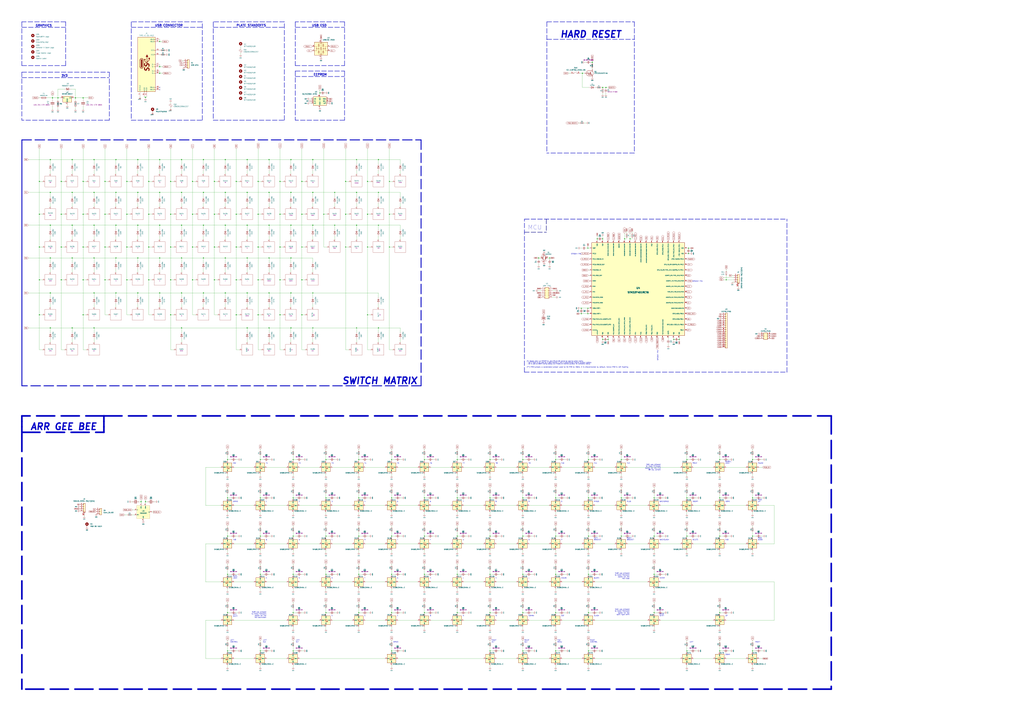
<source format=kicad_sch>
(kicad_sch (version 20230121) (generator eeschema)
  (paper "A0")
  (title_block (title "Apollo87H PCB schematic") (date "2022-04-12") (rev "v4.1.9") (company "Designed by Gondolindrim") (comment 1 "For the AcheronProject"))
  (junction (at 287.02 223.52) (diameter 1.016))
  (junction (at 682.625 364.49) (diameter 0.9144))
  (junction (at 299.72 365.76) (diameter 1.016))
  (junction (at 210.82 299.72) (diameter 1.016))
  (junction (at 287.02 185.42) (diameter 1.016))
  (junction (at 160.02 299.72) (diameter 1.016))
  (junction (at 261.62 299.72) (diameter 1.016))
  (junction (at 340.36 534.035))
  (junction (at 274.32 287.02) (diameter 1.016))
  (junction (at 683.26 578.485))
  (junction (at 58.42 185.42) (diameter 1.016))
  (junction (at 788.67 394.335))
  (junction (at 337.82 381) (diameter 1.016))
  (junction (at 198.12 210.82) (diameter 1.016))
  (junction (at 264.16 622.935))
  (junction (at 302.26 534.035))
  (junction (at 378.46 534.035))
  (junction (at 687.705 72.39) (diameter 1.016))
  (junction (at 350.52 287.02) (diameter 0.9144))
  (junction (at 530.86 711.835))
  (junction (at 426.72 365.76))
  (junction (at 248.92 287.02) (diameter 1.016))
  (junction (at 168.91 113.03) (diameter 1.016))
  (junction (at 401.32 248.92) (diameter 1.016))
  (junction (at 147.32 325.12) (diameter 1.016))
  (junction (at 287.02 381) (diameter 1.016))
  (junction (at 236.22 299.72) (diameter 1.016))
  (junction (at 302.26 578.485))
  (junction (at 287.02 299.72) (diameter 1.016))
  (junction (at 302.26 622.935))
  (junction (at 312.42 223.52) (diameter 1.016))
  (junction (at 261.62 185.42) (diameter 1.016))
  (junction (at 87.63 113.665) (diameter 1.016))
  (junction (at 799.465 294.64))
  (junction (at 388.62 261.62))
  (junction (at 299.72 210.82) (diameter 1.016))
  (junction (at 835.66 711.835))
  (junction (at 873.76 622.935))
  (junction (at 248.92 248.92) (diameter 1.016))
  (junction (at 350.52 365.76) (diameter 1.016))
  (junction (at 312.42 381) (diameter 1.016))
  (junction (at 452.12 210.82))
  (junction (at 683.26 667.385))
  (junction (at 248.92 210.82) (diameter 1.016))
  (junction (at 645.16 711.835))
  (junction (at 134.62 299.72) (diameter 1.016))
  (junction (at 45.72 287.02) (diameter 1.016))
  (junction (at 83.82 185.42) (diameter 1.016))
  (junction (at 721.36 622.935))
  (junction (at 568.96 711.835))
  (junction (at 45.72 325.12) (diameter 1.016))
  (junction (at 312.42 299.72) (diameter 1.016))
  (junction (at 401.32 287.02))
  (junction (at 274.32 325.12) (diameter 1.016))
  (junction (at 264.16 534.035))
  (junction (at 759.46 622.935))
  (junction (at 873.76 534.035))
  (junction (at 185.42 85.09) (diameter 1.016))
  (junction (at 96.52 365.76) (diameter 1.016))
  (junction (at 568.96 578.485))
  (junction (at 568.96 622.935))
  (junction (at 147.32 287.02) (diameter 1.016))
  (junction (at 363.22 185.42) (diameter 1.016))
  (junction (at 147.32 210.82) (diameter 1.016))
  (junction (at 58.42 223.52) (diameter 1.016))
  (junction (at 58.42 381) (diameter 1.016))
  (junction (at 185.42 223.52) (diameter 1.016))
  (junction (at 699.77 101.6) (diameter 1.016))
  (junction (at 45.72 365.76) (diameter 1.016))
  (junction (at 264.16 578.485))
  (junction (at 337.82 340.36) (diameter 1.016))
  (junction (at 607.06 534.035))
  (junction (at 414.02 223.52) (diameter 1.016))
  (junction (at 83.82 381) (diameter 1.016))
  (junction (at 172.72 325.12) (diameter 1.016))
  (junction (at 416.56 622.935))
  (junction (at 160.02 261.62) (diameter 1.016))
  (junction (at 109.22 299.72) (diameter 1.016))
  (junction (at 236.22 340.36) (diameter 1.016))
  (junction (at 248.92 325.12) (diameter 1.016))
  (junction (at 60.96 113.665) (diameter 1.016))
  (junction (at 274.32 365.76) (diameter 1.016))
  (junction (at 121.92 287.02) (diameter 1.016))
  (junction (at 676.275 85.09) (diameter 1.016))
  (junction (at 83.82 299.72) (diameter 1.016))
  (junction (at 454.66 711.835))
  (junction (at 264.16 667.385))
  (junction (at 426.72 210.82) (diameter 1.016))
  (junction (at 759.46 578.485))
  (junction (at 337.82 261.62) (diameter 1.016))
  (junction (at 378.46 711.835))
  (junction (at 378.46 622.935))
  (junction (at 185.42 185.42) (diameter 1.016))
  (junction (at 287.02 340.36) (diameter 1.016))
  (junction (at 299.72 287.02) (diameter 1.016))
  (junction (at 371.475 107.95) (diameter 0.9144))
  (junction (at 426.72 248.92) (diameter 1.016))
  (junction (at 134.62 340.36) (diameter 1.016))
  (junction (at 71.12 248.92) (diameter 1.016))
  (junction (at 725.17 277.495) (diameter 0.9144))
  (junction (at 682.625 288.29) (diameter 0.9144))
  (junction (at 797.56 534.035))
  (junction (at 96.52 287.02) (diameter 1.016))
  (junction (at 96.52 210.82) (diameter 1.016))
  (junction (at 873.76 756.285))
  (junction (at 160.02 185.42) (diameter 1.016))
  (junction (at 416.56 578.485))
  (junction (at 683.26 756.285))
  (junction (at 426.72 287.02))
  (junction (at 261.62 261.62) (diameter 1.016))
  (junction (at 337.82 223.52) (diameter 1.016))
  (junction (at 683.26 534.035))
  (junction (at 325.12 287.02) (diameter 1.016))
  (junction (at 388.62 223.52))
  (junction (at 264.16 711.835))
  (junction (at 71.12 210.82) (diameter 1.016))
  (junction (at 607.06 578.485))
  (junction (at 645.16 756.285))
  (junction (at 210.82 381) (diameter 1.016))
  (junction (at 185.42 340.36) (diameter 1.016))
  (junction (at 340.36 622.935))
  (junction (at 83.82 223.52) (diameter 1.016))
  (junction (at 45.72 210.82) (diameter 1.016))
  (junction (at 452.12 248.92))
  (junction (at 363.22 340.36))
  (junction (at 530.86 667.385))
  (junction (at 530.86 622.935))
  (junction (at 835.66 534.035))
  (junction (at 401.32 210.82) (diameter 1.016))
  (junction (at 645.16 578.485))
  (junction (at 530.86 578.485))
  (junction (at 121.92 210.82) (diameter 1.016))
  (junction (at 607.06 622.935))
  (junction (at 109.22 340.36) (diameter 1.016))
  (junction (at 492.76 534.035))
  (junction (at 782.32 394.335))
  (junction (at 607.06 667.385))
  (junction (at 198.12 365.76) (diameter 1.016))
  (junction (at 607.06 711.835))
  (junction (at 185.42 261.62) (diameter 1.016))
  (junction (at 731.52 277.495) (diameter 0.9144))
  (junction (at 264.16 756.285))
  (junction (at 236.22 223.52) (diameter 1.016))
  (junction (at 350.52 210.82) (diameter 1.016))
  (junction (at 109.22 185.42) (diameter 1.016))
  (junction (at 121.92 248.92) (diameter 1.016))
  (junction (at 287.02 261.62) (diameter 1.016))
  (junction (at 416.56 534.035))
  (junction (at 340.36 667.385))
  (junction (at 325.12 248.92) (diameter 1.016))
  (junction (at 172.72 287.02) (diameter 1.016))
  (junction (at 58.42 340.36) (diameter 1.016))
  (junction (at 340.36 711.835))
  (junction (at 439.42 185.42) (diameter 1.016))
  (junction (at 363.22 381))
  (junction (at 185.42 77.47) (diameter 1.016))
  (junction (at 337.82 299.72) (diameter 1.016))
  (junction (at 198.12 248.92) (diameter 1.016))
  (junction (at 134.62 185.42) (diameter 1.016))
  (junction (at 274.32 210.82) (diameter 1.016))
  (junction (at 109.22 261.62) (diameter 1.016))
  (junction (at 71.12 287.02) (diameter 1.016))
  (junction (at 645.16 622.935))
  (junction (at 530.86 534.035))
  (junction (at 568.96 667.385))
  (junction (at 454.66 534.035))
  (junction (at 682.625 358.14) (diameter 0.9144))
  (junction (at 492.76 667.385))
  (junction (at 96.52 325.12) (diameter 1.016))
  (junction (at 378.46 667.385))
  (junction (at 223.52 210.82) (diameter 1.016))
  (junction (at 797.56 622.935))
  (junction (at 452.12 287.02))
  (junction (at 699.77 394.335))
  (junction (at 121.92 325.12) (diameter 1.016))
  (junction (at 261.62 340.36) (diameter 1.016))
  (junction (at 96.52 113.665) (diameter 1.016))
  (junction (at 799.465 288.29))
  (junction (at 96.52 248.92) (diameter 1.016))
  (junction (at 71.12 325.12) (diameter 1.016))
  (junction (at 675.005 358.14) (diameter 0.9144))
  (junction (at 160.02 340.36) (diameter 1.016))
  (junction (at 416.56 667.385))
  (junction (at 454.66 756.285))
  (junction (at 58.42 299.72) (diameter 1.016))
  (junction (at 185.42 299.72) (diameter 1.016))
  (junction (at 378.46 578.485))
  (junction (at 721.36 578.485))
  (junction (at 134.62 223.52) (diameter 1.016))
  (junction (at 83.82 261.62) (diameter 1.016))
  (junction (at 675.005 364.49) (diameter 0.9144))
  (junction (at 416.56 711.835))
  (junction (at 607.06 756.285))
  (junction (at 759.46 667.385))
  (junction (at 454.66 667.385))
  (junction (at 261.62 223.52) (diameter 1.016))
  (junction (at 703.58 101.6) (diameter 1.016))
  (junction (at 835.66 756.285))
  (junction (at 350.52 325.12) (diameter 1.016))
  (junction (at 172.72 248.92) (diameter 1.016))
  (junction (at 198.12 287.02) (diameter 1.016))
  (junction (at 302.26 756.285))
  (junction (at 492.76 578.485))
  (junction (at 340.36 578.485))
  (junction (at 210.82 223.52) (diameter 1.016))
  (junction (at 210.82 185.42) (diameter 1.016))
  (junction (at 325.12 365.76) (diameter 1.016))
  (junction (at 693.42 277.495) (diameter 0.9144))
  (junction (at 109.22 381) (diameter 1.016))
  (junction (at 185.42 48.26) (diameter 1.016))
  (junction (at 134.62 261.62) (diameter 1.016))
  (junction (at 759.46 711.835))
  (junction (at 312.42 340.36) (diameter 1.016))
  (junction (at 492.76 622.935))
  (junction (at 312.42 185.42) (diameter 1.016))
  (junction (at 325.12 210.82) (diameter 1.016))
  (junction (at 312.42 261.62) (diameter 1.016))
  (junction (at 223.52 287.02) (diameter 1.016))
  (junction (at 223.52 325.12) (diameter 1.016))
  (junction (at 163.83 582.93) (diameter 1.016))
  (junction (at 58.42 261.62) (diameter 1.016))
  (junction (at 492.76 711.835))
  (junction (at 363.22 223.52) (diameter 1.016))
  (junction (at 223.52 248.92) (diameter 1.016))
  (junction (at 645.16 534.035))
  (junction (at 414.02 381))
  (junction (at 454.66 578.485))
  (junction (at 568.96 534.035))
  (junction (at 645.16 667.385))
  (junction (at 721.36 534.035))
  (junction (at 109.22 223.52) (diameter 1.016))
  (junction (at 797.56 756.285))
  (junction (at 568.96 756.285))
  (junction (at 706.12 394.335))
  (junction (at 236.22 185.42) (diameter 1.016))
  (junction (at 454.66 622.935))
  (junction (at 350.52 248.92) (diameter 1.016))
  (junction (at 439.42 223.52))
  (junction (at 210.82 340.36) (diameter 1.016))
  (junction (at 835.66 578.485))
  (junction (at 683.26 622.935))
  (junction (at 168.91 582.93) (diameter 1.016))
  (junction (at 439.42 381) (diameter 1.016))
  (junction (at 236.22 261.62) (diameter 1.016))
  (junction (at 198.12 325.12) (diameter 1.016))
  (junction (at 67.31 113.665) (diameter 1.016))
  (junction (at 835.66 622.935))
  (junction (at 699.77 277.495) (diameter 0.9144))
  (junction (at 274.32 248.92) (diameter 1.016))
  (junction (at 340.36 756.285))
  (junction (at 299.72 248.92) (diameter 1.016))
  (junction (at 414.02 261.62) (diameter 1.016))
  (junction (at 147.32 248.92) (diameter 1.016))
  (junction (at 160.02 223.52) (diameter 1.016))
  (junction (at 414.02 185.42))
  (junction (at 638.175 299.72) (diameter 0.9144))
  (junction (at 337.82 185.42) (diameter 1.016))
  (junction (at 210.82 261.62) (diameter 1.016))
  (junction (at 797.56 578.485))
  (junction (at 363.22 261.62) (diameter 1.016))
  (junction (at 299.72 325.12) (diameter 1.016))
  (junction (at 302.26 667.385))
  (junction (at 683.26 711.835))
  (junction (at 375.92 248.92))
  (junction (at 45.72 248.92) (diameter 1.016))
  (junction (at 843.28 325.12) (diameter 0.9144))
  (junction (at 625.475 299.72) (diameter 0.9144))
  (junction (at 172.72 210.82) (diameter 1.016))
  (junction (at 325.12 325.12) (diameter 1.016))
  (junction (at 439.42 261.62))
  (junction (at 873.76 578.485))
  (no_connect (at 185.42 101.6))
  (no_connect (at 185.42 104.14))
  (wire (pts (xy 312.42 353.06) (xy 312.42 356.87)))
  (wire (pts (xy 185.42 261.62) (xy 185.42 266.7)))
  (wire (pts (xy 264.16 622.935) (xy 264.16 624.205)))
  (wire (pts (xy 287.02 312.42) (xy 287.02 316.23)))
  (wire (pts (xy 530.86 728.345) (xy 530.86 730.885)))
  (wire (pts (xy 492.76 528.955) (xy 492.76 534.035)))
  (wire (pts (xy 530.86 622.935) (xy 535.305 622.935)))
  (wire (pts (xy 210.82 299.72) (xy 210.82 304.8)))
  (wire (pts (xy 67.31 113.665) (xy 60.96 113.665)))
  (wire (pts (xy 439.42 261.62) (xy 414.02 261.62)))
  (wire (pts (xy 185.42 274.32) (xy 185.42 278.13)))
  (wire (pts (xy 83.82 381) (xy 83.82 386.08)))
  (wire (pts (xy 302.26 667.385) (xy 302.26 668.655)))
  (wire (pts (xy 883.285 756.285) (xy 885.825 756.285)))
  (wire (pts (xy 578.485 667.385) (xy 581.025 667.385)))
  (wire (pts (xy 683.26 528.955) (xy 683.26 534.035)))
  (wire (pts (xy 807.085 578.485) (xy 809.625 578.485)))
  (wire (pts (xy 614.68 720.725) (xy 637.54 720.725)))
  (wire (pts (xy 759.46 578.485) (xy 763.905 578.485)))
  (wire (pts (xy 645.16 662.305) (xy 645.16 667.385)))
  (wire (pts (xy 248.92 325.12) (xy 252.73 325.12)))
  (wire (pts (xy 96.52 406.4) (xy 100.33 406.4)))
  (wire (pts (xy 439.42 274.32) (xy 439.42 278.13)))
  (polyline (pts (xy 127 139.7) (xy 25.4 139.7)) (stroke (width 0.508) (type dash)))
  (wire (pts (xy 699.77 101.6) (xy 703.58 101.6)))
  (wire (pts (xy 109.22 381) (xy 109.22 386.08)))
  (wire (pts (xy 312.42 340.36) (xy 312.42 345.44)))
  (polyline (pts (xy 400.05 25.4) (xy 342.9 25.4)) (stroke (width 0.508) (type dash)))
  (wire (pts (xy 683.26 622.935) (xy 687.705 622.935)))
  (wire (pts (xy 271.78 676.275) (xy 294.64 676.275)))
  (wire (pts (xy 264.16 683.895) (xy 264.16 686.435)))
  (polyline (pts (xy 330.2 139.7) (xy 330.2 25.4)) (stroke (width 0.508) (type dash)))
  (wire (pts (xy 134.62 274.32) (xy 134.62 278.13)))
  (wire (pts (xy 607.06 706.755) (xy 607.06 711.835)))
  (wire (pts (xy 683.26 667.385) (xy 683.26 668.655)))
  (wire (pts (xy 359.41 120.015) (xy 361.315 120.015)))
  (polyline (pts (xy 965.2 483.235) (xy 965.2 800.735)) (stroke (width 1.905) (type dash)))
  (wire (pts (xy 378.46 667.385) (xy 378.46 668.655)))
  (wire (pts (xy 607.06 550.545) (xy 607.06 553.085)))
  (wire (pts (xy 109.22 223.52) (xy 109.22 228.6)))
  (polyline (pts (xy 342.9 31.75) (xy 400.05 31.75)) (stroke (width 0.508) (type dash)))
  (wire (pts (xy 378.46 662.305) (xy 378.46 667.385)))
  (wire (pts (xy 568.96 528.955) (xy 568.96 534.035)))
  (wire (pts (xy 185.42 198.12) (xy 185.42 201.93)))
  (wire (pts (xy 683.26 534.035) (xy 687.705 534.035)))
  (wire (pts (xy 799.465 288.29) (xy 797.56 288.29)))
  (wire (pts (xy 71.12 325.12) (xy 71.12 406.4)))
  (wire (pts (xy 797.56 523.875) (xy 797.56 521.97)))
  (wire (pts (xy 675.005 358.14) (xy 673.1 358.14)))
  (wire (pts (xy 299.72 248.92) (xy 299.72 210.82)))
  (wire (pts (xy 540.385 667.385) (xy 542.925 667.385)))
  (wire (pts (xy 287.02 185.42) (xy 287.02 190.5)))
  (wire (pts (xy 337.82 261.62) (xy 337.82 266.7)))
  (wire (pts (xy 311.785 756.285) (xy 314.325 756.285)))
  (wire (pts (xy 378.46 534.035) (xy 378.46 535.305)))
  (wire (pts (xy 302.26 573.405) (xy 302.26 578.485)))
  (wire (pts (xy 454.66 756.285) (xy 454.66 757.555)))
  (wire (pts (xy 109.22 312.42) (xy 109.22 316.23)))
  (wire (pts (xy 378.46 728.345) (xy 378.46 730.885)))
  (wire (pts (xy 299.72 287.02) (xy 299.72 248.92)))
  (wire (pts (xy 274.32 287.02) (xy 274.32 248.92)))
  (wire (pts (xy 492.76 534.035) (xy 497.205 534.035)))
  (wire (pts (xy 607.06 573.405) (xy 607.06 578.485)))
  (wire (pts (xy 416.56 657.225) (xy 416.56 655.32)))
  (wire (pts (xy 210.82 312.42) (xy 210.82 316.23)))
  (wire (pts (xy 568.96 622.935) (xy 573.405 622.935)))
  (wire (pts (xy 274.32 210.82) (xy 278.13 210.82)))
  (wire (pts (xy 388.62 261.62) (xy 414.02 261.62)))
  (wire (pts (xy 363.22 261.62) (xy 388.62 261.62)))
  (wire (pts (xy 492.76 667.385) (xy 497.205 667.385)))
  (wire (pts (xy 530.86 573.405) (xy 530.86 578.485)))
  (wire (pts (xy 302.26 568.325) (xy 302.26 566.42)))
  (wire (pts (xy 683.895 101.6) (xy 676.275 101.6)))
  (wire (pts (xy 835.66 728.345) (xy 835.66 730.885)))
  (wire (pts (xy 530.86 701.675) (xy 530.86 699.77)))
  (wire (pts (xy 775.97 399.415) (xy 775.97 401.32)))
  (polyline (pts (xy 400.05 82.55) (xy 400.05 139.7)) (stroke (width 0.508) (type dash)))
  (wire (pts (xy 210.82 185.42) (xy 185.42 185.42)))
  (wire (pts (xy 607.06 683.895) (xy 607.06 686.435)))
  (wire (pts (xy 835.66 711.835) (xy 840.105 711.835)))
  (wire (pts (xy 835.66 756.285) (xy 835.66 757.555)))
  (wire (pts (xy 492.76 657.225) (xy 492.76 655.32)))
  (wire (pts (xy 302.26 622.935) (xy 306.705 622.935)))
  (wire (pts (xy 302.26 657.225) (xy 302.26 655.32)))
  (wire (pts (xy 67.31 116.84) (xy 67.31 113.665)))
  (wire (pts (xy 873.76 622.935) (xy 873.76 624.205)))
  (wire (pts (xy 311.785 667.385) (xy 314.325 667.385)))
  (wire (pts (xy 530.86 711.835) (xy 535.305 711.835)))
  (wire (pts (xy 843.28 542.925) (xy 866.14 542.925)))
  (wire (pts (xy 416.56 728.345) (xy 416.56 730.885)))
  (wire (pts (xy 287.02 185.42) (xy 261.62 185.42)))
  (wire (pts (xy 464.185 711.835) (xy 466.725 711.835)))
  (wire (pts (xy 185.42 223.52) (xy 160.02 223.52)))
  (wire (pts (xy 492.76 622.935) (xy 497.205 622.935)))
  (wire (pts (xy 426.72 172.72) (xy 426.72 210.82)))
  (wire (pts (xy 378.46 573.405) (xy 378.46 578.485)))
  (wire (pts (xy 416.56 667.385) (xy 421.005 667.385)))
  (polyline (pts (xy 635 25.4) (xy 736.6 25.4)) (stroke (width 0.508) (type dash)))
  (wire (pts (xy 873.76 578.485) (xy 878.205 578.485)))
  (wire (pts (xy 759.46 711.835) (xy 763.905 711.835)))
  (wire (pts (xy 350.52 325.12) (xy 354.33 325.12)))
  (wire (pts (xy 54.61 113.665) (xy 60.96 113.665)))
  (wire (pts (xy 340.36 528.955) (xy 340.36 534.035)))
  (wire (pts (xy 835.66 534.035) (xy 840.105 534.035)))
  (wire (pts (xy 210.82 261.62) (xy 185.42 261.62)))
  (wire (pts (xy 147.32 287.02) (xy 151.13 287.02)))
  (polyline (pts (xy 120.65 495.935) (xy 120.65 489.585)) (stroke (width 1.905) (type dash)))
  (wire (pts (xy 168.91 582.93) (xy 168.91 581.025)))
  (wire (pts (xy 109.22 223.52) (xy 83.82 223.52)))
  (wire (pts (xy 325.12 406.4) (xy 328.93 406.4)))
  (wire (pts (xy 734.06 271.145) (xy 734.06 269.24)))
  (wire (pts (xy 807.085 622.935) (xy 809.625 622.935)))
  (wire (pts (xy 96.52 365.76) (xy 96.52 406.4)))
  (wire (pts (xy 835.66 701.675) (xy 835.66 699.77)))
  (wire (pts (xy 530.86 662.305) (xy 530.86 667.385)))
  (wire (pts (xy 96.52 248.92) (xy 96.52 210.82)))
  (wire (pts (xy 799.465 294.005) (xy 799.465 294.64)))
  (wire (pts (xy 185.42 353.06) (xy 185.42 356.87)))
  (wire (pts (xy 185.42 82.55) (xy 185.42 85.09)))
  (wire (pts (xy 350.52 248.92) (xy 350.52 287.02)))
  (wire (pts (xy 387.985 534.035) (xy 390.525 534.035)))
  (wire (pts (xy 256.54 676.275) (xy 238.76 676.275)))
  (wire (pts (xy 645.16 706.755) (xy 645.16 711.835)))
  (wire (pts (xy 248.92 325.12) (xy 248.92 365.76)))
  (wire (pts (xy 302.26 617.855) (xy 302.26 622.935)))
  (polyline (pts (xy 342.9 88.9) (xy 400.05 88.9)) (stroke (width 0.508) (type dash)))
  (wire (pts (xy 721.36 594.995) (xy 721.36 597.535)))
  (wire (pts (xy 416.56 534.035) (xy 421.005 534.035)))
  (wire (pts (xy 185.42 77.47) (xy 188.595 77.47)))
  (wire (pts (xy 287.02 340.36) (xy 261.62 340.36)))
  (wire (pts (xy 873.76 550.545) (xy 873.76 553.085)))
  (wire (pts (xy 730.885 534.035) (xy 733.425 534.035)))
  (wire (pts (xy 530.86 523.875) (xy 530.86 521.97)))
  (wire (pts (xy 759.46 728.345) (xy 759.46 730.885)))
  (wire (pts (xy 502.285 534.035) (xy 504.825 534.035)))
  (wire (pts (xy 248.92 172.72) (xy 248.92 210.82)))
  (wire (pts (xy 378.46 622.935) (xy 382.905 622.935)))
  (wire (pts (xy 363.22 223.52) (xy 337.82 223.52)))
  (wire (pts (xy 261.62 340.36) (xy 236.22 340.36)))
  (wire (pts (xy 340.36 683.895) (xy 340.36 686.435)))
  (wire (pts (xy 121.92 325.12) (xy 121.92 365.76)))
  (wire (pts (xy 185.42 299.72) (xy 185.42 304.8)))
  (wire (pts (xy 302.26 746.125) (xy 302.26 744.22)))
  (wire (pts (xy 274.32 325.12) (xy 274.32 287.02)))
  (wire (pts (xy 530.86 617.855) (xy 530.86 622.935)))
  (wire (pts (xy 835.66 639.445) (xy 835.66 641.985)))
  (wire (pts (xy 160.02 198.12) (xy 160.02 201.93)))
  (wire (pts (xy 452.12 287.02) (xy 452.12 406.4)))
  (wire (pts (xy 452.12 248.92) (xy 452.12 287.02)))
  (polyline (pts (xy 25.4 31.75) (xy 76.2 31.75)) (stroke (width 0.508) (type dash)))
  (wire (pts (xy 264.16 711.835) (xy 268.605 711.835)))
  (wire (pts (xy 692.785 667.385) (xy 695.325 667.385)))
  (wire (pts (xy 690.88 676.275) (xy 751.84 676.275)))
  (wire (pts (xy 845.185 756.285) (xy 847.725 756.285)))
  (polyline (pts (xy 25.4 76.2) (xy 76.2 76.2)) (stroke (width 0.508) (type dash)))
  (wire (pts (xy 464.185 667.385) (xy 466.725 667.385)))
  (bus (pts (xy 608.965 269.875) (xy 634.365 269.875)) (stroke (width 0.508) (type dash)))
  (wire (pts (xy 687.705 78.74) (xy 687.705 80.01)))
  (wire (pts (xy 33.02 223.52) (xy 58.42 223.52)))
  (wire (pts (xy 530.86 534.035) (xy 535.305 534.035)))
  (wire (pts (xy 274.32 172.72) (xy 274.32 210.82)))
  (wire (pts (xy 464.185 756.285) (xy 466.725 756.285)))
  (wire (pts (xy 160.02 185.42) (xy 185.42 185.42)))
  (wire (pts (xy 682.625 358.14) (xy 684.53 358.14)))
  (wire (pts (xy 759.46 639.445) (xy 759.46 641.985)))
  (wire (pts (xy 568.96 657.225) (xy 568.96 655.32)))
  (wire (pts (xy 568.96 568.325) (xy 568.96 566.42)))
  (polyline (pts (xy 25.4 489.585) (xy 25.4 495.935)) (stroke (width 1.905) (type dash)))
  (wire (pts (xy 160.02 274.32) (xy 160.02 278.13)))
  (wire (pts (xy 807.085 756.285) (xy 809.625 756.285)))
  (wire (pts (xy 454.66 573.405) (xy 454.66 578.485)))
  (wire (pts (xy 845.185 622.935) (xy 847.725 622.935)))
  (wire (pts (xy 378.46 667.385) (xy 382.905 667.385)))
  (wire (pts (xy 492.76 550.545) (xy 492.76 553.085)))
  (wire (pts (xy 538.48 587.375) (xy 561.34 587.375)))
  (wire (pts (xy 67.31 103.505) (xy 74.93 103.505)))
  (wire (pts (xy 530.86 657.225) (xy 530.86 655.32)))
  (wire (pts (xy 881.38 587.375) (xy 899.16 587.375)))
  (wire (pts (xy 191.77 63.5) (xy 192.405 63.5)))
  (wire (pts (xy 416.56 578.485) (xy 421.005 578.485)))
  (wire (pts (xy 850.265 327.66) (xy 852.17 327.66)))
  (wire (pts (xy 185.42 340.36) (xy 185.42 345.44)))
  (wire (pts (xy 236.22 185.42) (xy 261.62 185.42)))
  (wire (pts (xy 797.56 578.485) (xy 797.56 579.755)))
  (wire (pts (xy 287.02 340.36) (xy 287.02 345.44)))
  (wire (pts (xy 683.26 756.285) (xy 683.26 757.555)))
  (wire (pts (xy 375.92 287.02) (xy 379.73 287.02)))
  (wire (pts (xy 271.78 587.375) (xy 294.64 587.375)))
  (wire (pts (xy 273.685 711.835) (xy 276.225 711.835)))
  (wire (pts (xy 683.26 594.995) (xy 683.26 597.535)))
  (wire (pts (xy 721.36 528.955) (xy 721.36 534.035)))
  (wire (pts (xy 236.22 299.72) (xy 236.22 304.8)))
  (wire (pts (xy 211.455 70.485) (xy 213.36 70.485)))
  (wire (pts (xy 109.22 340.36) (xy 109.22 345.44)))
  (wire (pts (xy 160.02 223.52) (xy 160.02 228.6)))
  (wire (pts (xy 264.16 756.285) (xy 268.605 756.285)))
  (wire (pts (xy 264.16 639.445) (xy 264.16 641.985)))
  (wire (pts (xy 843.28 320.04) (xy 843.28 325.12)))
  (wire (pts (xy 645.16 711.835) (xy 649.605 711.835)))
  (wire (pts (xy 378.46 639.445) (xy 378.46 641.985)))
  (wire (pts (xy 873.76 772.795) (xy 873.76 775.335)))
  (wire (pts (xy 236.22 261.62) (xy 236.22 266.7)))
  (wire (pts (xy 299.72 325.12) (xy 303.53 325.12)))
  (wire (pts (xy 568.96 612.775) (xy 568.96 610.87)))
  (wire (pts (xy 83.82 299.72) (xy 83.82 304.8)))
  (wire (pts (xy 416.56 612.775) (xy 416.56 610.87)))
  (wire (pts (xy 371.475 107.95) (xy 372.11 107.95)))
  (wire (pts (xy 147.32 325.12) (xy 151.13 325.12)))
  (wire (pts (xy 163.83 581.025) (xy 163.83 582.93)))
  (wire (pts (xy 645.16 756.285) (xy 649.605 756.285)))
  (wire (pts (xy 264.16 728.345) (xy 264.16 730.885)))
  (wire (pts (xy 540.385 711.835) (xy 542.925 711.835)))
  (wire (pts (xy 261.62 299.72) (xy 236.22 299.72)))
  (wire (pts (xy 607.06 667.385) (xy 611.505 667.385)))
  (polyline (pts (xy 488.95 162.56) (xy 488.95 448.31)) (stroke (width 1.016) (type dash)))
  (wire (pts (xy 454.66 617.855) (xy 454.66 622.935)))
  (wire (pts (xy 83.82 223.52) (xy 58.42 223.52)))
  (wire (pts (xy 462.28 720.725) (xy 485.14 720.725)))
  (wire (pts (xy 340.36 578.485) (xy 340.36 579.755)))
  (wire (pts (xy 683.26 568.325) (xy 683.26 566.42)))
  (wire (pts (xy 616.585 756.285) (xy 619.125 756.285)))
  (wire (pts (xy 845.185 578.485) (xy 847.725 578.485)))
  (wire (pts (xy 261.62 261.62) (xy 236.22 261.62)))
  (wire (pts (xy 264.16 662.305) (xy 264.16 667.385)))
  (wire (pts (xy 530.86 534.035) (xy 530.86 535.305)))
  (wire (pts (xy 359.41 114.935) (xy 361.315 114.935)))
  (wire (pts (xy 299.72 248.92) (xy 303.53 248.92)))
  (wire (pts (xy 134.62 198.12) (xy 134.62 201.93)))
  (wire (pts (xy 287.02 299.72) (xy 261.62 299.72)))
  (wire (pts (xy 873.76 573.405) (xy 873.76 578.485)))
  (wire (pts (xy 363.22 236.22) (xy 363.22 240.03)))
  (wire (pts (xy 805.18 587.375) (xy 828.04 587.375)))
  (wire (pts (xy 464.82 274.32) (xy 464.82 278.13)))
  (wire (pts (xy 340.36 550.545) (xy 340.36 553.085)))
  (polyline (pts (xy 736.6 177.8) (xy 635 177.8)) (stroke (width 0.508) (type dash)))
  (wire (pts (xy 624.205 299.72) (xy 625.475 299.72)))
  (wire (pts (xy 121.92 248.92) (xy 125.73 248.92)))
  (wire (pts (xy 378.46 657.225) (xy 378.46 655.32)))
  (wire (pts (xy 96.52 365.76) (xy 96.52 325.12)))
  (wire (pts (xy 568.96 711.835) (xy 568.96 713.105)))
  (wire (pts (xy 33.02 261.62) (xy 58.42 261.62)))
  (wire (pts (xy 83.82 261.62) (xy 83.82 266.7)))
  (polyline (pts (xy 608.965 432.435) (xy 608.965 254.635)) (stroke (width 0.508) (type dash)))
  (wire (pts (xy 759.46 578.485) (xy 759.46 579.755)))
  (wire (pts (xy 530.86 683.895) (xy 530.86 686.435)))
  (wire (pts (xy 683.26 728.345) (xy 683.26 730.885)))
  (wire (pts (xy 699.77 107.95) (xy 699.77 109.855)))
  (wire (pts (xy 578.485 756.285) (xy 581.025 756.285)))
  (wire (pts (xy 236.22 274.32) (xy 236.22 278.13)))
  (wire (pts (xy 168.91 113.03) (xy 170.18 113.03)))
  (wire (pts (xy 210.82 299.72) (xy 236.22 299.72)))
  (wire (pts (xy 835.66 706.755) (xy 835.66 711.835)))
  (wire (pts (xy 350.52 287.02) (xy 354.33 287.02)))
  (wire (pts (xy 614.68 542.925) (xy 637.54 542.925)))
  (wire (pts (xy 340.36 711.835) (xy 340.36 713.105)))
  (wire (pts (xy 682.625 364.49) (xy 675.005 364.49)))
  (wire (pts (xy 185.42 58.42) (xy 186.69 58.42)))
  (wire (pts (xy 279.4 54.61) (xy 279.4 56.515)))
  (wire (pts (xy 690.88 720.725) (xy 751.84 720.725)))
  (wire (pts (xy 759.46 667.385) (xy 759.46 668.655)))
  (wire (pts (xy 645.16 345.44) (xy 641.35 345.44)))
  (wire (pts (xy 261.62 353.06) (xy 261.62 356.87)))
  (wire (pts (xy 645.16 667.385) (xy 645.16 668.655)))
  (wire (pts (xy 312.42 236.22) (xy 312.42 240.03)))
  (polyline (pts (xy 25.4 90.17) (xy 126.365 90.17)) (stroke (width 0.508) (type dash)))
  (wire (pts (xy 624.84 337.82) (xy 628.65 337.82)))
  (wire (pts (xy 492.76 701.675) (xy 492.76 699.77)))
  (wire (pts (xy 109.22 299.72) (xy 83.82 299.72)))
  (wire (pts (xy 416.56 528.955) (xy 416.56 534.035)))
  (wire (pts (xy 414.02 381) (xy 439.42 381)))
  (wire (pts (xy 363.22 381) (xy 414.02 381)))
  (wire (pts (xy 337.82 381) (xy 363.22 381)))
  (wire (pts (xy 683.26 711.835) (xy 683.26 713.105)))
  (wire (pts (xy 645.16 701.675) (xy 645.16 699.77)))
  (wire (pts (xy 797.56 751.205) (xy 797.56 756.285)))
  (wire (pts (xy 198.12 287.02) (xy 198.12 248.92)))
  (wire (pts (xy 302.26 756.285) (xy 306.705 756.285)))
  (wire (pts (xy 134.62 261.62) (xy 109.22 261.62)))
  (wire (pts (xy 210.82 299.72) (xy 185.42 299.72)))
  (wire (pts (xy 439.42 261.62) (xy 439.42 266.7)))
  (wire (pts (xy 401.32 172.72) (xy 401.32 210.82)))
  (wire (pts (xy 210.82 340.36) (xy 185.42 340.36)))
  (wire (pts (xy 676.275 85.09) (xy 678.815 85.09)))
  (wire (pts (xy 454.66 728.345) (xy 454.66 730.885)))
  (wire (pts (xy 439.42 185.42) (xy 464.82 185.42)))
  (wire (pts (xy 349.885 534.035) (xy 352.425 534.035)))
  (wire (pts (xy 121.92 365.76) (xy 125.73 365.76)))
  (wire (pts (xy 58.42 261.62) (xy 58.42 266.7)))
  (wire (pts (xy 198.12 325.12) (xy 198.12 287.02)))
  (wire (pts (xy 675.005 358.775) (xy 675.005 358.14)))
  (wire (pts (xy 568.96 667.385) (xy 568.96 668.655)))
  (wire (pts (xy 325.12 172.72) (xy 325.12 210.82)))
  (wire (pts (xy 82.55 103.505) (xy 87.63 103.505)))
  (wire (pts (xy 414.02 198.12) (xy 414.02 201.93)))
  (wire (pts (xy 340.36 639.445) (xy 340.36 641.985)))
  (wire (pts (xy 378.46 622.935) (xy 378.46 624.205)))
  (wire (pts (xy 835.66 622.935) (xy 835.66 624.205)))
  (wire (pts (xy 264.16 578.485) (xy 268.605 578.485)))
  (wire (pts (xy 730.885 622.935) (xy 733.425 622.935)))
  (wire (pts (xy 454.66 523.875) (xy 454.66 521.97)))
  (wire (pts (xy 426.085 667.385) (xy 428.625 667.385)))
  (wire (pts (xy 464.82 381) (xy 464.82 386.08)))
  (wire (pts (xy 454.66 534.035) (xy 459.105 534.035)))
  (wire (pts (xy 121.92 287.02) (xy 125.73 287.02)))
  (wire (pts (xy 439.42 381) (xy 439.42 386.08)))
  (wire (pts (xy 799.465 294.64) (xy 797.56 294.64)))
  (wire (pts (xy 198.12 365.76) (xy 201.93 365.76)))
  (wire (pts (xy 797.56 756.285) (xy 797.56 757.555)))
  (wire (pts (xy 730.885 578.485) (xy 733.425 578.485)))
  (wire (pts (xy 426.72 365.76) (xy 430.53 365.76)))
  (wire (pts (xy 387.985 711.835) (xy 390.525 711.835)))
  (wire (pts (xy 607.06 578.485) (xy 611.505 578.485)))
  (wire (pts (xy 45.72 365.76) (xy 45.72 406.4)))
  (wire (pts (xy 683.26 756.285) (xy 687.705 756.285)))
  (wire (pts (xy 337.82 299.72) (xy 363.22 299.72)))
  (wire (pts (xy 87.63 127) (xy 87.63 124.46)))
  (wire (pts (xy 568.96 751.205) (xy 568.96 756.285)))
  (wire (pts (xy 899.16 631.825) (xy 881.38 631.825)))
  (wire (pts (xy 683.26 578.485) (xy 687.705 578.485)))
  (wire (pts (xy 236.22 198.12) (xy 236.22 201.93)))
  (wire (pts (xy 274.32 365.76) (xy 274.32 406.4)))
  (wire (pts (xy 363.22 340.36) (xy 439.42 340.36)))
  (wire (pts (xy 439.42 261.62) (xy 464.82 261.62)))
  (wire (pts (xy 172.72 248.92) (xy 172.72 210.82)))
  (wire (pts (xy 147.32 172.72) (xy 147.32 210.82)))
  (wire (pts (xy 340.36 728.345) (xy 340.36 730.885)))
  (wire (pts (xy 340.36 617.855) (xy 340.36 622.935)))
  (polyline (pts (xy 247.65 25.4) (xy 247.65 139.7)) (stroke (width 0.508) (type dash)))
  (wire (pts (xy 109.22 299.72) (xy 109.22 304.8)))
  (wire (pts (xy 426.085 622.935) (xy 428.625 622.935)))
  (wire (pts (xy 759.46 612.775) (xy 759.46 610.87)))
  (wire (pts (xy 264.16 701.675) (xy 264.16 699.77)))
  (wire (pts (xy 683.26 657.225) (xy 683.26 655.32)))
  (wire (pts (xy 654.685 622.935) (xy 657.225 622.935)))
  (wire (pts (xy 198.12 118.745) (xy 198.12 120.015)))
  (wire (pts (xy 387.985 667.385) (xy 390.525 667.385)))
  (wire (pts (xy 645.16 711.835) (xy 645.16 713.105)))
  (wire (pts (xy 734.06 277.495) (xy 734.06 276.225)))
  (wire (pts (xy 721.36 568.325) (xy 721.36 566.42)))
  (wire (pts (xy 58.42 299.72) (xy 83.82 299.72)))
  (wire (pts (xy 337.82 340.36) (xy 312.42 340.36)))
  (wire (pts (xy 424.18 542.925) (xy 447.04 542.925)))
  (wire (pts (xy 759.46 711.835) (xy 759.46 713.105)))
  (wire (pts (xy 607.06 578.485) (xy 607.06 579.755)))
  (wire (pts (xy 100.33 210.82) (xy 96.52 210.82)))
  (wire (pts (xy 302.26 622.935) (xy 302.26 624.205)))
  (wire (pts (xy 492.76 573.405) (xy 492.76 578.485)))
  (wire (pts (xy 416.56 711.835) (xy 416.56 713.105)))
  (wire (pts (xy 645.16 667.385) (xy 649.605 667.385)))
  (wire (pts (xy 144.78 598.17) (xy 147.955 598.17)))
  (wire (pts (xy 236.22 223.52) (xy 236.22 228.6)))
  (wire (pts (xy 607.06 528.955) (xy 607.06 534.035)))
  (wire (pts (xy 654.685 667.385) (xy 657.225 667.385)))
  (wire (pts (xy 325.12 210.82) (xy 328.93 210.82)))
  (wire (pts (xy 386.08 720.725) (xy 408.94 720.725)))
  (wire (pts (xy 83.82 312.42) (xy 83.82 316.23)))
  (wire (pts (xy 223.52 365.76) (xy 227.33 365.76)))
  (wire (pts (xy 401.32 210.82) (xy 405.13 210.82)))
  (wire (pts (xy 312.42 185.42) (xy 312.42 190.5)))
  (polyline (pts (xy 76.2 25.4) (xy 25.4 25.4)) (stroke (width 0.508) (type dash)))
  (wire (pts (xy 568.96 617.855) (xy 568.96 622.935)))
  (wire (pts (xy 721.36 534.035) (xy 721.36 535.305)))
  (wire (pts (xy 153.67 592.455) (xy 156.21 592.455)))
  (wire (pts (xy 96.52 113.665) (xy 96.52 116.205)))
  (wire (pts (xy 568.96 573.405) (xy 568.96 578.485)))
  (wire (pts (xy 210.82 223.52) (xy 210.82 228.6)))
  (wire (pts (xy 87.63 113.665) (xy 87.63 116.84)))
  (wire (pts (xy 414.02 381) (xy 414.02 386.08)))
  (wire (pts (xy 728.98 587.375) (xy 751.84 587.375)))
  (wire (pts (xy 185.42 45.72) (xy 185.42 48.26)))
  (wire (pts (xy 687.705 71.12) (xy 687.705 72.39)))
  (wire (pts (xy 172.72 287.02) (xy 172.72 248.92)))
  (wire (pts (xy 312.42 198.12) (xy 312.42 201.93)))
  (wire (pts (xy 309.88 542.925) (xy 332.74 542.925)))
  (wire (pts (xy 645.16 534.035) (xy 649.605 534.035)))
  (wire (pts (xy 416.56 683.895) (xy 416.56 686.435)))
  (wire (pts (xy 788.67 394.335) (xy 788.67 392.43)))
  (wire (pts (xy 416.56 534.035) (xy 416.56 535.305)))
  (wire (pts (xy 363.22 340.36) (xy 337.82 340.36)))
  (wire (pts (xy 492.76 568.325) (xy 492.76 566.42)))
  (wire (pts (xy 45.72 365.76) (xy 45.72 325.12)))
  (wire (pts (xy 185.42 85.09) (xy 188.595 85.09)))
  (wire (pts (xy 33.02 185.42) (xy 58.42 185.42)))
  (wire (pts (xy 58.42 353.06) (xy 58.42 356.87)))
  (wire (pts (xy 160.02 236.22) (xy 160.02 240.03)))
  (wire (pts (xy 452.12 406.4) (xy 455.93 406.4)))
  (polyline (pts (xy 25.4 502.285) (xy 120.65 502.285)) (stroke (width 1.905) (type dash)))
  (wire (pts (xy 264.16 657.225) (xy 264.16 655.32)))
  (wire (pts (xy 58.42 198.12) (xy 58.42 201.93)))
  (wire (pts (xy 416.56 711.835) (xy 421.005 711.835)))
  (polyline (pts (xy 25.4 483.235) (xy 25.4 489.585)) (stroke (width 1.905) (type dash)))
  (wire (pts (xy 248.92 287.02) (xy 248.92 325.12)))
  (wire (pts (xy 699.77 277.495) (xy 699.77 279.4)))
  (wire (pts (xy 492.76 523.875) (xy 492.76 521.97)))
  (wire (pts (xy 759.46 573.405) (xy 759.46 578.485)))
  (wire (pts (xy 363.22 312.42) (xy 363.22 316.23)))
  (wire (pts (xy 607.06 667.385) (xy 607.06 668.655)))
  (wire (pts (xy 540.385 534.035) (xy 542.925 534.035)))
  (wire (pts (xy 378.46 578.485) (xy 382.905 578.485)))
  (wire (pts (xy 160.02 223.52) (xy 134.62 223.52)))
  (wire (pts (xy 109.22 198.12) (xy 109.22 201.93)))
  (wire (pts (xy 401.32 406.4) (xy 405.13 406.4)))
  (wire (pts (xy 426.085 534.035) (xy 428.625 534.035)))
  (polyline (pts (xy 127 83.82) (xy 127 139.7)) (stroke (width 0.508) (type dash)))
  (wire (pts (xy 248.92 287.02) (xy 252.73 287.02)))
  (wire (pts (xy 845.185 534.035) (xy 847.725 534.035)))
  (wire (pts (xy 530.86 667.385) (xy 535.305 667.385)))
  (wire (pts (xy 530.86 578.485) (xy 530.86 579.755)))
  (wire (pts (xy 134.62 185.42) (xy 109.22 185.42)))
  (wire (pts (xy 645.16 617.855) (xy 645.16 622.935)))
  (polyline (pts (xy 25.4 162.56) (xy 488.95 162.56)) (stroke (width 1.016) (type dash)))
  (wire (pts (xy 264.16 578.485) (xy 264.16 579.755)))
  (wire (pts (xy 387.985 578.485) (xy 390.525 578.485)))
  (wire (pts (xy 767.08 720.725) (xy 828.04 720.725)))
  (wire (pts (xy 188.595 48.26) (xy 185.42 48.26)))
  (wire (pts (xy 454.66 711.835) (xy 459.105 711.835)))
  (wire (pts (xy 185.42 340.36) (xy 160.02 340.36)))
  (wire (pts (xy 160.02 261.62) (xy 160.02 266.7)))
  (wire (pts (xy 312.42 261.62) (xy 287.02 261.62)))
  (wire (pts (xy 699.77 101.6) (xy 699.77 102.87)))
  (wire (pts (xy 134.62 340.36) (xy 109.22 340.36)))
  (wire (pts (xy 703.58 107.95) (xy 703.58 109.855)))
  (wire (pts (xy 850.265 320.04) (xy 852.17 320.04)))
  (wire (pts (xy 797.56 746.125) (xy 797.56 744.22)))
  (wire (pts (xy 378.46 612.775) (xy 378.46 610.87)))
  (wire (pts (xy 568.96 662.305) (xy 568.96 667.385)))
  (wire (pts (xy 172.72 325.12) (xy 176.53 325.12)))
  (wire (pts (xy 721.36 578.485) (xy 721.36 579.755)))
  (wire (pts (xy 699.77 274.32) (xy 699.77 277.495)))
  (wire (pts (xy 238.76 765.175) (xy 238.76 720.725)))
  (wire (pts (xy 325.12 365.76) (xy 325.12 325.12)))
  (wire (pts (xy 782.32 394.335) (xy 782.32 392.43)))
  (wire (pts (xy 693.42 277.495) (xy 694.055 277.495)))
  (wire (pts (xy 464.82 393.7) (xy 464.82 397.51)))
  (wire (pts (xy 109.22 185.42) (xy 83.82 185.42)))
  (wire (pts (xy 153.035 598.17) (xy 156.21 598.17)))
  (wire (pts (xy 607.06 756.285) (xy 607.06 757.555)))
  (wire (pts (xy 873.76 534.035) (xy 878.205 534.035)))
  (wire (pts (xy 454.66 639.445) (xy 454.66 641.985)))
  (wire (pts (xy 683.26 622.935) (xy 683.26 624.205)))
  (wire (pts (xy 706.12 394.335) (xy 706.12 396.24)))
  (wire (pts (xy 340.36 612.775) (xy 340.36 610.87)))
  (wire (pts (xy 236.22 353.06) (xy 236.22 356.87)))
  (wire (pts (xy 121.92 287.02) (xy 121.92 248.92)))
  (wire (pts (xy 568.96 701.675) (xy 568.96 699.77)))
  (wire (pts (xy 568.96 639.445) (xy 568.96 641.985)))
  (wire (pts (xy 261.62 236.22) (xy 261.62 240.03)))
  (wire (pts (xy 683.26 320.04) (xy 684.53 320.04)))
  (wire (pts (xy 363.22 185.42) (xy 337.82 185.42)))
  (wire (pts (xy 414.02 274.32) (xy 414.02 278.13)))
  (wire (pts (xy 274.32 365.76) (xy 278.13 365.76)))
  (wire (pts (xy 302.26 550.545) (xy 302.26 553.085)))
  (wire (pts (xy 721.36 550.545) (xy 721.36 553.085)))
  (wire (pts (xy 271.78 542.925) (xy 294.64 542.925)))
  (wire (pts (xy 654.685 534.035) (xy 657.225 534.035)))
  (wire (pts (xy 797.56 568.325) (xy 797.56 566.42)))
  (wire (pts (xy 721.36 622.935) (xy 725.805 622.935)))
  (wire (pts (xy 185.42 223.52) (xy 185.42 228.6)))
  (wire (pts (xy 337.82 185.42) (xy 337.82 190.5)))
  (wire (pts (xy 58.42 185.42) (xy 58.42 190.5)))
  (wire (pts (xy 721.36 578.485) (xy 725.805 578.485)))
  (wire (pts (xy 799.465 288.29) (xy 799.465 288.925)))
  (wire (pts (xy 312.42 185.42) (xy 287.02 185.42)))
  (polyline (pts (xy 120.65 489.585) (xy 120.65 483.235)) (stroke (width 1.905) (type dash)))
  (wire (pts (xy 171.45 582.93) (xy 168.91 582.93)))
  (wire (pts (xy 759.46 667.385) (xy 763.905 667.385)))
  (wire (pts (xy 464.185 578.485) (xy 466.725 578.485)))
  (wire (pts (xy 881.38 765.175) (xy 885.19 765.175)))
  (wire (pts (xy 424.18 676.275) (xy 447.04 676.275)))
  (wire (pts (xy 607.06 639.445) (xy 607.06 641.985)))
  (wire (pts (xy 492.76 711.835) (xy 497.205 711.835)))
  (wire (pts (xy 172.72 365.76) (xy 176.53 365.76)))
  (wire (pts (xy 71.12 248.92) (xy 74.93 248.92)))
  (wire (pts (xy 302.26 523.875) (xy 302.26 521.97)))
  (wire (pts (xy 578.485 578.485) (xy 581.025 578.485)))
  (wire (pts (xy 83.82 185.42) (xy 83.82 190.5)))
  (wire (pts (xy 236.22 340.36) (xy 236.22 345.44)))
  (wire (pts (xy 378.46 711.835) (xy 382.905 711.835)))
  (wire (pts (xy 264.16 772.795) (xy 264.16 775.335)))
  (wire (pts (xy 568.96 550.545) (xy 568.96 553.085)))
  (wire (pts (xy 645.16 772.795) (xy 645.16 775.335)))
  (wire (pts (xy 797.56 534.035) (xy 797.56 535.305)))
  (wire (pts (xy 568.96 622.935) (xy 568.96 624.205)))
  (wire (pts (xy 873.76 568.325) (xy 873.76 566.42)))
  (wire (pts (xy 83.82 236.22) (xy 83.82 240.03)))
  (wire (pts (xy 347.98 676.275) (xy 370.84 676.275)))
  (wire (pts (xy 682.625 288.29) (xy 684.53 288.29)))
  (wire (pts (xy 147.32 365.76) (xy 151.13 365.76)))
  (wire (pts (xy 845.185 711.835) (xy 847.725 711.835)))
  (wire (pts (xy 223.52 325.12) (xy 227.33 325.12)))
  (polyline (pts (xy 234.95 25.4) (xy 152.4 25.4)) (stroke (width 0.508) (type dash)))
  (wire (pts (xy 424.18 587.375) (xy 447.04 587.375)))
  (wire (pts (xy 45.72 325.12) (xy 45.72 287.02)))
  (wire (pts (xy 899.16 587.375) (xy 899.16 631.825)))
  (wire (pts (xy 683.26 772.795) (xy 683.26 775.335)))
  (wire (pts (xy 426.72 287.02) (xy 430.53 287.02)))
  (wire (pts (xy 97.79 598.805) (xy 97.79 600.075)))
  (wire (pts (xy 464.82 223.52) (xy 464.82 228.6)))
  (wire (pts (xy 261.62 223.52) (xy 261.62 228.6)))
  (wire (pts (xy 883.285 622.935) (xy 885.825 622.935)))
  (wire (pts (xy 835.66 617.855) (xy 835.66 622.935)))
  (wire (pts (xy 172.72 210.82) (xy 176.53 210.82)))
  (wire (pts (xy 264.16 711.835) (xy 264.16 713.105)))
  (wire (pts (xy 223.52 325.12) (xy 223.52 365.76)))
  (wire (pts (xy 309.88 676.275) (xy 332.74 676.275)))
  (wire (pts (xy 96.52 325.12) (xy 96.52 287.02)))
  (wire (pts (xy 576.58 587.375) (xy 599.44 587.375)))
  (wire (pts (xy 899.16 676.275) (xy 899.16 720.725)))
  (wire (pts (xy 58.42 223.52) (xy 58.42 228.6)))
  (wire (pts (xy 210.82 381) (xy 210.82 386.08)))
  (polyline (pts (xy 635 25.4) (xy 635 177.8)) (stroke (width 0.508) (type dash)))
  (wire (pts (xy 309.88 587.375) (xy 332.74 587.375)))
  (wire (pts (xy 416.56 568.325) (xy 416.56 566.42)))
  (wire (pts (xy 797.56 617.855) (xy 797.56 622.935)))
  (wire (pts (xy 607.06 622.935) (xy 611.505 622.935)))
  (wire (pts (xy 607.06 594.995) (xy 607.06 597.535)))
  (wire (pts (xy 759.46 701.675) (xy 759.46 699.77)))
  (wire (pts (xy 261.62 261.62) (xy 261.62 266.7)))
  (wire (pts (xy 652.78 587.375) (xy 675.64 587.375)))
  (wire (pts (xy 697.865 101.6) (xy 699.77 101.6)))
  (wire (pts (xy 160.02 185.42) (xy 160.02 190.5)))
  (wire (pts (xy 625.475 301.625) (xy 625.475 299.72)))
  (wire (pts (xy 500.38 720.725) (xy 523.24 720.725)))
  (wire (pts (xy 607.06 662.305) (xy 607.06 667.385)))
  (wire (pts (xy 198.12 210.82) (xy 201.93 210.82)))
  (wire (pts (xy 439.42 185.42) (xy 439.42 190.5)))
  (wire (pts (xy 363.22 261.62) (xy 337.82 261.62)))
  (wire (pts (xy 454.66 568.325) (xy 454.66 566.42)))
  (wire (pts (xy 625.475 299.72) (xy 628.015 299.72)))
  (wire (pts (xy 271.78 720.725) (xy 332.74 720.725)))
  (wire (pts (xy 302.26 578.485) (xy 302.26 579.755)))
  (wire (pts (xy 198.12 125.095) (xy 198.12 126.365)))
  (wire (pts (xy 462.28 765.175) (xy 561.34 765.175)))
  (wire (pts (xy 347.98 765.175) (xy 447.04 765.175)))
  (wire (pts (xy 309.88 765.175) (xy 332.74 765.175)))
  (wire (pts (xy 271.78 765.175) (xy 294.64 765.175)))
  (wire (pts (xy 843.28 765.175) (xy 866.14 765.175)))
  (wire (pts (xy 614.68 765.175) (xy 637.54 765.175)))
  (wire (pts (xy 690.88 765.175) (xy 789.94 765.175)))
  (wire (pts (xy 652.78 765.175) (xy 675.64 765.175)))
  (wire (pts (xy 805.18 765.175) (xy 828.04 765.175)))
  (wire (pts (xy 576.58 765.175) (xy 599.44 765.175)))
  (wire (pts (xy 185.42 236.22) (xy 185.42 240.03)))
  (wire (pts (xy 767.08 587.375) (xy 789.94 587.375)))
  (wire (pts (xy 238.76 676.275) (xy 238.76 631.825)))
  (wire (pts (xy 416.56 617.855) (xy 416.56 622.935)))
  (wire (pts (xy 377.19 107.95) (xy 377.825 107.95)))
  (wire (pts (xy 416.56 523.875) (xy 416.56 521.97)))
  (wire (pts (xy 835.66 578.485) (xy 835.66 579.755)))
  (wire (pts (xy 185.42 299.72) (xy 160.02 299.72)))
  (wire (pts (xy 759.46 622.935) (xy 759.46 624.205)))
  (wire (pts (xy 311.785 534.035) (xy 314.325 534.035)))
  (wire (pts (xy 424.18 720.725) (xy 447.04 720.725)))
  (wire (pts (xy 273.685 622.935) (xy 276.225 622.935)))
  (wire (pts (xy 347.98 587.375) (xy 370.84 587.375)))
  (wire (pts (xy 264.16 573.405) (xy 264.16 578.485)))
  (wire (pts (xy 454.66 711.835) (xy 454.66 713.105)))
  (wire (pts (xy 45.72 172.72) (xy 45.72 210.82)))
  (wire (pts (xy 378.46 701.675) (xy 378.46 699.77)))
  (wire (pts (xy 185.42 63.5) (xy 186.69 63.5)))
  (wire (pts (xy 299.72 172.72) (xy 299.72 210.82)))
  (wire (pts (xy 731.52 271.145) (xy 731.52 277.495)))
  (wire (pts (xy 835.66 568.325) (xy 835.66 566.42)))
  (wire (pts (xy 386.08 676.275) (xy 408.94 676.275)))
  (wire (pts (xy 873.76 756.285) (xy 873.76 757.555)))
  (wire (pts (xy 349.885 667.385) (xy 352.425 667.385)))
  (wire (pts (xy 439.42 223.52) (xy 439.42 228.6)))
  (wire (pts (xy 607.06 701.675) (xy 607.06 699.77)))
  (wire (pts (xy 759.46 662.305) (xy 759.46 667.385)))
  (wire (pts (xy 687.705 72.39) (xy 687.705 73.66)))
  (wire (pts (xy 873.76 639.445) (xy 873.76 641.985)))
  (wire (pts (xy 616.585 622.935) (xy 619.125 622.935)))
  (wire (pts (xy 568.96 578.485) (xy 573.405 578.485)))
  (wire (pts (xy 71.12 287.02) (xy 71.12 248.92)))
  (wire (pts (xy 238.76 631.825) (xy 256.54 631.825)))
  (wire (pts (xy 337.82 299.72) (xy 312.42 299.72)))
  (wire (pts (xy 568.96 683.895) (xy 568.96 686.435)))
  (wire (pts (xy 147.32 248.92) (xy 147.32 210.82)))
  (wire (pts (xy 614.68 631.825) (xy 637.54 631.825)))
  (wire (pts (xy 652.78 631.825) (xy 675.64 631.825)))
  (wire (pts (xy 538.48 631.825) (xy 561.34 631.825)))
  (wire (pts (xy 576.58 631.825) (xy 599.44 631.825)))
  (wire (pts (xy 386.08 631.825) (xy 408.94 631.825)))
  (wire (pts (xy 424.18 631.825) (xy 447.04 631.825)))
  (wire (pts (xy 309.88 631.825) (xy 332.74 631.825)))
  (wire (pts (xy 347.98 631.825) (xy 370.84 631.825)))
  (wire (pts (xy 500.38 631.825) (xy 523.24 631.825)))
  (wire (pts (xy 843.28 631.825) (xy 866.14 631.825)))
  (wire (pts (xy 271.78 631.825) (xy 294.64 631.825)))
  (wire (pts (xy 462.28 631.825) (xy 485.14 631.825)))
  (wire (pts (xy 767.08 631.825) (xy 789.94 631.825)))
  (wire (pts (xy 805.18 631.825) (xy 828.04 631.825)))
  (wire (pts (xy 728.98 631.825) (xy 751.84 631.825)))
  (wire (pts (xy 690.88 631.825) (xy 713.74 631.825)))
  (wire (pts (xy 160.02 261.62) (xy 134.62 261.62)))
  (wire (pts (xy 302.26 612.775) (xy 302.26 610.87)))
  (wire (pts (xy 683.26 667.385) (xy 687.705 667.385)))
  (wire (pts (xy 162.56 111.76) (xy 162.56 113.03)))
  (wire (pts (xy 302.26 667.385) (xy 306.705 667.385)))
  (wire (pts (xy 492.76 667.385) (xy 492.76 668.655)))
  (wire (pts (xy 568.96 746.125) (xy 568.96 744.22)))
  (wire (pts (xy 176.53 594.995) (xy 177.8 594.995)))
  (wire (pts (xy 699.77 394.335) (xy 699.77 392.43)))
  (wire (pts (xy 799.465 294.64) (xy 801.37 294.64)))
  (wire (pts (xy 775.97 392.43) (xy 775.97 394.335)))
  (wire (pts (xy 607.06 622.935) (xy 607.06 624.205)))
  (wire (pts (xy 261.62 198.12) (xy 261.62 201.93)))
  (wire (pts (xy 134.62 236.22) (xy 134.62 240.03)))
  (wire (pts (xy 568.96 667.385) (xy 573.405 667.385)))
  (wire (pts (xy 725.17 277.495) (xy 727.71 277.495)))
  (wire (pts (xy 578.485 534.035) (xy 581.025 534.035)))
  (wire (pts (xy 96.52 287.02) (xy 96.52 248.92)))
  (wire (pts (xy 683.26 746.125) (xy 683.26 744.22)))
  (wire (pts (xy 835.66 751.205) (xy 835.66 756.285)))
  (wire (pts (xy 454.66 612.775) (xy 454.66 610.87)))
  (wire (pts (xy 340.36 662.305) (xy 340.36 667.385)))
  (wire (pts (xy 607.06 728.345) (xy 607.06 730.885)))
  (wire (pts (xy 454.66 772.795) (xy 454.66 775.335)))
  (wire (pts (xy 71.12 287.02) (xy 74.93 287.02)))
  (wire (pts (xy 454.66 622.935) (xy 454.66 624.205)))
  (wire (pts (xy 248.92 210.82) (xy 248.92 248.92)))
  (wire (pts (xy 416.56 706.755) (xy 416.56 711.835)))
  (wire (pts (xy 33.02 381) (xy 58.42 381)))
  (wire (pts (xy 340.36 573.405) (xy 340.36 578.485)))
  (wire (pts (xy 325.12 325.12) (xy 328.93 325.12)))
  (wire (pts (xy 198.12 248.92) (xy 198.12 210.82)))
  (wire (pts (xy 85.725 113.665) (xy 87.63 113.665)))
  (wire (pts (xy 452.12 210.82) (xy 455.93 210.82)))
  (wire (pts (xy 797.56 622.935) (xy 797.56 624.205)))
  (wire (pts (xy 152.4 582.93) (xy 153.67 582.93)))
  (wire (pts (xy 873.76 528.955) (xy 873.76 534.035)))
  (wire (pts (xy 371.475 104.775) (xy 371.475 107.95)))
  (wire (pts (xy 350.52 210.82) (xy 354.33 210.82)))
  (wire (pts (xy 261.62 340.36) (xy 261.62 345.44)))
  (wire (pts (xy 223.52 210.82) (xy 227.33 210.82)))
  (wire (pts (xy 725.17 271.145) (xy 725.17 277.495)))
  (wire (pts (xy 340.36 594.995) (xy 340.36 597.535)))
  (wire (pts (xy 261.62 299.72) (xy 261.62 304.8)))
  (wire (pts (xy 299.72 365.76) (xy 299.72 325.12)))
  (wire (pts (xy 388.62 223.52) (xy 388.62 228.6)))
  (polyline (pts (xy 330.2 25.4) (xy 247.65 25.4)) (stroke (width 0.508) (type dash)))
  (wire (pts (xy 71.12 325.12) (xy 74.93 325.12)))
  (wire (pts (xy 378.46 523.875) (xy 378.46 521.97)))
  (polyline (pts (xy 736.6 25.4) (xy 736.6 177.8)) (stroke (width 0.508) (type dash)))
  (wire (pts (xy 287.02 198.12) (xy 287.02 201.93)))
  (wire (pts (xy 45.72 325.12) (xy 49.53 325.12)))
  (wire (pts (xy 492.76 612.775) (xy 492.76 610.87)))
  (wire (pts (xy 58.42 312.42) (xy 58.42 316.23)))
  (polyline (pts (xy 152.4 139.7) (xy 234.95 139.7)) (stroke (width 0.508) (type dash)))
  (wire (pts (xy 530.86 578.485) (xy 535.305 578.485)))
  (wire (pts (xy 721.36 534.035) (xy 725.805 534.035)))
  (polyline (pts (xy 234.95 139.7) (xy 234.95 25.4)) (stroke (width 0.508) (type dash)))
  (wire (pts (xy 683.26 534.035) (xy 683.26 535.305)))
  (wire (pts (xy 58.42 299.72) (xy 58.42 304.8)))
  (wire (pts (xy 759.46 617.855) (xy 759.46 622.935)))
  (wire (pts (xy 210.82 261.62) (xy 210.82 266.7)))
  (wire (pts (xy 83.82 393.7) (xy 83.82 397.51)))
  (wire (pts (xy 378.46 534.035) (xy 382.905 534.035)))
  (wire (pts (xy 645.16 568.325) (xy 645.16 566.42)))
  (wire (pts (xy 538.48 542.925) (xy 561.34 542.925)))
  (wire (pts (xy 439.42 223.52) (xy 464.82 223.52)))
  (wire (pts (xy 264.16 667.385) (xy 264.16 668.655)))
  (wire (pts (xy 843.28 720.725) (xy 899.16 720.725)))
  (wire (pts (xy 96.52 248.92) (xy 100.33 248.92)))
  (wire (pts (xy 568.96 728.345) (xy 568.96 730.885)))
  (wire (pts (xy 378.46 594.995) (xy 378.46 597.535)))
  (wire (pts (xy 426.085 578.485) (xy 428.625 578.485)))
  (wire (pts (xy 807.085 534.035) (xy 809.625 534.035)))
  (wire (pts (xy 102.87 113.665) (xy 96.52 113.665)))
  (wire (pts (xy 134.62 299.72) (xy 134.62 304.8)))
  (wire (pts (xy 725.17 277.495) (xy 725.17 279.4)))
  (wire (pts (xy 363.22 299.72) (xy 363.22 304.8)))
  (wire (pts (xy 607.06 772.795) (xy 607.06 775.335)))
  (wire (pts (xy 454.66 657.225) (xy 454.66 655.32)))
  (wire (pts (xy 172.72 287.02) (xy 176.53 287.02)))
  (wire (pts (xy 386.08 587.375) (xy 408.94 587.375)))
  (wire (pts (xy 530.86 568.325) (xy 530.86 566.42)))
  (wire (pts (xy 683.26 313.69) (xy 684.53 313.69)))
  (wire (pts (xy 568.96 711.835) (xy 573.405 711.835)))
  (wire (pts (xy 236.22 185.42) (xy 236.22 190.5)))
  (wire (pts (xy 607.06 612.775) (xy 607.06 610.87)))
  (wire (pts (xy 538.48 720.725) (xy 561.34 720.725)))
  (wire (pts (xy 236.22 340.36) (xy 210.82 340.36)))
  (wire (pts (xy 340.36 523.875) (xy 340.36 521.97)))
  (wire (pts (xy 350.52 248.92) (xy 350.52 210.82)))
  (wire (pts (xy 264.16 528.955) (xy 264.16 534.035)))
  (wire (pts (xy 264.16 534.035) (xy 264.16 535.305)))
  (wire (pts (xy 223.52 287.02) (xy 223.52 248.92)))
  (wire (pts (xy 645.16 746.125) (xy 645.16 744.22)))
  (wire (pts (xy 797.56 639.445) (xy 797.56 641.985)))
  (wire (pts (xy 45.085 113.665) (xy 46.99 113.665)))
  (wire (pts (xy 454.66 662.305) (xy 454.66 667.385)))
  (wire (pts (xy 340.36 667.385) (xy 344.805 667.385)))
  (wire (pts (xy 83.82 223.52) (xy 83.82 228.6)))
  (wire (pts (xy 121.92 172.72) (xy 121.92 210.82)))
  (wire (pts (xy 759.46 683.895) (xy 759.46 686.435)))
  (wire (pts (xy 58.42 381) (xy 83.82 381)))
  (wire (pts (xy 731.52 277.495) (xy 731.52 279.4)))
  (wire (pts (xy 198.12 287.02) (xy 201.93 287.02)))
  (wire (pts (xy 388.62 261.62) (xy 388.62 266.7)))
  (wire (pts (xy 223.52 287.02) (xy 227.33 287.02)))
  (wire (pts (xy 163.83 582.93) (xy 163.83 584.835)))
  (wire (pts (xy 492.76 622.935) (xy 492.76 624.205)))
  (wire (pts (xy 302.26 662.305) (xy 302.26 667.385)))
  (wire (pts (xy 416.56 639.445) (xy 416.56 641.985)))
  (wire (pts (xy 363.22 198.12) (xy 363.22 201.93)))
  (wire (pts (xy 198.12 172.72) (xy 198.12 210.82)))
  (wire (pts (xy 121.92 248.92) (xy 121.92 210.82)))
  (wire (pts (xy 264.16 751.205) (xy 264.16 756.285)))
  (wire (pts (xy 340.36 534.035) (xy 344.805 534.035)))
  (wire (pts (xy 375.92 172.72) (xy 375.92 248.92)))
  (wire (pts (xy 375.92 248.92) (xy 375.92 287.02)))
  (wire (pts (xy 645.16 657.225) (xy 645.16 655.32)))
  (wire (pts (xy 378.46 578.485) (xy 378.46 579.755)))
  (wire (pts (xy 264.16 622.935) (xy 268.605 622.935)))
  (wire (pts (xy 170.18 113.03) (xy 170.18 111.76)))
  (wire (pts (xy 375.92 248.92) (xy 379.73 248.92)))
  (wire (pts (xy 502.285 622.935) (xy 504.825 622.935)))
  (wire (pts (xy 652.78 676.275) (xy 675.64 676.275)))
  (wire (pts (xy 340.36 578.485) (xy 344.805 578.485)))
  (wire (pts (xy 378.46 683.895) (xy 378.46 686.435)))
  (wire (pts (xy 568.96 534.035) (xy 568.96 535.305)))
  (wire (pts (xy 835.66 594.995) (xy 835.66 597.535)))
  (wire (pts (xy 60.96 113.665) (xy 60.96 116.205)))
  (wire (pts (xy 492.76 578.485) (xy 497.205 578.485)))
  (wire (pts (xy 645.16 751.205) (xy 645.16 756.285)))
  (polyline (pts (xy 342.9 25.4) (xy 342.9 76.2)) (stroke (width 0.508) (type dash)))
  (wire (pts (xy 645.16 528.955) (xy 645.16 534.035)))
  (wire (pts (xy 530.86 594.995) (xy 530.86 597.535)))
  (wire (pts (xy 843.28 325.12) (xy 852.17 325.12)))
  (wire (pts (xy 840.105 325.12) (xy 843.28 325.12)))
  (polyline (pts (xy 608.965 432.435) (xy 913.765 432.435)) (stroke (width 0.508) (type dash)))
  (wire (pts (xy 261.62 274.32) (xy 261.62 278.13)))
  (wire (pts (xy 312.42 223.52) (xy 287.02 223.52)))
  (wire (pts (xy 363.22 261.62) (xy 363.22 266.7)))
  (wire (pts (xy 340.36 622.935) (xy 340.36 624.205)))
  (wire (pts (xy 873.76 534.035) (xy 873.76 535.305)))
  (wire (pts (xy 645.16 594.995) (xy 645.16 597.535)))
  (wire (pts (xy 416.56 701.675) (xy 416.56 699.77)))
  (wire (pts (xy 45.72 365.76) (xy 49.53 365.76)))
  (wire (pts (xy 337.82 299.72) (xy 337.82 304.8)))
  (wire (pts (xy 835.66 578.485) (xy 840.105 578.485)))
  (wire (pts (xy 454.66 683.895) (xy 454.66 686.435)))
  (wire (pts (xy 683.26 550.545) (xy 683.26 553.085)))
  (wire (pts (xy 671.83 142.875) (xy 673.1 142.875)))
  (wire (pts (xy 363.22 353.06) (xy 363.22 356.87)))
  (wire (pts (xy 692.785 622.935) (xy 695.325 622.935)))
  (wire (pts (xy 873.76 751.205) (xy 873.76 756.285)))
  (wire (pts (xy 134.62 340.36) (xy 134.62 345.44)))
  (wire (pts (xy 287.02 236.22) (xy 287.02 240.03)))
  (wire (pts (xy 388.62 274.32) (xy 388.62 278.13)))
  (wire (pts (xy 58.42 393.7) (xy 58.42 397.51)))
  (wire (pts (xy 185.42 261.62) (xy 160.02 261.62)))
  (wire (pts (xy 337.82 223.52) (xy 337.82 228.6)))
  (wire (pts (xy 191.77 58.42) (xy 192.405 58.42)))
  (wire (pts (xy 727.71 271.145) (xy 727.71 269.24)))
  (wire (pts (xy 625.475 306.705) (xy 625.475 308.61)))
  (wire (pts (xy 312.42 381) (xy 312.42 386.08)))
  (wire (pts (xy 881.38 542.925) (xy 885.19 542.925)))
  (wire (pts (xy 185.42 74.93) (xy 185.42 77.47)))
  (wire (pts (xy 248.92 365.76) (xy 252.73 365.76)))
  (wire (pts (xy 426.72 287.02) (xy 426.72 365.76)))
  (wire (pts (xy 426.72 365.76) (xy 426.72 406.4)))
  (wire (pts (xy 426.72 248.92) (xy 426.72 210.82)))
  (wire (pts (xy 426.72 248.92) (xy 426.72 287.02)))
  (wire (pts (xy 492.76 728.345) (xy 492.76 730.885)))
  (polyline (pts (xy 152.4 25.4) (xy 152.4 139.7)) (stroke (width 0.508) (type dash)))
  (polyline (pts (xy 25.4 25.4) (xy 25.4 76.2)) (stroke (width 0.508) (type dash)))
  (wire (pts (xy 340.36 751.205) (xy 340.36 756.285)))
  (wire (pts (xy 607.06 534.035) (xy 607.06 535.305)))
  (wire (pts (xy 835.66 523.875) (xy 835.66 521.97)))
  (wire (pts (xy 797.56 534.035) (xy 802.005 534.035)))
  (wire (pts (xy 426.085 711.835) (xy 428.625 711.835)))
  (wire (pts (xy 71.12 406.4) (xy 74.93 406.4)))
  (wire (pts (xy 45.72 406.4) (xy 49.53 406.4)))
  (wire (pts (xy 492.76 683.895) (xy 492.76 686.435)))
  (wire (pts (xy 638.175 299.72) (xy 639.445 299.72)))
  (wire (pts (xy 279.4 61.595) (xy 279.4 63.5)))
  (wire (pts (xy 607.06 711.835) (xy 607.06 713.105)))
  (wire (pts (xy 683.26 662.305) (xy 683.26 667.385)))
  (wire (pts (xy 45.72 210.82) (xy 49.53 210.82)))
  (polyline (pts (xy 965.2 800.735) (xy 25.4 800.735)) (stroke (width 1.905) (type dash)))
  (wire (pts (xy 147.32 287.02) (xy 147.32 248.92)))
  (wire (pts (xy 264.16 667.385) (xy 268.605 667.385)))
  (wire (pts (xy 172.72 325.12) (xy 172.72 365.76)))
  (wire (pts (xy 452.12 210.82) (xy 452.12 248.92)))
  (wire (pts (xy 607.06 756.285) (xy 611.505 756.285)))
  (wire (pts (xy 700.405 394.335) (xy 699.77 394.335)))
  (wire (pts (xy 302.26 639.445) (xy 302.26 641.985)))
  (wire (pts (xy 264.16 746.125) (xy 264.16 744.22)))
  (wire (pts (xy 256.54 587.375) (xy 238.76 587.375)))
  (wire (pts (xy 238.76 542.925) (xy 256.54 542.925)))
  (wire (pts (xy 238.76 587.375) (xy 238.76 542.925)))
  (wire (pts (xy 67.31 113.665) (xy 67.31 103.505)))
  (wire (pts (xy 264.16 706.755) (xy 264.16 711.835)))
  (wire (pts (xy 287.02 261.62) (xy 287.02 266.7)))
  (wire (pts (xy 401.32 287.02) (xy 401.32 406.4)))
  (wire (pts (xy 401.32 210.82) (xy 401.32 248.92)))
  (wire (pts (xy 401.32 248.92) (xy 401.32 287.02)))
  (wire (pts (xy 454.66 534.035) (xy 454.66 535.305)))
  (wire (pts (xy 492.76 706.755) (xy 492.76 711.835)))
  (wire (pts (xy 638.175 299.72) (xy 638.175 301.625)))
  (wire (pts (xy 134.62 261.62) (xy 134.62 266.7)))
  (wire (pts (xy 274.32 248.92) (xy 274.32 210.82)))
  (wire (pts (xy 71.12 172.72) (xy 71.12 210.82)))
  (wire (pts (xy 682.625 286.385) (xy 682.625 288.29)))
  (wire (pts (xy 371.475 107.95) (xy 371.475 109.855)))
  (wire (pts (xy 454.66 667.385) (xy 459.105 667.385)))
  (polyline (pts (xy 25.4 83.82) (xy 25.4 139.7)) (stroke (width 0.508) (type dash)))
  (wire (pts (xy 264.16 612.775) (xy 264.16 610.87)))
  (wire (pts (xy 58.42 381) (xy 58.42 386.08)))
  (wire (pts (xy 121.92 325.12) (xy 121.92 287.02)))
  (wire (pts (xy 340.36 756.285) (xy 340.36 757.555)))
  (wire (pts (xy 835.66 622.935) (xy 840.105 622.935)))
  (wire (pts (xy 464.185 622.935) (xy 466.725 622.935)))
  (wire (pts (xy 728.98 542.925) (xy 789.94 542.925)))
  (wire (pts (xy 236.22 223.52) (xy 210.82 223.52)))
  (wire (pts (xy 721.36 523.875) (xy 721.36 521.97)))
  (wire (pts (xy 530.86 528.955) (xy 530.86 534.035)))
  (wire (pts (xy 576.58 720.725) (xy 599.44 720.725)))
  (wire (pts (xy 502.285 711.835) (xy 504.825 711.835)))
  (wire (pts (xy 576.58 676.275) (xy 599.44 676.275)))
  (wire (pts (xy 797.56 622.935) (xy 802.005 622.935)))
  (wire (pts (xy 160.02 312.42) (xy 160.02 316.23)))
  (wire (pts (xy 160.02 299.72) (xy 134.62 299.72)))
  (wire (pts (xy 312.42 223.52) (xy 337.82 223.52)))
  (wire (pts (xy 645.16 523.875) (xy 645.16 521.97)))
  (wire (pts (xy 797.56 528.955) (xy 797.56 534.035)))
  (wire (pts (xy 325.12 365.76) (xy 325.12 406.4)))
  (wire (pts (xy 45.72 287.02) (xy 45.72 248.92)))
  (wire (pts (xy 645.16 622.935) (xy 645.16 624.205)))
  (wire (pts (xy 683.26 523.875) (xy 683.26 521.97)))
  (wire (pts (xy 83.82 198.12) (xy 83.82 201.93)))
  (wire (pts (xy 645.16 578.485) (xy 645.16 579.755)))
  (wire (pts (xy 492.76 639.445) (xy 492.76 641.985)))
  (polyline (pts (xy 25.4 495.935) (xy 25.4 502.285)) (stroke (width 1.905) (type dash)))
  (wire (pts (xy 759.46 594.995) (xy 759.46 597.535)))
  (wire (pts (xy 414.02 236.22) (xy 414.02 240.03)))
  (wire (pts (xy 287.02 353.06) (xy 287.02 356.87)))
  (wire (pts (xy 337.82 381) (xy 312.42 381)))
  (wire (pts (xy 439.42 353.06) (xy 439.42 356.87)))
  (wire (pts (xy 264.16 756.285) (xy 264.16 757.555)))
  (wire (pts (xy 454.66 701.675) (xy 454.66 699.77)))
  (wire (pts (xy 464.82 236.22) (xy 464.82 240.03)))
  (wire (pts (xy 347.98 542.925) (xy 370.84 542.925)))
  (wire (pts (xy 223.52 172.72) (xy 223.52 210.82)))
  (wire (pts (xy 416.56 578.485) (xy 416.56 579.755)))
  (wire (pts (xy 607.06 534.035) (xy 611.505 534.035)))
  (wire (pts (xy 96.52 325.12) (xy 100.33 325.12)))
  (wire (pts (xy 683.26 711.835) (xy 687.705 711.835)))
  (wire (pts (xy 363.22 340.36) (xy 363.22 345.44)))
  (wire (pts (xy 302.26 683.895) (xy 302.26 686.435)))
  (wire (pts (xy 454.66 667.385) (xy 454.66 668.655)))
  (wire (pts (xy 264.16 617.855) (xy 264.16 622.935)))
  (wire (pts (xy 180.34 582.93) (xy 179.07 582.93)))
  (wire (pts (xy 727.71 277.495) (xy 727.71 276.225)))
  (polyline (pts (xy 247.65 31.75) (xy 330.2 31.75)) (stroke (width 0.508) (type dash)))
  (wire (pts (xy 414.02 223.52) (xy 414.02 228.6)))
  (wire (pts (xy 264.16 523.875) (xy 264.16 521.97)))
  (wire (pts (xy 264.16 534.035) (xy 268.605 534.035)))
  (wire (pts (xy 273.685 534.035) (xy 276.225 534.035)))
  (wire (pts (xy 349.885 711.835) (xy 352.425 711.835)))
  (wire (pts (xy 502.285 578.485) (xy 504.825 578.485)))
  (wire (pts (xy 210.82 393.7) (xy 210.82 397.51)))
  (wire (pts (xy 703.58 101.6) (xy 703.58 102.87)))
  (wire (pts (xy 416.56 594.995) (xy 416.56 597.535)))
  (wire (pts (xy 198.12 365.76) (xy 198.12 406.4)))
  (wire (pts (xy 302.26 534.035) (xy 302.26 535.305)))
  (wire (pts (xy 378.46 711.835) (xy 378.46 713.105)))
  (wire (pts (xy 198.12 248.92) (xy 201.93 248.92)))
  (wire (pts (xy 248.92 287.02) (xy 248.92 248.92)))
  (wire (pts (xy 198.12 365.76) (xy 198.12 325.12)))
  (wire (pts (xy 71.12 325.12) (xy 71.12 287.02)))
  (wire (pts (xy 616.585 711.835) (xy 619.125 711.835)))
  (wire (pts (xy 274.32 287.02) (xy 278.13 287.02)))
  (wire (pts (xy 873.76 617.855) (xy 873.76 622.935)))
  (wire (pts (xy 350.52 248.92) (xy 354.33 248.92)))
  (wire (pts (xy 337.82 236.22) (xy 337.82 240.03)))
  (wire (pts (xy 238.76 720.725) (xy 256.54 720.725)))
  (wire (pts (xy 797.56 772.795) (xy 797.56 775.335)))
  (wire (pts (xy 731.52 277.495) (xy 734.06 277.495)))
  (wire (pts (xy 60.96 123.825) (xy 60.96 127)))
  (polyline (pts (xy 25.4 162.56) (xy 25.4 448.31)) (stroke (width 1.016) (type solid)))
  (wire (pts (xy 349.885 622.935) (xy 352.425 622.935)))
  (wire (pts (xy 614.68 676.275) (xy 637.54 676.275)))
  (wire (pts (xy 873.76 756.285) (xy 878.205 756.285)))
  (polyline (pts (xy 25.4 503.555) (xy 25.4 800.735)) (stroke (width 1.905) (type dash)))
  (polyline (pts (xy 247.65 139.7) (xy 330.2 139.7)) (stroke (width 0.508) (type dash)))
  (wire (pts (xy 692.785 756.285) (xy 695.325 756.285)))
  (wire (pts (xy 236.22 261.62) (xy 210.82 261.62)))
  (wire (pts (xy 168.91 582.93) (xy 168.91 584.835)))
  (wire (pts (xy 337.82 312.42) (xy 337.82 316.23)))
  (wire (pts (xy 462.28 542.925) (xy 485.14 542.925)))
  (wire (pts (xy 109.22 261.62) (xy 109.22 266.7)))
  (wire (pts (xy 210.82 198.12) (xy 210.82 201.93)))
  (wire (pts (xy 198.12 325.12) (xy 201.93 325.12)))
  (wire (pts (xy 350.52 365.76) (xy 350.52 325.12)))
  (wire (pts (xy 578.485 622.935) (xy 581.025 622.935)))
  (wire (pts (xy 721.36 573.405) (xy 721.36 578.485)))
  (wire (pts (xy 311.785 578.485) (xy 314.325 578.485)))
  (wire (pts (xy 706.12 394.335) (xy 705.485 394.335)))
  (wire (pts (xy 692.785 711.835) (xy 695.325 711.835)))
  (wire (pts (xy 83.82 261.62) (xy 109.22 261.62)))
  (wire (pts (xy 464.185 534.035) (xy 466.725 534.035)))
  (wire (pts (xy 721.36 622.935) (xy 721.36 624.205)))
  (wire (pts (xy 835.66 573.405) (xy 835.66 578.485)))
  (wire (pts (xy 680.72 288.29) (xy 682.625 288.29)))
  (wire (pts (xy 337.82 393.7) (xy 337.82 397.51)))
  (wire (pts (xy 347.98 720.725) (xy 370.84 720.725)))
  (wire (pts (xy 312.42 299.72) (xy 287.02 299.72)))
  (wire (pts (xy 274.32 365.76) (xy 274.32 325.12)))
  (wire (pts (xy 378.46 568.325) (xy 378.46 566.42)))
  (wire (pts (xy 843.28 587.375) (xy 866.14 587.375)))
  (wire (pts (xy 287.02 381) (xy 210.82 381)))
  (wire (pts (xy 340.36 568.325) (xy 340.36 566.42)))
  (wire (pts (xy 454.66 706.755) (xy 454.66 711.835)))
  (wire (pts (xy 311.785 622.935) (xy 314.325 622.935)))
  (wire (pts (xy 223.52 248.92) (xy 227.33 248.92)))
  (wire (pts (xy 654.685 711.835) (xy 657.225 711.835)))
  (wire (pts (xy 312.42 261.62) (xy 312.42 266.7)))
  (wire (pts (xy 492.76 711.835) (xy 492.76 713.105)))
  (wire (pts (xy 273.685 756.285) (xy 276.225 756.285)))
  (wire (pts (xy 340.36 701.675) (xy 340.36 699.77)))
  (wire (pts (xy 782.32 394.335) (xy 782.32 396.24)))
  (wire (pts (xy 210.82 236.22) (xy 210.82 240.03)))
  (wire (pts (xy 160.02 340.36) (xy 160.02 345.44)))
  (wire (pts (xy 340.36 657.225) (xy 340.36 655.32)))
  (wire (pts (xy 568.96 756.285) (xy 568.96 757.555)))
  (wire (pts (xy 835.66 772.795) (xy 835.66 775.335)))
  (wire (pts (xy 682.625 364.49) (xy 684.53 364.49)))
  (wire (pts (xy 312.42 393.7) (xy 312.42 397.51)))
  (wire (pts (xy 492.76 617.855) (xy 492.76 622.935)))
  (polyline (pts (xy 400.05 139.7) (xy 342.9 139.7)) (stroke (width 0.508) (type dash)))
  (wire (pts (xy 607.06 568.325) (xy 607.06 566.42)))
  (wire (pts (xy 299.72 210.82) (xy 303.53 210.82)))
  (wire (pts (xy 337.82 261.62) (xy 312.42 261.62)))
  (wire (pts (xy 147.32 325.12) (xy 147.32 287.02)))
  (wire (pts (xy 540.385 578.485) (xy 542.925 578.485)))
  (wire (pts (xy 788.67 394.335) (xy 788.67 396.24)))
  (wire (pts (xy 312.42 340.36) (xy 287.02 340.36)))
  (wire (pts (xy 261.62 223.52) (xy 236.22 223.52)))
  (wire (pts (xy 378.46 550.545) (xy 378.46 553.085)))
  (wire (pts (xy 673.735 288.29) (xy 675.64 288.29)))
  (wire (pts (xy 645.16 639.445) (xy 645.16 641.985)))
  (wire (pts (xy 678.18 142.875) (xy 680.72 142.875)))
  (wire (pts (xy 350.52 365.76) (xy 350.52 406.4)))
  (wire (pts (xy 414.02 185.42) (xy 439.42 185.42)))
  (wire (pts (xy 363.22 185.42) (xy 414.02 185.42)))
  (wire (pts (xy 96.52 123.825) (xy 96.52 127)))
  (wire (pts (xy 873.76 622.935) (xy 878.205 622.935)))
  (wire (pts (xy 788.67 394.335) (xy 788.035 394.335)))
  (wire (pts (xy 692.785 578.485) (xy 695.325 578.485)))
  (wire (pts (xy 530.86 711.835) (xy 530.86 713.105)))
  (wire (pts (xy 883.285 534.035) (xy 885.825 534.035)))
  (wire (pts (xy 683.26 612.775) (xy 683.26 610.87)))
  (wire (pts (xy 683.26 683.895) (xy 683.26 686.435)))
  (wire (pts (xy 638.175 306.705) (xy 638.175 308.61)))
  (wire (pts (xy 645.16 622.935) (xy 649.605 622.935)))
  (wire (pts (xy 363.22 185.42) (xy 363.22 190.5)))
  (wire (pts (xy 721.36 617.855) (xy 721.36 622.935)))
  (wire (pts (xy 835.66 612.775) (xy 835.66 610.87)))
  (wire (pts (xy 134.62 223.52) (xy 109.22 223.52)))
  (wire (pts (xy 109.22 274.32) (xy 109.22 278.13)))
  (wire (pts (xy 299.72 365.76) (xy 303.53 365.76)))
  (wire (pts (xy 540.385 622.935) (xy 542.925 622.935)))
  (wire (pts (xy 768.985 711.835) (xy 771.525 711.835)))
  (wire (pts (xy 160.02 299.72) (xy 160.02 304.8)))
  (wire (pts (xy 109.22 340.36) (xy 58.42 340.36)))
  (wire (pts (xy 683.26 639.445) (xy 683.26 641.985)))
  (wire (pts (xy 439.42 236.22) (xy 439.42 240.03)))
  (wire (pts (xy 236.22 236.22) (xy 236.22 240.03)))
  (wire (pts (xy 500.38 587.375) (xy 523.24 587.375)))
  (wire (pts (xy 363.22 223.52) (xy 363.22 228.6)))
  (wire (pts (xy 682.625 358.14) (xy 675.005 358.14)))
  (wire (pts (xy 302.26 578.485) (xy 306.705 578.485)))
  (polyline (pts (xy 400.05 76.2) (xy 400.05 25.4)) (stroke (width 0.508) (type dash)))
  (wire (pts (xy 248.92 248.92) (xy 252.73 248.92)))
  (wire (pts (xy 58.42 236.22) (xy 58.42 240.03)))
  (wire (pts (xy 33.02 340.36) (xy 58.42 340.36)))
  (wire (pts (xy 538.48 676.275) (xy 561.34 676.275)))
  (wire (pts (xy 759.46 568.325) (xy 759.46 566.42)))
  (wire (pts (xy 530.86 550.545) (xy 530.86 553.085)))
  (wire (pts (xy 83.82 274.32) (xy 83.82 278.13)))
  (wire (pts (xy 401.32 287.02) (xy 405.13 287.02)))
  (wire (pts (xy 185.42 185.42) (xy 185.42 190.5)))
  (wire (pts (xy 134.62 312.42) (xy 134.62 316.23)))
  (wire (pts (xy 464.82 185.42) (xy 464.82 190.5)))
  (wire (pts (xy 210.82 223.52) (xy 185.42 223.52)))
  (wire (pts (xy 414.02 261.62) (xy 414.02 266.7)))
  (wire (pts (xy 873.76 612.775) (xy 873.76 610.87)))
  (wire (pts (xy 264.16 568.325) (xy 264.16 566.42)))
  (wire (pts (xy 161.29 582.93) (xy 163.83 582.93)))
  (wire (pts (xy 683.26 751.205) (xy 683.26 756.285)))
  (wire (pts (xy 768.985 622.935) (xy 771.525 622.935)))
  (wire (pts (xy 683.26 617.855) (xy 683.26 622.935)))
  (wire (pts (xy 416.56 550.545) (xy 416.56 553.085)))
  (wire (pts (xy 363.22 381) (xy 363.22 386.08)))
  (wire (pts (xy 45.72 287.02) (xy 49.53 287.02)))
  (wire (pts (xy 652.78 542.925) (xy 675.64 542.925)))
  (wire (pts (xy 645.16 550.545) (xy 645.16 553.085)))
  (wire (pts (xy 645.16 534.035) (xy 645.16 535.305)))
  (wire (pts (xy 462.28 587.375) (xy 485.14 587.375)))
  (wire (pts (xy 797.56 578.485) (xy 802.005 578.485)))
  (wire (pts (xy 350.52 287.02) (xy 350.52 325.12)))
  (wire (pts (xy 287.02 299.72) (xy 287.02 304.8)))
  (wire (pts (xy 645.16 337.82) (xy 641.35 337.82)))
  (wire (pts (xy 349.885 756.285) (xy 352.425 756.285)))
  (wire (pts (xy 454.66 746.125) (xy 454.66 744.22)))
  (wire (pts (xy 568.96 578.485) (xy 568.96 579.755)))
  (wire (pts (xy 416.56 662.305) (xy 416.56 667.385)))
  (wire (pts (xy 607.06 523.875) (xy 607.06 521.97)))
  (wire (pts (xy 168.91 113.03) (xy 168.91 114.3)))
  (wire (pts (xy 414.02 393.7) (xy 414.02 397.51)))
  (polyline (pts (xy 120.65 502.285) (xy 120.65 495.935)) (stroke (width 1.905) (type dash)))
  (wire (pts (xy 387.985 622.935) (xy 390.525 622.935)))
  (wire (pts (xy 264.16 594.995) (xy 264.16 597.535)))
  (wire (pts (xy 302.26 528.955) (xy 302.26 534.035)))
  (wire (pts (xy 452.12 287.02) (xy 455.93 287.02)))
  (wire (pts (xy 60.96 110.49) (xy 60.96 113.665)))
  (wire (pts (xy 426.72 248.92) (xy 430.53 248.92)))
  (wire (pts (xy 645.16 728.345) (xy 645.16 730.885)))
  (wire (pts (xy 349.885 578.485) (xy 352.425 578.485)))
  (wire (pts (xy 660.4 85.09) (xy 662.94 85.09)))
  (wire (pts (xy 378.46 528.955) (xy 378.46 534.035)))
  (wire (pts (xy 210.82 340.36) (xy 210.82 345.44)))
  (wire (pts (xy 439.42 198.12) (xy 439.42 201.93)))
  (wire (pts (xy 33.02 299.72) (xy 58.42 299.72)))
  (wire (pts (xy 58.42 340.36) (xy 58.42 345.44)))
  (wire (pts (xy 685.8 72.39) (xy 687.705 72.39)))
  (wire (pts (xy 337.82 381) (xy 337.82 386.08)))
  (wire (pts (xy 840.105 322.58) (xy 852.17 322.58)))
  (wire (pts (xy 797.56 550.545) (xy 797.56 553.085)))
  (wire (pts (xy 835.66 528.955) (xy 835.66 534.035)))
  (wire (pts (xy 439.42 340.36) (xy 439.42 345.44)))
  (wire (pts (xy 261.62 312.42) (xy 261.62 316.23)))
  (wire (pts (xy 439.42 381) (xy 464.82 381)))
  (wire (pts (xy 683.26 573.405) (xy 683.26 578.485)))
  (wire (pts (xy 843.28 313.055) (xy 843.28 314.96)))
  (wire (pts (xy 645.16 683.895) (xy 645.16 686.435)))
  (wire (pts (xy 198.12 406.4) (xy 201.93 406.4)))
  (wire (pts (xy 325.12 325.12) (xy 325.12 287.02)))
  (wire (pts (xy 172.72 248.92) (xy 176.53 248.92)))
  (wire (pts (xy 273.685 667.385) (xy 276.225 667.385)))
  (wire (pts (xy 134.62 299.72) (xy 109.22 299.72)))
  (polyline (pts (xy 152.4 31.75) (xy 235.585 31.75)) (stroke (width 0.508) (type dash)))
  (wire (pts (xy 386.08 542.925) (xy 408.94 542.925)))
  (wire (pts (xy 167.64 111.76) (xy 167.64 113.03)))
  (wire (pts (xy 109.22 353.06) (xy 109.22 356.87)))
  (wire (pts (xy 416.56 667.385) (xy 416.56 668.655)))
  (wire (pts (xy 645.16 578.485) (xy 649.605 578.485)))
  (wire (pts (xy 439.42 393.7) (xy 439.42 397.51)))
  (wire (pts (xy 248.92 210.82) (xy 252.73 210.82)))
  (wire (pts (xy 492.76 662.305) (xy 492.76 667.385)))
  (wire (pts (xy 287.02 223.52) (xy 287.02 228.6)))
  (wire (pts (xy 134.62 185.42) (xy 134.62 190.5)))
  (wire (pts (xy 134.62 185.42) (xy 160.02 185.42)))
  (wire (pts (xy 414.02 185.42) (xy 414.02 190.5)))
  (wire (pts (xy 287.02 393.7) (xy 287.02 397.51)))
  (wire (pts (xy 274.32 325.12) (xy 278.13 325.12)))
  (wire (pts (xy 683.26 701.675) (xy 683.26 699.77)))
  (wire (pts (xy 312.42 312.42) (xy 312.42 316.23)))
  (wire (pts (xy 340.36 756.285) (xy 344.805 756.285)))
  (wire (pts (xy 147.32 210.82) (xy 151.13 210.82)))
  (wire (pts (xy 388.62 236.22) (xy 388.62 240.03)))
  (wire (pts (xy 678.815 72.39) (xy 680.72 72.39)))
  (wire (pts (xy 835.66 550.545) (xy 835.66 553.085)))
  (wire (pts (xy 340.36 711.835) (xy 344.805 711.835)))
  (wire (pts (xy 58.42 274.32) (xy 58.42 278.13)))
  (wire (pts (xy 340.36 706.755) (xy 340.36 711.835)))
  (wire (pts (xy 607.06 711.835) (xy 611.505 711.835)))
  (wire (pts (xy 67.31 113.665) (xy 70.485 113.665)))
  (wire (pts (xy 312.42 299.72) (xy 312.42 304.8)))
  (wire (pts (xy 464.82 198.12) (xy 464.82 201.93)))
  (wire (pts (xy 109.22 381) (xy 210.82 381)))
  (wire (pts (xy 797.56 612.775) (xy 797.56 610.87)))
  (polyline (pts (xy 120.65 483.235) (xy 25.4 483.235)) (stroke (width 1.905) (type dash)))
  (wire (pts (xy 492.76 534.035) (xy 492.76 535.305)))
  (wire (pts (xy 835.66 711.835) (xy 835.66 713.105)))
  (wire (pts (xy 340.36 534.035) (xy 340.36 535.305)))
  (polyline (pts (xy 913.765 432.435) (xy 913.765 254.635)) (stroke (width 0.508) (type dash)))
  (wire (pts (xy 797.56 594.995) (xy 797.56 597.535)))
  (wire (pts (xy 378.46 617.855) (xy 378.46 622.935)))
  (wire (pts (xy 401.32 248.92) (xy 405.13 248.92)))
  (wire (pts (xy 873.76 594.995) (xy 873.76 597.535)))
  (wire (pts (xy 167.64 113.03) (xy 168.91 113.03)))
  (wire (pts (xy 302.26 751.205) (xy 302.26 756.285)))
  (wire (pts (xy 273.685 578.485) (xy 276.225 578.485)))
  (polyline (pts (xy 608.965 254.635) (xy 913.765 254.635)) (stroke (width 0.508) (type dash)))
  (wire (pts (xy 312.42 274.32) (xy 312.42 278.13)))
  (wire (pts (xy 109.22 393.7) (xy 109.22 397.51)))
  (wire (pts (xy 607.06 746.125) (xy 607.06 744.22)))
  (wire (pts (xy 835.66 746.125) (xy 835.66 744.22)))
  (polyline (pts (xy 25.4 83.82) (xy 127 83.82)) (stroke (width 0.508) (type dash)))
  (wire (pts (xy 71.12 248.92) (xy 71.12 210.82)))
  (wire (pts (xy 454.66 550.545) (xy 454.66 553.085)))
  (wire (pts (xy 426.72 210.82) (xy 430.53 210.82)))
  (wire (pts (xy 350.52 172.72) (xy 350.52 210.82)))
  (wire (pts (xy 312.42 223.52) (xy 312.42 228.6)))
  (wire (pts (xy 693.42 274.32) (xy 693.42 277.495)))
  (wire (pts (xy 71.12 210.82) (xy 74.93 210.82)))
  (wire (pts (xy 302.26 534.035) (xy 306.705 534.035)))
  (wire (pts (xy 759.46 622.935) (xy 763.905 622.935)))
  (wire (pts (xy 261.62 185.42) (xy 261.62 190.5)))
  (wire (pts (xy 416.56 573.405) (xy 416.56 578.485)))
  (wire (pts (xy 454.66 756.285) (xy 459.105 756.285)))
  (wire (pts (xy 721.36 639.445) (xy 721.36 641.985)))
  (wire (pts (xy 607.06 657.225) (xy 607.06 655.32)))
  (wire (pts (xy 350.52 365.76) (xy 354.33 365.76)))
  (wire (pts (xy 675.005 364.49) (xy 673.1 364.49)))
  (wire (pts (xy 578.485 711.835) (xy 581.025 711.835)))
  (wire (pts (xy 676.275 101.6) (xy 676.275 85.09)))
  (wire (pts (xy 274.32 406.4) (xy 278.13 406.4)))
  (bus (pts (xy 634.365 254.635) (xy 634.365 269.875)) (stroke (width 0.508) (type dash)))
  (wire (pts (xy 454.66 594.995) (xy 454.66 597.535)))
  (wire (pts (xy 45.72 248.92) (xy 49.53 248.92)))
  (wire (pts (xy 299.72 365.76) (xy 299.72 406.4)))
  (wire (pts (xy 568.96 772.795) (xy 568.96 775.335)))
  (wire (pts (xy 454.66 528.955) (xy 454.66 534.035)))
  (wire (pts (xy 67.31 127) (xy 67.31 124.46)))
  (wire (pts (xy 768.985 578.485) (xy 771.525 578.485)))
  (wire (pts (xy 45.72 248.92) (xy 45.72 210.82)))
  (wire (pts (xy 121.92 325.12) (xy 125.73 325.12)))
  (wire (pts (xy 416.56 622.935) (xy 416.56 624.205)))
  (wire (pts (xy 607.06 751.205) (xy 607.06 756.285)))
  (wire (pts (xy 530.86 706.755) (xy 530.86 711.835)))
  (wire (pts (xy 721.36 612.775) (xy 721.36 610.87)))
  (wire (pts (xy 302.26 756.285) (xy 302.26 757.555)))
  (wire (pts (xy 78.105 121.285) (xy 78.105 122.555)))
  (wire (pts (xy 426.72 406.4) (xy 430.53 406.4)))
  (wire (pts (xy 857.25 332.74) (xy 857.25 334.01)))
  (wire (pts (xy 172.72 325.12) (xy 172.72 287.02)))
  (wire (pts (xy 616.585 667.385) (xy 619.125 667.385)))
  (wire (pts (xy 492.76 578.485) (xy 492.76 579.755)))
  (wire (pts (xy 616.585 534.035) (xy 619.125 534.035)))
  (wire (pts (xy 654.685 756.285) (xy 657.225 756.285)))
  (wire (pts (xy 873.76 523.875) (xy 873.76 521.97)))
  (wire (pts (xy 530.86 612.775) (xy 530.86 610.87)))
  (wire (pts (xy 96.52 365.76) (xy 100.33 365.76)))
  (wire (pts (xy 767.08 676.275) (xy 899.16 676.275)))
  (wire (pts (xy 109.22 381) (xy 83.82 381)))
  (wire (pts (xy 337.82 185.42) (xy 312.42 185.42)))
  (wire (pts (xy 340.36 667.385) (xy 340.36 668.655)))
  (wire (pts (xy 706.12 394.335) (xy 706.12 392.43)))
  (wire (pts (xy 502.285 667.385) (xy 504.825 667.385)))
  (wire (pts (xy 210.82 185.42) (xy 236.22 185.42)))
  (wire (pts (xy 673.1 85.09) (xy 676.275 85.09)))
  (wire (pts (xy 325.12 248.92) (xy 328.93 248.92)))
  (wire (pts (xy 96.52 113.665) (xy 87.63 113.665)))
  (wire (pts (xy 452.12 248.92) (xy 455.93 248.92)))
  (wire (pts (xy 287.02 274.32) (xy 287.02 278.13)))
  (wire (pts (xy 147.32 325.12) (xy 147.32 365.76)))
  (wire (pts (xy 312.42 381) (xy 287.02 381)))
  (wire (pts (xy 363.22 274.32) (xy 363.22 278.13)))
  (wire (pts (xy 340.36 772.795) (xy 340.36 775.335)))
  (wire (pts (xy 835.66 756.285) (xy 840.105 756.285)))
  (wire (pts (xy 464.82 261.62) (xy 464.82 266.7)))
  (wire (pts (xy 873.76 578.485) (xy 873.76 579.755)))
  (wire (pts (xy 337.82 198.12) (xy 337.82 201.93)))
  (wire (pts (xy 287.02 261.62) (xy 261.62 261.62)))
  (wire (pts (xy 454.66 578.485) (xy 454.66 579.755)))
  (wire (pts (xy 635.635 299.72) (xy 638.175 299.72)))
  (wire (pts (xy 759.46 657.225) (xy 759.46 655.32)))
  (wire (pts (xy 337.82 353.06) (xy 337.82 356.87)))
  (wire (pts (xy 530.86 622.935) (xy 530.86 624.205)))
  (polyline (pts (xy 342.9 76.2) (xy 400.05 76.2)) (stroke (width 0.508) (type dash)))
  (wire (pts (xy 210.82 185.42) (xy 210.82 190.5)))
  (wire (pts (xy 576.58 542.925) (xy 599.44 542.925)))
  (polyline (pts (xy 76.2 76.2) (xy 76.2 25.4)) (stroke (width 0.508) (type dash)))
  (wire (pts (xy 210.82 353.06) (xy 210.82 356.87)))
  (wire (pts (xy 645.16 573.405) (xy 645.16 578.485)))
  (wire (pts (xy 616.585 578.485) (xy 619.125 578.485)))
  (wire (pts (xy 121.92 210.82) (xy 125.73 210.82)))
  (polyline (pts (xy 488.95 448.31) (xy 25.4 448.31)) (stroke (width 1.016) (type dash)))
  (wire (pts (xy 568.96 706.755) (xy 568.96 711.835)))
  (wire (pts (xy 340.36 746.125) (xy 340.36 744.22)))
  (wire (pts (xy 768.985 667.385) (xy 771.525 667.385)))
  (wire (pts (xy 568.96 756.285) (xy 573.405 756.285)))
  (wire (pts (xy 607.06 617.855) (xy 607.06 622.935)))
  (wire (pts (xy 799.465 288.29) (xy 801.37 288.29)))
  (wire (pts (xy 325.12 365.76) (xy 328.93 365.76)))
  (wire (pts (xy 568.96 523.875) (xy 568.96 521.97)))
  (wire (pts (xy 96.52 172.72) (xy 96.52 210.82)))
  (wire (pts (xy 96.52 287.02) (xy 100.33 287.02)))
  (wire (pts (xy 134.62 353.06) (xy 134.62 356.87)))
  (wire (pts (xy 500.38 542.925) (xy 523.24 542.925)))
  (wire (pts (xy 759.46 706.755) (xy 759.46 711.835)))
  (wire (pts (xy 797.56 573.405) (xy 797.56 578.485)))
  (wire (pts (xy 350.52 406.4) (xy 354.33 406.4)))
  (wire (pts (xy 337.82 274.32) (xy 337.82 278.13)))
  (wire (pts (xy 83.82 185.42) (xy 58.42 185.42)))
  (wire (pts (xy 683.26 706.755) (xy 683.26 711.835)))
  (wire (pts (xy 109.22 185.42) (xy 109.22 190.5)))
  (wire (pts (xy 416.56 622.935) (xy 421.005 622.935)))
  (wire (pts (xy 274.32 248.92) (xy 278.13 248.92)))
  (wire (pts (xy 614.68 587.375) (xy 637.54 587.375)))
  (wire (pts (xy 363.22 393.7) (xy 363.22 397.51)))
  (wire (pts (xy 654.685 578.485) (xy 657.225 578.485)))
  (polyline (pts (xy 342.9 82.55) (xy 342.9 139.7)) (stroke (width 0.508) (type dash)))
  (wire (pts (xy 325.12 248.92) (xy 325.12 287.02)))
  (wire (pts (xy 223.52 325.12) (xy 223.52 287.02)))
  (wire (pts (xy 873.76 746.125) (xy 873.76 744.22)))
  (wire (pts (xy 675.005 364.49) (xy 675.005 363.855)))
  (wire (pts (xy 83.82 261.62) (xy 58.42 261.62)))
  (wire (pts (xy 325.12 287.02) (xy 328.93 287.02)))
  (wire (pts (xy 645.16 612.775) (xy 645.16 610.87)))
  (wire (pts (xy 264.16 550.545) (xy 264.16 553.085)))
  (wire (pts (xy 530.86 639.445) (xy 530.86 641.985)))
  (wire (pts (xy 299.72 325.12) (xy 299.72 287.02)))
  (wire (pts (xy 160.02 353.06) (xy 160.02 356.87)))
  (wire (pts (xy 454.66 578.485) (xy 459.105 578.485)))
  (wire (pts (xy 699.77 394.335) (xy 699.77 396.24)))
  (wire (pts (xy 805.18 542.925) (xy 828.04 542.925)))
  (wire (pts (xy 299.72 287.02) (xy 303.53 287.02)))
  (wire (pts (xy 388.62 223.52) (xy 414.02 223.52)))
  (wire (pts (xy 363.22 223.52) (xy 388.62 223.52)))
  (wire (pts (xy 439.42 223.52) (xy 414.02 223.52)))
  (wire (pts (xy 109.22 236.22) (xy 109.22 240.03)))
  (wire (pts (xy 325.12 248.92) (xy 325.12 210.82)))
  (wire (pts (xy 462.28 676.275) (xy 485.14 676.275)))
  (wire (pts (xy 699.135 277.495) (xy 699.77 277.495)))
  (wire (pts (xy 134.62 223.52) (xy 134.62 228.6)))
  (wire (pts (xy 797.56 756.285) (xy 802.005 756.285)))
  (wire (pts (xy 87.63 103.505) (xy 87.63 113.665)))
  (polyline (pts (xy 635 45.72) (xy 736.6 45.72)) (stroke (width 0.508) (type dash)))
  (wire (pts (xy 172.72 172.72) (xy 172.72 210.82)))
  (wire (pts (xy 454.66 751.205) (xy 454.66 756.285)))
  (wire (pts (xy 652.78 720.725) (xy 675.64 720.725)))
  (wire (pts (xy 691.515 101.6) (xy 692.785 101.6)))
  (wire (pts (xy 185.42 312.42) (xy 185.42 316.23)))
  (wire (pts (xy 693.42 277.495) (xy 693.42 279.4)))
  (polyline (pts (xy 120.65 483.235) (xy 965.2 483.235)) (stroke (width 1.905) (type dash)))
  (wire (pts (xy 883.285 578.485) (xy 885.825 578.485)))
  (wire (pts (xy 302.26 594.995) (xy 302.26 597.535)))
  (wire (pts (xy 683.26 578.485) (xy 683.26 579.755)))
  (wire (pts (xy 454.66 622.935) (xy 459.105 622.935)))
  (wire (pts (xy 703.58 101.6) (xy 706.755 101.6)))
  (wire (pts (xy 256.54 765.175) (xy 238.76 765.175)))
  (polyline (pts (xy 342.9 82.55) (xy 400.05 82.55)) (stroke (width 0.508) (type dash)))
  (wire (pts (xy 568.96 534.035) (xy 573.405 534.035)))
  (wire (pts (xy 568.96 594.995) (xy 568.96 597.535)))
  (wire (pts (xy 492.76 594.995) (xy 492.76 597.535)))
  (wire (pts (xy 500.38 676.275) (xy 523.24 676.275)))
  (wire (pts (xy 835.66 534.035) (xy 835.66 535.305)))
  (wire (pts (xy 530.86 667.385) (xy 530.86 668.655)))
  (wire (pts (xy 690.88 542.925) (xy 713.74 542.925)))
  (wire (pts (xy 645.16 756.285) (xy 645.16 757.555)))
  (wire (pts (xy 340.36 622.935) (xy 344.805 622.935)))
  (wire (pts (xy 287.02 381) (xy 287.02 386.08)))
  (wire (pts (xy 287.02 223.52) (xy 261.62 223.52)))
  (wire (pts (xy 690.88 587.375) (xy 713.74 587.375)))
  (wire (pts (xy 337.82 340.36) (xy 337.82 345.44)))
  (wire (pts (xy 692.785 534.035) (xy 695.325 534.035)))
  (wire (pts (xy 210.82 274.32) (xy 210.82 278.13)))
  (wire (pts (xy 160.02 340.36) (xy 134.62 340.36)))
  (wire (pts (xy 682.625 364.49) (xy 682.625 363.855)))
  (wire (pts (xy 682.625 358.775) (xy 682.625 358.14)))
  (wire (pts (xy 299.72 406.4) (xy 303.53 406.4)))
  (wire (pts (xy 452.12 172.72) (xy 452.12 210.82)))
  (wire (pts (xy 302.26 772.795) (xy 302.26 775.335)))
  (wire (pts (xy 782.955 394.335) (xy 782.32 394.335)))
  (wire (pts (xy 236.22 312.42) (xy 236.22 316.23)))
  (wire (pts (xy 223.52 248.92) (xy 223.52 210.82)))
  (wire (pts (xy 378.46 706.755) (xy 378.46 711.835)))
  (wire (pts (xy 147.32 248.92) (xy 151.13 248.92)))
  (text "SW8 was skipped\nto make firmware\neasier for the\nISO backslash\n" (at 309.245 718.185 0) (effects (font (size 1.27 1.27)) (justify right bottom)))
  (text "PAGE\nDOWN" (at 880.11 628.015 0) (effects (font (size 1.27 1.27)) (justify left bottom)))
  (text "EEPROM" (at 363.855 88.265 0) (effects (font (size 2.54 2.54) (thickness 0.508) bold) (justify left bottom)))
  (text "SWITCH MATRIX" (at 485.14 447.04 0) (effects (font (size 7.62 7.62) (thickness 1.524) bold italic) (justify right bottom)))
  (text "E" (at 384.81 628.015 0) (effects (font (size 1.27 1.27)) (justify left bottom)))
  (text "LEFT\nALT" (at 343.535 746.76 0) (effects (font (size 1.27 1.27)) (justify left bottom)))
  (text "L" (at 613.41 672.465 0) (effects (font (size 1.27 1.27)) (justify left bottom)))
  (text "J" (at 537.21 672.465 0) (effects (font (size 1.27 1.27)) (justify left bottom)))
  (text "F8" (at 575.31 539.115 0) (effects (font (size 1.27 1.27)) (justify left bottom)))
  (text "USB CONNECTOR" (at 179.705 31.115 0) (effects (font (size 2.54 2.54) (thickness 0.508) bold) (justify left bottom)))
  (text "F6" (at 499.11 539.115 0) (effects (font (size 1.27 1.27)) (justify left bottom)))
  (text "(*) \"Spooky pins\": on STM32F4x1, pins A9 and B2 cannot be used for switch matrix:\n- A9 is meant to be used as a VBUS sensing. It has a undocumented internal pulldown resistor;\n- B2 is used as BOOT1 during bootup, so it needs an external pulldown for successful bootup\n" (at 611.505 423.545 0) (effects (font (size 1 1)) (justify left bottom)))
  (text "PLUS" (at 727.71 583.565 0) (effects (font (size 1.27 1.27)) (justify left bottom)))
  (text "HOME" (at 842.01 583.565 0) (effects (font (size 1.27 1.27)) (justify left bottom)))
  (text "F1" (at 308.61 539.115 0) (effects (font (size 1.27 1.27)) (justify left bottom)))
  (text "T" (at 461.01 628.015 0) (effects (font (size 1.27 1.27)) (justify left bottom)))
  (text "PLATE STANDOFFS" (at 274.32 31.115 0) (effects (font (size 2.54 2.54) (thickness 0.508) bold) (justify left bottom)))
  (text "3V3" (at 78.74 89.535 0) (effects (font (size 2.54 2.54) (thickness 0.508) bold) (justify right bottom)))
  (text "Z" (at 346.71 716.28 0) (effects (font (size 1.27 1.27)) (justify left bottom)))
  (text "SPOOKY PIN" (at 764.54 407.035 90) (effects (font (size 1.27 1.27)) (justify right bottom)))
  (text "MINUS" (at 689.61 583.565 0) (effects (font (size 1.27 1.27)) (justify left bottom)))
  (text "CAPS\nLOCK" (at 270.51 672.465 0) (effects (font (size 1.27 1.27)) (justify left bottom)))
  (text "F" (at 422.91 672.465 0) (effects (font (size 1.27 1.27)) (justify left bottom)))
  (text "4" (at 422.91 583.565 0) (effects (font (size 1.27 1.27)) (justify left bottom)))
  (text "8" (at 575.31 583.565 0) (effects (font (size 1.27 1.27)) (justify left bottom)))
  (text "P" (at 651.51 628.015 0) (effects (font (size 1.27 1.27)) (justify left bottom)))
  (text "6" (at 499.11 583.565 0) (effects (font (size 1.27 1.27)) (justify left bottom)))
  (text "3" (at 384.81 583.565 0) (effects (font (size 1.27 1.27)) (justify left bottom)))
  (text "GRAVE" (at 270.51 583.565 0) (effects (font (size 1.27 1.27)) (justify left bottom)))
  (text "SPACE" (at 456.565 746.76 0) (effects (font (size 1.27 1.27)) (justify left bottom)))
  (text "TAB" (at 270.51 628.015 0) (effects (font (size 1.27 1.27)) (justify left bottom)))
  (text "R" (at 422.91 628.015 0) (effects (font (size 1.27 1.27)) (justify left bottom)))
  (text "H" (at 499.11 672.465 0) (effects (font (size 1.27 1.27)) (justify left bottom)))
  (text "(**) PA9 jumper: a solderable jumper used to tie PA9 to VBUS. It is disconnected by default, hence PA9 is left floating" (at 611.505 427.355 0) (effects (font (size 1.27 1.27)) (justify left bottom)))
  (text "F12" (at 727.71 539.115 0) (effects (font (size 1.27 1.27)) (justify left bottom)))
  (text "END" (at 842.01 628.015 0) (effects (font (size 1.27 1.27)) (justify left bottom)))
  (text "A" (at 308.61 672.465 0) (effects (font (size 1.27 1.27)) (justify left bottom)))
  (text "B" (at 499.11 716.28 0) (effects (font (size 1.27 1.27)) (justify left bottom)))
  (text "COLON" (at 651.51 672.465 0) (effects (font (size 1.27 1.27)) (justify left bottom)))
  (text "DOT" (at 651.51 716.28 0) (effects (font (size 1.27 1.27)) (justify left bottom)))
  (text "RIGHT" (at 876.935 746.76 0) (effects (font (size 1.27 1.27)) (justify left bottom)))
  (text "O" (at 613.41 628.015 0) (effects (font (size 1.27 1.27)) (justify left bottom)))
  (text "1" (at 308.61 583.565 0) (effects (font (size 1.27 1.27)) (justify left bottom)))
  (text "M" (at 575.31 716.28 0) (effects (font (size 1.27 1.27)) (justify left bottom)))
  (text "Y" (at 499.11 628.015 0) (effects (font (size 1.27 1.27)) (justify left bottom)))
  (text "SPOOKY PIN" (at 675.005 295.91 0) (effects (font (size 1.27 1.27)) (justify right bottom)))
  (text "9" (at 613.41 583.565 0) (effects (font (size 1.27 1.27)) (justify left bottom)))
  (text "RIGHT\nBRACKET\n" (at 727.71 628.015 0) (effects (font (size 1.27 1.27)) (justify left bottom)))
  (text "LEFT" (at 800.735 746.76 0) (effects (font (size 1.27 1.27)) (justify left bottom)))
  (text "SW5 was skipped\nto make firmware\neasier for the\nsplit right shift" (at 730.885 715.01 0) (effects (font (size 1.27 1.27)) (justify right bottom)))
  (text "W" (at 346.71 628.015 0) (effects (font (size 1.27 1.27)) (justify left bottom)))
  (text "LEFT\nGUI" (at 305.435 746.76 0) (effects (font (size 1.27 1.27)) (justify left bottom)))
  (text "ESC" (at 270.51 539.115 0) (effects (font (size 1.27 1.27)) (justify left bottom)))
  (text "DOWN" (at 842.01 761.365 0) (effects (font (size 1.27 1.27)) (justify left bottom)))
  (text "HARD RESET" (at 721.995 44.45 0) (effects (font (size 7.62 7.62) (thickness 1.524) bold italic) (justify right bottom)))
  (text "F7\n" (at 537.21 539.115 0) (effects (font (size 1.27 1.27)) (justify left bottom)))
  (text "RIGHT\nSHIFT" (at 765.81 716.28 0) (effects (font (size 1.27 1.27)) (justify left bottom)))
  (text "5" (at 461.01 583.565 0) (effects (font (size 1.27 1.27)) (justify left bottom)))
  (text "V" (at 461.01 716.28 0) (effects (font (size 1.27 1.27)) (justify left bottom)))
  (text "Q" (at 308.61 628.015 0) (effects (font (size 1.27 1.27)) (justify left bottom)))
  (text "SLASH" (at 689.61 716.28 0) (effects (font (size 1.27 1.27)) (justify left bottom)))
  (text "F9" (at 613.41 539.115 0) (effects (font (size 1.27 1.27)) (justify left bottom)))
  (text "C" (at 422.91 716.28 0) (effects (font (size 1.27 1.27)) (justify left bottom)))
  (text "SW8 was skipped\nto make firmware\neasier for the\nISO tilde" (at 730.885 673.1 0) (effects (font (size 1.27 1.27)) (justify right bottom)))
  (text "DELETE" (at 803.91 628.015 0) (effects (font (size 1.27 1.27)) (justify left bottom)))
  (text "7" (at 537.21 583.565 0) (effects (font (size 1.27 1.27)) (justify left bottom)))
  (text "F10" (at 651.51 539.115 0) (effects (font (size 1.27 1.27)) (justify left bottom)))
  (text "SCROLL\nLOCK" (at 842.01 539.115 0) (effects (font (size 1.27 1.27)) (justify left bottom)))
  (text "PAUSE" (at 880.11 539.115 0) (effects (font (size 1.27 1.27)) (justify left bottom)))
  (text "RIGHT\nGUI" (at 608.965 746.76 0) (effects (font (size 1.27 1.27)) (justify left bottom)))
  (text "LEFT\nSHIFT" (at 270.51 716.915 0) (effects (font (size 1.27 1.27)) (justify left bottom)))
  (text "RIGHT\nCONTROL" (at 685.165 746.76 0) (effects (font (size 1.27 1.27)) (justify left bottom)))
  (text "ENTER" (at 765.81 672.465 0) (effects (font (size 1.27 1.27)) (justify left bottom)))
  (text "PAGE\nUP" (at 880.11 583.565 0) (effects (font (size 1.27 1.27)) (justify left bottom)))
  (text "F3" (at 384.81 539.115 0) (effects (font (size 1.27 1.27)) (justify left bottom)))
  (text "UP" (at 842.01 716.28 0) (effects (font (size 1.27 1.27)) (justify left bottom)))
  (text "K" (at 575.31 672.465 0) (effects (font (size 1.27 1.27)) (justify left bottom)))
  (text "FN2\nMENU" (at 647.065 746.76 0) (effects (font (size 1.27 1.27)) (justify left bottom)))
  (text "SW5 was skipped\nto make firmware\neasier for the F13\n88 key variant" (at 767.08 546.735 0) (effects (font (size 1.27 1.27)) (justify right bottom)))
  (text "LEFT\nBRACKET\n" (at 689.61 628.015 0) (effects (font (size 1.27 1.27)) (justify left bottom)))
  (text "F5" (at 461.01 539.115 0) (effects (font (size 1.27 1.27)) (justify left bottom)))
  (text "RIGHT\nALT" (at 570.865 746.76 0) (effects (font (size 1.27 1.27)) (justify left bottom)))
  (text "QUOTE" (at 689.61 672.465 0) (effects (font (size 1.27 1.27)) (justify left bottom)))
  (text "MCU" (at 629.285 267.335 0) (effects (font (size 5.08 5.08)) (justify right bottom)))
  (text "S" (at 346.71 672.465 0) (effects (font (size 1.27 1.27)) (justify left bottom)))
  (text "U" (at 537.21 628.015 0) (effects (font (size 1.27 1.27)) (justify left bottom)))
  (text "LEFT\nCONTROL" (at 267.335 746.76 0) (effects (font (size 1.27 1.27)) (justify left bottom)))
  (text "F4" (at 422.91 539.115 0) (effects (font (size 1.27 1.27)) (justify left bottom)))
  (text "SPOOKY PIN" (at 803.91 327.66 0) (effects (font (size 1.27 1.27)) (justify left bottom)))
  (text "N" (at 537.21 716.28 0) (effects (font (size 1.27 1.27)) (justify left bottom)))
  (text "F11" (at 689.61 539.115 0) (effects (font (size 1.27 1.27)) (justify left bottom)))
  (text "BACKSPACE" (at 765.81 583.565 0) (effects (font (size 1.27 1.27)) (justify left bottom)))
  (text "0" (at 651.51 583.565 0) (effects (font (size 1.27 1.27)) (justify left bottom)))
  (text "2" (at 346.71 583.565 0) (effects (font (size 1.27 1.27)) (justify left bottom)))
  (text "ARR GEE BEE" (at 113.03 500.38 0) (effects (font (size 7.62 7.62) (thickness 1.524) bold italic) (justify right bottom)))
  (text "G" (at 461.01 672.465 0) (effects (font (size 1.27 1.27)) (justify left bottom)))
  (text "COMMA" (at 613.41 716.28 0) (effects (font (size 1.27 1.27)) (justify left bottom)))
  (text "BACKSLASH" (at 765.81 628.015 0) (effects (font (size 1.27 1.27)) (justify left bottom)))
  (text "INSERT" (at 803.91 583.565 0) (effects (font (size 1.27 1.27)) (justify left bottom)))
  (text "F2" (at 346.71 539.115 0) (effects (font (size 1.27 1.27)) (justify left bottom)))
  (text "USB ESD" (at 361.95 31.115 0) (effects (font (size 2.54 2.54) (thickness 0.508) bold) (justify left bottom)))
  (text "D" (at 384.81 672.465 0) (effects (font (size 1.27 1.27)) (justify left bottom)))
  (text "GRAPHICS" (at 41.148 31.242 0) (effects (font (size 2.54 2.54) (thickness 0.508) bold) (justify left bottom)))
  (text "I" (at 575.31 628.015 0) (effects (font (size 1.27 1.27)) (justify left bottom)))
  (text "X" (at 384.81 716.28 0) (effects (font (size 1.27 1.27)) (justify left bottom)))
  (text "PRINT" (at 803.91 539.115 0) (effects (font (size 1.27 1.27)) (justify left bottom)))
  (global_label "E_PA1" (shape bidirectional) (at 838.2 400.685 180) (effects (font (size 0.762 0.762))) (property "Intersheetrefs" "${INTERSHEET_REFS}" (effects hide)))
  (global_label "R3" (shape input) (at 33.02 299.72 180) (property "Intersheetrefs" "${INTERSHEET_REFS}" (effects hide)))
  (global_label "3V3" (shape input) (at 788.67 396.24 270) (effects (font (size 0.762 0.762))) (property "Intersheetrefs" "${INTERSHEET_REFS}" (effects hide)))
  (global_label "SWDIO" (shape input) (at 628.65 335.28 180) (effects (font (size 0.762 0.762))) (property "Intersheetrefs" "${INTERSHEET_REFS}" (effects hide)))
  (global_label "5V" (shape input) (at 759.46 610.87 90) (property "Intersheetrefs" "${INTERSHEET_REFS}" (effects hide)))
  (global_label "SWCLK" (shape input) (at 641.35 335.28 0) (effects (font (size 0.762 0.762))) (property "Intersheetrefs" "${INTERSHEET_REFS}" (effects hide)))
  (global_label "R2" (shape input) (at 763.27 279.4 90) (property "Intersheetrefs" "${INTERSHEET_REFS}" (effects hide)))
  (global_label "3V3" (shape input) (at 641.35 342.9 0) (effects (font (size 0.762 0.762))) (property "Intersheetrefs" "${INTERSHEET_REFS}" (effects hide)))
  (global_label "DBUS-" (shape bidirectional) (at 362.585 53.975 180) (property "Intersheetrefs" "${INTERSHEET_REFS}" (effects hide)))
  (global_label "5V" (shape input) (at 492.76 699.77 90) (property "Intersheetrefs" "${INTERSHEET_REFS}" (effects hide)))
  (global_label "5V" (shape input) (at 264.16 566.42 90) (property "Intersheetrefs" "${INTERSHEET_REFS}" (effects hide)))
  (global_label "5V" (shape input) (at 645.16 610.87 90) (property "Intersheetrefs" "${INTERSHEET_REFS}" (effects hide)))
  (global_label "R3" (shape input) (at 725.17 392.43 270) (property "Intersheetrefs" "${INTERSHEET_REFS}" (effects hide)))
  (global_label "5V" (shape input) (at 92.71 586.105 180) (effects (font (size 0.762 0.762))) (property "Intersheetrefs" "${INTERSHEET_REFS}" (effects hide)))
  (global_label "E_PA14" (shape bidirectional) (at 895.35 390.525 0) (effects (font (size 0.762 0.762))) (property "Intersheetrefs" "${INTERSHEET_REFS}" (effects hide)))
  (global_label "5V" (shape input) (at 568.96 610.87 90) (property "Intersheetrefs" "${INTERSHEET_REFS}" (effects hide)))
  (global_label "5V" (shape input) (at 302.26 655.32 90) (property "Intersheetrefs" "${INTERSHEET_REFS}" (effects hide)))
  (global_label "3V3" (shape input) (at 631.19 365.76 90) (property "Intersheetrefs" "${INTERSHEET_REFS}" (effects hide)))
  (global_label "E_PB13" (shape bidirectional) (at 882.65 393.065 180) (effects (font (size 0.762 0.762))) (property "Intersheetrefs" "${INTERSHEET_REFS}" (effects hide)))
  (global_label "E_PA14" (shape bidirectional) (at 782.32 279.4 90) (property "Intersheetrefs" "${INTERSHEET_REFS}" (effects hide)))
  (global_label "E_PA0" (shape bidirectional) (at 838.2 398.145 180) (effects (font (size 0.762 0.762))) (property "Intersheetrefs" "${INTERSHEET_REFS}" (effects hide)))
  (global_label "BOOT0" (shape input) (at 718.82 279.4 90) (property "Intersheetrefs" "${INTERSHEET_REFS}" (effects hide)))
  (global_label "E_PB5" (shape bidirectional) (at 838.2 372.745 180) (effects (font (size 0.762 0.762))) (property "Intersheetrefs" "${INTERSHEET_REFS}" (effects hide)))
  (global_label "5V" (shape output) (at 60.96 110.49 90) (property "Intersheetrefs" "${INTERSHEET_REFS}" (effects hide)))
  (global_label "C14" (shape output) (at 769.62 279.4 90) (property "Intersheetrefs" "${INTERSHEET_REFS}" (effects hide)))
  (global_label "5V" (shape input) (at 873.76 610.87 90) (property "Intersheetrefs" "${INTERSHEET_REFS}" (effects hide)))
  (global_label "5V" (shape input) (at 530.86 566.42 90) (property "Intersheetrefs" "${INTERSHEET_REFS}" (effects hide)))
  (global_label "5V" (shape input) (at 530.86 655.32 90) (property "Intersheetrefs" "${INTERSHEET_REFS}" (effects hide)))
  (global_label "D-" (shape bidirectional) (at 362.585 59.055 180) (property "Intersheetrefs" "${INTERSHEET_REFS}" (effects hide)))
  (global_label "5V" (shape input) (at 454.66 610.87 90) (property "Intersheetrefs" "${INTERSHEET_REFS}" (effects hide)))
  (global_label "5V" (shape input) (at 530.86 699.77 90) (property "Intersheetrefs" "${INTERSHEET_REFS}" (effects hide)))
  (global_label "5V" (shape input) (at 416.56 566.42 90) (property "Intersheetrefs" "${INTERSHEET_REFS}" (effects hide)))
  (global_label "C3" (shape output) (at 797.56 320.04 0) (property "Intersheetrefs" "${INTERSHEET_REFS}" (effects hide)))
  (global_label "E_PB5" (shape bidirectional) (at 737.87 279.4 90) (property "Intersheetrefs" "${INTERSHEET_REFS}" (effects hide)))
  (global_label "SDA" (shape bidirectional) (at 381.635 114.935 0) (effects (font (size 0.762 0.762))) (property "Intersheetrefs" "${INTERSHEET_REFS}" (effects hide)))
  (global_label "5V" (shape input) (at 873.76 744.22 90) (property "Intersheetrefs" "${INTERSHEET_REFS}" (effects hide)))
  (global_label "SCL" (shape bidirectional) (at 731.52 271.145 90) (property "Intersheetrefs" "${INTERSHEET_REFS}" (effects hide)))
  (global_label "C5" (shape output) (at 797.56 358.14 0) (property "Intersheetrefs" "${INTERSHEET_REFS}" (effects hide)))
  (global_label "5V" (shape input) (at 168.91 581.025 90) (property "Intersheetrefs" "${INTERSHEET_REFS}" (effects hide)))
  (global_label "5V" (shape input) (at 340.36 521.97 90) (property "Intersheetrefs" "${INTERSHEET_REFS}" (effects hide)))
  (global_label "RGB_3V3" (shape input) (at 153.67 592.455 180) (property "Intersheetrefs" "${INTERSHEET_REFS}" (effects hide)))
  (global_label "C2" (shape output) (at 797.56 332.74 0) (effects (font (size 1.524 1.524))) (property "Intersheetrefs" "${INTERSHEET_REFS}" (effects hide)))
  (global_label "C11" (shape input) (at 325.12 172.72 90) (property "Intersheetrefs" "${INTERSHEET_REFS}" (effects hide)))
  (global_label "5V" (shape input) (at 607.06 521.97 90) (property "Intersheetrefs" "${INTERSHEET_REFS}" (effects hide)))
  (global_label "3V3" (shape input) (at 628.65 342.9 180) (effects (font (size 0.762 0.762))) (property "Intersheetrefs" "${INTERSHEET_REFS}" (effects hide)))
  (global_label "E_PC10" (shape bidirectional) (at 775.97 279.4 90) (property "Intersheetrefs" "${INTERSHEET_REFS}" (effects hide)))
  (global_label "5V" (shape input) (at 340.36 610.87 90) (property "Intersheetrefs" "${INTERSHEET_REFS}" (effects hide)))
  (global_label "3V3" (shape input) (at 673.1 364.49 180) (effects (font (size 0.762 0.762))) (property "Intersheetrefs" "${INTERSHEET_REFS}" (effects hide)))
  (global_label "D+" (shape bidirectional) (at 840.105 325.12 180) (effects (font (size 1 1))) (property "Intersheetrefs" "${INTERSHEET_REFS}" (effects hide)))
  (global_label "5V" (shape input) (at 568.96 521.97 90) (property "Intersheetrefs" "${INTERSHEET_REFS}" (effects hide)))
  (global_label "E_PC2" (shape bidirectional) (at 838.2 393.065 180) (effects (font (size 0.762 0.762))) (property "Intersheetrefs" "${INTERSHEET_REFS}" (effects hide)))
  (global_label "3V3" (shape input) (at 660.4 85.09 180) (property "Intersheetrefs" "${INTERSHEET_REFS}" (effects hide)))
  (global_label "5V" (shape input) (at 645.16 566.42 90) (property "Intersheetrefs" "${INTERSHEET_REFS}" (effects hide)))
  (global_label "3V3" (shape input) (at 843.28 313.055 90) (effects (font (size 1 1))) (property "Intersheetrefs" "${INTERSHEET_REFS}" (effects hide)))
  (global_label "C3" (shape input) (at 121.92 172.72 90) (property "Intersheetrefs" "${INTERSHEET_REFS}" (effects hide)))
  (global_label "E_PC10" (shape bidirectional) (at 895.35 387.985 0) (effects (font (size 0.762 0.762))) (property "Intersheetrefs" "${INTERSHEET_REFS}" (effects hide)))
  (global_label "5V" (shape input) (at 645.16 744.22 90) (property "Intersheetrefs" "${INTERSHEET_REFS}" (effects hide)))
  (global_label "C1" (shape input) (at 71.12 172.72 90) (property "Intersheetrefs" "${INTERSHEET_REFS}" (effects hide)))
  (global_label "5V" (shape input) (at 378.46 521.97 90) (property "Intersheetrefs" "${INTERSHEET_REFS}" (effects hide)))
  (global_label "E_PA2" (shape bidirectional) (at 838.2 403.225 180) (effects (font (size 0.762 0.762))) (property "Intersheetrefs" "${INTERSHEET_REFS}" (effects hide)))
  (global_label "E_PC2" (shape bidirectional) (at 684.53 345.44 180) (property "Intersheetrefs" "${INTERSHEET_REFS}" (effects hide)))
  (global_label "5V" (shape input) (at 721.36 566.42 90) (property "Intersheetrefs" "${INTERSHEET_REFS}" (effects hide)))
  (global_label "C6" (shape output) (at 797.56 370.84 0) (property "Intersheetrefs" "${INTERSHEET_REFS}" (effects hide)))
  (global_label "3V3" (shape input) (at 144.78 598.17 180) (property "Intersheetrefs" "${INTERSHEET_REFS}" (effects hide)))
  (global_label "5V" (shape input) (at 302.26 744.22 90) (property "Intersheetrefs" "${INTERSHEET_REFS}" (effects hide)))
  (global_label "5V" (shape input) (at 302.26 610.87 90) (property "Intersheetrefs" "${INTERSHEET_REFS}" (effects hide)))
  (global_label "C16" (shape input) (at 452.12 172.72 90) (property "Intersheetrefs" "${INTERSHEET_REFS}" (effects hide)))
  (global_label "5V" (shape input) (at 568.96 655.32 90) (property "Intersheetrefs" "${INTERSHEET_REFS}" (effects hide)))
  (global_label "3V3" (shape input) (at 734.06 269.24 90) (effects (font (size 0.762 0.762))) (property "Intersheetrefs" "${INTERSHEET_REFS}" (effects hide)))
  (global_label "C12" (shape output) (at 731.52 392.43 270) (property "Intersheetrefs" "${INTERSHEET_REFS}" (effects hide)))
  (global_label "5V" (shape input) (at 111.76 591.82 180) (effects (font (size 1 1))) (property "Intersheetrefs" "${INTERSHEET_REFS}" (effects hide)))
  (global_label "R5" (shape input) (at 712.47 392.43 270) (property "Intersheetrefs" "${INTERSHEET_REFS}" (effects hide)))
  (global_label "C2" (shape input) (at 96.52 172.72 90) (property "Intersheetrefs" "${INTERSHEET_REFS}" (effects hide)))
  (global_label "SCL" (shape bidirectional) (at 381.635 117.475 0) (effects (font (size 0.762 0.762))) (property "Intersheetrefs" "${INTERSHEET_REFS}" (effects hide)))
  (global_label "C0" (shape output) (at 797.56 345.44 0) (effects (font (size 1.524 1.524))) (property "Intersheetrefs" "${INTERSHEET_REFS}" (effects hide)))
  (global_label "DBUS-" (shape bidirectional) (at 188.595 77.47 0) (property "Intersheetrefs" "${INTERSHEET_REFS}" (effects hide)))
  (global_label "5V" (shape input) (at 264.16 610.87 90) (property "Intersheetrefs" "${INTERSHEET_REFS}" (effects hide)))
  (global_label "5V" (shape input) (at 645.16 521.97 90) (property "Intersheetrefs" "${INTERSHEET_REFS}" (effects hide)))
  (global_label "5V" (shape input) (at 264.16 521.97 90) (property "Intersheetrefs" "${INTERSHEET_REFS}" (effects hide)))
  (global_label "E_PC3" (shape bidirectional) (at 684.53 351.79 180) (property "Intersheetrefs" "${INTERSHEET_REFS}" (effects hide)))
  (global_label "NRST" (shape input) (at 687.705 71.12 90) (property "Intersheetrefs" "${INTERSHEET_REFS}" (effects hide)))
  (global_label "C9" (shape input) (at 274.32 172.72 90) (property "Intersheetrefs" "${INTERSHEET_REFS}" (effects hide)))
  (global_label "5V" (shape input) (at 683.26 655.32 90) (property "Intersheetrefs" "${INTERSHEET_REFS}" (effects hide)))
  (global_label "5V" (shape input) (at 416.56 699.77 90) (property "Intersheetrefs" "${INTERSHEET_REFS}" (effects hide)))
  (global_label "5V" (shape input) (at 492.76 610.87 90) (property "Intersheetrefs" "${INTERSHEET_REFS}" (effects hide)))
  (global_label "NRST" (shape input) (at 628.65 345.44 180) (effects (font (size 0.762 0.762))) (property "Intersheetrefs" "${INTERSHEET_REFS}" (effects hide)))
  (global_label "5V" (shape input) (at 873.76 566.42 90) (property "Intersheetrefs" "${INTERSHEET_REFS}" (effects hide)))
  (global_label "RGB_3V3" (shape output) (at 797.56 364.49 0) (property "Intersheetrefs" "${INTERSHEET_REFS}" (effects hide)))
  (global_label "5V" (shape input) (at 568.96 744.22 90) (property "Intersheetrefs" "${INTERSHEET_REFS}" (effects hide)))
  (global_label "5V" (shape input) (at 378.46 655.32 90) (property "Intersheetrefs" "${INTERSHEET_REFS}" (effects hide)))
  (global_label "E_PB8" (shape bidirectional) (at 838.2 375.285 180) (effects (font (size 0.762 0.762))) (property "Intersheetrefs" "${INTERSHEET_REFS}" (effects hide)))
  (global_label "PB2{slash}BOOT1" (shape input) (at 641.35 340.36 0) (effects (font (size 0.762 0.762))) (property "Intersheetrefs" "${INTERSHEET_REFS}" (effects hide)))
  (global_label "BOOT0" (shape output) (at 706.755 101.6 0) (property "Intersheetrefs" "${INTERSHEET_REFS}" (effects hide)))
  (global_label "E_PA2" (shape bidirectional) (at 684.53 383.54 180) (property "Intersheetrefs" "${INTERSHEET_REFS}" (effects hide)))
  (global_label "3V3" (shape input) (at 371.475 104.775 90) (property "Intersheetrefs" "${INTERSHEET_REFS}" (effects hide)))
  (global_label "OSC2" (shape output) (at 639.445 299.72 0) (effects (font (size 0.762 0.762))) (property "Intersheetrefs" "${INTERSHEET_REFS}" (effects hide)))
  (global_label "3V3" (shape input) (at 727.71 269.24 90) (effects (font (size 0.762 0.762))) (property "Intersheetrefs" "${INTERSHEET_REFS}" (effects hide)))
  (global_label "5V" (shape input) (at 378.46 610.87 90) (property "Intersheetrefs" "${INTERSHEET_REFS}" (effects hide)))
  (global_label "E_PC13" (shape bidirectional) (at 838.2 380.365 180) (effects (font (size 0.762 0.762))) (property "Intersheetrefs" "${INTERSHEET_REFS}" (effects hide)))
  (global_label "5V" (shape input) (at 302.26 566.42 90) (property "Intersheetrefs" "${INTERSHEET_REFS}" (effects hide)))
  (global_label "E_PC14" (shape bidirectional) (at 684.53 300.99 180) (property "Intersheetrefs" "${INTERSHEET_REFS}" (effects hide)))
  (global_label "C6" (shape input) (at 198.12 172.72 90) (property "Intersheetrefs" "${INTERSHEET_REFS}" (effects hide)))
  (global_label "C0" (shape input) (at 45.72 172.72 90) (property "Intersheetrefs" "${INTERSHEET_REFS}" (effects hide)))
  (global_label "C7" (shape output) (at 797.56 383.54 0) (property "Intersheetrefs" "${INTERSHEET_REFS}" (effects hide)))
  (global_label "RGB_OUT" (shape input) (at 885.19 765.175 0) (effects (font (size 0.762 0.762))) (property "Intersheetrefs" "${INTERSHEET_REFS}" (effects hide)))
  (global_label "NRST" (shape input) (at 684.53 326.39 180) (property "Intersheetrefs" "${INTERSHEET_REFS}" (effects hide)))
  (global_label "5V" (shape input) (at 835.66 744.22 90) (property "Intersheetrefs" "${INTERSHEET_REFS}" (effects hide)))
  (global_label "C8" (shape output) (at 769.62 392.43 270) (property "Intersheetrefs" "${INTERSHEET_REFS}" (effects hide)))
  (global_label "E_PC0" (shape bidirectional) (at 838.2 387.985 180) (effects (font (size 0.762 0.762))) (property "Intersheetrefs" "${INTERSHEET_REFS}" (effects hide)))
  (global_label "5V" (shape input) (at 492.76 566.42 90) (property "Intersheetrefs" "${INTERSHEET_REFS}" (effects hide)))
  (global_label "E_PC13" (shape bidirectional) (at 684.53 294.64 180) (property "Intersheetrefs" "${INTERSHEET_REFS}" (effects hide)))
  (global_label "D+" (shape bidirectional) (at 797.56 307.34 0) (property "Intersheetrefs" "${INTERSHEET_REFS}" (effects hide)))
  (global_label "5V" (shape input) (at 340.36 699.77 90) (property "Intersheetrefs" "${INTERSHEET_REFS}" (effects hide)))
  (global_label "E_PC14" (shape bidirectional) (at 838.2 382.905 180) (effects (font (size 0.762 0.762))) (property "Intersheetrefs" "${INTERSHEET_REFS}" (effects hide)))
  (global_label "E_PA0" (shape bidirectional) (at 684.53 370.84 180) (property "Intersheetrefs" "${INTERSHEET_REFS}" (effects hide)))
  (global_label "SWDIO" (shape bidirectional) (at 797.56 300.99 0) (property "Intersheetrefs" "${INTERSHEET_REFS}" (effects hide)))
  (global_label "5V" (shape input) (at 607.06 655.32 90) (property "Intersheetrefs" "${INTERSHEET_REFS}" (effects hide)))
  (global_label "C10" (shape output) (at 744.22 392.43 270) (property "Intersheetrefs" "${INTERSHEET_REFS}" (effects hide)))
  (global_label "DBUS+" (shape bidirectional) (at 188.595 85.09 0) (property "Intersheetrefs" "${INTERSHEET_REFS}" (effects hide)))
  (global_label "C13" (shape input) (at 375.92 172.72 90) (property "Intersheetrefs" "${INTERSHEET_REFS}" (effects hide)))
  (global_label "5V" (shape input) (at 873.76 521.97 90) (property "Intersheetrefs" "${INTERSHEET_REFS}" (effects hide)))
  (global_label "5V" (shape input) (at 454.66 655.32 90) (property "Intersheetrefs" "${INTERSHEET_REFS}" (effects hide)))
  (global_label "R0" (shape input) (at 33.02 185.42 180) (property "Intersheetrefs" "${INTERSHEET_REFS}" (effects hide)))
  (global_label "E_PC1" (shape bidirectional) (at 684.53 339.09 180) (property "Intersheetrefs" "${INTERSHEET_REFS}" (effects hide)))
  (global_label "OSC1" (shape input) (at 683.26 313.69 180) (property "Intersheetrefs" "${INTERSHEET_REFS}" (effects hide)))
  (global_label "5V" (shape input) (at 759.46 699.77 90) (property "Intersheetrefs" "${INTERSHEET_REFS}" (effects hide)))
  (global_label "3V3" (shape input) (at 682.625 286.385 90) (effects (font (size 0.762 0.762))) (property "Intersheetrefs" "${INTERSHEET_REFS}" (effects hide)))
  (global_label "5V" (shape input) (at 835.66 610.87 90) (property "Intersheetrefs" "${INTERSHEET_REFS}" (effects hide)))
  (global_label "3V3" (shape input) (at 895.35 393.065 0) (effects (font (size 0.762 0.762))) (property "Intersheetrefs" "${INTERSHEET_REFS}" (effects hide)))
  (global_label "5V" (shape input) (at 530.86 610.87 90) (property "Intersheetrefs" "${INTERSHEET_REFS}" (effects hide)))
  (global_label "BOOT0" (shape input) (at 628.65 340.36 180) (effects (font (size 0.762 0.762))) (property "Intersheetrefs" "${INTERSHEET_REFS}" (effects hide)))
  (global_label "R2" (shape input) (at 33.02 261.62 180) (property "Intersheetrefs" "${INTERSHEET_REFS}" (effects hide)))
  (global_label "5V" (shape input) (at 264.16 744.22 90) (property "Intersheetrefs" "${INTERSHEET_REFS}" (effects hide)))
  (global_label "E_PC1" (shape bidirectional) (at 838.2 390.525 180) (effects (font (size 0.762 0.762))) (property "Intersheetrefs" "${INTERSHEET_REFS}" (effects hide)))
  (global_label "R1" (shape input) (at 33.02 223.52 180) (property "Intersheetrefs" "${INTERSHEET_REFS}" (effects hide)))
  (global_label "5V" (shape input) (at 454.66 521.97 90) (property "Intersheetrefs" "${INTERSHEET_REFS}" (effects hide)))
  (global_label "C9" (shape output) (at 756.92 392.43 270) (property "Intersheetrefs" "${INTERSHEET_REFS}" (effects hide)))
  (global_label "OSC2" (shape input) (at 683.26 320.04 180) (property "Intersheetrefs" "${INTERSHEET_REFS}" (effects hide)))
  (global_label "RGB_5V" (shape output) (at 177.8 594.995 0) (property "Intersheetrefs" "${INTERSHEET_REFS}" (effects hide)))
  (global_label "3V3" (shape input) (at 801.37 288.29 0) (effects (font (size 0.762 0.762))) (property "Intersheetrefs" "${INTERSHEET_REFS}" (effects hide)))
  (global_label "C13" (shape output) (at 750.57 392.43 270) (property "Intersheetrefs" "${INTERSHEET_REFS}" (effects hide)))
  (global_label "C4" (shape input) (at 147.32 172.72 90) (property "Intersheetrefs" "${INTERSHEET_REFS}" (effects hide)))
  (global_label "E_PC15" (shape bidirectional) (at 684.53 307.34 180) (property "Intersheetrefs" "${INTERSHEET_REFS}" (effects hide)))
  (global_label "C11" (shape output) (at 737.87 392.43 270) (property "Intersheetrefs" "${INTERSHEET_REFS}" (effects hide)))
  (global_label "SWCLK" (shape bidirectional) (at 788.67 279.4 90) (property "Intersheetrefs" "${INTERSHEET_REFS}" (effects hide)))
  (global_label "5V" (shape input) (at 416.56 610.87 90) (property "Intersheetrefs" "${INTERSHEET_REFS}" (effects hide)))
  (global_label "C15" (shape input) (at 426.72 172.72 90) (property "Intersheetrefs" "${INTERSHEET_REFS}" (effects hide)))
  (global_label "RGB_5V" (shape input) (at 885.19 542.925 0) (property "Intersheetrefs" "${INTERSHEET_REFS}" (effects hide)))
  (global_label "DBUS+" (shape bidirectional) (at 382.905 53.975 0) (property "Intersheetrefs" "${INTERSHEET_REFS}" (effects hide)))
  (global_label "5V" (shape input) (at 683.26 699.77 90) (property "Intersheetrefs" "${INTERSHEET_REFS}" (effects hide)))
  (global_label "5V" (shape input) (at 683.26 521.97 90) (property "Intersheetrefs" "${INTERSHEET_REFS}" (effects hide)))
  (global_label "5V" (shape input) (at 454.66 744.22 90) (property "Intersheetrefs" "${INTERSHEET_REFS}" (effects hide)))
  (global_label "PA9" (shape input) (at 797.56 326.39 0) (property "Intersheetrefs" "${INTERSHEET_REFS}" (effects hide)))
  (global_label "5V" (shape input) (at 454.66 566.42 90) (property "Intersheetrefs" "${INTERSHEET_REFS}" (effects hide)))
  (global_label "D-" (shape bidirectional) (at 213.36 73.025 180) (effects (font (size 1 1))) (property "Intersheetrefs" "${INTERSHEET_REFS}" (effects hide)))
  (global_label "5V" (shape input) (at 838.2 365.125 180) (effects (font (size 0.762 0.762))) (property "Intersheetrefs" "${INTERSHEET_REFS}" (effects hide)))
  (global_label "R4" (shape input) (at 33.02 340.36 180) (property "Intersheetrefs" "${INTERSHEET_REFS}" (effects hide)))
  (global_label "3V3" (shape input) (at 706.12 396.24 270) (effects (font (size 0.762 0.762))) (property "Intersheetrefs" "${INTERSHEET_REFS}" (effects hide)))
  (global_label "5V" (shape input) (at 607.06 699.77 90) (property "Intersheetrefs" "${INTERSHEET_REFS}" (effects hide)))
  (global_label "5V" (shape input) (at 264.16 655.32 90) (property "Intersheetrefs" "${INTERSHEET_REFS}" (effects hide)))
  (global_label "C8" (shape input) (at 248.92 172.72 90) (property "Intersheetrefs" "${INTERSHEET_REFS}" (effects hide)))
  (global_label "D+" (shape bidirectional) (at 213.36 75.565 180) (effects (font (size 1 1))) (property "Intersheetrefs" "${INTERSHEET_REFS}" (effects hide)))
  (global_label "5V" (shape input) (at 568.96 699.77 90) (property "Intersheetrefs" "${INTERSHEET_REFS}" (effects hide)))
  (global_label "5V" (shape input) (at 835.66 699.77 90) (property "Intersheetrefs" "${INTERSHEET_REFS}" (effects hide)))
  (global_label "3V3" (shape output) (at 102.87 113.665 0) (property "Intersheetrefs" "${INTERSHEET_REFS}" (effects hide)))
  (global_label "3V3" (shape input) (at 163.83 581.025 90) (property "Intersheetrefs" "${INTERSHEET_REFS}" (effects hide)))
  (global_label "E_PC15" (shape bidirectional) (at 838.2 385.445 180) (effects (font (size 0.762 0.762))) (property "Intersheetrefs" "${INTERSHEET_REFS}" (effects hide)))
  (global_label "PB2{slash}BOOT1" (shape output) (at 763.27 392.43 270) (property "Intersheetrefs" "${INTERSHEET_REFS}" (effects hide)))
  (global_label "D-" (shape bidirectional) (at 797.56 313.69 0) (property "Intersheetrefs" "${INTERSHEET_REFS}" (effects hide)))
  (global_label "5V" (shape input) (at 264.16 699.77 90) (property "Intersheetrefs" "${INTERSHEET_REFS}" (effects hide)))
  (global_label "C5" (shape input) (at 172.72 172.72 90) (property "Intersheetrefs" "${INTERSHEET_REFS}" (effects hide)))
  (global_label "C12" (shape input) (at 350.52 172.72 90) (property "Intersheetrefs" "${INTERSHEET_REFS}" (effects hide)))
  (global_label "3V3" (shape input) (at 693.42 274.32 90) (effects (font (size 0.762 0.762))) (property "Intersheetrefs" "${INTERSHEET_REFS}" (effects hide)))
  (global_label "E_PC0" (shape bidirectional) (at 684.53 332.74 180) (property "Intersheetrefs" "${INTERSHEET_REFS}" (effects hide)))
  (global_label "5V" (shape input) (at 416.56 655.32 90) (property "Intersheetrefs" "${INTERSHEET_REFS}" (effects hide)))
  (global_label "5V" (shape input) (at 797.56 521.97 90) (property "Intersheetrefs" "${INTERSHEET_REFS}" (effects hide)))
  (global_label "5V" (shape input) (at 721.36 521.97 90) (property "Intersheetrefs" "${INTERSHEET_REFS}" (effects hide)))
  (global_label "RGB_OUT" (shape input) (at 92.71 591.185 180) (effects (font (size 0.762 0.762))) (property "Intersheetrefs" "${INTERSHEET_REFS}" (effects hide)))
  (global_label "E_PB13" (shape bidirectional) (at 797.56 377.19 0) (property "Intersheetrefs" "${INTERSHEET_REFS}" (effects hide)))
  (global_label "5V" (shape input) (at 797.56 610.87 90) (property "Intersheetrefs" "${INTERSHEET_REFS}" (effects hide)))
  (global_label "OSC1" (shape output) (at 624.205 299.72 180) (effects (font (size 0.762 0.762))) (property "Intersheetrefs" "${INTERSHEET_REFS}" (effects hide)))
  (global_label "R1" (shape input) (at 756.92 279.4 90) (property "Intersheetrefs" "${INTERSHEET_REFS}" (effects hide)))
  (global_label "R5" (shape input) (at 33.02 381 180) (property "Intersheetrefs" "${INTERSHEET_REFS}" (effects hide)))
  (global_label "E_PB9" (shape bidirectional) (at 706.12 279.4 90) (property "Intersheetrefs" "${INTERSHEET_REFS}" (effects hide)))
  (global_label "5V" (shape input) (at 454.66 699.77 90) (property "Intersheetrefs" "${INTERSHEET_REFS}" (effects hide)))
  (global_label "5V" (shape input) (at 340.36 655.32 90) (property "Intersheetrefs" "${INTERSHEET_REFS}" (effects hide)))
  (global_label "5V" (shape input) (at 759.46 566.42 90) (property "Intersheetrefs" "${INTERSHEET_REFS}" (effects hide)))
  (global_label "R0" (shape input) (at 750.57 279.4 90) (property "Intersheetrefs" "${INTERSHEET_REFS}" (effects hide)))
  (global_label "E_PB9" (shape bidirectional) (at 838.2 377.825 180) (effects (font (size 0.762 0.762))) (property "Intersheetrefs" "${INTERSHEET_REFS}" (effects hide)))
  (global_label "5V" (shape input) (at 378.46 566.42 90) (property "Intersheetrefs" "${INTERSHEET_REFS}" (effects hide)))
  (global_label "5V" (shape input) (at 759.46 655.32 90) (property "Intersheetrefs" "${INTERSHEET_REFS}" (effects hide)))
  (global_label "5V" (shape input) (at 492.76 521.97 90) (property "Intersheetrefs" "${INTERSHEET_REFS}" (effects hide)))
  (global_label "E_PC3" (shape bidirectional) (at 838.2 395.605 180) (effects (font (size 0.762 0.762))) (property "Intersheetrefs" "${INTERSHEET_REFS}" (effects hide)))
  (global_label "5V" (shape input) (at 607.06 610.87 90) (property "Intersheetrefs" "${INTERSHEET_REFS}" (effects hide)))
  (global_label "D-" (shape bidirectional) (at 840.105 322.58 180) (effects (font (size 1 1))) (property "Intersheetrefs" "${INTERSHEET_REFS}" (effects hide)))
  (global_label "5V" (shape input) (at 645.16 699.77 90) (property "Intersheetrefs" "${INTERSHEET_REFS}" (effects hide)))
  (global_label "PB2{slash}BOOT1" (shape bidirectional) (at 671.83 142.875 180) (property "Intersheetrefs" "${INTERSHEET_REFS}" (effects hide)))
  (global_label "R4" (shape input) (at 718.82 392.43 270) (property "Intersheetrefs" "${INTERSHEET_REFS}" (effects hide)))
  (global_label "5V" (shape input) (at 492.76 655.32 90) (property "Intersheetrefs" "${INTERSHEET_REFS}" (effects hide)))
  (global_label "5V" (shape input) (at 835.66 521.97 90) (property "Intersheetrefs" "${INTERSHEET_REFS}" (effects hide)))
  (global_label "5V" (shape input) (at 835.66 566.42 90) (property "Intersheetrefs" "${INTERSHEET_REFS}" (effects hide)))
  (global_label "5V" (shape input) (at 607.06 566.42 90) (property "Intersheetrefs" "${INTERSHEET_REFS}" (effects hide)))
  (global_label "5V" (shape input) (at 683.26 744.22 90) (property "Intersheetrefs" "${INTERSHEET_REFS}" (effects hide)))
  (global_label "C7" (shape input) (at 223.52 172.72 90) (property "Intersheetrefs" "${INTERSHEET_REFS}" (effects hide)))
  (global_label "5V" (shape input) (at 850.265 320.04 180) (effects (font (size 1 1))) (property "Intersheetrefs" "${INTERSHEET_REFS}" (effects hide)))
  (global_label "5V" (shape input) (at 797.56 566.42 90) (property "Intersheetrefs" "${INTERSHEET_REFS}" (effects hide)))
  (global_label "5V" (shape input) (at 340.36 566.42 90) (property "Intersheetrefs" "${INTERSHEET_REFS}" (effects hide)))
  (global_label "5V" (shape input) (at 683.26 566.42 90) (property "Intersheetrefs" "${INTERSHEET_REFS}" (effects hide)))
  (global_label "5V" (shape input) (at 340.36 744.22 90) (property "Intersheetrefs" "${INTERSHEET_REFS}" (effects hide)))
  (global_label "5V" (shape input) (at 302.26 521.97 90) (property "Intersheetrefs" "${INTERSHEET_REFS}" (effects hide)))
  (global_label "C1" (shape output) (at 797.56 339.09 0) (effects (font (size 1.524 1.524))) (property "Intersheetrefs" "${INTERSHEET_REFS}" (effects hide)))
  (global_label "5V" (shape input) (at 378.46 699.77 90) (property "Intersheetrefs" "${INTERSHEET_REFS}" (effects hide)))
  (global_label "C15" (shape output) (at 693.42 392.43 270) (property "Intersheetrefs" "${INTERSHEET_REFS}" (effects hide)))
  (global_label "5V" (shape input) (at 530.86 521.97 90) (property "Intersheetrefs" "${INTERSHEET_REFS}" (effects hide)))
  (global_label "C16" (shape output) (at 744.22 279.4 90) (property "Intersheetrefs" "${INTERSHEET_REFS}" (effects hide)))
  (global_label "VBUS" (shape output) (at 188.595 48.26 0) (property "Intersheetrefs" "${INTERSHEET_REFS}" (effects hide)))
  (global_label "5V" (shape input) (at 721.36 610.87 90) (property "Intersheetrefs" "${INTERSHEET_REFS}" (effects hide)))
  (global_label "SDA" (shape bidirectional) (at 725.17 271.145 90) (property "Intersheetrefs" "${INTERSHEET_REFS}" (effects hide)))
  (global_label "PA9" (shape bidirectional) (at 882.65 390.525 180) (effects (font (size 0.762 0.762))) (property "Intersheetrefs" "${INTERSHEET_REFS}" (effects hide)))
  (global_label "5V" (shape input) (at 211.455 70.485 180) (effects (font (size 1 1))) (property "Intersheetrefs" "${INTERSHEET_REFS}" (effects hide)))
  (global_label "5V" (shape input) (at 683.26 610.87 90) (property "Intersheetrefs" "${INTERSHEET_REFS}" (effects hide)))
  (global_label "E_PA1" (shape bidirectional) (at 684.53 377.19 180) (property "Intersheetrefs" "${INTERSHEET_REFS}" (effects hide)))
  (global_label "VBUS" (shape input) (at 372.745 46.355 90) (effects (font (size 1.016 1.016))) (property "Intersheetrefs" "${INTERSHEET_REFS}" (effects hide)))
  (global_label "5V" (shape input) (at 416.56 521.97 90) (property "Intersheetrefs" "${INTERSHEET_REFS}" (effects hide)))
  (global_label "C14" (shape input) (at 401.32 172.72 90) (property "Intersheetrefs" "${INTERSHEET_REFS}" (effects hide)))
  (global_label "D+" (shape bidirectional) (at 382.905 59.055 0) (property "Intersheetrefs" "${INTERSHEET_REFS}" (effects hide)))
  (global_label "5V" (shape input) (at 797.56 744.22 90) (property "Intersheetrefs" "${INTERSHEET_REFS}" (effects hide)))
  (global_label "E_PB8" (shape bidirectional) (at 712.47 279.4 90) (property "Intersheetrefs" "${INTERSHEET_REFS}" (effects hide)))
  (global_label "5V" (shape input) (at 568.96 566.42 90) (property "Intersheetrefs" "${INTERSHEET_REFS}" (effects hide)))
  (global_label "C4" (shape output) (at 797.56 351.79 0) (property "Intersheetrefs" "${INTERSHEET_REFS}" (effects hide)))
  (global_label "RGB_OUT" (shape input) (at 111.76 594.36 180) (effects (font (size 1 1))) (property "Intersheetrefs" "${INTERSHEET_REFS}" (effects hide)))
  (global_label "VBUS" (shape input) (at 45.085 113.665 180) (property "Intersheetrefs" "${INTERSHEET_REFS}" (effects hide)))
  (global_label "3V3" (shape input) (at 838.2 367.665 180) (effects (font (size 0.762 0.762))) (property "Intersheetrefs" "${INTERSHEET_REFS}" (effects hide)))
  (global_label "5V" (shape input) (at 607.06 744.22 90) (property "Intersheetrefs" "${INTERSHEET_REFS}" (effects hide)))
  (global_label "5V" (shape input) (at 645.16 655.32 90) (property "Intersheetrefs" "${INTERSHEET_REFS}" (effects hide)))
  (global_label "C10" (shape input) (at 299.72 172.72 90) (property "Intersheetrefs" "${INTERSHEET_REFS}" (effects hide)))
  (symbol (lib_id "acheronSymbols:Mechanical_Switch") (at 261.62 248.92 0) (unit 1)
    (property "Reference" "SW26" (at 261.62 248.285 0))
    (property "Value" "CPG151101S11" (effects hide))
    (property "Footprint" "acheron_MXH:MX100H" (effects hide))
    (property "Keycode" "8" (at 261.62 250.19 0) (effects (font (size 0.762 0.762))))
    (property "Manufacturer" "Kaihua" (effects hide))
    (property "Specification" "MX-style switch solderless (\"hotswap\") socket" (effects hide))
    (property "Manufacturer Part Number" "CPG151101S11" (effects hide))
  )
  (symbol (lib_id "Device:D") (at 414.02 389.89 270) (unit 1)
    (property "Reference" "D87" (at 419.5002 389.89 0))
    (property "Value" "1N4148W" (at 417.2015 389.89 0))
    (property "Footprint" "acheron_Components:D_SOD-123" (effects hide))
    (property "Package" "SOD-123" (effects hide))
    (property "Specification" "Small-signal switching diodes" (effects hide))
    (property "Vendor Part Number" "LCSC C84367 / ELESKU 1N4148W-7-F" (effects hide))
    (property "Manufacturer" "Microdiode Electronics" (effects hide))
    (property "Manufacturer Part Number" "1N4148W" (effects hide))
  )
  (symbol (lib_id "acheron_Symbols:SK6812MINI-E") (at 683.26 542.925 0) (mirror y) (unit 1)
    (property "Reference" "D101" (at 678.18 537.21 0) (effects (justify right bottom)))
    (property "Value" "SK6812MINI-E" (at 681.99 548.64 0) (effects (justify left top)))
    (property "Footprint" "acheron_Components:SK6812MINI_3535_6028_3.2x2.8mm_Round" (effects hide))
    (property "Datasheet" "https://ecksteinimg.de/Datasheet/LED/LED0011/SK6812MINI-E_REV02_EN.pdf" (effects hide))
    (property "Manufacturer" "Dongguan Opsco Optoelectronics" (effects hide))
    (property "Package" "3228" (effects hide))
    (property "Manufacturer Part Number" "SK812MINI-E" (effects hide))
    (property "Specification" "Reverse-mounted intelligent control surface mount RGB LEDs" (effects hide))
  )
  (symbol (lib_id "Connector_Generic:Conn_01x16") (at 843.28 382.905 0) (unit 1) (in_bom no)
    (property "Reference" "X3" (at 843.28 359.41 0))
    (property "Value" "EXTRA_PINS" (at 843.28 361.95 0))
    (property "Footprint" "acheron_Connectors:PinHeader_1x16_P2.54mm_Vertical" (effects hide))
  )
  (symbol (lib_id "power:GND") (at 759.46 730.885 0) (unit 1)
    (property "Reference" "#PWR0204" (effects hide))
    (property "Value" "GND" (at 759.46 734.695 0) (effects (font (size 0.762 0.762))))
  )
  (symbol (lib_id "Device:R_Small") (at 378.46 526.415 180) (unit 1)
    (property "Reference" "R16" (at 376.555 526.415 90) (effects (font (size 0.7874 0.7874))))
    (property "Value" "5.1R" (at 378.46 526.415 90) (effects (font (size 0.7874 0.7874))))
    (property "Footprint" "apollo87h_kicad_library:R_0402_1005Metric_1" (effects hide))
    (property "Package" "R0402" (effects hide))
    (property "Manufacturer" "Walsin" (effects hide))
    (property "Manufacturer Part Number" "WR04X5R1JTL" (effects hide))
    (property "Specification" "1% 1/16W 0402" (effects hide))
    (property "Vendor Part Number" "ELESZ WR04X5R1JTL" (effects hide))
  )
  (symbol (lib_id "power:GND") (at 625.475 308.61 0) (unit 1)
    (property "Reference" "#PWR032" (effects hide))
    (property "Value" "GND" (at 625.475 312.42 0) (effects (font (size 0.762 0.762))))
  )
  (symbol (lib_id "Device:D") (at 83.82 308.61 270) (unit 1)
    (property "Reference" "D54" (at 89.3002 308.61 0))
    (property "Value" "1N4148W" (at 87.0015 308.61 0))
    (property "Footprint" "acheron_Components:D_SOD-123" (effects hide))
    (property "Package" "SOD-123" (effects hide))
    (property "Specification" "Small-signal switching diodes" (effects hide))
    (property "Vendor Part Number" "LCSC C84367 / ELESKU 1N4148W-7-F" (effects hide))
    (property "Manufacturer" "Microdiode Electronics" (effects hide))
    (property "Manufacturer Part Number" "1N4148W" (effects hide))
  )
  (symbol (lib_id "Device:C_Small") (at 690.245 756.285 90) (mirror x) (unit 1)
    (property "Reference" "C102" (at 690.245 750.57 90) (effects (font (size 0.762 0.762))))
    (property "Value" "100n" (at 690.245 751.84 90) (effects (font (size 0.762 0.762))))
    (property "Footprint" "apollo87h_kicad_library:C_0402_1005Metric_1" (effects hide))
    (property "Package" "C0402" (effects hide))
    (property "Specification" "25V 10% X7R" (at 690.245 753.11 90) (effects (font (size 0.762 0.762))))
    (property "Vendor Part Number" "ELESKU 302010024" (effects hide))
    (property "Manufacturer" "YAGEO" (effects hide))
    (property "Manufacturer Part Number" "CC0402KRX7R8BB104" (effects hide))
  )
  (symbol (lib_id "Device:D") (at 414.02 270.51 270) (unit 1)
    (property "Reference" "D50" (at 419.5002 270.51 0))
    (property "Value" "1N4148W" (at 417.2015 270.51 0))
    (property "Footprint" "acheron_Components:D_SOD-123" (effects hide))
    (property "Package" "SOD-123" (effects hide))
    (property "Specification" "Small-signal switching diodes" (effects hide))
    (property "Vendor Part Number" "LCSC C84367 / ELESKU 1N4148W-7-F" (effects hide))
    (property "Manufacturer" "Microdiode Electronics" (effects hide))
    (property "Manufacturer Part Number" "1N4148W" (effects hide))
  )
  (symbol (lib_id "Device:C_Small") (at 842.645 756.285 90) (mirror x) (unit 1)
    (property "Reference" "C104" (at 842.645 750.57 90) (effects (font (size 0.762 0.762))))
    (property "Value" "100n" (at 842.645 751.84 90) (effects (font (size 0.762 0.762))))
    (property "Footprint" "apollo87h_kicad_library:C_0402_1005Metric_1" (effects hide))
    (property "Package" "C0402" (effects hide))
    (property "Specification" "25V 10% X7R" (at 842.645 753.11 90) (effects (font (size 0.762 0.762))))
    (property "Vendor Part Number" "ELESKU 302010024" (effects hide))
    (property "Manufacturer" "YAGEO" (effects hide))
    (property "Manufacturer Part Number" "CC0402KRX7R8BB104" (effects hide))
  )
  (symbol (lib_id "acheron_Symbols:SK6812MINI-E") (at 416.56 631.825 0) (mirror y) (unit 1)
    (property "Reference" "D127" (at 411.48 626.11 0) (effects (justify right bottom)))
    (property "Value" "SK6812MINI-E" (at 415.29 637.54 0) (effects (justify left top)))
    (property "Footprint" "acheron_Components:SK6812MINI_3535_6028_3.2x2.8mm_Round" (effects hide))
    (property "Datasheet" "https://ecksteinimg.de/Datasheet/LED/LED0011/SK6812MINI-E_REV02_EN.pdf" (effects hide))
    (property "Manufacturer" "Dongguan Opsco Optoelectronics" (effects hide))
    (property "Package" "3228" (effects hide))
    (property "Manufacturer Part Number" "SK812MINI-E" (effects hide))
    (property "Specification" "Reverse-mounted intelligent control surface mount RGB LEDs" (effects hide))
  )
  (symbol (lib_id "Device:C_Small") (at 682.625 361.315 0) (unit 1)
    (property "Reference" "C12" (at 678.18 361.315 90) (effects (font (size 0.762 0.762))))
    (property "Value" "10n" (at 679.45 361.315 90) (effects (font (size 0.762 0.762))))
    (property "Footprint" "Capacitor_SMD:C_0402_1005Metric" (effects hide))
    (property "Package" "C0402" (effects hide))
    (property "Specification" "50V 10% X7R 0402" (effects hide))
    (property "Vendor Part Number" "ELESKU 302010006" (effects hide))
    (property "Manufacturer" "YAGEO" (effects hide))
    (property "Manufacturer Part Number" "CC0402KRX7R9BB103" (effects hide))
  )
  (symbol (lib_id "Device:C_Small") (at 728.345 622.935 90) (mirror x) (unit 1)
    (property "Reference" "C64" (at 728.345 617.22 90) (effects (font (size 0.762 0.762))))
    (property "Value" "100n" (at 728.345 618.49 90) (effects (font (size 0.762 0.762))))
    (property "Footprint" "apollo87h_kicad_library:C_0402_1005Metric_1" (effects hide))
    (property "Package" "C0402" (effects hide))
    (property "Specification" "25V 10% X7R" (at 728.345 619.76 90) (effects (font (size 0.762 0.762))))
    (property "Vendor Part Number" "ELESKU 302010024" (effects hide))
    (property "Manufacturer" "YAGEO" (effects hide))
    (property "Manufacturer Part Number" "CC0402KRX7R8BB104" (effects hide))
  )
  (symbol (lib_id "Device:C_Small") (at 271.145 711.835 90) (mirror x) (unit 1)
    (property "Reference" "C82" (at 271.145 706.12 90) (effects (font (size 0.762 0.762))))
    (property "Value" "100n" (at 271.145 707.39 90) (effects (font (size 0.762 0.762))))
    (property "Footprint" "apollo87h_kicad_library:C_0402_1005Metric_1" (effects hide))
    (property "Package" "C0402" (effects hide))
    (property "Specification" "25V 10% X7R" (at 271.145 708.66 90) (effects (font (size 0.762 0.762))))
    (property "Vendor Part Number" "ELESKU 302010024" (effects hide))
    (property "Manufacturer" "YAGEO" (effects hide))
    (property "Manufacturer Part Number" "CC0402KRX7R8BB104" (effects hide))
  )
  (symbol (lib_id "Device:C_Small") (at 537.845 578.485 90) (mirror x) (unit 1)
    (property "Reference" "C42" (at 537.845 572.77 90) (effects (font (size 0.762 0.762))))
    (property "Value" "100n" (at 537.845 574.04 90) (effects (font (size 0.762 0.762))))
    (property "Footprint" "apollo87h_kicad_library:C_0402_1005Metric_1" (effects hide))
    (property "Package" "C0402" (effects hide))
    (property "Specification" "25V 10% X7R" (at 537.845 575.31 90) (effects (font (size 0.762 0.762))))
    (property "Vendor Part Number" "ELESKU 302010024" (effects hide))
    (property "Manufacturer" "YAGEO" (effects hide))
    (property "Manufacturer Part Number" "CC0402KRX7R8BB104" (effects hide))
  )
  (symbol (lib_id "Device:R_Small") (at 264.16 615.315 180) (unit 1)
    (property "Reference" "R46" (at 262.255 615.315 90) (effects (font (size 0.7874 0.7874))))
    (property "Value" "5.1R" (at 264.16 615.315 90) (effects (font (size 0.7874 0.7874))))
    (property "Footprint" "apollo87h_kicad_library:R_0402_1005Metric_1" (effects hide))
    (property "Package" "R0402" (effects hide))
    (property "Manufacturer" "Walsin" (effects hide))
    (property "Manufacturer Part Number" "WR04X5R1JTL" (effects hide))
    (property "Specification" "1% 1/16W 0402" (effects hide))
    (property "Vendor Part Number" "ELESZ WR04X5R1JTL" (effects hide))
  )
  (symbol (lib_id "power:GND") (at 492.76 641.985 0) (unit 1)
    (property "Reference" "#PWR0143" (effects hide))
    (property "Value" "GND" (at 492.76 645.795 0) (effects (font (size 0.762 0.762))))
  )
  (symbol (lib_id "power:GND") (at 885.825 578.485 90) (unit 1)
    (property "Reference" "#PWR0102" (effects hide))
    (property "Value" "GND" (at 889.635 578.485 0) (effects (font (size 0.762 0.762))))
  )
  (symbol (lib_id "acheronSymbols:Mechanical_Switch") (at 210.82 248.92 0) (unit 1)
    (property "Reference" "SW24" (at 210.82 248.285 0))
    (property "Value" "CPG151101S11" (effects hide))
    (property "Footprint" "acheron_MXH:MX100H" (effects hide))
    (property "Keycode" "6" (at 210.82 250.19 0) (effects (font (size 0.762 0.762))))
    (property "Manufacturer" "Kaihua" (effects hide))
    (property "Specification" "MX-style switch solderless (\"hotswap\") socket" (effects hide))
    (property "Manufacturer Part Number" "CPG151101S11" (effects hide))
  )
  (symbol (lib_id "Device:D") (at 287.02 232.41 270) (unit 1)
    (property "Reference" "D28" (at 292.5002 232.41 0))
    (property "Value" "1N4148W" (at 290.2015 232.41 0))
    (property "Footprint" "acheron_Components:D_SOD-123" (effects hide))
    (property "Package" "SOD-123" (effects hide))
    (property "Specification" "Small-signal switching diodes" (effects hide))
    (property "Vendor Part Number" "LCSC C84367 / ELESKU 1N4148W-7-F" (effects hide))
    (property "Manufacturer" "Microdiode Electronics" (effects hide))
    (property "Manufacturer Part Number" "1N4148W" (effects hide))
  )
  (symbol (lib_id "acheron_Symbols:SK6812MINI-E") (at 873.76 587.375 0) (unit 1)
    (property "Reference" "D122" (at 878.84 581.66 0) (effects (justify right bottom)))
    (property "Value" "SK6812MINI-E" (at 875.03 593.09 0) (effects (justify left top)))
    (property "Footprint" "acheron_Components:SK6812MINI_3535_6028_3.2x2.8mm_Round" (effects hide))
    (property "Datasheet" "https://ecksteinimg.de/Datasheet/LED/LED0011/SK6812MINI-E_REV02_EN.pdf" (effects hide))
    (property "Manufacturer" "Dongguan Opsco Optoelectronics" (effects hide))
    (property "Package" "3228" (effects hide))
    (property "Manufacturer Part Number" "SK812MINI-E" (effects hide))
    (property "Specification" "Reverse-mounted intelligent control surface mount RGB LEDs" (effects hide))
  )
  (symbol (lib_id "power:GND") (at 699.77 274.32 180) (unit 1)
    (property "Reference" "#PWR027" (effects hide))
    (property "Value" "GND" (at 699.77 270.51 0) (effects (font (size 0.762 0.762))))
  )
  (symbol (lib_id "Mechanical:MountingHole") (at 279.4 82.55 0) (unit 1)
    (property "Reference" "H3" (at 283.21 81.9149 0) (effects (justify left)))
    (property "Value" "9774035243R" (at 283.21 84.4549 0) (effects (justify left)))
    (property "Footprint" "acheron_Hardware:9774035243R" (effects hide))
    (property "Manufacturer" "Wurth Elektronik" (effects hide))
    (property "Manufacturer Part Number" "9774030243R" (effects hide))
    (property "Specification" "3.5mm length M2 threaded surface mounted steel standoffs " (effects hide))
  )
  (symbol (lib_id "Device:R_Small") (at 378.46 570.865 180) (unit 1)
    (property "Reference" "R32" (at 376.555 570.865 90) (effects (font (size 0.7874 0.7874))))
    (property "Value" "5.1R" (at 378.46 570.865 90) (effects (font (size 0.7874 0.7874))))
    (property "Footprint" "apollo87h_kicad_library:R_0402_1005Metric_1" (effects hide))
    (property "Package" "R0402" (effects hide))
    (property "Manufacturer" "Walsin" (effects hide))
    (property "Manufacturer Part Number" "WR04X5R1JTL" (effects hide))
    (property "Specification" "1% 1/16W 0402" (effects hide))
    (property "Vendor Part Number" "ELESZ WR04X5R1JTL" (effects hide))
  )
  (symbol (lib_id "Device:R_Small") (at 695.325 101.6 90) (unit 1)
    (property "Reference" "R4" (at 695.325 99.695 90) (effects (font (size 0.762 0.762))))
    (property "Value" "330k" (at 695.325 101.6 90) (effects (font (size 0.762 0.762))))
    (property "Footprint" "Resistor_SMD:R_0805_2012Metric" (effects hide))
    (property "Package" "R0805" (effects hide))
    (property "Manufacturer" "YAGEO" (effects hide))
    (property "Manufacturer Part Number" "RC0805FR-07330KL" (effects hide))
    (property "Specification" "1% 1/8W 0805" (effects hide))
    (property "Vendor Part Number" "ELESZ RC0805FR-07330KL" (effects hide))
  )
  (symbol (lib_id "power:GND") (at 466.725 756.285 90) (unit 1)
    (property "Reference" "#PWR0209" (effects hide))
    (property "Value" "GND" (at 470.535 756.285 0) (effects (font (size 0.762 0.762))))
  )
  (symbol (lib_id "power:GND") (at 492.76 597.535 0) (unit 1)
    (property "Reference" "#PWR0109" (effects hide))
    (property "Value" "GND" (at 492.76 601.345 0) (effects (font (size 0.762 0.762))))
  )
  (symbol (lib_id "Device:R_Small") (at 568.96 615.315 180) (unit 1)
    (property "Reference" "R54" (at 567.055 615.315 90) (effects (font (size 0.7874 0.7874))))
    (property "Value" "5.1R" (at 568.96 615.315 90) (effects (font (size 0.7874 0.7874))))
    (property "Footprint" "apollo87h_kicad_library:R_0402_1005Metric_1" (effects hide))
    (property "Package" "R0402" (effects hide))
    (property "Manufacturer" "Walsin" (effects hide))
    (property "Manufacturer Part Number" "WR04X5R1JTL" (effects hide))
    (property "Specification" "1% 1/16W 0402" (effects hide))
    (property "Vendor Part Number" "ELESZ WR04X5R1JTL" (effects hide))
  )
  (symbol (lib_id "Device:R_Small") (at 607.06 526.415 180) (unit 1)
    (property "Reference" "R22" (at 605.155 526.415 90) (effects (font (size 0.7874 0.7874))))
    (property "Value" "5.1R" (at 607.06 526.415 90) (effects (font (size 0.7874 0.7874))))
    (property "Footprint" "apollo87h_kicad_library:R_0402_1005Metric_1" (effects hide))
    (property "Package" "R0402" (effects hide))
    (property "Manufacturer" "Walsin" (effects hide))
    (property "Manufacturer Part Number" "WR04X5R1JTL" (effects hide))
    (property "Specification" "1% 1/16W 0402" (effects hide))
    (property "Vendor Part Number" "ELESZ WR04X5R1JTL" (effects hide))
  )
  (symbol (lib_id "acheronSymbols:Mechanical_Switch") (at 363.22 210.82 0) (unit 1)
    (property "Reference" "SW14" (at 363.22 210.185 0))
    (property "Value" "CPG151101S11" (effects hide))
    (property "Footprint" "acheron_MXH:MX100H" (effects hide))
    (property "Keycode" "F12" (at 363.22 212.09 0) (effects (font (size 0.762 0.762))))
    (property "Manufacturer" "Kaihua" (effects hide))
    (property "Specification" "MX-style switch solderless (\"hotswap\") socket" (effects hide))
    (property "Manufacturer Part Number" "CPG151101S11" (effects hide))
  )
  (symbol (lib_id "power:GND") (at 428.625 667.385 90) (unit 1)
    (property "Reference" "#PWR0158" (effects hide))
    (property "Value" "GND" (at 432.435 667.385 0) (effects (font (size 0.762 0.762))))
  )
  (symbol (lib_id "acheronSymbols:Mechanical_Switch") (at 287.02 365.76 0) (unit 1)
    (property "Reference" "SW73" (at 287.02 365.125 0))
    (property "Value" "CPG151101S11" (effects hide))
    (property "Footprint" "acheron_MXH:MX100H" (effects hide))
    (property "Keycode" "COMMA" (at 287.02 367.03 0) (effects (font (size 0.762 0.762))))
    (property "Manufacturer" "Kaihua" (effects hide))
    (property "Specification" "MX-style switch solderless (\"hotswap\") socket" (effects hide))
    (property "Manufacturer Part Number" "CPG151101S11" (effects hide))
  )
  (symbol (lib_id "Device:R_Small") (at 530.86 615.315 180) (unit 1)
    (property "Reference" "R53" (at 528.955 615.315 90) (effects (font (size 0.7874 0.7874))))
    (property "Value" "5.1R" (at 530.86 615.315 90) (effects (font (size 0.7874 0.7874))))
    (property "Footprint" "apollo87h_kicad_library:R_0402_1005Metric_1" (effects hide))
    (property "Package" "R0402" (effects hide))
    (property "Manufacturer" "Walsin" (effects hide))
    (property "Manufacturer Part Number" "WR04X5R1JTL" (effects hide))
    (property "Specification" "1% 1/16W 0402" (effects hide))
    (property "Vendor Part Number" "ELESZ WR04X5R1JTL" (effects hide))
  )
  (symbol (lib_id "Device:C_Small") (at 703.58 105.41 180) (unit 1)
    (property "Reference" "C2" (at 705.485 104.14 0) (effects (font (size 0.762 0.762)) (justify right)))
    (property "Value" "10u" (at 705.485 105.41 0) (effects (font (size 0.762 0.762)) (justify right)))
    (property "Footprint" "Capacitor_SMD:C_0805_2012Metric" (effects hide))
    (property "Package" "C0805" (effects hide))
    (property "Specification" "10% 16V X7R 0805" (at 705.485 106.68 0) (effects (font (size 0.762 0.762)) (justify right)))
    (property "Vendor Part Number" "ELESZ CL21B105KOFNNNE" (effects hide))
    (property "Manufacturer" "Samsung" (effects hide))
    (property "Manufacturer Part Number" "CL21B105KOFNNNE" (effects hide))
  )
  (symbol (lib_id "Device:R_Small") (at 530.86 570.865 180) (unit 1)
    (property "Reference" "R36" (at 528.955 570.865 90) (effects (font (size 0.7874 0.7874))))
    (property "Value" "5.1R" (at 530.86 570.865 90) (effects (font (size 0.7874 0.7874))))
    (property "Footprint" "apollo87h_kicad_library:R_0402_1005Metric_1" (effects hide))
    (property "Package" "R0402" (effects hide))
    (property "Manufacturer" "Walsin" (effects hide))
    (property "Manufacturer Part Number" "WR04X5R1JTL" (effects hide))
    (property "Specification" "1% 1/16W 0402" (effects hide))
    (property "Vendor Part Number" "ELESZ WR04X5R1JTL" (effects hide))
  )
  (symbol (lib_id "acheronSymbols:Mechanical_Switch") (at 439.42 248.92 0) (unit 1)
    (property "Reference" "SW33" (at 439.42 248.285 0))
    (property "Value" "CPG151101S11" (effects hide))
    (property "Footprint" "acheron_MXH:MX100H" (effects hide))
    (property "Keycode" "HOME" (at 439.42 250.19 0) (effects (font (size 0.762 0.762))))
    (property "Manufacturer" "Kaihua" (effects hide))
    (property "Specification" "MX-style switch solderless (\"hotswap\") socket" (effects hide))
    (property "Manufacturer Part Number" "CPG151101S11" (effects hide))
  )
  (symbol (lib_id "acheron_Symbols:SK6812MINI-E") (at 416.56 587.375 0) (unit 1)
    (property "Reference" "D110" (at 421.64 581.66 0) (effects (justify right bottom)))
    (property "Value" "SK6812MINI-E" (at 417.83 593.09 0) (effects (justify left top)))
    (property "Footprint" "acheron_Components:SK6812MINI_3535_6028_3.2x2.8mm_Round" (effects hide))
    (property "Datasheet" "https://ecksteinimg.de/Datasheet/LED/LED0011/SK6812MINI-E_REV02_EN.pdf" (effects hide))
    (property "Manufacturer" "Dongguan Opsco Optoelectronics" (effects hide))
    (property "Package" "3228" (effects hide))
    (property "Manufacturer Part Number" "SK812MINI-E" (effects hide))
    (property "Specification" "Reverse-mounted intelligent control surface mount RGB LEDs" (effects hide))
  )
  (symbol (lib_id "power:GND") (at 631.19 373.38 0) (unit 1)
    (property "Reference" "#PWR041" (effects hide))
    (property "Value" "GND" (at 631.19 377.19 0) (effects (font (size 0.762 0.762))))
  )
  (symbol (lib_id "Device:D") (at 464.82 194.31 270) (unit 1)
    (property "Reference" "D18" (at 470.3002 194.31 0))
    (property "Value" "1N4148W" (at 468.0015 194.31 0))
    (property "Footprint" "acheron_Components:D_SOD-123" (effects hide))
    (property "Package" "SOD-123" (effects hide))
    (property "Specification" "Small-signal switching diodes" (effects hide))
    (property "Vendor Part Number" "LCSC C84367 / ELESKU 1N4148W-7-F" (effects hide))
    (property "Manufacturer" "Microdiode Electronics" (effects hide))
    (property "Manufacturer Part Number" "1N4148W" (effects hide))
  )
  (symbol (lib_id "power:GND") (at 92.71 588.645 270) (unit 1)
    (property "Reference" "#PWR048" (effects hide))
    (property "Value" "GND" (at 88.265 588.645 90) (effects (font (size 0.762 0.762))))
  )
  (symbol (lib_id "Device:C_Small") (at 804.545 578.485 90) (mirror x) (unit 1)
    (property "Reference" "C49" (at 804.545 572.77 90) (effects (font (size 0.762 0.762))))
    (property "Value" "100n" (at 804.545 574.04 90) (effects (font (size 0.762 0.762))))
    (property "Footprint" "apollo87h_kicad_library:C_0402_1005Metric_1" (effects hide))
    (property "Package" "C0402" (effects hide))
    (property "Specification" "25V 10% X7R" (at 804.545 575.31 90) (effects (font (size 0.762 0.762))))
    (property "Vendor Part Number" "ELESKU 302010024" (effects hide))
    (property "Manufacturer" "YAGEO" (effects hide))
    (property "Manufacturer Part Number" "CC0402KRX7R8BB104" (effects hide))
  )
  (symbol (lib_id "Device:D") (at 58.42 270.51 270) (unit 1)
    (property "Reference" "D36" (at 63.9002 270.51 0))
    (property "Value" "1N4148W" (at 61.6015 270.51 0))
    (property "Footprint" "acheron_Components:D_SOD-123" (effects hide))
    (property "Package" "SOD-123" (effects hide))
    (property "Specification" "Small-signal switching diodes" (effects hide))
    (property "Vendor Part Number" "LCSC C84367 / ELESKU 1N4148W-7-F" (effects hide))
    (property "Manufacturer" "Microdiode Electronics" (effects hide))
    (property "Manufacturer Part Number" "1N4148W" (effects hide))
  )
  (symbol (lib_id "power:GND") (at 100.965 612.775 0) (unit 1)
    (property "Reference" "#PWR053" (effects hide))
    (property "Value" "GND" (at 100.965 615.95 0) (effects (font (size 0.762 0.762))))
  )
  (symbol (lib_id "power:GND") (at 699.77 109.855 0) (unit 1)
    (property "Reference" "#PWR09" (effects hide))
    (property "Value" "GND" (at 699.77 113.03 0) (effects (font (size 0.762 0.762))))
  )
  (symbol (lib_id "power:GND") (at 581.025 711.835 90) (unit 1)
    (property "Reference" "#PWR0187" (effects hide))
    (property "Value" "GND" (at 584.835 711.835 0) (effects (font (size 0.762 0.762))))
  )
  (symbol (lib_id "Mechanical:MountingHole") (at 38.1 53.975 0) (unit 1) (in_bom no)
    (property "Reference" "GR3" (at 41.91 52.705 0) (effects (justify left)))
    (property "Value" "Acheron X Geon Logo" (at 41.91 55.245 0) (effects (justify left)))
    (property "Footprint" "apollo87h_kicad_library:acheron_geon_logo_plated" (effects hide))
  )
  (symbol (lib_id "Device:R_Small") (at 873.76 570.865 180) (unit 1)
    (property "Reference" "R45" (at 871.855 570.865 90) (effects (font (size 0.7874 0.7874))))
    (property "Value" "5.1R" (at 873.76 570.865 90) (effects (font (size 0.7874 0.7874))))
    (property "Footprint" "apollo87h_kicad_library:R_0402_1005Metric_1" (effects hide))
    (property "Package" "R0402" (effects hide))
    (property "Manufacturer" "Walsin" (effects hide))
    (property "Manufacturer Part Number" "WR04X5R1JTL" (effects hide))
    (property "Specification" "1% 1/16W 0402" (effects hide))
    (property "Vendor Part Number" "ELESZ WR04X5R1JTL" (effects hide))
  )
  (symbol (lib_id "Device:C_Small") (at 652.145 578.485 90) (mirror x) (unit 1)
    (property "Reference" "C45" (at 652.145 572.77 90) (effects (font (size 0.762 0.762))))
    (property "Value" "100n" (at 652.145 574.04 90) (effects (font (size 0.762 0.762))))
    (property "Footprint" "apollo87h_kicad_library:C_0402_1005Metric_1" (effects hide))
    (property "Package" "C0402" (effects hide))
    (property "Specification" "25V 10% X7R" (at 652.145 575.31 90) (effects (font (size 0.762 0.762))))
    (property "Vendor Part Number" "ELESKU 302010024" (effects hide))
    (property "Manufacturer" "YAGEO" (effects hide))
    (property "Manufacturer Part Number" "CC0402KRX7R8BB104" (effects hide))
  )
  (symbol (lib_id "acheronSymbols:Mechanical_Switch") (at 83.82 287.02 0) (unit 1)
    (property "Reference" "SW36" (at 83.82 286.385 0))
    (property "Value" "CPG151101S11" (effects hide))
    (property "Footprint" "acheron_MXH:MX100H" (effects hide))
    (property "Keycode" "Q" (at 83.82 288.29 0) (effects (font (size 0.762 0.762))))
    (property "Manufacturer" "Kaihua" (effects hide))
    (property "Specification" "MX-style switch solderless (\"hotswap\") socket" (effects hide))
    (property "Manufacturer Part Number" "CPG151101S11" (effects hide))
  )
  (symbol (lib_id "power:GND") (at 314.325 578.485 90) (unit 1)
    (property "Reference" "#PWR087" (effects hide))
    (property "Value" "GND" (at 318.135 578.485 0) (effects (font (size 0.762 0.762))))
  )
  (symbol (lib_id "Device:C_Small") (at 461.645 667.385 90) (mirror x) (unit 1)
    (property "Reference" "C74" (at 461.645 661.67 90) (effects (font (size 0.762 0.762))))
    (property "Value" "100n" (at 461.645 662.94 90) (effects (font (size 0.762 0.762))))
    (property "Footprint" "apollo87h_kicad_library:C_0402_1005Metric_1" (effects hide))
    (property "Package" "C0402" (effects hide))
    (property "Specification" "25V 10% X7R" (at 461.645 664.21 90) (effects (font (size 0.762 0.762))))
    (property "Vendor Part Number" "ELESKU 302010024" (effects hide))
    (property "Manufacturer" "YAGEO" (effects hide))
    (property "Manufacturer Part Number" "CC0402KRX7R8BB104" (effects hide))
  )
  (symbol (lib_id "Device:R_Small") (at 683.26 526.415 180) (unit 1)
    (property "Reference" "R24" (at 681.355 526.415 90) (effects (font (size 0.7874 0.7874))))
    (property "Value" "5.1R" (at 683.26 526.415 90) (effects (font (size 0.7874 0.7874))))
    (property "Footprint" "apollo87h_kicad_library:R_0402_1005Metric_1" (effects hide))
    (property "Package" "R0402" (effects hide))
    (property "Manufacturer" "Walsin" (effects hide))
    (property "Manufacturer Part Number" "WR04X5R1JTL" (effects hide))
    (property "Specification" "1% 1/16W 0402" (effects hide))
    (property "Vendor Part Number" "ELESZ WR04X5R1JTL" (effects hide))
  )
  (symbol (lib_id "Device:R_Small") (at 492.76 704.215 180) (unit 1)
    (property "Reference" "R81" (at 490.855 704.215 90) (effects (font (size 0.7874 0.7874))))
    (property "Value" "5.1R" (at 492.76 704.215 90) (effects (font (size 0.7874 0.7874))))
    (property "Footprint" "apollo87h_kicad_library:R_0402_1005Metric_1" (effects hide))
    (property "Package" "R0402" (effects hide))
    (property "Manufacturer" "Walsin" (effects hide))
    (property "Manufacturer Part Number" "WR04X5R1JTL" (effects hide))
    (property "Specification" "1% 1/16W 0402" (effects hide))
    (property "Vendor Part Number" "ELESZ WR04X5R1JTL" (effects hide))
  )
  (symbol (lib_id "acheron_Symbols:SK6812MINI-E") (at 340.36 765.175 0) (unit 1)
    (property "Reference" "D168" (at 345.44 759.46 0) (effects (justify right bottom)))
    (property "Value" "SK6812MINI-E" (at 341.63 770.89 0) (effects (justify left top)))
    (property "Footprint" "acheron_Components:SK6812MINI_3535_6028_3.2x2.8mm_Round" (effects hide))
    (property "Datasheet" "https://ecksteinimg.de/Datasheet/LED/LED0011/SK6812MINI-E_REV02_EN.pdf" (effects hide))
    (property "Manufacturer" "Dongguan Opsco Optoelectronics" (effects hide))
    (property "Package" "3228" (effects hide))
    (property "Manufacturer Part Number" "SK812MINI-E" (effects hide))
    (property "Specification" "Reverse-mounted intelligent control surface mount RGB LEDs" (effects hide))
  )
  (symbol (lib_id "acheronSymbols:Mechanical_Switch") (at 83.82 406.4 0) (unit 1)
    (property "Reference" "SW79" (at 83.82 405.765 0))
    (property "Value" "CPG151101S11" (effects hide))
    (property "Footprint" "acheron_MXH:MX125H" (effects hide))
    (property "Keycode" "LGUI" (at 83.82 407.67 0) (effects (font (size 0.762 0.762))))
    (property "Manufacturer" "Kaihua" (effects hide))
    (property "Specification" "MX-style switch solderless (\"hotswap\") socket" (effects hide))
    (property "Manufacturer Part Number" "CPG151101S11" (effects hide))
  )
  (symbol (lib_id "power:GND") (at 466.725 711.835 90) (unit 1)
    (property "Reference" "#PWR0184" (effects hide))
    (property "Value" "GND" (at 470.535 711.835 0) (effects (font (size 0.762 0.762))))
  )
  (symbol (lib_id "acheron_Symbols:SK6812MINI-E") (at 607.06 720.725 0) (mirror y) (unit 1)
    (property "Reference" "D161" (at 601.98 715.01 0) (effects (justify right bottom)))
    (property "Value" "SK6812MINI-E" (at 605.79 726.44 0) (effects (justify left top)))
    (property "Footprint" "acheron_Components:SK6812MINI_3535_6028_3.2x2.8mm_Round" (effects hide))
    (property "Datasheet" "https://ecksteinimg.de/Datasheet/LED/LED0011/SK6812MINI-E_REV02_EN.pdf" (effects hide))
    (property "Manufacturer" "Dongguan Opsco Optoelectronics" (effects hide))
    (property "Package" "3228" (effects hide))
    (property "Manufacturer Part Number" "SK812MINI-E" (effects hide))
    (property "Specification" "Reverse-mounted intelligent control surface mount RGB LEDs" (effects hide))
  )
  (symbol (lib_id "Device:D") (at 58.42 389.89 270) (unit 1)
    (property "Reference" "D79" (at 63.9002 389.89 0))
    (property "Value" "1N4148W" (at 61.6015 389.89 0))
    (property "Footprint" "acheron_Components:D_SOD-123" (effects hide))
    (property "Package" "SOD-123" (effects hide))
    (property "Specification" "Small-signal switching diodes" (effects hide))
    (property "Vendor Part Number" "LCSC C84367 / ELESKU 1N4148W-7-F" (effects hide))
    (property "Manufacturer" "Microdiode Electronics" (effects hide))
    (property "Manufacturer Part Number" "1N4148W" (effects hide))
  )
  (symbol (lib_id "power:GND") (at 377.825 107.95 90) (unit 1)
    (property "Reference" "#PWR08" (effects hide))
    (property "Value" "GND" (at 381.635 107.95 0) (effects (font (size 0.762 0.762))))
  )
  (symbol (lib_id "Device:R_Small") (at 727.71 273.685 180) (unit 1)
    (property "Reference" "R9" (at 729.615 273.685 90) (effects (font (size 0.762 0.762))))
    (property "Value" "4.7k" (at 727.71 273.685 90) (effects (font (size 0.508 0.508))))
    (property "Footprint" "Resistor_SMD:R_0402_1005Metric" (effects hide))
    (property "Package" "R0402" (effects hide))
    (property "Manufacturer" "YAGEO" (effects hide))
    (property "Manufacturer Part Number" "RC0402JR-074K7L" (effects hide))
    (property "Specification" "5% 1/16W 0402" (effects hide))
    (property "Vendor Part Number" "ELESKU 301012026" (effects hide))
  )
  (symbol (lib_id "acheron_Symbols:SK6812MINI-E") (at 683.26 765.175 0) (unit 1)
    (property "Reference" "D173" (at 688.34 759.46 0) (effects (justify right bottom)))
    (property "Value" "SK6812MINI-E" (at 684.53 770.89 0) (effects (justify left top)))
    (property "Footprint" "acheron_Components:SK6812MINI_3535_6028_3.2x2.8mm_Round" (effects hide))
    (property "Datasheet" "https://ecksteinimg.de/Datasheet/LED/LED0011/SK6812MINI-E_REV02_EN.pdf" (effects hide))
    (property "Manufacturer" "Dongguan Opsco Optoelectronics" (effects hide))
    (property "Package" "3228" (effects hide))
    (property "Manufacturer Part Number" "SK812MINI-E" (effects hide))
    (property "Specification" "Reverse-mounted intelligent control surface mount RGB LEDs" (effects hide))
  )
  (symbol (lib_id "power:GND") (at 847.725 622.935 90) (unit 1)
    (property "Reference" "#PWR0135" (effects hide))
    (property "Value" "GND" (at 851.535 622.935 0) (effects (font (size 0.762 0.762))))
  )
  (symbol (lib_id "power:GND") (at 775.97 401.32 0) (unit 1)
    (property "Reference" "#PWR045" (effects hide))
    (property "Value" "GND" (at 775.97 405.13 0) (effects (font (size 0.762 0.762))))
  )
  (symbol (lib_id "acheron_Symbols:SK6812MINI-E") (at 568.96 542.925 0) (mirror y) (unit 1)
    (property "Reference" "D98" (at 563.88 537.21 0) (effects (justify right bottom)))
    (property "Value" "SK6812MINI-E" (at 567.69 548.64 0) (effects (justify left top)))
    (property "Footprint" "acheron_Components:SK6812MINI_3535_6028_3.2x2.8mm_Round" (effects hide))
    (property "Datasheet" "https://ecksteinimg.de/Datasheet/LED/LED0011/SK6812MINI-E_REV02_EN.pdf" (effects hide))
    (property "Manufacturer" "Dongguan Opsco Optoelectronics" (effects hide))
    (property "Package" "3228" (effects hide))
    (property "Manufacturer Part Number" "SK812MINI-E" (effects hide))
    (property "Specification" "Reverse-mounted intelligent control surface mount RGB LEDs" (effects hide))
  )
  (symbol (lib_id "power:GND") (at 581.025 667.385 90) (unit 1)
    (property "Reference" "#PWR0162" (effects hide))
    (property "Value" "GND" (at 584.835 667.385 0) (effects (font (size 0.762 0.762))))
  )
  (symbol (lib_id "power:GND") (at 279.4 63.5 0) (unit 1)
    (property "Reference" "#PWR03" (effects hide))
    (property "Value" "GND" (at 279.4 67.31 0) (effects (font (size 0.7874 0.7874))))
  )
  (symbol (lib_id "acheronSymbols:Mechanical_Switch") (at 464.82 287.02 0) (unit 1)
    (property "Reference" "SW51" (at 464.82 286.385 0))
    (property "Value" "CPG151101S11" (effects hide))
    (property "Footprint" "acheron_MXH:MX100H" (effects hide))
    (property "Keycode" "PGDN" (at 464.82 288.29 0) (effects (font (size 0.762 0.762))))
    (property "Manufacturer" "Kaihua" (effects hide))
    (property "Specification" "MX-style switch solderless (\"hotswap\") socket" (effects hide))
    (property "Manufacturer Part Number" "CPG151101S11" (effects hide))
  )
  (symbol (lib_id "power:GND") (at 192.405 58.42 90) (unit 1)
    (property "Reference" "#PWR01" (effects hide))
    (property "Value" "GND" (at 196.215 58.42 0) (effects (font (size 0.7874 0.7874))))
  )
  (symbol (lib_id "power:GND") (at 683.26 641.985 0) (unit 1)
    (property "Reference" "#PWR0148" (effects hide))
    (property "Value" "GND" (at 683.26 645.795 0) (effects (font (size 0.762 0.762))))
  )
  (symbol (lib_id "Device:C_Small") (at 499.745 667.385 90) (mirror x) (unit 1)
    (property "Reference" "C75" (at 499.745 661.67 90) (effects (font (size 0.762 0.762))))
    (property "Value" "100n" (at 499.745 662.94 90) (effects (font (size 0.762 0.762))))
    (property "Footprint" "apollo87h_kicad_library:C_0402_1005Metric_1" (effects hide))
    (property "Package" "C0402" (effects hide))
    (property "Specification" "25V 10% X7R" (at 499.745 664.21 90) (effects (font (size 0.762 0.762))))
    (property "Vendor Part Number" "ELESKU 302010024" (effects hide))
    (property "Manufacturer" "YAGEO" (effects hide))
    (property "Manufacturer Part Number" "CC0402KRX7R8BB104" (effects hide))
  )
  (symbol (lib_id "Device:C_Small") (at 423.545 534.035 90) (mirror x) (unit 1)
    (property "Reference" "C23" (at 423.545 528.32 90) (effects (font (size 0.762 0.762))))
    (property "Value" "100n" (at 423.545 529.59 90) (effects (font (size 0.762 0.762))))
    (property "Footprint" "apollo87h_kicad_library:C_0402_1005Metric_1" (effects hide))
    (property "Package" "C0402" (effects hide))
    (property "Specification" "25V 10% X7R" (at 423.545 530.86 90) (effects (font (size 0.762 0.762))))
    (property "Vendor Part Number" "ELESKU 302010024" (effects hide))
    (property "Manufacturer" "YAGEO" (effects hide))
    (property "Manufacturer Part Number" "CC0402KRX7R8BB104" (effects hide))
  )
  (symbol (lib_id "Device:D") (at 363.22 308.61 270) (unit 1)
    (property "Reference" "D65" (at 368.7002 308.61 0))
    (property "Value" "1N4148W" (at 366.4015 308.61 0))
    (property "Footprint" "acheron_Components:D_SOD-123" (effects hide))
    (property "Package" "SOD-123" (effects hide))
    (property "Specification" "Small-signal switching diodes" (effects hide))
    (property "Vendor Part Number" "LCSC C84367 / ELESKU 1N4148W-7-F" (effects hide))
    (property "Manufacturer" "Microdiode Electronics" (effects hide))
    (property "Manufacturer Part Number" "1N4148W" (effects hide))
  )
  (symbol (lib_id "Device:D") (at 287.02 389.89 270) (unit 1)
    (property "Reference" "D83" (at 292.5002 389.89 0))
    (property "Value" "1N4148W" (at 290.2015 389.89 0))
    (property "Footprint" "acheron_Components:D_SOD-123" (effects hide))
    (property "Package" "SOD-123" (effects hide))
    (property "Specification" "Small-signal switching diodes" (effects hide))
    (property "Vendor Part Number" "LCSC C84367 / ELESKU 1N4148W-7-F" (effects hide))
    (property "Manufacturer" "Microdiode Electronics" (effects hide))
    (property "Manufacturer Part Number" "1N4148W" (effects hide))
  )
  (symbol (lib_id "Device:R_Small") (at 721.36 570.865 180) (unit 1)
    (property "Reference" "R41" (at 719.455 570.865 90) (effects (font (size 0.7874 0.7874))))
    (property "Value" "5.1R" (at 721.36 570.865 90) (effects (font (size 0.7874 0.7874))))
    (property "Footprint" "apollo87h_kicad_library:R_0402_1005Metric_1" (effects hide))
    (property "Package" "R0402" (effects hide))
    (property "Manufacturer" "Walsin" (effects hide))
    (property "Manufacturer Part Number" "WR04X5R1JTL" (effects hide))
    (property "Specification" "1% 1/16W 0402" (effects hide))
    (property "Vendor Part Number" "ELESZ WR04X5R1JTL" (effects hide))
  )
  (symbol (lib_id "acheronSymbols:Mechanical_Switch") (at 185.42 210.82 0) (unit 1)
    (property "Reference" "SW7" (at 185.42 210.185 0))
    (property "Value" "CPG151101S11" (effects hide))
    (property "Footprint" "acheron_MXH:MX100H" (effects hide))
    (property "Keycode" "F5" (at 185.42 212.09 0) (effects (font (size 0.762 0.762))))
    (property "Manufacturer" "Kaihua" (effects hide))
    (property "Specification" "MX-style switch solderless (\"hotswap\") socket" (effects hide))
    (property "Manufacturer Part Number" "CPG151101S11" (effects hide))
  )
  (symbol (lib_id "power:GNDPWR") (at 177.165 130.81 0) (unit 1)
    (property "Reference" "#PWR025" (effects hide))
    (property "Value" "GNDPWR" (at 176.53 133.35 0) (effects (font (size 0.508 0.508))))
  )
  (symbol (lib_id "power:GND") (at 504.825 711.835 90) (unit 1)
    (property "Reference" "#PWR0185" (effects hide))
    (property "Value" "GND" (at 508.635 711.835 0) (effects (font (size 0.762 0.762))))
  )
  (symbol (lib_id "power:GND") (at 428.625 534.035 90) (unit 1)
    (property "Reference" "#PWR058" (effects hide))
    (property "Value" "GND" (at 432.435 534.035 0) (effects (font (size 0.762 0.762))))
  )
  (symbol (lib_id "Device:C_Small") (at 804.545 622.935 90) (mirror x) (unit 1)
    (property "Reference" "C66" (at 804.545 617.22 90) (effects (font (size 0.762 0.762))))
    (property "Value" "100n" (at 804.545 618.49 90) (effects (font (size 0.762 0.762))))
    (property "Footprint" "apollo87h_kicad_library:C_0402_1005Metric_1" (effects hide))
    (property "Package" "C0402" (effects hide))
    (property "Specification" "25V 10% X7R" (at 804.545 619.76 90) (effects (font (size 0.762 0.762))))
    (property "Vendor Part Number" "ELESKU 302010024" (effects hide))
    (property "Manufacturer" "YAGEO" (effects hide))
    (property "Manufacturer Part Number" "CC0402KRX7R8BB104" (effects hide))
  )
  (symbol (lib_id "acheron_Symbols:SK6812MINI-E") (at 530.86 542.925 0) (mirror y) (unit 1)
    (property "Reference" "D97" (at 525.78 537.21 0) (effects (justify right bottom)))
    (property "Value" "SK6812MINI-E" (at 529.59 548.64 0) (effects (justify left top)))
    (property "Footprint" "acheron_Components:SK6812MINI_3535_6028_3.2x2.8mm_Round" (effects hide))
    (property "Datasheet" "https://ecksteinimg.de/Datasheet/LED/LED0011/SK6812MINI-E_REV02_EN.pdf" (effects hide))
    (property "Manufacturer" "Dongguan Opsco Optoelectronics" (effects hide))
    (property "Package" "3228" (effects hide))
    (property "Manufacturer Part Number" "SK812MINI-E" (effects hide))
    (property "Specification" "Reverse-mounted intelligent control surface mount RGB LEDs" (effects hide))
  )
  (symbol (lib_id "power:GND") (at 645.16 775.335 0) (unit 1)
    (property "Reference" "#PWR0223" (effects hide))
    (property "Value" "GND" (at 645.16 779.145 0) (effects (font (size 0.762 0.762))))
  )
  (symbol (lib_id "Device:C_Small") (at 309.245 578.485 90) (mirror x) (unit 1)
    (property "Reference" "C36" (at 309.245 572.77 90) (effects (font (size 0.762 0.762))))
    (property "Value" "100n" (at 309.245 574.04 90) (effects (font (size 0.762 0.762))))
    (property "Footprint" "apollo87h_kicad_library:C_0402_1005Metric_1" (effects hide))
    (property "Package" "C0402" (effects hide))
    (property "Specification" "25V 10% X7R" (at 309.245 575.31 90) (effects (font (size 0.762 0.762))))
    (property "Vendor Part Number" "ELESKU 302010024" (effects hide))
    (property "Manufacturer" "YAGEO" (effects hide))
    (property "Manufacturer Part Number" "CC0402KRX7R8BB104" (effects hide))
  )
  (symbol (lib_id "acheronSymbols:Mechanical_Switch") (at 185.42 248.92 0) (unit 1)
    (property "Reference" "SW23" (at 185.42 248.285 0))
    (property "Value" "CPG151101S11" (effects hide))
    (property "Footprint" "acheron_MXH:MX100H" (effects hide))
    (property "Keycode" "5" (at 185.42 250.19 0) (effects (font (size 0.762 0.762))))
    (property "Manufacturer" "Kaihua" (effects hide))
    (property "Specification" "MX-style switch solderless (\"hotswap\") socket" (effects hide))
    (property "Manufacturer Part Number" "CPG151101S11" (effects hide))
  )
  (symbol (lib_id "power:GND") (at 683.26 553.085 0) (unit 1)
    (property "Reference" "#PWR081" (effects hide))
    (property "Value" "GND" (at 683.26 556.895 0) (effects (font (size 0.762 0.762))))
  )
  (symbol (lib_id "Device:R_Small") (at 302.26 570.865 180) (unit 1)
    (property "Reference" "R30" (at 300.355 570.865 90) (effects (font (size 0.7874 0.7874))))
    (property "Value" "5.1R" (at 302.26 570.865 90) (effects (font (size 0.7874 0.7874))))
    (property "Footprint" "apollo87h_kicad_library:R_0402_1005Metric_1" (effects hide))
    (property "Package" "R0402" (effects hide))
    (property "Manufacturer" "Walsin" (effects hide))
    (property "Manufacturer Part Number" "WR04X5R1JTL" (effects hide))
    (property "Specification" "1% 1/16W 0402" (effects hide))
    (property "Vendor Part Number" "ELESZ WR04X5R1JTL" (effects hide))
  )
  (symbol (lib_id "power:GND") (at 340.36 730.885 0) (unit 1)
    (property "Reference" "#PWR0194" (effects hide))
    (property "Value" "GND" (at 340.36 734.695 0) (effects (font (size 0.762 0.762))))
  )
  (symbol (lib_id "Device:R_Small") (at 416.56 615.315 180) (unit 1)
    (property "Reference" "R50" (at 414.655 615.315 90) (effects (font (size 0.7874 0.7874))))
    (property "Value" "5.1R" (at 416.56 615.315 90) (effects (font (size 0.7874 0.7874))))
    (property "Footprint" "apollo87h_kicad_library:R_0402_1005Metric_1" (effects hide))
    (property "Package" "R0402" (effects hide))
    (property "Manufacturer" "Walsin" (effects hide))
    (property "Manufacturer Part Number" "WR04X5R1JTL" (effects hide))
    (property "Specification" "1% 1/16W 0402" (effects hide))
    (property "Vendor Part Number" "ELESZ WR04X5R1JTL" (effects hide))
  )
  (symbol (lib_id "Device:R_Small") (at 340.36 570.865 180) (unit 1)
    (property "Reference" "R31" (at 338.455 570.865 90) (effects (font (size 0.7874 0.7874))))
    (property "Value" "5.1R" (at 340.36 570.865 90) (effects (font (size 0.7874 0.7874))))
    (property "Footprint" "apollo87h_kicad_library:R_0402_1005Metric_1" (effects hide))
    (property "Package" "R0402" (effects hide))
    (property "Manufacturer" "Walsin" (effects hide))
    (property "Manufacturer Part Number" "WR04X5R1JTL" (effects hide))
    (property "Specification" "1% 1/16W 0402" (effects hide))
    (property "Vendor Part Number" "ELESZ WR04X5R1JTL" (effects hide))
  )
  (symbol (lib_id "power:GND") (at 607.06 686.435 0) (unit 1)
    (property "Reference" "#PWR0176" (effects hide))
    (property "Value" "GND" (at 607.06 690.245 0) (effects (font (size 0.762 0.762))))
  )
  (symbol (lib_id "power:GND") (at 695.325 578.485 90) (unit 1)
    (property "Reference" "#PWR097" (effects hide))
    (property "Value" "GND" (at 699.135 578.485 0) (effects (font (size 0.762 0.762))))
  )
  (symbol (lib_id "acheronSymbols:Mechanical_Switch") (at 261.62 210.82 0) (unit 1)
    (property "Reference" "SW10" (at 261.62 210.185 0))
    (property "Value" "CPG151101S11" (effects hide))
    (property "Footprint" "acheron_MXH:MX100H" (effects hide))
    (property "Keycode" "F8" (at 261.62 212.09 0) (effects (font (size 0.762 0.762))))
    (property "Manufacturer" "Kaihua" (effects hide))
    (property "Specification" "MX-style switch solderless (\"hotswap\") socket" (effects hide))
    (property "Manufacturer Part Number" "CPG151101S11" (effects hide))
  )
  (symbol (lib_id "Device:C_Small") (at 690.245 711.835 90) (mirror x) (unit 1)
    (property "Reference" "C92" (at 690.245 706.12 90) (effects (font (size 0.762 0.762))))
    (property "Value" "100n" (at 690.245 707.39 90) (effects (font (size 0.762 0.762))))
    (property "Footprint" "apollo87h_kicad_library:C_0402_1005Metric_1" (effects hide))
    (property "Package" "C0402" (effects hide))
    (property "Specification" "25V 10% X7R" (at 690.245 708.66 90) (effects (font (size 0.762 0.762))))
    (property "Vendor Part Number" "ELESKU 302010024" (effects hide))
    (property "Manufacturer" "YAGEO" (effects hide))
    (property "Manufacturer Part Number" "CC0402KRX7R8BB104" (effects hide))
  )
  (symbol (lib_id "power:GND") (at 416.56 597.535 0) (unit 1)
    (property "Reference" "#PWR0107" (effects hide))
    (property "Value" "GND" (at 416.56 601.345 0) (effects (font (size 0.762 0.762))))
  )
  (symbol (lib_id "acheronSymbols:Mechanical_Switch") (at 312.42 210.82 0) (unit 1)
    (property "Reference" "SW12" (at 312.42 210.185 0))
    (property "Value" "CPG151101S11" (effects hide))
    (property "Footprint" "acheron_MXH:MX100H" (effects hide))
    (property "Keycode" "F10" (at 312.42 212.09 0) (effects (font (size 0.762 0.762))))
    (property "Manufacturer" "Kaihua" (effects hide))
    (property "Specification" "MX-style switch solderless (\"hotswap\") socket" (effects hide))
    (property "Manufacturer Part Number" "CPG151101S11" (effects hide))
  )
  (symbol (lib_id "power:GND") (at 568.96 686.435 0) (unit 1)
    (property "Reference" "#PWR0175" (effects hide))
    (property "Value" "GND" (at 568.96 690.245 0) (effects (font (size 0.762 0.762))))
  )
  (symbol (lib_id "Device:C_Small") (at 499.745 578.485 90) (mirror x) (unit 1)
    (property "Reference" "C41" (at 499.745 572.77 90) (effects (font (size 0.762 0.762))))
    (property "Value" "100n" (at 499.745 574.04 90) (effects (font (size 0.762 0.762))))
    (property "Footprint" "apollo87h_kicad_library:C_0402_1005Metric_1" (effects hide))
    (property "Package" "C0402" (effects hide))
    (property "Specification" "25V 10% X7R" (at 499.745 575.31 90) (effects (font (size 0.762 0.762))))
    (property "Vendor Part Number" "ELESKU 302010024" (effects hide))
    (property "Manufacturer" "YAGEO" (effects hide))
    (property "Manufacturer Part Number" "CC0402KRX7R8BB104" (effects hide))
  )
  (symbol (lib_id "power:GND") (at 624.84 337.82 270) (unit 1)
    (property "Reference" "#PWR036" (effects hide))
    (property "Value" "GND" (at 619.76 337.82 90) (effects (font (size 0.762 0.762))))
  )
  (symbol (lib_id "power:GND") (at 645.16 597.535 0) (unit 1)
    (property "Reference" "#PWR0113" (effects hide))
    (property "Value" "GND" (at 645.16 601.345 0) (effects (font (size 0.762 0.762))))
  )
  (symbol (lib_id "Device:D") (at 160.02 232.41 270) (unit 1)
    (property "Reference" "D23" (at 165.5002 232.41 0))
    (property "Value" "1N4148W" (at 163.2015 232.41 0))
    (property "Footprint" "acheron_Components:D_SOD-123" (effects hide))
    (property "Package" "SOD-123" (effects hide))
    (property "Specification" "Small-signal switching diodes" (effects hide))
    (property "Vendor Part Number" "LCSC C84367 / ELESKU 1N4148W-7-F" (effects hide))
    (property "Manufacturer" "Microdiode Electronics" (effects hide))
    (property "Manufacturer Part Number" "1N4148W" (effects hide))
  )
  (symbol (lib_id "Device:D") (at 236.22 232.41 270) (unit 1)
    (property "Reference" "D26" (at 241.7002 232.41 0))
    (property "Value" "1N4148W" (at 239.4015 232.41 0))
    (property "Footprint" "acheron_Components:D_SOD-123" (effects hide))
    (property "Package" "SOD-123" (effects hide))
    (property "Specification" "Small-signal switching diodes" (effects hide))
    (property "Vendor Part Number" "LCSC C84367 / ELESKU 1N4148W-7-F" (effects hide))
    (property "Manufacturer" "Microdiode Electronics" (effects hide))
    (property "Manufacturer Part Number" "1N4148W" (effects hide))
  )
  (symbol (lib_id "power:GND") (at 302.26 686.435 0) (unit 1)
    (property "Reference" "#PWR0168" (effects hide))
    (property "Value" "GND" (at 302.26 690.245 0) (effects (font (size 0.762 0.762))))
  )
  (symbol (lib_id "Device:C_Small") (at 347.345 578.485 90) (mirror x) (unit 1)
    (property "Reference" "C37" (at 347.345 572.77 90) (effects (font (size 0.762 0.762))))
    (property "Value" "100n" (at 347.345 574.04 90) (effects (font (size 0.762 0.762))))
    (property "Footprint" "apollo87h_kicad_library:C_0402_1005Metric_1" (effects hide))
    (property "Package" "C0402" (effects hide))
    (property "Specification" "25V 10% X7R" (at 347.345 575.31 90) (effects (font (size 0.762 0.762))))
    (property "Vendor Part Number" "ELESKU 302010024" (effects hide))
    (property "Manufacturer" "YAGEO" (effects hide))
    (property "Manufacturer Part Number" "CC0402KRX7R8BB104" (effects hide))
  )
  (symbol (lib_id "power:GND") (at 314.325 667.385 90) (unit 1)
    (property "Reference" "#PWR0155" (effects hide))
    (property "Value" "GND" (at 318.135 667.385 0) (effects (font (size 0.762 0.762))))
  )
  (symbol (lib_id "Device:C_Small") (at 347.345 711.835 90) (mirror x) (unit 1)
    (property "Reference" "C83" (at 347.345 706.12 90) (effects (font (size 0.762 0.762))))
    (property "Value" "100n" (at 347.345 707.39 90) (effects (font (size 0.762 0.762))))
    (property "Footprint" "apollo87h_kicad_library:C_0402_1005Metric_1" (effects hide))
    (property "Package" "C0402" (effects hide))
    (property "Specification" "25V 10% X7R" (at 347.345 708.66 90) (effects (font (size 0.762 0.762))))
    (property "Vendor Part Number" "ELESKU 302010024" (effects hide))
    (property "Manufacturer" "YAGEO" (effects hide))
    (property "Manufacturer Part Number" "CC0402KRX7R8BB104" (effects hide))
  )
  (symbol (lib_id "power:GND") (at 302.26 597.535 0) (unit 1)
    (property "Reference" "#PWR0104" (effects hide))
    (property "Value" "GND" (at 302.26 601.345 0) (effects (font (size 0.762 0.762))))
  )
  (symbol (lib_id "Device:D") (at 109.22 194.31 270) (unit 1)
    (property "Reference" "D5" (at 114.7002 194.31 0))
    (property "Value" "1N4148W" (at 112.4015 194.31 0))
    (property "Footprint" "acheron_Components:D_SOD-123" (effects hide))
    (property "Package" "SOD-123" (effects hide))
    (property "Specification" "Small-signal switching diodes" (effects hide))
    (property "Vendor Part Number" "LCSC C84367 / ELESKU 1N4148W-7-F" (effects hide))
    (property "Manufacturer" "Microdiode Electronics" (effects hide))
    (property "Manufacturer Part Number" "1N4148W" (effects hide))
  )
  (symbol (lib_id "Device:R") (at 67.31 120.65 0) (unit 1)
    (property "Reference" "R6" (at 69.215 120.65 0) (effects (justify left)))
    (property "Value" "100k" (at 67.31 120.65 90) (effects (font (size 1.016 1.016))))
    (property "Footprint" "Resistor_SMD:R_0805_2012Metric" (effects hide))
    (property "Package" "R0805" (effects hide))
    (property "Manufacturer" "YAGEO" (effects hide))
    (property "Manufacturer Part Number" "RC0805FR-07100KL" (effects hide))
    (property "Specification" "1% 1/8W 0805" (effects hide))
    (property "Vendor Part Number" "ELESKU 301012150" (effects hide))
  )
  (symbol (lib_id "Device:R_Small") (at 416.56 570.865 180) (unit 1)
    (property "Reference" "R33" (at 414.655 570.865 90) (effects (font (size 0.7874 0.7874))))
    (property "Value" "5.1R" (at 416.56 570.865 90) (effects (font (size 0.7874 0.7874))))
    (property "Footprint" "apollo87h_kicad_library:R_0402_1005Metric_1" (effects hide))
    (property "Package" "R0402" (effects hide))
    (property "Manufacturer" "Walsin" (effects hide))
    (property "Manufacturer Part Number" "WR04X5R1JTL" (effects hide))
    (property "Specification" "1% 1/16W 0402" (effects hide))
    (property "Vendor Part Number" "ELESZ WR04X5R1JTL" (effects hide))
  )
  (symbol (lib_id "power:GND") (at 835.66 775.335 0) (unit 1)
    (property "Reference" "#PWR0226" (effects hide))
    (property "Value" "GND" (at 835.66 779.145 0) (effects (font (size 0.762 0.762))))
  )
  (symbol (lib_id "Device:R_Small") (at 721.36 526.415 180) (unit 1)
    (property "Reference" "R25" (at 719.455 526.415 90) (effects (font (size 0.7874 0.7874))))
    (property "Value" "5.1R" (at 721.36 526.415 90) (effects (font (size 0.7874 0.7874))))
    (property "Footprint" "apollo87h_kicad_library:R_0402_1005Metric_1" (effects hide))
    (property "Package" "R0402" (effects hide))
    (property "Manufacturer" "Walsin" (effects hide))
    (property "Manufacturer Part Number" "WR04X5R1JTL" (effects hide))
    (property "Specification" "1% 1/16W 0402" (effects hide))
    (property "Vendor Part Number" "ELESZ WR04X5R1JTL" (effects hide))
  )
  (symbol (lib_id "power:GND") (at 797.56 597.535 0) (unit 1)
    (property "Reference" "#PWR0117" (effects hide))
    (property "Value" "GND" (at 797.56 601.345 0) (effects (font (size 0.762 0.762))))
  )
  (symbol (lib_id "Device:D") (at 439.42 270.51 270) (unit 1)
    (property "Reference" "D51" (at 444.9002 270.51 0))
    (property "Value" "1N4148W" (at 442.6015 270.51 0))
    (property "Footprint" "acheron_Components:D_SOD-123" (effects hide))
    (property "Package" "SOD-123" (effects hide))
    (property "Specification" "Small-signal switching diodes" (effects hide))
    (property "Vendor Part Number" "LCSC C84367 / ELESKU 1N4148W-7-F" (effects hide))
    (property "Manufacturer" "Microdiode Electronics" (effects hide))
    (property "Manufacturer Part Number" "1N4148W" (effects hide))
  )
  (symbol (lib_id "acheronSymbols:Mechanical_Switch") (at 287.02 325.12 0) (unit 1)
    (property "Reference" "SW61" (at 287.02 324.485 0))
    (property "Value" "CPG151101S11" (effects hide))
    (property "Footprint" "acheron_MXH:MX100H" (effects hide))
    (property "Keycode" "L" (at 287.02 326.39 0) (effects (font (size 0.762 0.762))))
    (property "Manufacturer" "Kaihua" (effects hide))
    (property "Specification" "MX-style switch solderless (\"hotswap\") socket" (effects hide))
    (property "Manufacturer Part Number" "CPG151101S11" (effects hide))
  )
  (symbol (lib_id "Device:D") (at 363.22 349.25 270) (unit 1)
    (property "Reference" "D77" (at 368.7002 349.25 0))
    (property "Value" "1N4148W" (at 366.4015 349.25 0))
    (property "Footprint" "acheron_Components:D_SOD-123" (effects hide))
    (property "Package" "SOD-123" (effects hide))
    (property "Specification" "Small-signal switching diodes" (effects hide))
    (property "Vendor Part Number" "LCSC C84367 / ELESKU 1N4148W-7-F" (effects hide))
    (property "Manufacturer" "Microdiode Electronics" (effects hide))
    (property "Manufacturer Part Number" "1N4148W" (effects hide))
  )
  (symbol (lib_id "Device:C_Small") (at 347.345 622.935 90) (mirror x) (unit 1)
    (property "Reference" "C54" (at 347.345 617.22 90) (effects (font (size 0.762 0.762))))
    (property "Value" "100n" (at 347.345 618.49 90) (effects (font (size 0.762 0.762))))
    (property "Footprint" "apollo87h_kicad_library:C_0402_1005Metric_1" (effects hide))
    (property "Package" "C0402" (effects hide))
    (property "Specification" "25V 10% X7R" (at 347.345 619.76 90) (effects (font (size 0.762 0.762))))
    (property "Vendor Part Number" "ELESKU 302010024" (effects hide))
    (property "Manufacturer" "YAGEO" (effects hide))
    (property "Manufacturer Part Number" "CC0402KRX7R8BB104" (effects hide))
  )
  (symbol (lib_id "Device:C_Small") (at 799.465 291.465 0) (mirror y) (unit 1)
    (property "Reference" "C8" (at 803.91 291.465 90) (effects (font (size 0.762 0.762))))
    (property "Value" "100n" (at 802.64 291.465 90) (effects (font (size 0.762 0.762))))
    (property "Footprint" "Capacitor_SMD:C_0402_1005Metric" (effects hide))
    (property "Package" "C0402" (effects hide))
    (property "Specification" "25V 10% X7R" (effects hide))
    (property "Vendor Part Number" "ELESKU 302010024" (effects hide))
    (property "Manufacturer" "YAGEO" (effects hide))
    (property "Manufacturer Part Number" "CC0402KRX7R8BB104" (effects hide))
  )
  (symbol (lib_id "power:GND") (at 454.66 597.535 0) (unit 1)
    (property "Reference" "#PWR0108" (effects hide))
    (property "Value" "GND" (at 454.66 601.345 0) (effects (font (size 0.762 0.762))))
  )
  (symbol (lib_id "acheronSymbols:Mechanical_Switch") (at 236.22 210.82 0) (unit 1)
    (property "Reference" "SW9" (at 236.22 210.185 0))
    (property "Value" "CPG151101S11" (effects hide))
    (property "Footprint" "acheron_MXH:MX100H" (effects hide))
    (property "Keycode" "F7" (at 236.22 212.09 0) (effects (font (size 0.762 0.762))))
    (property "Manufacturer" "Kaihua" (effects hide))
    (property "Specification" "MX-style switch solderless (\"hotswap\") socket" (effects hide))
    (property "Manufacturer Part Number" "CPG151101S11" (effects hide))
  )
  (symbol (lib_id "power:GND") (at 695.325 622.935 90) (unit 1)
    (property "Reference" "#PWR0131" (effects hide))
    (property "Value" "GND" (at 699.135 622.935 0) (effects (font (size 0.762 0.762))))
  )
  (symbol (lib_id "power:GND") (at 168.91 114.3 0) (unit 1)
    (property "Reference" "#PWR012" (effects hide))
    (property "Value" "GND" (at 168.91 118.11 0) (effects (font (size 0.7874 0.7874))))
  )
  (symbol (lib_id "Device:C_Small") (at 696.595 277.495 270) (unit 1)
    (property "Reference" "C6" (at 696.595 273.05 90) (effects (font (size 0.762 0.762))))
    (property "Value" "100n" (at 696.595 274.32 90) (effects (font (size 0.762 0.762))))
    (property "Footprint" "Capacitor_SMD:C_0402_1005Metric" (effects hide))
    (property "Package" "C0402" (effects hide))
    (property "Specification" "25V 10% X7R" (effects hide))
    (property "Vendor Part Number" "ELESKU 302010024" (effects hide))
    (property "Manufacturer" "YAGEO" (effects hide))
    (property "Manufacturer Part Number" "CC0402KRX7R8BB104" (effects hide))
  )
  (symbol (lib_id "Device:Fuse") (at 50.8 113.665 90) (unit 1)
    (property "Reference" "F1" (at 50.8 108.6928 90))
    (property "Value" "mSMD110-16V" (at 50.8 110.998 90) (effects (font (size 0.762 0.762))))
    (property "Footprint" "Fuse:Fuse_1812_4532Metric" (effects hide))
    (property "Package" "F1812" (effects hide))
    (property "Manufacturer" "TECHFUSE" (effects hide))
    (property "Manufacturer Part Number" "mSMD110-16V" (effects hide))
    (property "Specification" "1.1A hold, 2.2A trip PTC resettable fuse" (effects hide))
    (property "Vendor Part Number" "LCSC C69691 / ELESKU mSMD110-16V" (effects hide))
  )
  (symbol (lib_id "acheron_Symbols:SK6812MINI-E") (at 302.26 587.375 0) (unit 1)
    (property "Reference" "D107" (at 307.34 581.66 0) (effects (justify right bottom)))
    (property "Value" "SK6812MINI-E" (at 303.53 593.09 0) (effects (justify left top)))
    (property "Footprint" "acheron_Components:SK6812MINI_3535_6028_3.2x2.8mm_Round" (effects hide))
    (property "Datasheet" "https://ecksteinimg.de/Datasheet/LED/LED0011/SK6812MINI-E_REV02_EN.pdf" (effects hide))
    (property "Manufacturer" "Dongguan Opsco Optoelectronics" (effects hide))
    (property "Package" "3228" (effects hide))
    (property "Manufacturer Part Number" "SK812MINI-E" (effects hide))
    (property "Specification" "Reverse-mounted intelligent control surface mount RGB LEDs" (effects hide))
  )
  (symbol (lib_id "power:GND") (at 645.16 641.985 0) (unit 1)
    (property "Reference" "#PWR0147" (effects hide))
    (property "Value" "GND" (at 645.16 645.795 0) (effects (font (size 0.762 0.762))))
  )
  (symbol (lib_id "acheron_Symbols:SK6812MINI-E") (at 492.76 542.925 0) (mirror y) (unit 1)
    (property "Reference" "D96" (at 487.68 537.21 0) (effects (justify right bottom)))
    (property "Value" "SK6812MINI-E" (at 491.49 548.64 0) (effects (justify left top)))
    (property "Footprint" "acheron_Components:SK6812MINI_3535_6028_3.2x2.8mm_Round" (effects hide))
    (property "Datasheet" "https://ecksteinimg.de/Datasheet/LED/LED0011/SK6812MINI-E_REV02_EN.pdf" (effects hide))
    (property "Manufacturer" "Dongguan Opsco Optoelectronics" (effects hide))
    (property "Package" "3228" (effects hide))
    (property "Manufacturer Part Number" "SK812MINI-E" (effects hide))
    (property "Specification" "Reverse-mounted intelligent control surface mount RGB LEDs" (effects hide))
  )
  (symbol (lib_id "acheron_Symbols:SK6812MINI-E") (at 340.36 676.275 0) (unit 1)
    (property "Reference" "D142" (at 345.44 670.56 0) (effects (justify right bottom)))
    (property "Value" "SK6812MINI-E" (at 341.63 681.99 0) (effects (justify left top)))
    (property "Footprint" "acheron_Components:SK6812MINI_3535_6028_3.2x2.8mm_Round" (effects hide))
    (property "Datasheet" "https://ecksteinimg.de/Datasheet/LED/LED0011/SK6812MINI-E_REV02_EN.pdf" (effects hide))
    (property "Manufacturer" "Dongguan Opsco Optoelectronics" (effects hide))
    (property "Package" "3228" (effects hide))
    (property "Manufacturer Part Number" "SK812MINI-E" (effects hide))
    (property "Specification" "Reverse-mounted intelligent control surface mount RGB LEDs" (effects hide))
  )
  (symbol (lib_id "power:GND") (at 771.525 667.385 90) (unit 1)
    (property "Reference" "#PWR0166" (effects hide))
    (property "Value" "GND" (at 775.335 667.385 0) (effects (font (size 0.762 0.762))))
  )
  (symbol (lib_id "Device:R_Small") (at 454.66 615.315 180) (unit 1)
    (property "Reference" "R51" (at 452.755 615.315 90) (effects (font (size 0.7874 0.7874))))
    (property "Value" "5.1R" (at 454.66 615.315 90) (effects (font (size 0.7874 0.7874))))
    (property "Footprint" "apollo87h_kicad_library:R_0402_1005Metric_1" (effects hide))
    (property "Package" "R0402" (effects hide))
    (property "Manufacturer" "Walsin" (effects hide))
    (property "Manufacturer Part Number" "WR04X5R1JTL" (effects hide))
    (property "Specification" "1% 1/16W 0402" (effects hide))
    (property "Vendor Part Number" "ELESZ WR04X5R1JTL" (effects hide))
  )
  (symbol (lib_id "power:GND") (at 645.16 337.82 90) (unit 1)
    (property "Reference" "#PWR037" (effects hide))
    (property "Value" "GND" (at 650.24 337.82 90) (effects (font (size 0.762 0.762))))
  )
  (symbol (lib_id "acheronSymbols:Mechanical_Switch") (at 337.82 210.82 0) (unit 1)
    (property "Reference" "SW13" (at 337.82 210.185 0))
    (property "Value" "CPG151101S11" (effects hide))
    (property "Footprint" "acheron_MXH:MX100H" (effects hide))
    (property "Keycode" "F11" (at 337.82 212.09 0) (effects (font (size 0.762 0.762))))
    (property "Manufacturer" "Kaihua" (effects hide))
    (property "Specification" "MX-style switch solderless (\"hotswap\") socket" (effects hide))
    (property "Manufacturer Part Number" "CPG151101S11" (effects hide))
  )
  (symbol (lib_id "acheronSymbols:Mechanical_Switch") (at 363.22 406.4 0) (unit 1) (in_bom no)
    (property "Reference" "SW85" (at 363.22 405.765 0))
    (property "Value" "CPG151101S11" (effects hide))
    (property "Footprint" "acheron_MXH:MX125H" (effects hide))
    (property "Keycode" "RALT" (at 363.22 407.67 0) (effects (font (size 0.762 0.762))))
    (property "Manufacturer" "Kaihua" (effects hide))
    (property "Specification" "MX-style switch solderless (\"hotswap\") socket" (effects hide))
    (property "Manufacturer Part Number" "CPG151101S11" (effects hide))
  )
  (symbol (lib_id "acheronSymbols:Mechanical_Switch") (at 109.22 325.12 0) (unit 1)
    (property "Reference" "SW54" (at 109.22 324.485 0))
    (property "Value" "CPG151101S11" (effects hide))
    (property "Footprint" "acheron_MXH:MX100H" (effects hide))
    (property "Keycode" "S" (at 109.22 326.39 0) (effects (font (size 0.762 0.762))))
    (property "Manufacturer" "Kaihua" (effects hide))
    (property "Specification" "MX-style switch solderless (\"hotswap\") socket" (effects hide))
    (property "Manufacturer Part Number" "CPG151101S11" (effects hide))
  )
  (symbol (lib_id "acheronSymbols:Mechanical_Switch") (at 160.02 210.82 0) (unit 1)
    (property "Reference" "SW6" (at 160.02 210.185 0))
    (property "Value" "CPG151101S11" (effects hide))
    (property "Footprint" "acheron_MXH:MX100H" (effects hide))
    (property "Keycode" "F4" (at 160.02 212.09 0) (effects (font (size 0.762 0.762))))
    (property "Manufacturer" "Kaihua" (effects hide))
    (property "Specification" "MX-style switch solderless (\"hotswap\") socket" (effects hide))
    (property "Manufacturer Part Number" "CPG151101S11" (effects hide))
  )
  (symbol (lib_id "power:GND") (at 504.825 534.035 90) (unit 1)
    (property "Reference" "#PWR060" (effects hide))
    (property "Value" "GND" (at 508.635 534.035 0) (effects (font (size 0.762 0.762))))
  )
  (symbol (lib_id "power:GND") (at 466.725 578.485 90) (unit 1)
    (property "Reference" "#PWR091" (effects hide))
    (property "Value" "GND" (at 470.535 578.485 0) (effects (font (size 0.762 0.762))))
  )
  (symbol (lib_id "Device:C_Small") (at 625.475 304.165 0) (mirror x) (unit 1)
    (property "Reference" "C9" (at 622.935 303.53 0) (effects (font (size 0.762 0.762)) (justify right)))
    (property "Value" "15p" (at 622.935 304.8 0) (effects (font (size 0.762 0.762)) (justify right)))
    (property "Footprint" "Capacitor_SMD:C_0402_1005Metric" (effects hide))
    (property "Package" "C0402" (effects hide))
    (property "Specification" "50V 5% 0402" (effects hide))
    (property "Vendor Part Number" "ELESKU 302010041" (effects hide))
    (property "Manufacturer" "Murata" (effects hide))
    (property "Manufacturer Part Number" "GRM1555C1H150JA01D" (effects hide))
  )
  (symbol (lib_id "Device:C_Small") (at 690.245 534.035 90) (mirror x) (unit 1)
    (property "Reference" "C30" (at 690.245 528.32 90) (effects (font (size 0.762 0.762))))
    (property "Value" "100n" (at 690.245 529.59 90) (effects (font (size 0.762 0.762))))
    (property "Footprint" "apollo87h_kicad_library:C_0402_1005Metric_1" (effects hide))
    (property "Package" "C0402" (effects hide))
    (property "Specification" "25V 10% X7R" (at 690.245 530.86 90) (effects (font (size 0.762 0.762))))
    (property "Vendor Part Number" "ELESKU 302010024" (effects hide))
    (property "Manufacturer" "YAGEO" (effects hide))
    (property "Manufacturer Part Number" "CC0402KRX7R8BB104" (effects hide))
  )
  (symbol (lib_id "Device:C_Small") (at 461.645 534.035 90) (mirror x) (unit 1)
    (property "Reference" "C24" (at 461.645 528.32 90) (effects (font (size 0.762 0.762))))
    (property "Value" "100n" (at 461.645 529.59 90) (effects (font (size 0.762 0.762))))
    (property "Footprint" "apollo87h_kicad_library:C_0402_1005Metric_1" (effects hide))
    (property "Package" "C0402" (effects hide))
    (property "Specification" "25V 10% X7R" (at 461.645 530.86 90) (effects (font (size 0.762 0.762))))
    (property "Vendor Part Number" "ELESKU 302010024" (effects hide))
    (property "Manufacturer" "YAGEO" (effects hide))
    (property "Manufacturer Part Number" "CC0402KRX7R8BB104" (effects hide))
  )
  (symbol (lib_id "acheronSymbols:Mechanical_Switch") (at 363.22 325.12 0) (unit 1)
    (property "Reference" "SW64" (at 363.22 324.485 0))
    (property "Value" "CPG151101S11" (effects hide))
    (property "Footprint" "acheron_MXH:MX225HR" (effects hide))
    (property "Keycode" "ENTER" (at 363.22 326.39 0) (effects (font (size 0.762 0.762))))
    (property "Manufacturer" "Kaihua" (effects hide))
    (property "Specification" "MX-style switch solderless (\"hotswap\") socket" (effects hide))
    (property "Manufacturer Part Number" "CPG151101S11" (effects hide))
  )
  (symbol (lib_id "Mechanical:MountingHole") (at 279.4 101.6 0) (unit 1)
    (property "Reference" "H6" (at 283.21 100.9649 0) (effects (justify left)))
    (property "Value" "9774035243R" (at 283.21 103.5049 0) (effects (justify left)))
    (property "Footprint" "acheron_Hardware:9774035243R" (effects hide))
    (property "Manufacturer" "Wurth Elektronik" (effects hide))
    (property "Manufacturer Part Number" "9774030243R" (effects hide))
    (property "Specification" "3.5mm length M2 threaded surface mounted steel standoffs " (effects hide))
  )
  (symbol (lib_id "power:GND") (at 631.825 294.64 180) (unit 1)
    (property "Reference" "#PWR029" (effects hide))
    (property "Value" "GND" (at 631.825 290.83 0) (effects (font (size 0.762 0.762))))
  )
  (symbol (lib_id "power:GND") (at 619.125 756.285 90) (unit 1)
    (property "Reference" "#PWR0211" (effects hide))
    (property "Value" "GND" (at 622.935 756.285 0) (effects (font (size 0.762 0.762))))
  )
  (symbol (lib_id "Device:C_Small") (at 347.345 534.035 90) (mirror x) (unit 1)
    (property "Reference" "C21" (at 347.345 528.32 90) (effects (font (size 0.762 0.762))))
    (property "Value" "100n" (at 347.345 529.59 90) (effects (font (size 0.762 0.762))))
    (property "Footprint" "apollo87h_kicad_library:C_0402_1005Metric_1" (effects hide))
    (property "Package" "C0402" (effects hide))
    (property "Specification" "25V 10% X7R" (at 347.345 530.86 90) (effects (font (size 0.762 0.762))))
    (property "Vendor Part Number" "ELESKU 302010024" (effects hide))
    (property "Manufacturer" "YAGEO" (effects hide))
    (property "Manufacturer Part Number" "CC0402KRX7R8BB104" (effects hide))
  )
  (symbol (lib_id "acheronSymbols:Mechanical_Switch") (at 236.22 365.76 0) (unit 1)
    (property "Reference" "SW71" (at 236.22 365.125 0))
    (property "Value" "CPG151101S11" (effects hide))
    (property "Footprint" "acheron_MXH:MX100H" (effects hide))
    (property "Keycode" "N" (at 236.22 367.03 0) (effects (font (size 0.762 0.762))))
    (property "Manufacturer" "Kaihua" (effects hide))
    (property "Specification" "MX-style switch solderless (\"hotswap\") socket" (effects hide))
    (property "Manufacturer Part Number" "CPG151101S11" (effects hide))
  )
  (symbol (lib_id "power:GND") (at 657.225 667.385 90) (unit 1)
    (property "Reference" "#PWR0164" (effects hide))
    (property "Value" "GND" (at 661.035 667.385 0) (effects (font (size 0.762 0.762))))
  )
  (symbol (lib_id "acheron_Symbols:SK6812MINI-E") (at 340.36 720.725 0) (mirror y) (unit 1)
    (property "Reference" "D154" (at 335.28 715.01 0) (effects (justify right bottom)))
    (property "Value" "SK6812MINI-E" (at 339.09 726.44 0) (effects (justify left top)))
    (property "Footprint" "acheron_Components:SK6812MINI_3535_6028_3.2x2.8mm_Round" (effects hide))
    (property "Datasheet" "https://ecksteinimg.de/Datasheet/LED/LED0011/SK6812MINI-E_REV02_EN.pdf" (effects hide))
    (property "Manufacturer" "Dongguan Opsco Optoelectronics" (effects hide))
    (property "Package" "3228" (effects hide))
    (property "Manufacturer Part Number" "SK812MINI-E" (effects hide))
    (property "Specification" "Reverse-mounted intelligent control surface mount RGB LEDs" (effects hide))
  )
  (symbol (lib_id "Device:D") (at 388.62 270.51 270) (unit 1)
    (property "Reference" "D49" (at 394.1002 270.51 0))
    (property "Value" "1N4148W" (at 391.8015 270.51 0))
    (property "Footprint" "acheron_Components:D_SOD-123" (effects hide))
    (property "Package" "SOD-123" (effects hide))
    (property "Specification" "Small-signal switching diodes" (effects hide))
    (property "Vendor Part Number" "LCSC C84367 / ELESKU 1N4148W-7-F" (effects hide))
    (property "Manufacturer" "Microdiode Electronics" (effects hide))
    (property "Manufacturer Part Number" "1N4148W" (effects hide))
  )
  (symbol (lib_id "power:GND") (at 607.06 597.535 0) (unit 1)
    (property "Reference" "#PWR0112" (effects hide))
    (property "Value" "GND" (at 607.06 601.345 0) (effects (font (size 0.762 0.762))))
  )
  (symbol (lib_id "power:GND") (at 873.76 597.535 0) (unit 1)
    (property "Reference" "#PWR0119" (effects hide))
    (property "Value" "GND" (at 873.76 601.345 0) (effects (font (size 0.762 0.762))))
  )
  (symbol (lib_id "power:GND") (at 352.425 622.935 90) (unit 1)
    (property "Reference" "#PWR0122" (effects hide))
    (property "Value" "GND" (at 356.235 622.935 0) (effects (font (size 0.762 0.762))))
  )
  (symbol (lib_id "power:GND") (at 302.26 641.985 0) (unit 1)
    (property "Reference" "#PWR0138" (effects hide))
    (property "Value" "GND" (at 302.26 645.795 0) (effects (font (size 0.762 0.762))))
  )
  (symbol (lib_id "power:GND") (at 492.76 553.085 0) (unit 1)
    (property "Reference" "#PWR076" (effects hide))
    (property "Value" "GND" (at 492.76 556.895 0) (effects (font (size 0.762 0.762))))
  )
  (symbol (lib_id "acheron_Symbols:SK6812MINI-E") (at 797.56 542.925 0) (mirror y) (unit 1)
    (property "Reference" "D103" (at 792.48 537.21 0) (effects (justify right bottom)))
    (property "Value" "SK6812MINI-E" (at 796.29 548.64 0) (effects (justify left top)))
    (property "Footprint" "acheron_Components:SK6812MINI_3535_6028_3.2x2.8mm_Round" (effects hide))
    (property "Datasheet" "https://ecksteinimg.de/Datasheet/LED/LED0011/SK6812MINI-E_REV02_EN.pdf" (effects hide))
    (property "Manufacturer" "Dongguan Opsco Optoelectronics" (effects hide))
    (property "Package" "3228" (effects hide))
    (property "Manufacturer Part Number" "SK812MINI-E" (effects hide))
    (property "Specification" "Reverse-mounted intelligent control surface mount RGB LEDs" (effects hide))
  )
  (symbol (lib_id "power:GND") (at 695.325 756.285 90) (unit 1)
    (property "Reference" "#PWR0213" (effects hide))
    (property "Value" "GND" (at 699.135 756.285 0) (effects (font (size 0.762 0.762))))
  )
  (symbol (lib_id "Device:D") (at 464.82 270.51 270) (unit 1)
    (property "Reference" "D52" (at 470.3002 270.51 0))
    (property "Value" "1N4148W" (at 468.0015 270.51 0))
    (property "Footprint" "acheron_Components:D_SOD-123" (effects hide))
    (property "Package" "SOD-123" (effects hide))
    (property "Specification" "Small-signal switching diodes" (effects hide))
    (property "Vendor Part Number" "LCSC C84367 / ELESKU 1N4148W-7-F" (effects hide))
    (property "Manufacturer" "Microdiode Electronics" (effects hide))
    (property "Manufacturer Part Number" "1N4148W" (effects hide))
  )
  (symbol (lib_id "power:GND") (at 192.405 63.5 90) (unit 1)
    (property "Reference" "#PWR02" (effects hide))
    (property "Value" "GND" (at 196.215 63.5 0) (effects (font (size 0.7874 0.7874))))
  )
  (symbol (lib_id "acheron_Symbols:SK6812MINI-E") (at 683.26 631.825 0) (mirror y) (unit 1)
    (property "Reference" "D134" (at 678.18 626.11 0) (effects (justify right bottom)))
    (property "Value" "SK6812MINI-E" (at 681.99 637.54 0) (effects (justify left top)))
    (property "Footprint" "acheron_Components:SK6812MINI_3535_6028_3.2x2.8mm_Round" (effects hide))
    (property "Datasheet" "https://ecksteinimg.de/Datasheet/LED/LED0011/SK6812MINI-E_REV02_EN.pdf" (effects hide))
    (property "Manufacturer" "Dongguan Opsco Optoelectronics" (effects hide))
    (property "Package" "3228" (effects hide))
    (property "Manufacturer Part Number" "SK812MINI-E" (effects hide))
    (property "Specification" "Reverse-mounted intelligent control surface mount RGB LEDs" (effects hide))
  )
  (symbol (lib_id "Device:Ferrite_Bead_Small") (at 279.4 59.055 0) (unit 1)
    (property "Reference" "FB1" (at 282.8036 57.912 0) (effects (justify left)))
    (property "Value" "CBW201209U121T" (at 282.8036 60.198 0) (effects (justify left)))
    (property "Footprint" "Inductor_SMD:L_0805_2012Metric" (effects hide))
    (property "Manufacturer" "Guangdong Fenghua Advanced Tech" (effects hide))
    (property "Manufacturer Part Number" "CBW201209U121T" (effects hide))
    (property "Package" "L0805" (effects hide))
    (property "Specification" "120R @ 100MHz ferrite bead" (effects hide))
    (property "Vendor Part Number" "LCSC C139186" (effects hide))
  )
  (symbol (lib_id "acheron_Symbols:SK6812MINI-E") (at 454.66 631.825 0) (mirror y) (unit 1)
    (property "Reference" "D128" (at 449.58 626.11 0) (effects (justify right bottom)))
    (property "Value" "SK6812MINI-E" (at 453.39 637.54 0) (effects (justify left top)))
    (property "Footprint" "acheron_Components:SK6812MINI_3535_6028_3.2x2.8mm_Round" (effects hide))
    (property "Datasheet" "https://ecksteinimg.de/Datasheet/LED/LED0011/SK6812MINI-E_REV02_EN.pdf" (effects hide))
    (property "Manufacturer" "Dongguan Opsco Optoelectronics" (effects hide))
    (property "Package" "3228" (effects hide))
    (property "Manufacturer Part Number" "SK812MINI-E" (effects hide))
    (property "Specification" "Reverse-mounted intelligent control surface mount RGB LEDs" (effects hide))
  )
  (symbol (lib_id "Device:C_Small") (at 728.345 534.035 90) (mirror x) (unit 1)
    (property "Reference" "C31" (at 728.345 528.32 90) (effects (font (size 0.762 0.762))))
    (property "Value" "100n" (at 728.345 529.59 90) (effects (font (size 0.762 0.762))))
    (property "Footprint" "apollo87h_kicad_library:C_0402_1005Metric_1" (effects hide))
    (property "Package" "C0402" (effects hide))
    (property "Specification" "25V 10% X7R" (at 728.345 530.86 90) (effects (font (size 0.762 0.762))))
    (property "Vendor Part Number" "ELESKU 302010024" (effects hide))
    (property "Manufacturer" "YAGEO" (effects hide))
    (property "Manufacturer Part Number" "CC0402KRX7R8BB104" (effects hide))
  )
  (symbol (lib_id "power:GND") (at 302.26 775.335 0) (unit 1)
    (property "Reference" "#PWR0218" (effects hide))
    (property "Value" "GND" (at 302.26 779.145 0) (effects (font (size 0.762 0.762))))
  )
  (symbol (lib_id "Device:D") (at 312.42 349.25 270) (unit 1)
    (property "Reference" "D75" (at 317.9002 349.25 0))
    (property "Value" "1N4148W" (at 315.6015 349.25 0))
    (property "Footprint" "acheron_Components:D_SOD-123" (effects hide))
    (property "Package" "SOD-123" (effects hide))
    (property "Specification" "Small-signal switching diodes" (effects hide))
    (property "Vendor Part Number" "LCSC C84367 / ELESKU 1N4148W-7-F" (effects hide))
    (property "Manufacturer" "Microdiode Electronics" (effects hide))
    (property "Manufacturer Part Number" "1N4148W" (effects hide))
  )
  (symbol (lib_id "Device:C_Small") (at 537.845 534.035 90) (mirror x) (unit 1)
    (property "Reference" "C26" (at 537.845 528.32 90) (effects (font (size 0.762 0.762))))
    (property "Value" "100n" (at 537.845 529.59 90) (effects (font (size 0.762 0.762))))
    (property "Footprint" "apollo87h_kicad_library:C_0402_1005Metric_1" (effects hide))
    (property "Package" "C0402" (effects hide))
    (property "Specification" "25V 10% X7R" (at 537.845 530.86 90) (effects (font (size 0.762 0.762))))
    (property "Vendor Part Number" "ELESKU 302010024" (effects hide))
    (property "Manufacturer" "YAGEO" (effects hide))
    (property "Manufacturer Part Number" "CC0402KRX7R8BB104" (effects hide))
  )
  (symbol (lib_id "acheron_Symbols:SK6812MINI-E") (at 568.96 720.725 0) (mirror y) (unit 1)
    (property "Reference" "D160" (at 563.88 715.01 0) (effects (justify right bottom)))
    (property "Value" "SK6812MINI-E" (at 567.69 726.44 0) (effects (justify left top)))
    (property "Footprint" "acheron_Components:SK6812MINI_3535_6028_3.2x2.8mm_Round" (effects hide))
    (property "Datasheet" "https://ecksteinimg.de/Datasheet/LED/LED0011/SK6812MINI-E_REV02_EN.pdf" (effects hide))
    (property "Manufacturer" "Dongguan Opsco Optoelectronics" (effects hide))
    (property "Package" "3228" (effects hide))
    (property "Manufacturer Part Number" "SK812MINI-E" (effects hide))
    (property "Specification" "Reverse-mounted intelligent control surface mount RGB LEDs" (effects hide))
  )
  (symbol (lib_id "power:GND") (at 721.36 641.985 0) (unit 1)
    (property "Reference" "#PWR0149" (effects hide))
    (property "Value" "GND" (at 721.36 645.795 0) (effects (font (size 0.762 0.762))))
  )
  (symbol (lib_id "acheron_Symbols:SK6812MINI-E") (at 797.56 587.375 0) (unit 1)
    (property "Reference" "D120" (at 802.64 581.66 0) (effects (justify right bottom)))
    (property "Value" "SK6812MINI-E" (at 798.83 593.09 0) (effects (justify left top)))
    (property "Footprint" "acheron_Components:SK6812MINI_3535_6028_3.2x2.8mm_Round" (effects hide))
    (property "Datasheet" "https://ecksteinimg.de/Datasheet/LED/LED0011/SK6812MINI-E_REV02_EN.pdf" (effects hide))
    (property "Manufacturer" "Dongguan Opsco Optoelectronics" (effects hide))
    (property "Package" "3228" (effects hide))
    (property "Manufacturer Part Number" "SK812MINI-E" (effects hide))
    (property "Specification" "Reverse-mounted intelligent control surface mount RGB LEDs" (effects hide))
  )
  (symbol (lib_id "Device:D") (at 363.22 232.41 270) (unit 1)
    (property "Reference" "D31" (at 368.7002 232.41 0))
    (property "Value" "1N4148W" (at 366.4015 232.41 0))
    (property "Footprint" "acheron_Components:D_SOD-123" (effects hide))
    (property "Package" "SOD-123" (effects hide))
    (property "Specification" "Small-signal switching diodes" (effects hide))
    (property "Vendor Part Number" "LCSC C84367 / ELESKU 1N4148W-7-F" (effects hide))
    (property "Manufacturer" "Microdiode Electronics" (effects hide))
    (property "Manufacturer Part Number" "1N4148W" (effects hide))
  )
  (symbol (lib_id "Device:C_Small") (at 880.745 534.035 90) (mirror x) (unit 1)
    (property "Reference" "C34" (at 880.745 528.32 90) (effects (font (size 0.762 0.762))))
    (property "Value" "100n" (at 880.745 529.59 90) (effects (font (size 0.762 0.762))))
    (property "Footprint" "apollo87h_kicad_library:C_0402_1005Metric_1" (effects hide))
    (property "Package" "C0402" (effects hide))
    (property "Specification" "25V 10% X7R" (at 880.745 530.86 90) (effects (font (size 0.762 0.762))))
    (property "Vendor Part Number" "ELESKU 302010024" (effects hide))
    (property "Manufacturer" "YAGEO" (effects hide))
    (property "Manufacturer Part Number" "CC0402KRX7R8BB104" (effects hide))
  )
  (symbol (lib_id "power:GND") (at 264.16 730.885 0) (unit 1)
    (property "Reference" "#PWR0193" (effects hide))
    (property "Value" "GND" (at 264.16 734.695 0) (effects (font (size 0.762 0.762))))
  )
  (symbol (lib_id "Device:C_Small") (at 575.945 756.285 90) (mirror x) (unit 1)
    (property "Reference" "C99" (at 575.945 750.57 90) (effects (font (size 0.762 0.762))))
    (property "Value" "100n" (at 575.945 751.84 90) (effects (font (size 0.762 0.762))))
    (property "Footprint" "apollo87h_kicad_library:C_0402_1005Metric_1" (effects hide))
    (property "Package" "C0402" (effects hide))
    (property "Specification" "25V 10% X7R" (at 575.945 753.11 90) (effects (font (size 0.762 0.762))))
    (property "Vendor Part Number" "ELESKU 302010024" (effects hide))
    (property "Manufacturer" "YAGEO" (effects hide))
    (property "Manufacturer Part Number" "CC0402KRX7R8BB104" (effects hide))
  )
  (symbol (lib_id "power:GND") (at 835.66 597.535 0) (unit 1)
    (property "Reference" "#PWR0118" (effects hide))
    (property "Value" "GND" (at 835.66 601.345 0) (effects (font (size 0.762 0.762))))
  )
  (symbol (lib_id "Device:D") (at 109.22 270.51 270) (unit 1)
    (property "Reference" "D38" (at 114.7002 270.51 0))
    (property "Value" "1N4148W" (at 112.4015 270.51 0))
    (property "Footprint" "acheron_Components:D_SOD-123" (effects hide))
    (property "Package" "SOD-123" (effects hide))
    (property "Specification" "Small-signal switching diodes" (effects hide))
    (property "Vendor Part Number" "LCSC C84367 / ELESKU 1N4148W-7-F" (effects hide))
    (property "Manufacturer" "Microdiode Electronics" (effects hide))
    (property "Manufacturer Part Number" "1N4148W" (effects hide))
  )
  (symbol (lib_id "Device:D") (at 210.82 270.51 270) (unit 1)
    (property "Reference" "D42" (at 216.3002 270.51 0))
    (property "Value" "1N4148W" (at 214.0015 270.51 0))
    (property "Footprint" "acheron_Components:D_SOD-123" (effects hide))
    (property "Package" "SOD-123" (effects hide))
    (property "Specification" "Small-signal switching diodes" (effects hide))
    (property "Vendor Part Number" "LCSC C84367 / ELESKU 1N4148W-7-F" (effects hide))
    (property "Manufacturer" "Microdiode Electronics" (effects hide))
    (property "Manufacturer Part Number" "1N4148W" (effects hide))
  )
  (symbol (lib_id "Device:R_Small") (at 302.26 748.665 180) (unit 1)
    (property "Reference" "R90" (at 300.355 748.665 90) (effects (font (size 0.7874 0.7874))))
    (property "Value" "5.1R" (at 302.26 748.665 90) (effects (font (size 0.7874 0.7874))))
    (property "Footprint" "apollo87h_kicad_library:R_0402_1005Metric_1" (effects hide))
    (property "Package" "R0402" (effects hide))
    (property "Manufacturer" "Walsin" (effects hide))
    (property "Manufacturer Part Number" "WR04X5R1JTL" (effects hide))
    (property "Specification" "1% 1/16W 0402" (effects hide))
    (property "Vendor Part Number" "ELESZ WR04X5R1JTL" (effects hide))
  )
  (symbol (lib_id "Device:D") (at 464.82 389.89 270) (unit 1)
    (property "Reference" "D89" (at 470.3002 389.89 0))
    (property "Value" "1N4148W" (at 468.0015 389.89 0))
    (property "Footprint" "acheron_Components:D_SOD-123" (effects hide))
    (property "Package" "SOD-123" (effects hide))
    (property "Specification" "Small-signal switching diodes" (effects hide))
    (property "Vendor Part Number" "LCSC C84367 / ELESKU 1N4148W-7-F" (effects hide))
    (property "Manufacturer" "Microdiode Electronics" (effects hide))
    (property "Manufacturer Part Number" "1N4148W" (effects hide))
  )
  (symbol (lib_id "acheronSymbols:Mechanical_Switch") (at 337.82 325.12 0) (unit 1)
    (property "Reference" "SW63" (at 337.82 324.485 0))
    (property "Value" "CPG151101S11" (effects hide))
    (property "Footprint" "acheron_MXH:MX100H" (effects hide))
    (property "Keycode" "QUOTE" (at 337.82 326.39 0) (effects (font (size 0.762 0.762))))
    (property "Manufacturer" "Kaihua" (effects hide))
    (property "Specification" "MX-style switch solderless (\"hotswap\") socket" (effects hide))
    (property "Manufacturer Part Number" "CPG151101S11" (effects hide))
  )
  (symbol (lib_id "power:GND") (at 276.225 711.835 90) (unit 1)
    (property "Reference" "#PWR0180" (effects hide))
    (property "Value" "GND" (at 280.035 711.835 0) (effects (font (size 0.762 0.762))))
  )
  (symbol (lib_id "Device:D") (at 312.42 389.89 270) (unit 1)
    (property "Reference" "D84" (at 317.9002 389.89 0))
    (property "Value" "1N4148W" (at 315.6015 389.89 0))
    (property "Footprint" "acheron_Components:D_SOD-123" (effects hide))
    (property "Package" "SOD-123" (effects hide))
    (property "Specification" "Small-signal switching diodes" (effects hide))
    (property "Vendor Part Number" "LCSC C84367 / ELESKU 1N4148W-7-F" (effects hide))
    (property "Manufacturer" "Microdiode Electronics" (effects hide))
    (property "Manufacturer Part Number" "1N4148W" (effects hide))
  )
  (symbol (lib_id "acheron_Symbols:SK6812MINI-E") (at 568.96 765.175 0) (unit 1)
    (property "Reference" "D170" (at 574.04 759.46 0) (effects (justify right bottom)))
    (property "Value" "SK6812MINI-E" (at 570.23 770.89 0) (effects (justify left top)))
    (property "Footprint" "acheron_Components:SK6812MINI_3535_6028_3.2x2.8mm_Round" (effects hide))
    (property "Datasheet" "https://ecksteinimg.de/Datasheet/LED/LED0011/SK6812MINI-E_REV02_EN.pdf" (effects hide))
    (property "Manufacturer" "Dongguan Opsco Optoelectronics" (effects hide))
    (property "Package" "3228" (effects hide))
    (property "Manufacturer Part Number" "SK812MINI-E" (effects hide))
    (property "Specification" "Reverse-mounted intelligent control surface mount RGB LEDs" (effects hide))
  )
  (symbol (lib_id "acheron_Symbols:SK6812MINI-E") (at 645.16 765.175 0) (unit 1)
    (property "Reference" "D172" (at 650.24 759.46 0) (effects (justify right bottom)))
    (property "Value" "SK6812MINI-E" (at 646.43 770.89 0) (effects (justify left top)))
    (property "Footprint" "acheron_Components:SK6812MINI_3535_6028_3.2x2.8mm_Round" (effects hide))
    (property "Datasheet" "https://ecksteinimg.de/Datasheet/LED/LED0011/SK6812MINI-E_REV02_EN.pdf" (effects hide))
    (property "Manufacturer" "Dongguan Opsco Optoelectronics" (effects hide))
    (property "Package" "3228" (effects hide))
    (property "Manufacturer Part Number" "SK812MINI-E" (effects hide))
    (property "Specification" "Reverse-mounted intelligent control surface mount RGB LEDs" (effects hide))
  )
  (symbol (lib_id "Device:C_Small") (at 309.245 622.935 90) (mirror x) (unit 1)
    (property "Reference" "C53" (at 309.245 617.22 90) (effects (font (size 0.762 0.762))))
    (property "Value" "100n" (at 309.245 618.49 90) (effects (font (size 0.762 0.762))))
    (property "Footprint" "apollo87h_kicad_library:C_0402_1005Metric_1" (effects hide))
    (property "Package" "C0402" (effects hide))
    (property "Specification" "25V 10% X7R" (at 309.245 619.76 90) (effects (font (size 0.762 0.762))))
    (property "Vendor Part Number" "ELESKU 302010024" (effects hide))
    (property "Manufacturer" "YAGEO" (effects hide))
    (property "Manufacturer Part Number" "CC0402KRX7R8BB104" (effects hide))
  )
  (symbol (lib_id "acheron_Symbols:SK6812MINI-E") (at 607.06 765.175 0) (unit 1)
    (property "Reference" "D171" (at 612.14 759.46 0) (effects (justify right bottom)))
    (property "Value" "SK6812MINI-E" (at 608.33 770.89 0) (effects (justify left top)))
    (property "Footprint" "acheron_Components:SK6812MINI_3535_6028_3.2x2.8mm_Round" (effects hide))
    (property "Datasheet" "https://ecksteinimg.de/Datasheet/LED/LED0011/SK6812MINI-E_REV02_EN.pdf" (effects hide))
    (property "Manufacturer" "Dongguan Opsco Optoelectronics" (effects hide))
    (property "Package" "3228" (effects hide))
    (property "Manufacturer Part Number" "SK812MINI-E" (effects hide))
    (property "Specification" "Reverse-mounted intelligent control surface mount RGB LEDs" (effects hide))
  )
  (symbol (lib_id "power:GND") (at 276.225 534.035 90) (unit 1)
    (property "Reference" "#PWR054" (effects hide))
    (property "Value" "GND" (at 280.035 534.035 0) (effects (font (size 0.762 0.762))))
  )
  (symbol (lib_id "power:GND") (at 390.525 711.835 90) (unit 1)
    (property "Reference" "#PWR0182" (effects hide))
    (property "Value" "GND" (at 394.335 711.835 0) (effects (font (size 0.762 0.762))))
  )
  (symbol (lib_id "Device:C_Small") (at 385.445 622.935 90) (mirror x) (unit 1)
    (property "Reference" "C55" (at 385.445 617.22 90) (effects (font (size 0.762 0.762))))
    (property "Value" "100n" (at 385.445 618.49 90) (effects (font (size 0.762 0.762))))
    (property "Footprint" "apollo87h_kicad_library:C_0402_1005Metric_1" (effects hide))
    (property "Package" "C0402" (effects hide))
    (property "Specification" "25V 10% X7R" (at 385.445 619.76 90) (effects (font (size 0.762 0.762))))
    (property "Vendor Part Number" "ELESKU 302010024" (effects hide))
    (property "Manufacturer" "YAGEO" (effects hide))
    (property "Manufacturer Part Number" "CC0402KRX7R8BB104" (effects hide))
  )
  (symbol (lib_id "power:GND") (at 78.105 122.555 0) (unit 1)
    (property "Reference" "#PWR018" (effects hide))
    (property "Value" "GND" (at 78.105 125.73 0) (effects (font (size 0.762 0.762))))
  )
  (symbol (lib_id "acheronSymbols:Mechanical_Switch") (at 414.02 406.4 90) (mirror x) (unit 1)
    (property "Reference" "SW86" (at 413.385 406.4 0))
    (property "Value" "CPG151101S11" (effects hide))
    (property "Footprint" "acheron_MXH:MX100H" (effects hide))
    (property "Keycode" "LEFT" (at 415.29 406.4 0) (effects (font (size 0.762 0.762))))
    (property "Manufacturer" "Kaihua" (effects hide))
    (property "Specification" "MX-style switch solderless (\"hotswap\") socket" (effects hide))
    (property "Manufacturer Part Number" "CPG151101S11" (effects hide))
  )
  (symbol (lib_id "Device:D") (at 236.22 349.25 270) (unit 1)
    (property "Reference" "D72" (at 241.7002 349.25 0))
    (property "Value" "1N4148W" (at 239.4015 349.25 0))
    (property "Footprint" "acheron_Components:D_SOD-123" (effects hide))
    (property "Package" "SOD-123" (effects hide))
    (property "Specification" "Small-signal switching diodes" (effects hide))
    (property "Vendor Part Number" "LCSC C84367 / ELESKU 1N4148W-7-F" (effects hide))
    (property "Manufacturer" "Microdiode Electronics" (effects hide))
    (property "Manufacturer Part Number" "1N4148W" (effects hide))
  )
  (symbol (lib_id "Device:R_Small") (at 530.86 526.415 180) (unit 1)
    (property "Reference" "R20" (at 528.955 526.415 90) (effects (font (size 0.7874 0.7874))))
    (property "Value" "5.1R" (at 530.86 526.415 90) (effects (font (size 0.7874 0.7874))))
    (property "Footprint" "apollo87h_kicad_library:R_0402_1005Metric_1" (effects hide))
    (property "Package" "R0402" (effects hide))
    (property "Manufacturer" "Walsin" (effects hide))
    (property "Manufacturer Part Number" "WR04X5R1JTL" (effects hide))
    (property "Specification" "1% 1/16W 0402" (effects hide))
    (property "Vendor Part Number" "ELESZ WR04X5R1JTL" (effects hide))
  )
  (symbol (lib_id "acheronSymbols:Mechanical_Switch") (at 312.42 365.76 0) (unit 1)
    (property "Reference" "SW74" (at 312.42 365.125 0))
    (property "Value" "CPG151101S11" (effects hide))
    (property "Footprint" "acheron_MXH:MX100H" (effects hide))
    (property "Keycode" "DOT" (at 312.42 367.03 0) (effects (font (size 0.762 0.762))))
    (property "Manufacturer" "Kaihua" (effects hide))
    (property "Specification" "MX-style switch solderless (\"hotswap\") socket" (effects hide))
    (property "Manufacturer Part Number" "CPG151101S11" (effects hide))
  )
  (symbol (lib_id "Device:R_Small") (at 492.76 570.865 180) (unit 1)
    (property "Reference" "R35" (at 490.855 570.865 90) (effects (font (size 0.7874 0.7874))))
    (property "Value" "5.1R" (at 492.76 570.865 90) (effects (font (size 0.7874 0.7874))))
    (property "Footprint" "apollo87h_kicad_library:R_0402_1005Metric_1" (effects hide))
    (property "Package" "R0402" (effects hide))
    (property "Manufacturer" "Walsin" (effects hide))
    (property "Manufacturer Part Number" "WR04X5R1JTL" (effects hide))
    (property "Specification" "1% 1/16W 0402" (effects hide))
    (property "Vendor Part Number" "ELESZ WR04X5R1JTL" (effects hide))
  )
  (symbol (lib_id "Device:D") (at 337.82 308.61 270) (unit 1)
    (property "Reference" "D64" (at 343.3002 308.61 0))
    (property "Value" "1N4148W" (at 341.0015 308.61 0))
    (property "Footprint" "acheron_Components:D_SOD-123" (effects hide))
    (property "Package" "SOD-123" (effects hide))
    (property "Specification" "Small-signal switching diodes" (effects hide))
    (property "Vendor Part Number" "LCSC C84367 / ELESKU 1N4148W-7-F" (effects hide))
    (property "Manufacturer" "Microdiode Electronics" (effects hide))
    (property "Manufacturer Part Number" "1N4148W" (effects hide))
  )
  (symbol (lib_id "acheron_Symbols:SK6812MINI-E") (at 835.66 631.825 0) (mirror y) (unit 1)
    (property "Reference" "D138" (at 830.58 626.11 0) (effects (justify right bottom)))
    (property "Value" "SK6812MINI-E" (at 834.39 637.54 0) (effects (justify left top)))
    (property "Footprint" "acheron_Components:SK6812MINI_3535_6028_3.2x2.8mm_Round" (effects hide))
    (property "Datasheet" "https://ecksteinimg.de/Datasheet/LED/LED0011/SK6812MINI-E_REV02_EN.pdf" (effects hide))
    (property "Manufacturer" "Dongguan Opsco Optoelectronics" (effects hide))
    (property "Package" "3228" (effects hide))
    (property "Manufacturer Part Number" "SK812MINI-E" (effects hide))
    (property "Specification" "Reverse-mounted intelligent control surface mount RGB LEDs" (effects hide))
  )
  (symbol (lib_id "Device:D") (at 261.62 308.61 270) (unit 1)
    (property "Reference" "D61" (at 267.1002 308.61 0))
    (property "Value" "1N4148W" (at 264.8015 308.61 0))
    (property "Footprint" "acheron_Components:D_SOD-123" (effects hide))
    (property "Package" "SOD-123" (effects hide))
    (property "Specification" "Small-signal switching diodes" (effects hide))
    (property "Vendor Part Number" "LCSC C84367 / ELESKU 1N4148W-7-F" (effects hide))
    (property "Manufacturer" "Microdiode Electronics" (effects hide))
    (property "Manufacturer Part Number" "1N4148W" (effects hide))
  )
  (symbol (lib_id "Connector_Generic_MountingPin:Conn_01x04_MountingPin") (at 97.79 588.645 0) (unit 1)
    (property "Reference" "J3" (at 96.52 579.755 0) (effects (justify left)))
    (property "Value" "SM04B-SRSS-TB(LF)(SN)" (at 85.09 582.295 0) (effects (justify left)))
    (property "Footprint" "acheron_Connectors:SM04B-SRSS-TB(LF)(SN)_mounting-reliefs" (effects hide))
    (property "Manufacturer" "JST" (effects hide))
    (property "Manufacturer Part Number" "SM04B-SRSS-TB(LF)(SN)" (effects hide))
    (property "Specification" "Surface-mounted 4-pin wire-to-board female connector" (effects hide))
    (property "Vendor Part Number" "LCSC C160404" (effects hide))
  )
  (symbol (lib_id "Device:C_Small") (at 499.745 711.835 90) (mirror x) (unit 1)
    (property "Reference" "C87" (at 499.745 706.12 90) (effects (font (size 0.762 0.762))))
    (property "Value" "100n" (at 499.745 707.39 90) (effects (font (size 0.762 0.762))))
    (property "Footprint" "apollo87h_kicad_library:C_0402_1005Metric_1" (effects hide))
    (property "Package" "C0402" (effects hide))
    (property "Specification" "25V 10% X7R" (at 499.745 708.66 90) (effects (font (size 0.762 0.762))))
    (property "Vendor Part Number" "ELESKU 302010024" (effects hide))
    (property "Manufacturer" "YAGEO" (effects hide))
    (property "Manufacturer Part Number" "CC0402KRX7R8BB104" (effects hide))
  )
  (symbol (lib_id "Device:Crystal_GND24") (at 631.825 299.72 0) (unit 1)
    (property "Reference" "Y1" (at 635.635 293.37 0) (effects (justify left)))
    (property "Value" "TAXM8M4RFDCET2T" (at 633.095 295.275 0) (effects (font (size 0.508 0.508)) (justify left)))
    (property "Footprint" "acheron_Components:Crystal_SMD_3225-4Pin_3.2x2.5mm" (effects hide))
    (property "Package" "Y3225" (effects hide))
    (property "Specification" "8MHz 3225 SMD GND24 crystal resonator" (effects hide))
    (property "Manufacturer Part Number" "TAXM8M4RFDCET2T" (effects hide))
    (property "Manufacturer" "TAE" (effects hide))
    (property "Vendor Part Number" "ELESZ TAXM8M4RFDCET2T / LCSC C403948" (effects hide))
  )
  (symbol (lib_id "power:GND") (at 60.96 127 0) (unit 1)
    (property "Reference" "#PWR021" (effects hide))
    (property "Value" "GND" (at 60.96 130.175 0) (effects (font (size 0.762 0.762))))
  )
  (symbol (lib_id "acheron_Symbols:SK6812MINI-E") (at 264.16 720.725 0) (mirror y) (unit 1)
    (property "Reference" "D153" (at 259.08 715.01 0) (effects (justify right bottom)))
    (property "Value" "SK6812MINI-E" (at 262.89 726.44 0) (effects (justify left top)))
    (property "Footprint" "acheron_Components:SK6812MINI_3535_6028_3.2x2.8mm_Round" (effects hide))
    (property "Datasheet" "https://ecksteinimg.de/Datasheet/LED/LED0011/SK6812MINI-E_REV02_EN.pdf" (effects hide))
    (property "Manufacturer" "Dongguan Opsco Optoelectronics" (effects hide))
    (property "Package" "3228" (effects hide))
    (property "Manufacturer Part Number" "SK812MINI-E" (effects hide))
    (property "Specification" "Reverse-mounted intelligent control surface mount RGB LEDs" (effects hide))
  )
  (symbol (lib_id "power:GND") (at 759.46 641.985 0) (unit 1)
    (property "Reference" "#PWR0150" (effects hide))
    (property "Value" "GND" (at 759.46 645.795 0) (effects (font (size 0.762 0.762))))
  )
  (symbol (lib_id "Device:C_Small") (at 575.945 622.935 90) (mirror x) (unit 1)
    (property "Reference" "C60" (at 575.945 617.22 90) (effects (font (size 0.762 0.762))))
    (property "Value" "100n" (at 575.945 618.49 90) (effects (font (size 0.762 0.762))))
    (property "Footprint" "apollo87h_kicad_library:C_0402_1005Metric_1" (effects hide))
    (property "Package" "C0402" (effects hide))
    (property "Specification" "25V 10% X7R" (at 575.945 619.76 90) (effects (font (size 0.762 0.762))))
    (property "Vendor Part Number" "ELESKU 302010024" (effects hide))
    (property "Manufacturer" "YAGEO" (effects hide))
    (property "Manufacturer Part Number" "CC0402KRX7R8BB104" (effects hide))
  )
  (symbol (lib_id "acheron_Symbols:DTC123J") (at 685.165 85.09 0) (unit 1)
    (property "Reference" "Q1" (at 690.245 83.185 0) (effects (justify left)))
    (property "Value" "DTC123JKAT146" (at 690.245 85.09 0) (effects (justify left)))
    (property "Footprint" "Package_TO_SOT_SMD:SOT-23" (effects hide))
    (property "Manufacturer" "ROHM Semiconductor" (effects hide))
    (property "Manufacturer Part Number" "DTC123JKAT146" (effects hide))
    (property "Vendor Part Number" "ELESZ DTC123JKAT146 / LCSC C111724" (effects hide))
    (property "Package" "SOT-23" (effects hide))
    (property "Specification" "Pre-biased NPN transistor" (effects hide))
  )
  (symbol (lib_id "Memory_EEPROM:24LC256") (at 371.475 117.475 0) (unit 1)
    (property "Reference" "U3" (at 368.3 106.68 0) (effects (justify right)))
    (property "Value" "BL24C256A-SFRC" (at 368.3 109.22 0) (effects (justify right)))
    (property "Footprint" "acheron_Components:TSSOP-8_4.4x3mm_P0.65mm" (effects hide))
    (property "Datasheet" "https://datasheet.lcsc.com/lcsc/1811152228_BL-Shanghai-Belling-BL24C256A-SFRC_C110276.pdf" (effects hide))
    (property "Manufacturer" "Shanghai Belling" (effects hide))
    (property "Manufacturer Part Number" "BL24C256A-SFRC" (effects hide))
    (property "Package" "TSSOP-8" (effects hide))
    (property "Vendor Part Number" "LCSC C110276" (effects hide))
    (property "Specification" "TSSOP-8 non-volatile 256Kb (32K x 8) I2C EEPROM\n" (effects hide))
  )
  (symbol (lib_id "Device:C_Small") (at 775.97 396.875 180) (unit 1)
    (property "Reference" "C16" (at 777.875 396.24 0) (effects (font (size 0.762 0.762)) (justify right)))
    (property "Value" "4.7u" (at 777.875 397.51 0) (effects (font (size 0.762 0.762)) (justify right)))
    (property "Footprint" "Capacitor_SMD:C_0402_1005Metric" (effects hide))
    (property "Package" "C0402" (effects hide))
    (property "Specification" "6.3V 10% X5R 0402" (effects hide))
    (property "Vendor Part Number" "ELESZ GRM155R60J475KE96D" (effects hide))
    (property "Manufacturer" "Murata" (effects hide))
    (property "Manufacturer Part Number" "GRM155R60J475KE96D" (effects hide))
  )
  (symbol (lib_id "power:GND") (at 835.66 730.885 0) (unit 1)
    (property "Reference" "#PWR0205" (effects hide))
    (property "Value" "GND" (at 835.66 734.695 0) (effects (font (size 0.762 0.762))))
  )
  (symbol (lib_id "power:GND") (at 721.36 553.085 0) (unit 1)
    (property "Reference" "#PWR082" (effects hide))
    (property "Value" "GND" (at 721.36 556.895 0) (effects (font (size 0.762 0.762))))
  )
  (symbol (lib_id "Device:C_Small") (at 309.245 534.035 90) (mirror x) (unit 1)
    (property "Reference" "C20" (at 309.245 528.32 90) (effects (font (size 0.762 0.762))))
    (property "Value" "100n" (at 309.245 529.59 90) (effects (font (size 0.762 0.762))))
    (property "Footprint" "apollo87h_kicad_library:C_0402_1005Metric_1" (effects hide))
    (property "Package" "C0402" (effects hide))
    (property "Specification" "25V 10% X7R" (at 309.245 530.86 90) (effects (font (size 0.762 0.762))))
    (property "Vendor Part Number" "ELESKU 302010024" (effects hide))
    (property "Manufacturer" "YAGEO" (effects hide))
    (property "Manufacturer Part Number" "CC0402KRX7R8BB104" (effects hide))
  )
  (symbol (lib_id "Device:C_Small") (at 575.945 711.835 90) (mirror x) (unit 1)
    (property "Reference" "C89" (at 575.945 706.12 90) (effects (font (size 0.762 0.762))))
    (property "Value" "100n" (at 575.945 707.39 90) (effects (font (size 0.762 0.762))))
    (property "Footprint" "apollo87h_kicad_library:C_0402_1005Metric_1" (effects hide))
    (property "Package" "C0402" (effects hide))
    (property "Specification" "25V 10% X7R" (at 575.945 708.66 90) (effects (font (size 0.762 0.762))))
    (property "Vendor Part Number" "ELESKU 302010024" (effects hide))
    (property "Manufacturer" "YAGEO" (effects hide))
    (property "Manufacturer Part Number" "CC0402KRX7R8BB104" (effects hide))
  )
  (symbol (lib_id "power:GND") (at 782.32 396.24 0) (unit 1)
    (property "Reference" "#PWR044" (effects hide))
    (property "Value" "GND" (at 782.32 400.05 0) (effects (font (size 0.762 0.762))))
  )
  (symbol (lib_id "power:GND") (at 352.425 578.485 90) (unit 1)
    (property "Reference" "#PWR088" (effects hide))
    (property "Value" "GND" (at 356.235 578.485 0) (effects (font (size 0.762 0.762))))
  )
  (symbol (lib_id "power:GND") (at 678.815 72.39 270) (unit 1)
    (property "Reference" "#PWR05" (effects hide))
    (property "Value" "GND" (at 675.64 72.39 0) (effects (font (size 0.762 0.762))))
  )
  (symbol (lib_id "power:GND") (at 683.26 730.885 0) (unit 1)
    (property "Reference" "#PWR0203" (effects hide))
    (property "Value" "GND" (at 683.26 734.695 0) (effects (font (size 0.762 0.762))))
  )
  (symbol (lib_id "power:GND") (at 759.46 686.435 0) (unit 1)
    (property "Reference" "#PWR0179" (effects hide))
    (property "Value" "GND" (at 759.46 690.245 0) (effects (font (size 0.762 0.762))))
  )
  (symbol (lib_id "power:GND") (at 771.525 622.935 90) (unit 1)
    (property "Reference" "#PWR0133" (effects hide))
    (property "Value" "GND" (at 775.335 622.935 0) (effects (font (size 0.762 0.762))))
  )
  (symbol (lib_id "power:GND") (at 504.825 622.935 90) (unit 1)
    (property "Reference" "#PWR0126" (effects hide))
    (property "Value" "GND" (at 508.635 622.935 0) (effects (font (size 0.762 0.762))))
  )
  (symbol (lib_id "Device:C_Small") (at 309.245 756.285 90) (mirror x) (unit 1)
    (property "Reference" "C96" (at 309.245 750.57 90) (effects (font (size 0.762 0.762))))
    (property "Value" "100n" (at 309.245 751.84 90) (effects (font (size 0.762 0.762))))
    (property "Footprint" "apollo87h_kicad_library:C_0402_1005Metric_1" (effects hide))
    (property "Package" "C0402" (effects hide))
    (property "Specification" "25V 10% X7R" (at 309.245 753.11 90) (effects (font (size 0.762 0.762))))
    (property "Vendor Part Number" "ELESKU 302010024" (effects hide))
    (property "Manufacturer" "YAGEO" (effects hide))
    (property "Manufacturer Part Number" "CC0402KRX7R8BB104" (effects hide))
  )
  (symbol (lib_id "acheronSymbols:Mechanical_Switch") (at 261.62 365.76 0) (unit 1)
    (property "Reference" "SW72" (at 261.62 365.125 0))
    (property "Value" "CPG151101S11" (effects hide))
    (property "Footprint" "acheron_MXH:MX100H" (effects hide))
    (property "Keycode" "M" (at 261.62 367.03 0) (effects (font (size 0.762 0.762))))
    (property "Manufacturer" "Kaihua" (effects hide))
    (property "Specification" "MX-style switch solderless (\"hotswap\") socket" (effects hide))
    (property "Manufacturer Part Number" "CPG151101S11" (effects hide))
  )
  (symbol (lib_id "acheronSymbols:Mechanical_Switch") (at 287.02 210.82 0) (unit 1)
    (property "Reference" "SW11" (at 287.02 210.185 0))
    (property "Value" "CPG151101S11" (effects hide))
    (property "Footprint" "acheron_MXH:MX100H" (effects hide))
    (property "Keycode" "F9" (at 287.02 212.09 0) (effects (font (size 0.762 0.762))))
    (property "Manufacturer" "Kaihua" (effects hide))
    (property "Specification" "MX-style switch solderless (\"hotswap\") socket" (effects hide))
    (property "Manufacturer Part Number" "CPG151101S11" (effects hide))
  )
  (symbol (lib_id "Device:R_Small") (at 492.76 526.415 180) (unit 1)
    (property "Reference" "R19" (at 490.855 526.415 90) (effects (font (size 0.7874 0.7874))))
    (property "Value" "5.1R" (at 492.76 526.415 90) (effects (font (size 0.7874 0.7874))))
    (property "Footprint" "apollo87h_kicad_library:R_0402_1005Metric_1" (effects hide))
    (property "Package" "R0402" (effects hide))
    (property "Manufacturer" "Walsin" (effects hide))
    (property "Manufacturer Part Number" "WR04X5R1JTL" (effects hide))
    (property "Specification" "1% 1/16W 0402" (effects hide))
    (property "Vendor Part Number" "ELESZ WR04X5R1JTL" (effects hide))
  )
  (symbol (lib_id "power:GND") (at 857.25 334.01 0) (unit 1)
    (property "Reference" "#PWR035" (effects hide))
    (property "Value" "GND" (at 857.25 337.185 0) (effects (font (size 0.762 0.762))))
  )
  (symbol (lib_id "acheron_Symbols:SK6812MINI-E") (at 683.26 720.725 0) (mirror y) (unit 1)
    (property "Reference" "D163" (at 678.18 715.01 0) (effects (justify right bottom)))
    (property "Value" "SK6812MINI-E" (at 681.99 726.44 0) (effects (justify left top)))
    (property "Footprint" "acheron_Components:SK6812MINI_3535_6028_3.2x2.8mm_Round" (effects hide))
    (property "Datasheet" "https://ecksteinimg.de/Datasheet/LED/LED0011/SK6812MINI-E_REV02_EN.pdf" (effects hide))
    (property "Manufacturer" "Dongguan Opsco Optoelectronics" (effects hide))
    (property "Package" "3228" (effects hide))
    (property "Manufacturer Part Number" "SK812MINI-E" (effects hide))
    (property "Specification" "Reverse-mounted intelligent control surface mount RGB LEDs" (effects hide))
  )
  (symbol (lib_id "Device:D") (at 185.42 194.31 270) (unit 1)
    (property "Reference" "D8" (at 190.9002 194.31 0))
    (property "Value" "1N4148W" (at 188.6015 194.31 0))
    (property "Footprint" "acheron_Components:D_SOD-123" (effects hide))
    (property "Package" "SOD-123" (effects hide))
    (property "Specification" "Small-signal switching diodes" (effects hide))
    (property "Vendor Part Number" "LCSC C84367 / ELESKU 1N4148W-7-F" (effects hide))
    (property "Manufacturer" "Microdiode Electronics" (effects hide))
    (property "Manufacturer Part Number" "1N4148W" (effects hide))
  )
  (symbol (lib_id "Device:C_Small") (at 271.145 578.485 90) (mirror x) (unit 1)
    (property "Reference" "C35" (at 271.145 572.77 90) (effects (font (size 0.762 0.762))))
    (property "Value" "100n" (at 271.145 574.04 90) (effects (font (size 0.762 0.762))))
    (property "Footprint" "apollo87h_kicad_library:C_0402_1005Metric_1" (effects hide))
    (property "Package" "C0402" (effects hide))
    (property "Specification" "25V 10% X7R" (at 271.145 575.31 90) (effects (font (size 0.762 0.762))))
    (property "Vendor Part Number" "ELESKU 302010024" (effects hide))
    (property "Manufacturer" "YAGEO" (effects hide))
    (property "Manufacturer Part Number" "CC0402KRX7R8BB104" (effects hide))
  )
  (symbol (lib_id "Device:D") (at 312.42 308.61 270) (unit 1)
    (property "Reference" "D63" (at 317.9002 308.61 0))
    (property "Value" "1N4148W" (at 315.6015 308.61 0))
    (property "Footprint" "acheron_Components:D_SOD-123" (effects hide))
    (property "Package" "SOD-123" (effects hide))
    (property "Specification" "Small-signal switching diodes" (effects hide))
    (property "Vendor Part Number" "LCSC C84367 / ELESKU 1N4148W-7-F" (effects hide))
    (property "Manufacturer" "Microdiode Electronics" (effects hide))
    (property "Manufacturer Part Number" "1N4148W" (effects hide))
  )
  (symbol (lib_id "acheron_Symbols:SK6812MINI-E") (at 797.56 631.825 0) (mirror y) (unit 1)
    (property "Reference" "D137" (at 792.48 626.11 0) (effects (justify right bottom)))
    (property "Value" "SK6812MINI-E" (at 796.29 637.54 0) (effects (justify left top)))
    (property "Footprint" "acheron_Components:SK6812MINI_3535_6028_3.2x2.8mm_Round" (effects hide))
    (property "Datasheet" "https://ecksteinimg.de/Datasheet/LED/LED0011/SK6812MINI-E_REV02_EN.pdf" (effects hide))
    (property "Manufacturer" "Dongguan Opsco Optoelectronics" (effects hide))
    (property "Package" "3228" (effects hide))
    (property "Manufacturer Part Number" "SK812MINI-E" (effects hide))
    (property "Specification" "Reverse-mounted intelligent control surface mount RGB LEDs" (effects hide))
  )
  (symbol (lib_id "power:GND") (at 657.225 622.935 90) (unit 1)
    (property "Reference" "#PWR0130" (effects hide))
    (property "Value" "GND" (at 661.035 622.935 0) (effects (font (size 0.762 0.762))))
  )
  (symbol (lib_id "Device:C_Small") (at 652.145 667.385 90) (mirror x) (unit 1)
    (property "Reference" "C79" (at 652.145 661.67 90) (effects (font (size 0.762 0.762))))
    (property "Value" "100n" (at 652.145 662.94 90) (effects (font (size 0.762 0.762))))
    (property "Footprint" "apollo87h_kicad_library:C_0402_1005Metric_1" (effects hide))
    (property "Package" "C0402" (effects hide))
    (property "Specification" "25V 10% X7R" (at 652.145 664.21 90) (effects (font (size 0.762 0.762))))
    (property "Vendor Part Number" "ELESKU 302010024" (effects hide))
    (property "Manufacturer" "YAGEO" (effects hide))
    (property "Manufacturer Part Number" "CC0402KRX7R8BB104" (effects hide))
  )
  (symbol (lib_id "power:GND") (at 372.745 66.675 0) (unit 1)
    (property "Reference" "#PWR04" (effects hide))
    (property "Value" "GND" (at 372.745 70.485 0) (effects (font (size 0.7874 0.7874))))
  )
  (symbol (lib_id "Device:R_Small") (at 264.16 526.415 180) (unit 1)
    (property "Reference" "R13" (at 262.255 526.415 90) (effects (font (size 0.7874 0.7874))))
    (property "Value" "5.1R" (at 264.16 526.415 90) (effects (font (size 0.7874 0.7874))))
    (property "Footprint" "apollo87h_kicad_library:R_0402_1005Metric_1" (effects hide))
    (property "Package" "R0402" (effects hide))
    (property "Manufacturer" "Walsin" (effects hide))
    (property "Manufacturer Part Number" "WR04X5R1JTL" (effects hide))
    (property "Specification" "1% 1/16W 0402" (effects hide))
    (property "Vendor Part Number" "ELESZ WR04X5R1JTL" (effects hide))
  )
  (symbol (lib_id "Device:D") (at 185.42 308.61 270) (unit 1)
    (property "Reference" "D58" (at 190.9002 308.61 0))
    (property "Value" "1N4148W" (at 188.6015 308.61 0))
    (property "Footprint" "acheron_Components:D_SOD-123" (effects hide))
    (property "Package" "SOD-123" (effects hide))
    (property "Specification" "Small-signal switching diodes" (effects hide))
    (property "Vendor Part Number" "LCSC C84367 / ELESKU 1N4148W-7-F" (effects hide))
    (property "Manufacturer" "Microdiode Electronics" (effects hide))
    (property "Manufacturer Part Number" "1N4148W" (effects hide))
  )
  (symbol (lib_id "Mechanical:MountingHole") (at 279.4 76.2 0) (unit 1)
    (property "Reference" "H2" (at 283.21 75.5649 0) (effects (justify left)))
    (property "Value" "9774035243R" (at 283.21 78.1049 0) (effects (justify left)))
    (property "Footprint" "acheron_Hardware:9774035243R" (effects hide))
    (property "Manufacturer" "Wurth Elektronik" (effects hide))
    (property "Manufacturer Part Number" "9774030243R" (effects hide))
    (property "Specification" "3.5mm length M2 threaded surface mounted steel standoffs " (effects hide))
  )
  (symbol (lib_id "power:GND") (at 568.96 553.085 0) (unit 1)
    (property "Reference" "#PWR078" (effects hide))
    (property "Value" "GND" (at 568.96 556.895 0) (effects (font (size 0.762 0.762))))
  )
  (symbol (lib_id "Device:C") (at 157.48 582.93 90) (unit 1)
    (property "Reference" "C17" (at 157.48 577.85 90) (effects (font (size 0.762 0.762))))
    (property "Value" "100n" (at 157.48 579.12 90) (effects (font (size 0.762 0.762))))
    (property "Footprint" "Capacitor_SMD:C_0805_2012Metric" (effects hide))
    (property "Package" "C0805" (effects hide))
    (property "Specification" "50V 10% X7R 0805" (effects hide))
    (property "Vendor Part Number" "ELESKU 302010165" (effects hide))
    (property "Manufacturer" "YAGEO" (effects hide))
    (property "Manufacturer Part Number" "CC0805KRX7R9BB104" (effects hide))
  )
  (symbol (lib_id "power:GND") (at 454.66 686.435 0) (unit 1)
    (property "Reference" "#PWR0172" (effects hide))
    (property "Value" "GND" (at 454.66 690.245 0) (effects (font (size 0.762 0.762))))
  )
  (symbol (lib_id "power:GND") (at 166.37 605.155 0) (unit 1)
    (property "Reference" "#PWR052" (effects hide))
    (property "Value" "GND" (at 166.37 608.965 0) (effects (font (size 0.762 0.762))))
  )
  (symbol (lib_id "power:GND") (at 454.66 641.985 0) (unit 1)
    (property "Reference" "#PWR0142" (effects hide))
    (property "Value" "GND" (at 454.66 645.795 0) (effects (font (size 0.762 0.762))))
  )
  (symbol (lib_id "Device:R_Small") (at 568.96 659.765 180) (unit 1)
    (property "Reference" "R71" (at 567.055 659.765 90) (effects (font (size 0.7874 0.7874))))
    (property "Value" "5.1R" (at 568.96 659.765 90) (effects (font (size 0.7874 0.7874))))
    (property "Footprint" "apollo87h_kicad_library:R_0402_1005Metric_1" (effects hide))
    (property "Package" "R0402" (effects hide))
    (property "Manufacturer" "Walsin" (effects hide))
    (property "Manufacturer Part Number" "WR04X5R1JTL" (effects hide))
    (property "Specification" "1% 1/16W 0402" (effects hide))
    (property "Vendor Part Number" "ELESZ WR04X5R1JTL" (effects hide))
  )
  (symbol (lib_id "power:GND") (at 619.125 578.485 90) (unit 1)
    (property "Reference" "#PWR095" (effects hide))
    (property "Value" "GND" (at 622.935 578.485 0) (effects (font (size 0.762 0.762))))
  )
  (symbol (lib_id "Device:R_Small") (at 302.26 659.765 180) (unit 1)
    (property "Reference" "R64" (at 300.355 659.765 90) (effects (font (size 0.7874 0.7874))))
    (property "Value" "5.1R" (at 302.26 659.765 90) (effects (font (size 0.7874 0.7874))))
    (property "Footprint" "apollo87h_kicad_library:R_0402_1005Metric_1" (effects hide))
    (property "Package" "R0402" (effects hide))
    (property "Manufacturer" "Walsin" (effects hide))
    (property "Manufacturer Part Number" "WR04X5R1JTL" (effects hide))
    (property "Specification" "1% 1/16W 0402" (effects hide))
    (property "Vendor Part Number" "ELESZ WR04X5R1JTL" (effects hide))
  )
  (symbol (lib_id "Device:D") (at 160.02 349.25 270) (unit 1)
    (property "Reference" "D69" (at 165.5002 349.25 0))
    (property "Value" "1N4148W" (at 163.2015 349.25 0))
    (property "Footprint" "acheron_Components:D_SOD-123" (effects hide))
    (property "Package" "SOD-123" (effects hide))
    (property "Specification" "Small-signal switching diodes" (effects hide))
    (property "Vendor Part Number" "LCSC C84367 / ELESKU 1N4148W-7-F" (effects hide))
    (property "Manufacturer" "Microdiode Electronics" (effects hide))
    (property "Manufacturer Part Number" "1N4148W" (effects hide))
  )
  (symbol (lib_id "Device:D") (at 337.82 194.31 270) (unit 1)
    (property "Reference" "D14" (at 343.3002 194.31 0))
    (property "Value" "1N4148W" (at 341.0015 194.31 0))
    (property "Footprint" "acheron_Components:D_SOD-123" (effects hide))
    (property "Package" "SOD-123" (effects hide))
    (property "Specification" "Small-signal switching diodes" (effects hide))
    (property "Vendor Part Number" "LCSC C84367 / ELESKU 1N4148W-7-F" (effects hide))
    (property "Manufacturer" "Microdiode Electronics" (effects hide))
    (property "Manufacturer Part Number" "1N4148W" (effects hide))
  )
  (symbol (lib_id "acheron_Symbols:SK6812MINI-E") (at 264.16 631.825 0) (mirror y) (unit 1)
    (property "Reference" "D123" (at 259.08 626.11 0) (effects (justify right bottom)))
    (property "Value" "SK6812MINI-E" (at 262.89 637.54 0) (effects (justify left top)))
    (property "Footprint" "acheron_Components:SK6812MINI_3535_6028_3.2x2.8mm_Round" (effects hide))
    (property "Datasheet" "https://ecksteinimg.de/Datasheet/LED/LED0011/SK6812MINI-E_REV02_EN.pdf" (effects hide))
    (property "Manufacturer" "Dongguan Opsco Optoelectronics" (effects hide))
    (property "Package" "3228" (effects hide))
    (property "Manufacturer Part Number" "SK812MINI-E" (effects hide))
    (property "Specification" "Reverse-mounted intelligent control surface mount RGB LEDs" (effects hide))
  )
  (symbol (lib_id "Device:D") (at 287.02 349.25 270) (unit 1)
    (property "Reference" "D74" (at 292.5002 349.25 0))
    (property "Value" "1N4148W" (at 290.2015 349.25 0))
    (property "Footprint" "acheron_Components:D_SOD-123" (effects hide))
    (property "Package" "SOD-123" (effects hide))
    (property "Specification" "Small-signal switching diodes" (effects hide))
    (property "Vendor Part Number" "LCSC C84367 / ELESKU 1N4148W-7-F" (effects hide))
    (property "Manufacturer" "Microdiode Electronics" (effects hide))
    (property "Manufacturer Part Number" "1N4148W" (effects hide))
  )
  (symbol (lib_id "Device:R_Small") (at 797.56 615.315 180) (unit 1)
    (property "Reference" "R60" (at 795.655 615.315 90) (effects (font (size 0.7874 0.7874))))
    (property "Value" "5.1R" (at 797.56 615.315 90) (effects (font (size 0.7874 0.7874))))
    (property "Footprint" "apollo87h_kicad_library:R_0402_1005Metric_1" (effects hide))
    (property "Package" "R0402" (effects hide))
    (property "Manufacturer" "Walsin" (effects hide))
    (property "Manufacturer Part Number" "WR04X5R1JTL" (effects hide))
    (property "Specification" "1% 1/16W 0402" (effects hide))
    (property "Vendor Part Number" "ELESZ WR04X5R1JTL" (effects hide))
  )
  (symbol (lib_id "Device:R_Small") (at 607.06 748.665 180) (unit 1)
    (property "Reference" "R94" (at 605.155 748.665 90) (effects (font (size 0.7874 0.7874))))
    (property "Value" "5.1R" (at 607.06 748.665 90) (effects (font (size 0.7874 0.7874))))
    (property "Footprint" "apollo87h_kicad_library:R_0402_1005Metric_1" (effects hide))
    (property "Package" "R0402" (effects hide))
    (property "Manufacturer" "Walsin" (effects hide))
    (property "Manufacturer Part Number" "WR04X5R1JTL" (effects hide))
    (property "Specification" "1% 1/16W 0402" (effects hide))
    (property "Vendor Part Number" "ELESZ WR04X5R1JTL" (effects hide))
  )
  (symbol (lib_id "acheron_Symbols:SK6812MINI-E") (at 530.86 676.275 0) (unit 1)
    (property "Reference" "D147" (at 535.94 670.56 0) (effects (justify right bottom)))
    (property "Value" "SK6812MINI-E" (at 532.13 681.99 0) (effects (justify left top)))
    (property "Footprint" "acheron_Components:SK6812MINI_3535_6028_3.2x2.8mm_Round" (effects hide))
    (property "Datasheet" "https://ecksteinimg.de/Datasheet/LED/LED0011/SK6812MINI-E_REV02_EN.pdf" (effects hide))
    (property "Manufacturer" "Dongguan Opsco Optoelectronics" (effects hide))
    (property "Package" "3228" (effects hide))
    (property "Manufacturer Part Number" "SK812MINI-E" (effects hide))
    (property "Specification" "Reverse-mounted intelligent control surface mount RGB LEDs" (effects hide))
  )
  (symbol (lib_id "acheron_Symbols:SK6812MINI-E") (at 530.86 631.825 0) (mirror y) (unit 1)
    (property "Reference" "D130" (at 525.78 626.11 0) (effects (justify right bottom)))
    (property "Value" "SK6812MINI-E" (at 529.59 637.54 0) (effects (justify left top)))
    (property "Footprint" "acheron_Components:SK6812MINI_3535_6028_3.2x2.8mm_Round" (effects hide))
    (property "Datasheet" "https://ecksteinimg.de/Datasheet/LED/LED0011/SK6812MINI-E_REV02_EN.pdf" (effects hide))
    (property "Manufacturer" "Dongguan Opsco Optoelectronics" (effects hide))
    (property "Package" "3228" (effects hide))
    (property "Manufacturer Part Number" "SK812MINI-E" (effects hide))
    (property "Specification" "Reverse-mounted intelligent control surface mount RGB LEDs" (effects hide))
  )
  (symbol (lib_id "Device:C_Small") (at 575.945 667.385 90) (mirror x) (unit 1)
    (property "Reference" "C77" (at 575.945 661.67 90) (effects (font (size 0.762 0.762))))
    (property "Value" "100n" (at 575.945 662.94 90) (effects (font (size 0.762 0.762))))
    (property "Footprint" "apollo87h_kicad_library:C_0402_1005Metric_1" (effects hide))
    (property "Package" "C0402" (effects hide))
    (property "Specification" "25V 10% X7R" (at 575.945 664.21 90) (effects (font (size 0.762 0.762))))
    (property "Vendor Part Number" "ELESKU 302010024" (effects hide))
    (property "Manufacturer" "YAGEO" (effects hide))
    (property "Manufacturer Part Number" "CC0402KRX7R8BB104" (effects hide))
  )
  (symbol (lib_id "acheronSymbols:Mechanical_Switch") (at 439.42 210.82 0) (unit 1)
    (property "Reference" "SW16" (at 439.42 210.185 0))
    (property "Value" "CPG151101S11" (effects hide))
    (property "Footprint" "acheron_MXH:MX100H" (effects hide))
    (property "Keycode" "SCROLL" (at 439.42 212.09 0) (effects (font (size 0.762 0.762))))
    (property "Manufacturer" "Kaihua" (effects hide))
    (property "Specification" "MX-style switch solderless (\"hotswap\") socket" (effects hide))
    (property "Manufacturer Part Number" "CPG151101S11" (effects hide))
  )
  (symbol (lib_id "Device:D") (at 337.82 270.51 270) (unit 1)
    (property "Reference" "D47" (at 343.3002 270.51 0))
    (property "Value" "1N4148W" (at 341.0015 270.51 0))
    (property "Footprint" "acheron_Components:D_SOD-123" (effects hide))
    (property "Package" "SOD-123" (effects hide))
    (property "Specification" "Small-signal switching diodes" (effects hide))
    (property "Vendor Part Number" "LCSC C84367 / ELESKU 1N4148W-7-F" (effects hide))
    (property "Manufacturer" "Microdiode Electronics" (effects hide))
    (property "Manufacturer Part Number" "1N4148W" (effects hide))
  )
  (symbol (lib_id "power:GND") (at 733.425 622.935 90) (unit 1)
    (property "Reference" "#PWR0132" (effects hide))
    (property "Value" "GND" (at 737.235 622.935 0) (effects (font (size 0.762 0.762))))
  )
  (symbol (lib_id "Device:R_Small") (at 264.16 570.865 180) (unit 1)
    (property "Reference" "R29" (at 262.255 570.865 90) (effects (font (size 0.7874 0.7874))))
    (property "Value" "5.1R" (at 264.16 570.865 90) (effects (font (size 0.7874 0.7874))))
    (property "Footprint" "apollo87h_kicad_library:R_0402_1005Metric_1" (effects hide))
    (property "Package" "R0402" (effects hide))
    (property "Manufacturer" "Walsin" (effects hide))
    (property "Manufacturer Part Number" "WR04X5R1JTL" (effects hide))
    (property "Specification" "1% 1/16W 0402" (effects hide))
    (property "Vendor Part Number" "ELESZ WR04X5R1JTL" (effects hide))
  )
  (symbol (lib_id "Device:C_Small") (at 728.345 578.485 90) (mirror x) (unit 1)
    (property "Reference" "C47" (at 728.345 572.77 90) (effects (font (size 0.762 0.762))))
    (property "Value" "100n" (at 728.345 574.04 90) (effects (font (size 0.762 0.762))))
    (property "Footprint" "apollo87h_kicad_library:C_0402_1005Metric_1" (effects hide))
    (property "Package" "C0402" (effects hide))
    (property "Specification" "25V 10% X7R" (at 728.345 575.31 90) (effects (font (size 0.762 0.762))))
    (property "Vendor Part Number" "ELESKU 302010024" (effects hide))
    (property "Manufacturer" "YAGEO" (effects hide))
    (property "Manufacturer Part Number" "CC0402KRX7R8BB104" (effects hide))
  )
  (symbol (lib_id "power:GND") (at 619.125 622.935 90) (unit 1)
    (property "Reference" "#PWR0129" (effects hide))
    (property "Value" "GND" (at 622.935 622.935 0) (effects (font (size 0.762 0.762))))
  )
  (symbol (lib_id "Device:C_Small") (at 347.345 756.285 90) (mirror x) (unit 1)
    (property "Reference" "C97" (at 347.345 750.57 90) (effects (font (size 0.762 0.762))))
    (property "Value" "100n" (at 347.345 751.84 90) (effects (font (size 0.762 0.762))))
    (property "Footprint" "apollo87h_kicad_library:C_0402_1005Metric_1" (effects hide))
    (property "Package" "C0402" (effects hide))
    (property "Specification" "25V 10% X7R" (at 347.345 753.11 90) (effects (font (size 0.762 0.762))))
    (property "Vendor Part Number" "ELESKU 302010024" (effects hide))
    (property "Manufacturer" "YAGEO" (effects hide))
    (property "Manufacturer Part Number" "CC0402KRX7R8BB104" (effects hide))
  )
  (symbol (lib_id "acheronSymbols:Mechanical_Switch") (at 287.02 406.4 90) (mirror x) (unit 1)
    (property "Reference" "SW82" (at 286.385 406.4 0))
    (property "Value" "CPG151101S11" (effects hide))
    (property "Footprint" "acheron_MXH:MX125H" (effects hide))
    (property "Keycode" "RALT" (at 288.29 406.4 0) (effects (font (size 0.762 0.762))))
    (property "Manufacturer" "Kaihua" (effects hide))
    (property "Specification" "MX-style switch solderless (\"hotswap\") socket" (effects hide))
    (property "Manufacturer Part Number" "CPG151101S11" (effects hide))
  )
  (symbol (lib_id "Device:R_Small") (at 492.76 615.315 180) (unit 1)
    (property "Reference" "R52" (at 490.855 615.315 90) (effects (font (size 0.7874 0.7874))))
    (property "Value" "5.1R" (at 492.76 615.315 90) (effects (font (size 0.7874 0.7874))))
    (property "Footprint" "apollo87h_kicad_library:R_0402_1005Metric_1" (effects hide))
    (property "Package" "R0402" (effects hide))
    (property "Manufacturer" "Walsin" (effects hide))
    (property "Manufacturer Part Number" "WR04X5R1JTL" (effects hide))
    (property "Specification" "1% 1/16W 0402" (effects hide))
    (property "Vendor Part Number" "ELESZ WR04X5R1JTL" (effects hide))
  )
  (symbol (lib_id "acheron_Symbols:SK6812MINI-E") (at 835.66 542.925 0) (mirror y) (unit 1)
    (property "Reference" "D104" (at 830.58 537.21 0) (effects (justify right bottom)))
    (property "Value" "SK6812MINI-E" (at 834.39 548.64 0) (effects (justify left top)))
    (property "Footprint" "acheron_Components:SK6812MINI_3535_6028_3.2x2.8mm_Round" (effects hide))
    (property "Datasheet" "https://ecksteinimg.de/Datasheet/LED/LED0011/SK6812MINI-E_REV02_EN.pdf" (effects hide))
    (property "Manufacturer" "Dongguan Opsco Optoelectronics" (effects hide))
    (property "Package" "3228" (effects hide))
    (property "Manufacturer Part Number" "SK812MINI-E" (effects hide))
    (property "Specification" "Reverse-mounted intelligent control surface mount RGB LEDs" (effects hide))
  )
  (symbol (lib_id "acheron_Symbols:SK6812MINI-E") (at 607.06 542.925 0) (mirror y) (unit 1)
    (property "Reference" "D99" (at 601.98 537.21 0) (effects (justify right bottom)))
    (property "Value" "SK6812MINI-E" (at 605.79 548.64 0) (effects (justify left top)))
    (property "Footprint" "acheron_Components:SK6812MINI_3535_6028_3.2x2.8mm_Round" (effects hide))
    (property "Datasheet" "https://ecksteinimg.de/Datasheet/LED/LED0011/SK6812MINI-E_REV02_EN.pdf" (effects hide))
    (property "Manufacturer" "Dongguan Opsco Optoelectronics" (effects hide))
    (property "Package" "3228" (effects hide))
    (property "Manufacturer Part Number" "SK812MINI-E" (effects hide))
    (property "Specification" "Reverse-mounted intelligent control surface mount RGB LEDs" (effects hide))
  )
  (symbol (lib_id "power:GND") (at 607.06 641.985 0) (unit 1)
    (property "Reference" "#PWR0146" (effects hide))
    (property "Value" "GND" (at 607.06 645.795 0) (effects (font (size 0.762 0.762))))
  )
  (symbol (lib_id "acheron_Symbols:SK6812MINI-E") (at 873.76 631.825 0) (mirror y) (unit 1)
    (property "Reference" "D139" (at 868.68 626.11 0) (effects (justify right bottom)))
    (property "Value" "SK6812MINI-E" (at 872.49 637.54 0) (effects (justify left top)))
    (property "Footprint" "acheron_Components:SK6812MINI_3535_6028_3.2x2.8mm_Round" (effects hide))
    (property "Datasheet" "https://ecksteinimg.de/Datasheet/LED/LED0011/SK6812MINI-E_REV02_EN.pdf" (effects hide))
    (property "Manufacturer" "Dongguan Opsco Optoelectronics" (effects hide))
    (property "Package" "3228" (effects hide))
    (property "Manufacturer Part Number" "SK812MINI-E" (effects hide))
    (property "Specification" "Reverse-mounted intelligent control surface mount RGB LEDs" (effects hide))
  )
  (symbol (lib_id "Device:D") (at 210.82 232.41 270) (unit 1)
    (property "Reference" "D25" (at 216.3002 232.41 0))
    (property "Value" "1N4148W" (at 214.0015 232.41 0))
    (property "Footprint" "acheron_Components:D_SOD-123" (effects hide))
    (property "Package" "SOD-123" (effects hide))
    (property "Specification" "Small-signal switching diodes" (effects hide))
    (property "Vendor Part Number" "LCSC C84367 / ELESKU 1N4148W-7-F" (effects hide))
    (property "Manufacturer" "Microdiode Electronics" (effects hide))
    (property "Manufacturer Part Number" "1N4148W" (effects hide))
  )
  (symbol (lib_id "power:GND") (at 607.06 775.335 0) (unit 1)
    (property "Reference" "#PWR0222" (effects hide))
    (property "Value" "GND" (at 607.06 779.145 0) (effects (font (size 0.762 0.762))))
  )
  (symbol (lib_id "acheron_Symbols:SK6812MINI-E") (at 264.16 542.925 0) (mirror y) (unit 1)
    (property "Reference" "D90" (at 259.08 537.21 0) (effects (justify right bottom)))
    (property "Value" "SK6812MINI-E" (at 262.89 548.64 0) (effects (justify left top)))
    (property "Footprint" "acheron_Components:SK6812MINI_3535_6028_3.2x2.8mm_Round" (effects hide))
    (property "Datasheet" "https://ecksteinimg.de/Datasheet/LED/LED0011/SK6812MINI-E_REV02_EN.pdf" (effects hide))
    (property "Manufacturer" "Dongguan Opsco Optoelectronics" (effects hide))
    (property "Package" "3228" (effects hide))
    (property "Manufacturer Part Number" "SK812MINI-E" (effects hide))
    (property "Specification" "Reverse-mounted intelligent control surface mount RGB LEDs" (effects hide))
  )
  (symbol (lib_id "power:GND") (at 885.825 534.035 90) (unit 1)
    (property "Reference" "#PWR069" (effects hide))
    (property "Value" "GND" (at 889.635 534.035 0) (effects (font (size 0.762 0.762))))
  )
  (symbol (lib_id "power:GND") (at 87.63 127 0) (unit 1)
    (property "Reference" "#PWR023" (effects hide))
    (property "Value" "GND" (at 87.63 130.175 0) (effects (font (size 0.762 0.762))))
  )
  (symbol (lib_id "acheron_Symbols:SK6812MINI-E") (at 454.66 587.375 0) (unit 1)
    (property "Reference" "D111" (at 459.74 581.66 0) (effects (justify right bottom)))
    (property "Value" "SK6812MINI-E" (at 455.93 593.09 0) (effects (justify left top)))
    (property "Footprint" "acheron_Components:SK6812MINI_3535_6028_3.2x2.8mm_Round" (effects hide))
    (property "Datasheet" "https://ecksteinimg.de/Datasheet/LED/LED0011/SK6812MINI-E_REV02_EN.pdf" (effects hide))
    (property "Manufacturer" "Dongguan Opsco Optoelectronics" (effects hide))
    (property "Package" "3228" (effects hide))
    (property "Manufacturer Part Number" "SK812MINI-E" (effects hide))
    (property "Specification" "Reverse-mounted intelligent control surface mount RGB LEDs" (effects hide))
  )
  (symbol (lib_id "Mechanical:MountingHole_Pad") (at 279.4 52.07 0) (unit 1)
    (property "Reference" "H1" (at 283.21 51.4349 0) (effects (justify left)))
    (property "Value" "9774035243R" (at 283.21 53.9749 0) (effects (justify left)))
    (property "Footprint" "acheron_Hardware:9774035243R" (effects hide))
    (property "Manufacturer" "Wurth Elektronik" (effects hide))
    (property "Manufacturer Part Number" "9774030243R" (effects hide))
    (property "Specification" "3.5mm length M2 threaded surface mounted steel standoffs " (effects hide))
  )
  (symbol (lib_id "power:GND") (at 687.705 90.17 0) (unit 1)
    (property "Reference" "#PWR07" (effects hide))
    (property "Value" "GND" (at 687.705 93.345 0) (effects (font (size 0.762 0.762))))
  )
  (symbol (lib_id "power:GND") (at 466.725 622.935 90) (unit 1)
    (property "Reference" "#PWR0125" (effects hide))
    (property "Value" "GND" (at 470.535 622.935 0) (effects (font (size 0.762 0.762))))
  )
  (symbol (lib_id "power:GND") (at 454.66 730.885 0) (unit 1)
    (property "Reference" "#PWR0197" (effects hide))
    (property "Value" "GND" (at 454.66 734.695 0) (effects (font (size 0.762 0.762))))
  )
  (symbol (lib_id "Device:R_Small") (at 607.06 615.315 180) (unit 1)
    (property "Reference" "R55" (at 605.155 615.315 90) (effects (font (size 0.7874 0.7874))))
    (property "Value" "5.1R" (at 607.06 615.315 90) (effects (font (size 0.7874 0.7874))))
    (property "Footprint" "apollo87h_kicad_library:R_0402_1005Metric_1" (effects hide))
    (property "Package" "R0402" (effects hide))
    (property "Manufacturer" "Walsin" (effects hide))
    (property "Manufacturer Part Number" "WR04X5R1JTL" (effects hide))
    (property "Specification" "1% 1/16W 0402" (effects hide))
    (property "Vendor Part Number" "ELESZ WR04X5R1JTL" (effects hide))
  )
  (symbol (lib_id "power:GND") (at 542.925 534.035 90) (unit 1)
    (property "Reference" "#PWR061" (effects hide))
    (property "Value" "GND" (at 546.735 534.035 0) (effects (font (size 0.762 0.762))))
  )
  (symbol (lib_id "acheron_Symbols:SK6812MINI-E") (at 378.46 720.725 0) (mirror y) (unit 1)
    (property "Reference" "D155" (at 373.38 715.01 0) (effects (justify right bottom)))
    (property "Value" "SK6812MINI-E" (at 377.19 726.44 0) (effects (justify left top)))
    (property "Footprint" "acheron_Components:SK6812MINI_3535_6028_3.2x2.8mm_Round" (effects hide))
    (property "Datasheet" "https://ecksteinimg.de/Datasheet/LED/LED0011/SK6812MINI-E_REV02_EN.pdf" (effects hide))
    (property "Manufacturer" "Dongguan Opsco Optoelectronics" (effects hide))
    (property "Package" "3228" (effects hide))
    (property "Manufacturer Part Number" "SK812MINI-E" (effects hide))
    (property "Specification" "Reverse-mounted intelligent control surface mount RGB LEDs" (effects hide))
  )
  (symbol (lib_id "Switch:SW_SPST") (at 668.02 85.09 0) (unit 1)
    (property "Reference" "SW1" (at 668.655 78.74 0))
    (property "Value" "K2-1187SQ-A4SW-06" (at 668.655 81.28 0))
    (property "Footprint" "acheron_Hardware:K2-1187SQ-A4SW-06" (effects hide))
    (property "Manufacturer" "Korean Hroparts" (effects hide))
    (property "Manufacturer Part Number" "K2-1187SQ-A4SW-06" (effects hide))
    (property "Vendor Part Number" "LCSC C92584" (effects hide))
    (property "Package" "5.0x5.0mm" (effects hide))
    (property "Specification" "Surface mount tactile push button" (effects hide))
  )
  (symbol (lib_id "Device:C_Small") (at 880.745 622.935 90) (mirror x) (unit 1)
    (property "Reference" "C68" (at 880.745 617.22 90) (effects (font (size 0.762 0.762))))
    (property "Value" "100n" (at 880.745 618.49 90) (effects (font (size 0.762 0.762))))
    (property "Footprint" "apollo87h_kicad_library:C_0402_1005Metric_1" (effects hide))
    (property "Package" "C0402" (effects hide))
    (property "Specification" "25V 10% X7R" (at 880.745 619.76 90) (effects (font (size 0.762 0.762))))
    (property "Vendor Part Number" "ELESKU 302010024" (effects hide))
    (property "Manufacturer" "YAGEO" (effects hide))
    (property "Manufacturer Part Number" "CC0402KRX7R8BB104" (effects hide))
  )
  (symbol (lib_id "acheron_Symbols:SK6812MINI-E") (at 340.36 542.925 0) (mirror y) (unit 1)
    (property "Reference" "D92" (at 335.28 537.21 0) (effects (justify right bottom)))
    (property "Value" "SK6812MINI-E" (at 339.09 548.64 0) (effects (justify left top)))
    (property "Footprint" "acheron_Components:SK6812MINI_3535_6028_3.2x2.8mm_Round" (effects hide))
    (property "Datasheet" "https://ecksteinimg.de/Datasheet/LED/LED0011/SK6812MINI-E_REV02_EN.pdf" (effects hide))
    (property "Manufacturer" "Dongguan Opsco Optoelectronics" (effects hide))
    (property "Package" "3228" (effects hide))
    (property "Manufacturer Part Number" "SK812MINI-E" (effects hide))
    (property "Specification" "Reverse-mounted intelligent control surface mount RGB LEDs" (effects hide))
  )
  (symbol (lib_id "acheron_Symbols:SK6812MINI-E") (at 873.76 542.925 0) (mirror y) (unit 1)
    (property "Reference" "D105" (at 868.68 537.21 0) (effects (justify right bottom)))
    (property "Value" "SK6812MINI-E" (at 872.49 548.64 0) (effects (justify left top)))
    (property "Footprint" "acheron_Components:SK6812MINI_3535_6028_3.2x2.8mm_Round" (effects hide))
    (property "Datasheet" "https://ecksteinimg.de/Datasheet/LED/LED0011/SK6812MINI-E_REV02_EN.pdf" (effects hide))
    (property "Manufacturer" "Dongguan Opsco Optoelectronics" (effects hide))
    (property "Package" "3228" (effects hide))
    (property "Manufacturer Part Number" "SK812MINI-E" (effects hide))
    (property "Specification" "Reverse-mounted intelligent control surface mount RGB LEDs" (effects hide))
  )
  (symbol (lib_id "acheronSymbols:Mechanical_Switch") (at 134.62 248.92 0) (unit 1)
    (property "Reference" "SW21" (at 134.62 248.285 0))
    (property "Value" "CPG151101S11" (effects hide))
    (property "Footprint" "acheron_MXH:MX100H" (effects hide))
    (property "Keycode" "3" (at 134.62 250.19 0) (effects (font (size 0.762 0.762))))
    (property "Manufacturer" "Kaihua" (effects hide))
    (property "Specification" "MX-style switch solderless (\"hotswap\") socket" (effects hide))
    (property "Manufacturer Part Number" "CPG151101S11" (effects hide))
  )
  (symbol (lib_id "acheronSymbols:Mechanical_Switch") (at 414.02 248.92 90) (mirror x) (unit 1)
    (property "Reference" "SW32" (at 414.02 248.285 90))
    (property "Value" "CPG151101S11" (effects hide))
    (property "Footprint" "acheron_MXH:MX100H" (effects hide))
    (property "Keycode" "INS" (at 414.02 250.19 90) (effects (font (size 0.762 0.762))))
    (property "Manufacturer" "Kaihua" (effects hide))
    (property "Specification" "MX-style switch solderless (\"hotswap\") socket" (effects hide))
    (property "Manufacturer Part Number" "CPG151101S11" (effects hide))
  )
  (symbol (lib_id "power:GND") (at 352.425 667.385 90) (unit 1)
    (property "Reference" "#PWR0156" (effects hide))
    (property "Value" "GND" (at 356.235 667.385 0) (effects (font (size 0.762 0.762))))
  )
  (symbol (lib_id "Mechanical:MountingHole") (at 279.4 107.95 0) (unit 1)
    (property "Reference" "H7" (at 283.21 107.3149 0) (effects (justify left)))
    (property "Value" "9774035243R" (at 283.21 109.8549 0) (effects (justify left)))
    (property "Footprint" "acheron_Hardware:9774035243R" (effects hide))
    (property "Manufacturer" "Wurth Elektronik" (effects hide))
    (property "Manufacturer Part Number" "9774030243R" (effects hide))
    (property "Specification" "3.5mm length M2 threaded surface mounted steel standoffs " (effects hide))
  )
  (symbol (lib_id "acheronSymbols:Mechanical_Switch") (at 261.62 287.02 0) (unit 1)
    (property "Reference" "SW43" (at 261.62 286.385 0))
    (property "Value" "CPG151101S11" (effects hide))
    (property "Footprint" "acheron_MXH:MX100H" (effects hide))
    (property "Keycode" "I" (at 261.62 288.29 0) (effects (font (size 0.762 0.762))))
    (property "Manufacturer" "Kaihua" (effects hide))
    (property "Specification" "MX-style switch solderless (\"hotswap\") socket" (effects hide))
    (property "Manufacturer Part Number" "CPG151101S11" (effects hide))
  )
  (symbol (lib_id "power:GND") (at 92.71 593.725 270) (unit 1)
    (property "Reference" "#PWR049" (effects hide))
    (property "Value" "GND" (at 88.265 593.725 90) (effects (font (size 0.762 0.762))))
  )
  (symbol (lib_id "power:GND") (at 352.425 711.835 90) (unit 1)
    (property "Reference" "#PWR0181" (effects hide))
    (property "Value" "GND" (at 356.235 711.835 0) (effects (font (size 0.762 0.762))))
  )
  (symbol (lib_id "Device:C_Small") (at 575.945 534.035 90) (mirror x) (unit 1)
    (property "Reference" "C27" (at 575.945 528.32 90) (effects (font (size 0.762 0.762))))
    (property "Value" "100n" (at 575.945 529.59 90) (effects (font (size 0.762 0.762))))
    (property "Footprint" "apollo87h_kicad_library:C_0402_1005Metric_1" (effects hide))
    (property "Package" "C0402" (effects hide))
    (property "Specification" "25V 10% X7R" (at 575.945 530.86 90) (effects (font (size 0.762 0.762))))
    (property "Vendor Part Number" "ELESKU 302010024" (effects hide))
    (property "Manufacturer" "YAGEO" (effects hide))
    (property "Manufacturer Part Number" "CC0402KRX7R8BB104" (effects hide))
  )
  (symbol (lib_id "Device:R_Small") (at 454.66 748.665 180) (unit 1)
    (property "Reference" "R92" (at 452.755 748.665 90) (effects (font (size 0.7874 0.7874))))
    (property "Value" "5.1R" (at 454.66 748.665 90) (effects (font (size 0.7874 0.7874))))
    (property "Footprint" "apollo87h_kicad_library:R_0402_1005Metric_1" (effects hide))
    (property "Package" "R0402" (effects hide))
    (property "Manufacturer" "Walsin" (effects hide))
    (property "Manufacturer Part Number" "WR04X5R1JTL" (effects hide))
    (property "Specification" "1% 1/16W 0402" (effects hide))
    (property "Vendor Part Number" "ELESZ WR04X5R1JTL" (effects hide))
  )
  (symbol (lib_id "acheronSymbols:Mechanical_Switch") (at 134.62 365.76 0) (unit 1)
    (property "Reference" "SW67" (at 134.62 365.125 0))
    (property "Value" "CPG151101S11" (effects hide))
    (property "Footprint" "acheron_MXH:MX100H" (effects hide))
    (property "Keycode" "X" (at 134.62 367.03 0) (effects (font (size 0.762 0.762))))
    (property "Manufacturer" "Kaihua" (effects hide))
    (property "Specification" "MX-style switch solderless (\"hotswap\") socket" (effects hide))
    (property "Manufacturer Part Number" "CPG151101S11" (effects hide))
  )
  (symbol (lib_id "acheronSymbols:Mechanical_Switch") (at 439.42 365.76 0) (unit 1)
    (property "Reference" "SW77" (at 439.42 365.76 90))
    (property "Value" "CPG151101S11" (effects hide))
    (property "Footprint" "acheron_MXH:MX100H" (effects hide))
    (property "Keycode" "UP" (at 441.325 365.76 90) (effects (font (size 0.762 0.762))))
    (property "Manufacturer" "Kaihua" (effects hide))
    (property "Specification" "MX-style switch solderless (\"hotswap\") socket" (effects hide))
    (property "Manufacturer Part Number" "CPG151101S11" (effects hide))
  )
  (symbol (lib_id "acheron_Symbols:SK6812MINI-E") (at 683.26 676.275 0) (unit 1)
    (property "Reference" "D151" (at 688.34 670.56 0) (effects (justify right bottom)))
    (property "Value" "SK6812MINI-E" (at 684.53 681.99 0) (effects (justify left top)))
    (property "Footprint" "acheron_Components:SK6812MINI_3535_6028_3.2x2.8mm_Round" (effects hide))
    (property "Datasheet" "https://ecksteinimg.de/Datasheet/LED/LED0011/SK6812MINI-E_REV02_EN.pdf" (effects hide))
    (property "Manufacturer" "Dongguan Opsco Optoelectronics" (effects hide))
    (property "Package" "3228" (effects hide))
    (property "Manufacturer Part Number" "SK812MINI-E" (effects hide))
    (property "Specification" "Reverse-mounted intelligent control surface mount RGB LEDs" (effects hide))
  )
  (symbol (lib_id "Device:D") (at 134.62 308.61 270) (unit 1)
    (property "Reference" "D56" (at 140.1002 308.61 0))
    (property "Value" "1N4148W" (at 137.8015 308.61 0))
    (property "Footprint" "acheron_Components:D_SOD-123" (effects hide))
    (property "Package" "SOD-123" (effects hide))
    (property "Specification" "Small-signal switching diodes" (effects hide))
    (property "Vendor Part Number" "LCSC C84367 / ELESKU 1N4148W-7-F" (effects hide))
    (property "Manufacturer" "Microdiode Electronics" (effects hide))
    (property "Manufacturer Part Number" "1N4148W" (effects hide))
  )
  (symbol (lib_id "acheronSymbols:Mechanical_Switch") (at 388.62 287.02 0) (unit 1)
    (property "Reference" "SW48" (at 388.62 286.385 0))
    (property "Value" "CPG151101S11" (effects hide))
    (property "Footprint" "acheron_MXH:MX150H" (effects hide))
    (property "Keycode" "BSLS" (at 388.62 288.29 0) (effects (font (size 0.762 0.762))))
    (property "Manufacturer" "Kaihua" (effects hide))
    (property "Specification" "MX-style switch solderless (\"hotswap\") socket" (effects hide))
    (property "Manufacturer Part Number" "CPG151101S11" (effects hide))
  )
  (symbol (lib_id "power:GND") (at 371.475 125.095 0) (unit 1)
    (property "Reference" "#PWR019" (effects hide))
    (property "Value" "GND" (at 371.475 128.905 0) (effects (font (size 0.762 0.762))))
  )
  (symbol (lib_id "Device:R_Small") (at 454.66 704.215 180) (unit 1)
    (property "Reference" "R80" (at 452.755 704.215 90) (effects (font (size 0.7874 0.7874))))
    (property "Value" "5.1R" (at 454.66 704.215 90) (effects (font (size 0.7874 0.7874))))
    (property "Footprint" "apollo87h_kicad_library:R_0402_1005Metric_1" (effects hide))
    (property "Package" "R0402" (effects hide))
    (property "Manufacturer" "Walsin" (effects hide))
    (property "Manufacturer Part Number" "WR04X5R1JTL" (effects hide))
    (property "Specification" "1% 1/16W 0402" (effects hide))
    (property "Vendor Part Number" "ELESZ WR04X5R1JTL" (effects hide))
  )
  (symbol (lib_id "power:GND") (at 542.925 622.935 90) (unit 1)
    (property "Reference" "#PWR0127" (effects hide))
    (property "Value" "GND" (at 546.735 622.935 0) (effects (font (size 0.762 0.762))))
  )
  (symbol (lib_id "acheron_Symbols:SK6812MINI-E") (at 302.26 765.175 0) (unit 1)
    (property "Reference" "D167" (at 307.34 759.46 0) (effects (justify right bottom)))
    (property "Value" "SK6812MINI-E" (at 303.53 770.89 0) (effects (justify left top)))
    (property "Footprint" "acheron_Components:SK6812MINI_3535_6028_3.2x2.8mm_Round" (effects hide))
    (property "Datasheet" "https://ecksteinimg.de/Datasheet/LED/LED0011/SK6812MINI-E_REV02_EN.pdf" (effects hide))
    (property "Manufacturer" "Dongguan Opsco Optoelectronics" (effects hide))
    (property "Package" "3228" (effects hide))
    (property "Manufacturer Part Number" "SK812MINI-E" (effects hide))
    (property "Specification" "Reverse-mounted intelligent control surface mount RGB LEDs" (effects hide))
  )
  (symbol (lib_id "acheron_Symbols:SK6812MINI-E") (at 645.16 542.925 0) (mirror y) (unit 1)
    (property "Reference" "D100" (at 640.08 537.21 0) (effects (justify right bottom)))
    (property "Value" "SK6812MINI-E" (at 643.89 548.64 0) (effects (justify left top)))
    (property "Footprint" "acheron_Components:SK6812MINI_3535_6028_3.2x2.8mm_Round" (effects hide))
    (property "Datasheet" "https://ecksteinimg.de/Datasheet/LED/LED0011/SK6812MINI-E_REV02_EN.pdf" (effects hide))
    (property "Manufacturer" "Dongguan Opsco Optoelectronics" (effects hide))
    (property "Package" "3228" (effects hide))
    (property "Manufacturer Part Number" "SK812MINI-E" (effects hide))
    (property "Specification" "Reverse-mounted intelligent control surface mount RGB LEDs" (effects hide))
  )
  (symbol (lib_id "acheronSymbols:TXS0101") (at 166.37 594.995 0) (unit 1)
    (property "Reference" "U5" (at 166.37 593.725 0))
    (property "Value" "TXS0101DBVR" (at 166.37 596.265 0) (effects (font (size 0.762 0.762))))
    (property "Footprint" "acheron_Components:SOT-23-6" (effects hide))
    (property "Manufacturer" "Texas Instruments" (effects hide))
    (property "Manufacturer Part Number" "TXS0101DBVR" (effects hide))
    (property "Package" "SOT-23-6" (effects hide))
    (property "Specification" "1-bit bidirectional logic voltage level translator" (effects hide))
    (property "Vendor Part Number" "LCSC C132604" (effects hide))
  )
  (symbol (lib_id "Device:R_Small") (at 683.26 615.315 180) (unit 1)
    (property "Reference" "R57" (at 681.355 615.315 90) (effects (font (size 0.7874 0.7874))))
    (property "Value" "5.1R" (at 683.26 615.315 90) (effects (font (size 0.7874 0.7874))))
    (property "Footprint" "apollo87h_kicad_library:R_0402_1005Metric_1" (effects hide))
    (property "Package" "R0402" (effects hide))
    (property "Manufacturer" "Walsin" (effects hide))
    (property "Manufacturer Part Number" "WR04X5R1JTL" (effects hide))
    (property "Specification" "1% 1/16W 0402" (effects hide))
    (property "Vendor Part Number" "ELESZ WR04X5R1JTL" (effects hide))
  )
  (symbol (lib_id "Device:R_Small") (at 454.66 659.765 180) (unit 1)
    (property "Reference" "R68" (at 452.755 659.765 90) (effects (font (size 0.7874 0.7874))))
    (property "Value" "5.1R" (at 454.66 659.765 90) (effects (font (size 0.7874 0.7874))))
    (property "Footprint" "apollo87h_kicad_library:R_0402_1005Metric_1" (effects hide))
    (property "Package" "R0402" (effects hide))
    (property "Manufacturer" "Walsin" (effects hide))
    (property "Manufacturer Part Number" "WR04X5R1JTL" (effects hide))
    (property "Specification" "1% 1/16W 0402" (effects hide))
    (property "Vendor Part Number" "ELESZ WR04X5R1JTL" (effects hide))
  )
  (symbol (lib_id "Device:C_Small") (at 652.145 756.285 90) (mirror x) (unit 1)
    (property "Reference" "C101" (at 652.145 750.57 90) (effects (font (size 0.762 0.762))))
    (property "Value" "100n" (at 652.145 751.84 90) (effects (font (size 0.762 0.762))))
    (property "Footprint" "apollo87h_kicad_library:C_0402_1005Metric_1" (effects hide))
    (property "Package" "C0402" (effects hide))
    (property "Specification" "25V 10% X7R" (at 652.145 753.11 90) (effects (font (size 0.762 0.762))))
    (property "Vendor Part Number" "ELESKU 302010024" (effects hide))
    (property "Manufacturer" "YAGEO" (effects hide))
    (property "Manufacturer Part Number" "CC0402KRX7R8BB104" (effects hide))
  )
  (symbol (lib_id "acheronSymbols:Mechanical_Switch") (at 363.22 287.02 0) (unit 1)
    (property "Reference" "SW47" (at 363.22 286.385 0))
    (property "Value" "CPG151101S11" (effects hide))
    (property "Footprint" "acheron_MXH:MX100H" (effects hide))
    (property "Keycode" "RBRKT" (at 363.22 288.29 0) (effects (font (size 0.762 0.762))))
    (property "Manufacturer" "Kaihua" (effects hide))
    (property "Specification" "MX-style switch solderless (\"hotswap\") socket" (effects hide))
    (property "Manufacturer Part Number" "CPG151101S11" (effects hide))
  )
  (symbol (lib_id "power:GND") (at 847.725 578.485 90) (unit 1)
    (property "Reference" "#PWR0101" (effects hide))
    (property "Value" "GND" (at 851.535 578.485 0) (effects (font (size 0.762 0.762))))
  )
  (symbol (lib_id "power:GND") (at 96.52 127 0) (unit 1)
    (property "Reference" "#PWR024" (effects hide))
    (property "Value" "GND" (at 96.52 130.175 0) (effects (font (size 0.762 0.762))))
  )
  (symbol (lib_id "Device:R_Small") (at 759.46 570.865 180) (unit 1)
    (property "Reference" "R42" (at 757.555 570.865 90) (effects (font (size 0.7874 0.7874))))
    (property "Value" "5.1R" (at 759.46 570.865 90) (effects (font (size 0.7874 0.7874))))
    (property "Footprint" "apollo87h_kicad_library:R_0402_1005Metric_1" (effects hide))
    (property "Package" "R0402" (effects hide))
    (property "Manufacturer" "Walsin" (effects hide))
    (property "Manufacturer Part Number" "WR04X5R1JTL" (effects hide))
    (property "Specification" "1% 1/16W 0402" (effects hide))
    (property "Vendor Part Number" "ELESZ WR04X5R1JTL" (effects hide))
  )
  (symbol (lib_id "acheronSymbols:Mechanical_Switch") (at 185.42 325.12 0) (unit 1)
    (property "Reference" "SW57" (at 185.42 324.485 0))
    (property "Value" "CPG151101S11" (effects hide))
    (property "Footprint" "acheron_MXH:MX100H" (effects hide))
    (property "Keycode" "G" (at 185.42 326.39 0) (effects (font (size 0.762 0.762))))
    (property "Manufacturer" "Kaihua" (effects hide))
    (property "Specification" "MX-style switch solderless (\"hotswap\") socket" (effects hide))
    (property "Manufacturer Part Number" "CPG151101S11" (effects hide))
  )
  (symbol (lib_id "acheronSymbols:Mechanical_Switch") (at 287.02 287.02 0) (unit 1)
    (property "Reference" "SW44" (at 287.02 286.385 0))
    (property "Value" "CPG151101S11" (effects hide))
    (property "Footprint" "acheron_MXH:MX100H" (effects hide))
    (property "Keycode" "O" (at 287.02 288.29 0) (effects (font (size 0.762 0.762))))
    (property "Manufacturer" "Kaihua" (effects hide))
    (property "Specification" "MX-style switch solderless (\"hotswap\") socket" (effects hide))
    (property "Manufacturer Part Number" "CPG151101S11" (effects hide))
  )
  (symbol (lib_id "power:GND") (at 759.46 597.535 0) (unit 1)
    (property "Reference" "#PWR0116" (effects hide))
    (property "Value" "GND" (at 759.46 601.345 0) (effects (font (size 0.762 0.762))))
  )
  (symbol (lib_id "acheronSymbols:Mechanical_Switch") (at 109.22 248.92 0) (unit 1)
    (property "Reference" "SW20" (at 109.22 248.285 0))
    (property "Value" "CPG151101S11" (effects hide))
    (property "Footprint" "acheron_MXH:MX100H" (effects hide))
    (property "Keycode" "2" (at 109.22 250.19 0) (effects (font (size 0.762 0.762))))
    (property "Manufacturer" "Kaihua" (effects hide))
    (property "Specification" "MX-style switch solderless (\"hotswap\") socket" (effects hide))
    (property "Manufacturer Part Number" "CPG151101S11" (effects hide))
  )
  (symbol (lib_id "power:GND") (at 530.86 641.985 0) (unit 1)
    (property "Reference" "#PWR0144" (effects hide))
    (property "Value" "GND" (at 530.86 645.795 0) (effects (font (size 0.762 0.762))))
  )
  (symbol (lib_id "Device:D") (at 337.82 389.89 270) (unit 1)
    (property "Reference" "D85" (at 343.3002 389.89 0))
    (property "Value" "1N4148W" (at 341.0015 389.89 0))
    (property "Footprint" "acheron_Components:D_SOD-123" (effects hide))
    (property "Package" "SOD-123" (effects hide))
    (property "Specification" "Small-signal switching diodes" (effects hide))
    (property "Vendor Part Number" "LCSC C84367 / ELESKU 1N4148W-7-F" (effects hide))
    (property "Manufacturer" "Microdiode Electronics" (effects hide))
    (property "Manufacturer Part Number" "1N4148W" (effects hide))
  )
  (symbol (lib_id "Device:R_Small") (at 843.28 317.5 0) (unit 1)
    (property "Reference" "R11" (at 841.375 316.23 0) (effects (justify right)))
    (property "Value" "1.5k" (at 841.375 318.77 0) (effects (justify right)))
    (property "Footprint" "acheron_Components:R_0402_1005Metric" (effects hide))
    (property "Package" "R0402" (effects hide))
    (property "Manufacturer" "YAGEO" (effects hide))
    (property "Manufacturer Part Number" "RC0402FR-071K5L" (effects hide))
    (property "Specification" "1% 1/16W 0402" (effects hide))
    (property "Vendor Part Number" "ELESKU 301011987" (effects hide))
  )
  (symbol (lib_id "acheron_Symbols:SK6812MINI-E") (at 873.76 765.175 0) (unit 1)
    (property "Reference" "D176" (at 878.84 759.46 0) (effects (justify right bottom)))
    (property "Value" "SK6812MINI-E" (at 875.03 770.89 0) (effects (justify left top)))
    (property "Footprint" "acheron_Components:SK6812MINI_3535_6028_3.2x2.8mm_Round" (effects hide))
    (property "Datasheet" "https://ecksteinimg.de/Datasheet/LED/LED0011/SK6812MINI-E_REV02_EN.pdf" (effects hide))
    (property "Manufacturer" "Dongguan Opsco Optoelectronics" (effects hide))
    (property "Package" "3228" (effects hide))
    (property "Manufacturer Part Number" "SK812MINI-E" (effects hide))
    (property "Specification" "Reverse-mounted intelligent control surface mount RGB LEDs" (effects hide))
  )
  (symbol (lib_id "power:GND") (at 504.825 667.385 90) (unit 1)
    (property "Reference" "#PWR0160" (effects hide))
    (property "Value" "GND" (at 508.635 667.385 0) (effects (font (size 0.762 0.762))))
  )
  (symbol (lib_id "power:GND") (at 581.025 534.035 90) (unit 1)
    (property "Reference" "#PWR062" (effects hide))
    (property "Value" "GND" (at 584.835 534.035 0) (effects (font (size 0.762 0.762))))
  )
  (symbol (lib_id "Device:C_Small") (at 347.345 667.385 90) (mirror x) (unit 1)
    (property "Reference" "C71" (at 347.345 661.67 90) (effects (font (size 0.762 0.762))))
    (property "Value" "100n" (at 347.345 662.94 90) (effects (font (size 0.762 0.762))))
    (property "Footprint" "apollo87h_kicad_library:C_0402_1005Metric_1" (effects hide))
    (property "Package" "C0402" (effects hide))
    (property "Specification" "25V 10% X7R" (at 347.345 664.21 90) (effects (font (size 0.762 0.762))))
    (property "Vendor Part Number" "ELESKU 302010024" (effects hide))
    (property "Manufacturer" "YAGEO" (effects hide))
    (property "Manufacturer Part Number" "CC0402KRX7R8BB104" (effects hide))
  )
  (symbol (lib_id "Device:R_Small") (at 454.66 570.865 180) (unit 1)
    (property "Reference" "R34" (at 452.755 570.865 90) (effects (font (size 0.7874 0.7874))))
    (property "Value" "5.1R" (at 454.66 570.865 90) (effects (font (size 0.7874 0.7874))))
    (property "Footprint" "apollo87h_kicad_library:R_0402_1005Metric_1" (effects hide))
    (property "Package" "R0402" (effects hide))
    (property "Manufacturer" "Walsin" (effects hide))
    (property "Manufacturer Part Number" "WR04X5R1JTL" (effects hide))
    (property "Specification" "1% 1/16W 0402" (effects hide))
    (property "Vendor Part Number" "ELESZ WR04X5R1JTL" (effects hide))
  )
  (symbol (lib_id "acheron_Symbols:SK6812MINI-E") (at 721.36 587.375 0) (unit 1)
    (property "Reference" "D118" (at 726.44 581.66 0) (effects (justify right bottom)))
    (property "Value" "SK6812MINI-E" (at 722.63 593.09 0) (effects (justify left top)))
    (property "Footprint" "acheron_Components:SK6812MINI_3535_6028_3.2x2.8mm_Round" (effects hide))
    (property "Datasheet" "https://ecksteinimg.de/Datasheet/LED/LED0011/SK6812MINI-E_REV02_EN.pdf" (effects hide))
    (property "Manufacturer" "Dongguan Opsco Optoelectronics" (effects hide))
    (property "Package" "3228" (effects hide))
    (property "Manufacturer Part Number" "SK812MINI-E" (effects hide))
    (property "Specification" "Reverse-mounted intelligent control surface mount RGB LEDs" (effects hide))
  )
  (symbol (lib_id "acheronSymbols:Mechanical_Switch") (at 414.02 210.82 90) (mirror x) (unit 1)
    (property "Reference" "SW15" (at 414.02 210.185 90))
    (property "Value" "CPG151101S11" (effects hide))
    (property "Footprint" "acheron_MXH:MX100H" (effects hide))
    (property "Keycode" "PRTSCR" (at 414.02 212.725 90) (effects (font (size 0.762 0.762))))
    (property "Manufacturer" "Kaihua" (effects hide))
    (property "Specification" "MX-style switch solderless (\"hotswap\") socket" (effects hide))
    (property "Manufacturer Part Number" "CPG151101S11" (effects hide))
  )
  (symbol (lib_id "acheron_Symbols:SK6812MINI-E") (at 530.86 587.375 0) (unit 1)
    (property "Reference" "D113" (at 535.94 581.66 0) (effects (justify right bottom)))
    (property "Value" "SK6812MINI-E" (at 532.13 593.09 0) (effects (justify left top)))
    (property "Footprint" "acheron_Components:SK6812MINI_3535_6028_3.2x2.8mm_Round" (effects hide))
    (property "Datasheet" "https://ecksteinimg.de/Datasheet/LED/LED0011/SK6812MINI-E_REV02_EN.pdf" (effects hide))
    (property "Manufacturer" "Dongguan Opsco Optoelectronics" (effects hide))
    (property "Package" "3228" (effects hide))
    (property "Manufacturer Part Number" "SK812MINI-E" (effects hide))
    (property "Specification" "Reverse-mounted intelligent control surface mount RGB LEDs" (effects hide))
  )
  (symbol (lib_id "power:GND") (at 680.72 142.875 90) (unit 1)
    (property "Reference" "#PWR026" (effects hide))
    (property "Value" "GND" (at 683.895 142.875 0) (effects (font (size 0.762 0.762))))
  )
  (symbol (lib_id "Device:D") (at 134.62 349.25 270) (unit 1)
    (property "Reference" "D68" (at 140.1002 349.25 0))
    (property "Value" "1N4148W" (at 137.8015 349.25 0))
    (property "Footprint" "acheron_Components:D_SOD-123" (effects hide))
    (property "Package" "SOD-123" (effects hide))
    (property "Specification" "Small-signal switching diodes" (effects hide))
    (property "Vendor Part Number" "LCSC C84367 / ELESKU 1N4148W-7-F" (effects hide))
    (property "Manufacturer" "Microdiode Electronics" (effects hide))
    (property "Manufacturer Part Number" "1N4148W" (effects hide))
  )
  (symbol (lib_id "power:GND") (at 695.325 711.835 90) (unit 1)
    (property "Reference" "#PWR0190" (effects hide))
    (property "Value" "GND" (at 699.135 711.835 0) (effects (font (size 0.762 0.762))))
  )
  (symbol (lib_id "acheron_Symbols:SK6812MINI-E") (at 721.36 631.825 0) (mirror y) (unit 1)
    (property "Reference" "D135" (at 716.28 626.11 0) (effects (justify right bottom)))
    (property "Value" "SK6812MINI-E" (at 720.09 637.54 0) (effects (justify left top)))
    (property "Footprint" "acheron_Components:SK6812MINI_3535_6028_3.2x2.8mm_Round" (effects hide))
    (property "Datasheet" "https://ecksteinimg.de/Datasheet/LED/LED0011/SK6812MINI-E_REV02_EN.pdf" (effects hide))
    (property "Manufacturer" "Dongguan Opsco Optoelectronics" (effects hide))
    (property "Package" "3228" (effects hide))
    (property "Manufacturer Part Number" "SK812MINI-E" (effects hide))
    (property "Specification" "Reverse-mounted intelligent control surface mount RGB LEDs" (effects hide))
  )
  (symbol (lib_id "Device:R_Small") (at 340.36 659.765 180) (unit 1)
    (property "Reference" "R65" (at 338.455 659.765 90) (effects (font (size 0.7874 0.7874))))
    (property "Value" "5.1R" (at 340.36 659.765 90) (effects (font (size 0.7874 0.7874))))
    (property "Footprint" "apollo87h_kicad_library:R_0402_1005Metric_1" (effects hide))
    (property "Package" "R0402" (effects hide))
    (property "Manufacturer" "Walsin" (effects hide))
    (property "Manufacturer Part Number" "WR04X5R1JTL" (effects hide))
    (property "Specification" "1% 1/16W 0402" (effects hide))
    (property "Vendor Part Number" "ELESZ WR04X5R1JTL" (effects hide))
  )
  (symbol (lib_id "power:GND") (at 645.16 553.085 0) (unit 1)
    (property "Reference" "#PWR080" (effects hide))
    (property "Value" "GND" (at 645.16 556.895 0) (effects (font (size 0.762 0.762))))
  )
  (symbol (lib_id "acheronSymbols:Mechanical_Switch") (at 134.62 287.02 0) (unit 1)
    (property "Reference" "SW38" (at 134.62 286.385 0))
    (property "Value" "CPG151101S11" (effects hide))
    (property "Footprint" "acheron_MXH:MX100H" (effects hide))
    (property "Keycode" "E" (at 134.62 288.29 0) (effects (font (size 0.762 0.762))))
    (property "Manufacturer" "Kaihua" (effects hide))
    (property "Specification" "MX-style switch solderless (\"hotswap\") socket" (effects hide))
    (property "Manufacturer Part Number" "CPG151101S11" (effects hide))
  )
  (symbol (lib_id "Power_Protection:USBLC6-2SC6") (at 372.745 56.515 0) (unit 1)
    (property "Reference" "U1" (at 381.635 43.815 0))
    (property "Value" "USBLC6-2SC6" (at 381.635 46.355 0))
    (property "Footprint" "acheron_Components:SOT-23-6" (effects hide))
    (property "Datasheet" "https://www.st.com/resource/en/datasheet/usblc6-2.pdf" (effects hide))
    (property "Package" "SOT-23-6" (effects hide))
    (property "Manufacturer" "STMicroelectronics" (effects hide))
    (property "Manufacturer Part Number" "USBLC6-2SC6" (effects hide))
    (property "Specification" "Unidirectional ESD TVS diode" (effects hide))
    (property "Vendor Part Number" "LCSC C7519" (effects hide))
  )
  (symbol (lib_id "Device:D") (at 58.42 308.61 270) (unit 1)
    (property "Reference" "D53" (at 63.9002 308.61 0))
    (property "Value" "1N4148W" (at 61.6015 308.61 0))
    (property "Footprint" "acheron_Components:D_SOD-123" (effects hide))
    (property "Package" "SOD-123" (effects hide))
    (property "Specification" "Small-signal switching diodes" (effects hide))
    (property "Vendor Part Number" "LCSC C84367 / ELESKU 1N4148W-7-F" (effects hide))
    (property "Manufacturer" "Microdiode Electronics" (effects hide))
    (property "Manufacturer Part Number" "1N4148W" (effects hide))
  )
  (symbol (lib_id "power:GND") (at 657.225 534.035 90) (unit 1)
    (property "Reference" "#PWR064" (effects hide))
    (property "Value" "GND" (at 661.035 534.035 0) (effects (font (size 0.762 0.762))))
  )
  (symbol (lib_id "acheronSymbols:Mechanical_Switch") (at 58.42 325.12 90) (mirror x) (unit 1)
    (property "Reference" "SW52" (at 58.42 324.485 90))
    (property "Value" "CPG151101S11" (effects hide))
    (property "Footprint" "acheron_MXH:MX175H" (effects hide))
    (property "Keycode" "CAPS" (at 58.42 326.39 90) (effects (font (size 0.762 0.762))))
    (property "Manufacturer" "Kaihua" (effects hide))
    (property "Specification" "MX-style switch solderless (\"hotswap\") socket" (effects hide))
    (property "Manufacturer Part Number" "CPG151101S11" (effects hide))
  )
  (symbol (lib_id "Device:D") (at 210.82 349.25 270) (unit 1)
    (property "Reference" "D71" (at 216.3002 349.25 0))
    (property "Value" "1N4148W" (at 214.0015 349.25 0))
    (property "Footprint" "acheron_Components:D_SOD-123" (effects hide))
    (property "Package" "SOD-123" (effects hide))
    (property "Specification" "Small-signal switching diodes" (effects hide))
    (property "Vendor Part Number" "LCSC C84367 / ELESKU 1N4148W-7-F" (effects hide))
    (property "Manufacturer" "Microdiode Electronics" (effects hide))
    (property "Manufacturer Part Number" "1N4148W" (effects hide))
  )
  (symbol (lib_id "acheronSymbols:Mechanical_Switch") (at 160.02 248.92 0) (unit 1)
    (property "Reference" "SW22" (at 160.02 248.285 0))
    (property "Value" "CPG151101S11" (effects hide))
    (property "Footprint" "acheron_MXH:MX100H" (effects hide))
    (property "Keycode" "4" (at 160.02 250.19 0) (effects (font (size 0.762 0.762))))
    (property "Manufacturer" "Kaihua" (effects hide))
    (property "Specification" "MX-style switch solderless (\"hotswap\") socket" (effects hide))
    (property "Manufacturer Part Number" "CPG151101S11" (effects hide))
  )
  (symbol (lib_id "power:GND") (at 847.725 711.835 90) (unit 1)
    (property "Reference" "#PWR0192" (effects hide))
    (property "Value" "GND" (at 851.535 711.835 0) (effects (font (size 0.762 0.762))))
  )
  (symbol (lib_id "power:GND") (at 340.36 641.985 0) (unit 1)
    (property "Reference" "#PWR0139" (effects hide))
    (property "Value" "GND" (at 340.36 645.795 0) (effects (font (size 0.762 0.762))))
  )
  (symbol (lib_id "Device:C_Small") (at 537.845 622.935 90) (mirror x) (unit 1)
    (property "Reference" "C59" (at 537.845 617.22 90) (effects (font (size 0.762 0.762))))
    (property "Value" "100n" (at 537.845 618.49 90) (effects (font (size 0.762 0.762))))
    (property "Footprint" "apollo87h_kicad_library:C_0402_1005Metric_1" (effects hide))
    (property "Package" "C0402" (effects hide))
    (property "Specification" "25V 10% X7R" (at 537.845 619.76 90) (effects (font (size 0.762 0.762))))
    (property "Vendor Part Number" "ELESKU 302010024" (effects hide))
    (property "Manufacturer" "YAGEO" (effects hide))
    (property "Manufacturer Part Number" "CC0402KRX7R8BB104" (effects hide))
  )
  (symbol (lib_id "Device:C_Small") (at 690.245 578.485 90) (mirror x) (unit 1)
    (property "Reference" "C46" (at 690.245 572.77 90) (effects (font (size 0.762 0.762))))
    (property "Value" "100n" (at 690.245 574.04 90) (effects (font (size 0.762 0.762))))
    (property "Footprint" "apollo87h_kicad_library:C_0402_1005Metric_1" (effects hide))
    (property "Package" "C0402" (effects hide))
    (property "Specification" "25V 10% X7R" (at 690.245 575.31 90) (effects (font (size 0.762 0.762))))
    (property "Vendor Part Number" "ELESKU 302010024" (effects hide))
    (property "Manufacturer" "YAGEO" (effects hide))
    (property "Manufacturer Part Number" "CC0402KRX7R8BB104" (effects hide))
  )
  (symbol (lib_id "power:GND") (at 885.825 622.935 90) (unit 1)
    (property "Reference" "#PWR0136" (effects hide))
    (property "Value" "GND" (at 889.635 622.935 0) (effects (font (size 0.762 0.762))))
  )
  (symbol (lib_id "acheronSymbols:Mechanical_Switch") (at 58.42 406.4 90) (mirror x) (unit 1)
    (property "Reference" "SW78" (at 58.42 405.765 90))
    (property "Value" "CPG151101S11" (effects hide))
    (property "Footprint" "acheron_MXH:MX125H" (effects hide))
    (property "Keycode" "LCTRL" (at 58.42 407.67 90) (effects (font (size 0.762 0.762))))
    (property "Manufacturer" "Kaihua" (effects hide))
    (property "Specification" "MX-style switch solderless (\"hotswap\") socket" (effects hide))
    (property "Manufacturer Part Number" "CPG151101S11" (effects hide))
  )
  (symbol (lib_id "power:GND") (at 835.66 553.085 0) (unit 1)
    (property "Reference" "#PWR084" (effects hide))
    (property "Value" "GND" (at 835.66 556.895 0) (effects (font (size 0.762 0.762))))
  )
  (symbol (lib_id "Device:D") (at 287.02 270.51 270) (unit 1)
    (property "Reference" "D45" (at 292.5002 270.51 0))
    (property "Value" "1N4148W" (at 290.2015 270.51 0))
    (property "Footprint" "acheron_Components:D_SOD-123" (effects hide))
    (property "Package" "SOD-123" (effects hide))
    (property "Specification" "Small-signal switching diodes" (effects hide))
    (property "Vendor Part Number" "LCSC C84367 / ELESKU 1N4148W-7-F" (effects hide))
    (property "Manufacturer" "Microdiode Electronics" (effects hide))
    (property "Manufacturer Part Number" "1N4148W" (effects hide))
  )
  (symbol (lib_id "power:GND") (at 97.79 600.075 0) (unit 1)
    (property "Reference" "#PWR051" (effects hide))
    (property "Value" "GND" (at 97.79 603.25 0) (effects (font (size 0.762 0.762))))
  )
  (symbol (lib_id "Device:D") (at 414.02 194.31 270) (unit 1)
    (property "Reference" "D16" (at 419.5002 194.31 0))
    (property "Value" "1N4148W" (at 417.2015 194.31 0))
    (property "Footprint" "acheron_Components:D_SOD-123" (effects hide))
    (property "Package" "SOD-123" (effects hide))
    (property "Specification" "Small-signal switching diodes" (effects hide))
    (property "Vendor Part Number" "LCSC C84367 / ELESKU 1N4148W-7-F" (effects hide))
    (property "Manufacturer" "Microdiode Electronics" (effects hide))
    (property "Manufacturer Part Number" "1N4148W" (effects hide))
  )
  (symbol (lib_id "power:GND") (at 504.825 578.485 90) (unit 1)
    (property "Reference" "#PWR092" (effects hide))
    (property "Value" "GND" (at 508.635 578.485 0) (effects (font (size 0.762 0.762))))
  )
  (symbol (lib_id "acheronSymbols:Mechanical_Switch") (at 58.42 287.02 90) (mirror x) (unit 1)
    (property "Reference" "SW35" (at 58.42 286.385 90))
    (property "Value" "CPG151101S11" (effects hide))
    (property "Footprint" "acheron_MXH:MX150H" (effects hide))
    (property "Keycode" "TAB" (at 58.42 288.29 90) (effects (font (size 0.762 0.762))))
    (property "Manufacturer" "Kaihua" (effects hide))
    (property "Specification" "MX-style switch solderless (\"hotswap\") socket" (effects hide))
    (property "Manufacturer Part Number" "CPG151101S11" (effects hide))
  )
  (symbol (lib_id "acheronSymbols:Mechanical_Switch") (at 363.22 248.92 0) (unit 1)
    (property "Reference" "SW30" (at 363.22 248.285 0))
    (property "Value" "CPG151101S11" (effects hide))
    (property "Footprint" "acheron_MXH:MX100H" (effects hide))
    (property "Keycode" "EQUAL" (at 363.22 250.19 0) (effects (font (size 0.762 0.762))))
    (property "Manufacturer" "Kaihua" (effects hide))
    (property "Specification" "MX-style switch solderless (\"hotswap\") socket" (effects hide))
    (property "Manufacturer Part Number" "CPG151101S11" (effects hide))
  )
  (symbol (lib_id "Device:C_Small") (at 271.145 534.035 90) (mirror x) (unit 1)
    (property "Reference" "C19" (at 271.145 528.32 90) (effects (font (size 0.762 0.762))))
    (property "Value" "100n" (at 271.145 529.59 90) (effects (font (size 0.762 0.762))))
    (property "Footprint" "apollo87h_kicad_library:C_0402_1005Metric_1" (effects hide))
    (property "Package" "C0402" (effects hide))
    (property "Specification" "25V 10% X7R" (at 271.145 530.86 90) (effects (font (size 0.762 0.762))))
    (property "Vendor Part Number" "ELESKU 302010024" (effects hide))
    (property "Manufacturer" "YAGEO" (effects hide))
    (property "Manufacturer Part Number" "CC0402KRX7R8BB104" (effects hide))
  )
  (symbol (lib_id "power:GND") (at 847.725 534.035 90) (unit 1)
    (property "Reference" "#PWR068" (effects hide))
    (property "Value" "GND" (at 851.535 534.035 0) (effects (font (size 0.762 0.762))))
  )
  (symbol (lib_id "Device:C_Small") (at 842.645 578.485 90) (mirror x) (unit 1)
    (property "Reference" "C50" (at 842.645 572.77 90) (effects (font (size 0.762 0.762))))
    (property "Value" "100n" (at 842.645 574.04 90) (effects (font (size 0.762 0.762))))
    (property "Footprint" "apollo87h_kicad_library:C_0402_1005Metric_1" (effects hide))
    (property "Package" "C0402" (effects hide))
    (property "Specification" "25V 10% X7R" (at 842.645 575.31 90) (effects (font (size 0.762 0.762))))
    (property "Vendor Part Number" "ELESKU 302010024" (effects hide))
    (property "Manufacturer" "YAGEO" (effects hide))
    (property "Manufacturer Part Number" "CC0402KRX7R8BB104" (effects hide))
  )
  (symbol (lib_id "Device:C_Small") (at 271.145 622.935 90) (mirror x) (unit 1)
    (property "Reference" "C52" (at 271.145 617.22 90) (effects (font (size 0.762 0.762))))
    (property "Value" "100n" (at 271.145 618.49 90) (effects (font (size 0.762 0.762))))
    (property "Footprint" "apollo87h_kicad_library:C_0402_1005Metric_1" (effects hide))
    (property "Package" "C0402" (effects hide))
    (property "Specification" "25V 10% X7R" (at 271.145 619.76 90) (effects (font (size 0.762 0.762))))
    (property "Vendor Part Number" "ELESKU 302010024" (effects hide))
    (property "Manufacturer" "YAGEO" (effects hide))
    (property "Manufacturer Part Number" "CC0402KRX7R8BB104" (effects hide))
  )
  (symbol (lib_id "Device:D") (at 464.82 232.41 270) (unit 1)
    (property "Reference" "D35" (at 470.3002 232.41 0))
    (property "Value" "1N4148W" (at 468.0015 232.41 0))
    (property "Footprint" "acheron_Components:D_SOD-123" (effects hide))
    (property "Package" "SOD-123" (effects hide))
    (property "Specification" "Small-signal switching diodes" (effects hide))
    (property "Vendor Part Number" "LCSC C84367 / ELESKU 1N4148W-7-F" (effects hide))
    (property "Manufacturer" "Microdiode Electronics" (effects hide))
    (property "Manufacturer Part Number" "1N4148W" (effects hide))
  )
  (symbol (lib_id "Device:R_Small") (at 378.46 659.765 180) (unit 1)
    (property "Reference" "R66" (at 376.555 659.765 90) (effects (font (size 0.7874 0.7874))))
    (property "Value" "5.1R" (at 378.46 659.765 90) (effects (font (size 0.7874 0.7874))))
    (property "Footprint" "apollo87h_kicad_library:R_0402_1005Metric_1" (effects hide))
    (property "Package" "R0402" (effects hide))
    (property "Manufacturer" "Walsin" (effects hide))
    (property "Manufacturer Part Number" "WR04X5R1JTL" (effects hide))
    (property "Specification" "1% 1/16W 0402" (effects hide))
    (property "Vendor Part Number" "ELESZ WR04X5R1JTL" (effects hide))
  )
  (symbol (lib_id "Device:C_Small") (at 652.145 534.035 90) (mirror x) (unit 1)
    (property "Reference" "C29" (at 652.145 528.32 90) (effects (font (size 0.762 0.762))))
    (property "Value" "100n" (at 652.145 529.59 90) (effects (font (size 0.762 0.762))))
    (property "Footprint" "apollo87h_kicad_library:C_0402_1005Metric_1" (effects hide))
    (property "Package" "C0402" (effects hide))
    (property "Specification" "25V 10% X7R" (at 652.145 530.86 90) (effects (font (size 0.762 0.762))))
    (property "Vendor Part Number" "ELESKU 302010024" (effects hide))
    (property "Manufacturer" "YAGEO" (effects hide))
    (property "Manufacturer Part Number" "CC0402KRX7R8BB104" (effects hide))
  )
  (symbol (lib_id "power:GND") (at 378.46 686.435 0) (unit 1)
    (property "Reference" "#PWR0170" (effects hide))
    (property "Value" "GND" (at 378.46 690.245 0) (effects (font (size 0.762 0.762))))
  )
  (symbol (lib_id "power:GND") (at 797.56 775.335 0) (unit 1)
    (property "Reference" "#PWR0225" (effects hide))
    (property "Value" "GND" (at 797.56 779.145 0) (effects (font (size 0.762 0.762))))
  )
  (symbol (lib_id "acheronSymbols:Mechanical_Switch") (at 414.02 287.02 90) (mirror x) (unit 1)
    (property "Reference" "SW49" (at 414.02 286.385 90))
    (property "Value" "CPG151101S11" (effects hide))
    (property "Footprint" "acheron_MXH:MX100H" (effects hide))
    (property "Keycode" "DEL" (at 414.02 288.29 90) (effects (font (size 0.762 0.762))))
    (property "Manufacturer" "Kaihua" (effects hide))
    (property "Specification" "MX-style switch solderless (\"hotswap\") socket" (effects hide))
    (property "Manufacturer Part Number" "CPG151101S11" (effects hide))
  )
  (symbol (lib_id "Device:D") (at 83.82 194.31 270) (unit 1)
    (property "Reference" "D4" (at 89.3002 194.31 0))
    (property "Value" "1N4148W" (at 87.0015 194.31 0))
    (property "Footprint" "acheron_Components:D_SOD-123" (effects hide))
    (property "Package" "SOD-123" (effects hide))
    (property "Specification" "Small-signal switching diodes" (effects hide))
    (property "Vendor Part Number" "LCSC C84367 / ELESKU 1N4148W-7-F" (effects hide))
    (property "Manufacturer" "Microdiode Electronics" (effects hide))
    (property "Manufacturer Part Number" "1N4148W" (effects hide))
  )
  (symbol (lib_id "acheronSymbols:Mechanical_Switch") (at 58.42 248.92 90) (mirror x) (unit 1)
    (property "Reference" "SW18" (at 58.42 247.65 90))
    (property "Value" "CPG151101S11" (effects hide))
    (property "Footprint" "acheron_MXH:MX100H" (effects hide))
    (property "Keycode" "GRV" (at 58.42 250.19 90) (effects (font (size 0.762 0.762))))
    (property "Manufacturer" "Kaihua" (effects hide))
    (property "Specification" "MX-style switch solderless (\"hotswap\") socket" (effects hide))
    (property "Manufacturer Part Number" "CPG151101S11" (effects hide))
  )
  (symbol (lib_id "Device:R_Small") (at 530.86 704.215 180) (unit 1)
    (property "Reference" "R82" (at 528.955 704.215 90) (effects (font (size 0.7874 0.7874))))
    (property "Value" "5.1R" (at 530.86 704.215 90) (effects (font (size 0.7874 0.7874))))
    (property "Footprint" "apollo87h_kicad_library:R_0402_1005Metric_1" (effects hide))
    (property "Package" "R0402" (effects hide))
    (property "Manufacturer" "Walsin" (effects hide))
    (property "Manufacturer Part Number" "WR04X5R1JTL" (effects hide))
    (property "Specification" "1% 1/16W 0402" (effects hide))
    (property "Vendor Part Number" "ELESZ WR04X5R1JTL" (effects hide))
  )
  (symbol (lib_id "acheronSymbols:Mechanical_Switch") (at 337.82 365.76 0) (unit 1)
    (property "Reference" "SW75" (at 337.82 365.125 0))
    (property "Value" "CPG151101S11" (effects hide))
    (property "Footprint" "acheron_MXH:MX100H" (effects hide))
    (property "Keycode" "SLSH" (at 337.82 367.03 0) (effects (font (size 0.762 0.762))))
    (property "Manufacturer" "Kaihua" (effects hide))
    (property "Specification" "MX-style switch solderless (\"hotswap\") socket" (effects hide))
    (property "Manufacturer Part Number" "CPG151101S11" (effects hide))
  )
  (symbol (lib_id "acheron_Symbols:SK6812MINI-E") (at 645.16 631.825 0) (mirror y) (unit 1)
    (property "Reference" "D133" (at 640.08 626.11 0) (effects (justify right bottom)))
    (property "Value" "SK6812MINI-E" (at 643.89 637.54 0) (effects (justify left top)))
    (property "Footprint" "acheron_Components:SK6812MINI_3535_6028_3.2x2.8mm_Round" (effects hide))
    (property "Datasheet" "https://ecksteinimg.de/Datasheet/LED/LED0011/SK6812MINI-E_REV02_EN.pdf" (effects hide))
    (property "Manufacturer" "Dongguan Opsco Optoelectronics" (effects hide))
    (property "Package" "3228" (effects hide))
    (property "Manufacturer Part Number" "SK812MINI-E" (effects hide))
    (property "Specification" "Reverse-mounted intelligent control surface mount RGB LEDs" (effects hide))
  )
  (symbol (lib_id "Device:D") (at 337.82 349.25 270) (unit 1)
    (property "Reference" "D76" (at 343.3002 349.25 0))
    (property "Value" "1N4148W" (at 341.0015 349.25 0))
    (property "Footprint" "acheron_Components:D_SOD-123" (effects hide))
    (property "Package" "SOD-123" (effects hide))
    (property "Specification" "Small-signal switching diodes" (effects hide))
    (property "Vendor Part Number" "LCSC C84367 / ELESKU 1N4148W-7-F" (effects hide))
    (property "Manufacturer" "Microdiode Electronics" (effects hide))
    (property "Manufacturer Part Number" "1N4148W" (effects hide))
  )
  (symbol (lib_id "Device:R_Small") (at 687.705 76.2 180) (unit 1)
    (property "Reference" "R3" (at 685.8 76.2 90) (effects (font (size 0.762 0.762))))
    (property "Value" "100R" (at 687.705 76.2 90) (effects (font (size 0.762 0.762))))
    (property "Footprint" "Resistor_SMD:R_0805_2012Metric" (effects hide))
    (property "Package" "R0805" (effects hide))
    (property "Manufacturer" "YAGEO" (effects hide))
    (property "Manufacturer Part Number" "RC0805JR-07100RL" (effects hide))
    (property "Specification" "1% 1/8W 0805" (effects hide))
    (property "Vendor Part Number" "ELESKU 301010319" (effects hide))
  )
  (symbol (lib_id "Device:C_Small") (at 385.445 578.485 90) (mirror x) (unit 1)
    (property "Reference" "C38" (at 385.445 572.77 90) (effects (font (size 0.762 0.762))))
    (property "Value" "100n" (at 385.445 574.04 90) (effects (font (size 0.762 0.762))))
    (property "Footprint" "apollo87h_kicad_library:C_0402_1005Metric_1" (effects hide))
    (property "Package" "C0402" (effects hide))
    (property "Specification" "25V 10% X7R" (at 385.445 575.31 90) (effects (font (size 0.762 0.762))))
    (property "Vendor Part Number" "ELESKU 302010024" (effects hide))
    (property "Manufacturer" "YAGEO" (effects hide))
    (property "Manufacturer Part Number" "CC0402KRX7R8BB104" (effects hide))
  )
  (symbol (lib_id "acheron_Symbols:SK6812MINI-E") (at 492.76 676.275 0) (unit 1)
    (property "Reference" "D146" (at 497.84 670.56 0) (effects (justify right bottom)))
    (property "Value" "SK6812MINI-E" (at 494.03 681.99 0) (effects (justify left top)))
    (property "Footprint" "acheron_Components:SK6812MINI_3535_6028_3.2x2.8mm_Round" (effects hide))
    (property "Datasheet" "https://ecksteinimg.de/Datasheet/LED/LED0011/SK6812MINI-E_REV02_EN.pdf" (effects hide))
    (property "Manufacturer" "Dongguan Opsco Optoelectronics" (effects hide))
    (property "Package" "3228" (effects hide))
    (property "Manufacturer Part Number" "SK812MINI-E" (effects hide))
    (property "Specification" "Reverse-mounted intelligent control surface mount RGB LEDs" (effects hide))
  )
  (symbol (lib_id "Device:D") (at 363.22 389.89 270) (unit 1)
    (property "Reference" "D86" (at 368.7002 389.89 0))
    (property "Value" "1N4148W" (at 366.4015 389.89 0))
    (property "Footprint" "acheron_Components:D_SOD-123" (effects hide))
    (property "Package" "SOD-123" (effects hide))
    (property "Specification" "Small-signal switching diodes" (effects hide))
    (property "Vendor Part Number" "LCSC C84367 / ELESKU 1N4148W-7-F" (effects hide))
    (property "Manufacturer" "Microdiode Electronics" (effects hide))
    (property "Manufacturer Part Number" "1N4148W" (effects hide))
  )
  (symbol (lib_id "power:GND") (at 607.06 553.085 0) (unit 1)
    (property "Reference" "#PWR079" (effects hide))
    (property "Value" "GND" (at 607.06 556.895 0) (effects (font (size 0.762 0.762))))
  )
  (symbol (lib_id "power:GND") (at 657.225 578.485 90) (unit 1)
    (property "Reference" "#PWR096" (effects hide))
    (property "Value" "GND" (at 661.035 578.485 0) (effects (font (size 0.762 0.762))))
  )
  (symbol (lib_id "acheronSymbols:Mechanical_Switch") (at 210.82 325.12 0) (unit 1)
    (property "Reference" "SW58" (at 210.82 324.485 0))
    (property "Value" "CPG151101S11" (effects hide))
    (property "Footprint" "acheron_MXH:MX100H" (effects hide))
    (property "Keycode" "H" (at 210.82 326.39 0) (effects (font (size 0.762 0.762))))
    (property "Manufacturer" "Kaihua" (effects hide))
    (property "Specification" "MX-style switch solderless (\"hotswap\") socket" (effects hide))
    (property "Manufacturer Part Number" "CPG151101S11" (effects hide))
  )
  (symbol (lib_id "acheronSymbols:Mechanical_Switch") (at 109.22 210.82 0) (unit 1)
    (property "Reference" "SW4" (at 109.22 210.185 0))
    (property "Value" "CPG151101S11" (effects hide))
    (property "Footprint" "acheron_MXH:MX100H" (effects hide))
    (property "Keycode" "F2" (at 109.22 212.09 0) (effects (font (size 0.762 0.762))))
    (property "Manufacturer" "Kaihua" (effects hide))
    (property "Specification" "MX-style switch solderless (\"hotswap\") socket" (effects hide))
    (property "Manufacturer Part Number" "CPG151101S11" (effects hide))
  )
  (symbol (lib_id "power:GND") (at 695.325 667.385 90) (unit 1)
    (property "Reference" "#PWR0165" (effects hide))
    (property "Value" "GND" (at 699.135 667.385 0) (effects (font (size 0.762 0.762))))
  )
  (symbol (lib_id "Device:C_Small") (at 702.945 394.335 90) (unit 1)
    (property "Reference" "C14" (at 702.945 398.78 90) (effects (font (size 0.762 0.762))))
    (property "Value" "100n" (at 702.945 397.51 90) (effects (font (size 0.762 0.762))))
    (property "Footprint" "Capacitor_SMD:C_0402_1005Metric" (effects hide))
    (property "Package" "C0402" (effects hide))
    (property "Specification" "25V 10% X7R" (effects hide))
    (property "Vendor Part Number" "ELESKU 302010024" (effects hide))
    (property "Manufacturer" "YAGEO" (effects hide))
    (property "Manufacturer Part Number" "CC0402KRX7R8BB104" (effects hide))
  )
  (symbol (lib_id "Device:C_Small") (at 683.26 72.39 270) (unit 1)
    (property "Reference" "C1" (at 683.26 67.31 90) (effects (font (size 0.762 0.762))))
    (property "Value" "100n" (at 683.26 68.58 90) (effects (font (size 0.762 0.762))))
    (property "Footprint" "Capacitor_SMD:C_0805_2012Metric" (effects hide))
    (property "Package" "C0805" (effects hide))
    (property "Specification" "50V 10% X7R 0805" (at 683.26 69.85 90) (effects (font (size 0.762 0.762))))
    (property "Vendor Part Number" "ELESKU 302010165" (effects hide))
    (property "Manufacturer" "YAGEO" (effects hide))
    (property "Manufacturer Part Number" "CC0805KRX7R9BB104" (effects hide))
  )
  (symbol (lib_id "Device:D") (at 109.22 349.25 270) (unit 1)
    (property "Reference" "D67" (at 114.7002 349.25 0))
    (property "Value" "1N4148W" (at 112.4015 349.25 0))
    (property "Footprint" "acheron_Components:D_SOD-123" (effects hide))
    (property "Package" "SOD-123" (effects hide))
    (property "Specification" "Small-signal switching diodes" (effects hide))
    (property "Vendor Part Number" "LCSC C84367 / ELESKU 1N4148W-7-F" (effects hide))
    (property "Manufacturer" "Microdiode Electronics" (effects hide))
    (property "Manufacturer Part Number" "1N4148W" (effects hide))
  )
  (symbol (lib_id "Device:C_Small") (at 880.745 578.485 90) (mirror x) (unit 1)
    (property "Reference" "C51" (at 880.745 572.77 90) (effects (font (size 0.762 0.762))))
    (property "Value" "100n" (at 880.745 574.04 90) (effects (font (size 0.762 0.762))))
    (property "Footprint" "apollo87h_kicad_library:C_0402_1005Metric_1" (effects hide))
    (property "Package" "C0402" (effects hide))
    (property "Specification" "25V 10% X7R" (at 880.745 575.31 90) (effects (font (size 0.762 0.762))))
    (property "Vendor Part Number" "ELESKU 302010024" (effects hide))
    (property "Manufacturer" "YAGEO" (effects hide))
    (property "Manufacturer Part Number" "CC0402KRX7R8BB104" (effects hide))
  )
  (symbol (lib_id "acheron_Symbols:SK6812MINI-E") (at 568.96 587.375 0) (unit 1)
    (property "Reference" "D114" (at 574.04 581.66 0) (effects (justify right bottom)))
    (property "Value" "SK6812MINI-E" (at 570.23 593.09 0) (effects (justify left top)))
    (property "Footprint" "acheron_Components:SK6812MINI_3535_6028_3.2x2.8mm_Round" (effects hide))
    (property "Datasheet" "https://ecksteinimg.de/Datasheet/LED/LED0011/SK6812MINI-E_REV02_EN.pdf" (effects hide))
    (property "Manufacturer" "Dongguan Opsco Optoelectronics" (effects hide))
    (property "Package" "3228" (effects hide))
    (property "Manufacturer Part Number" "SK812MINI-E" (effects hide))
    (property "Specification" "Reverse-mounted intelligent control surface mount RGB LEDs" (effects hide))
  )
  (symbol (lib_id "Device:D") (at 83.82 270.51 270) (unit 1)
    (property "Reference" "D37" (at 89.3002 270.51 0))
    (property "Value" "1N4148W" (at 87.0015 270.51 0))
    (property "Footprint" "acheron_Components:D_SOD-123" (effects hide))
    (property "Package" "SOD-123" (effects hide))
    (property "Specification" "Small-signal switching diodes" (effects hide))
    (property "Vendor Part Number" "LCSC C84367 / ELESKU 1N4148W-7-F" (effects hide))
    (property "Manufacturer" "Microdiode Electronics" (effects hide))
    (property "Manufacturer Part Number" "1N4148W" (effects hide))
  )
  (symbol (lib_id "acheronSymbols:Mechanical_Switch") (at 464.82 406.4 0) (unit 1)
    (property "Reference" "SW88" (at 464.82 405.765 0))
    (property "Value" "CPG151101S11" (effects hide))
    (property "Footprint" "acheron_MXH:MX100H" (effects hide))
    (property "Keycode" "RIGHT" (at 464.82 407.67 0) (effects (font (size 0.762 0.762))))
    (property "Manufacturer" "Kaihua" (effects hide))
    (property "Specification" "MX-style switch solderless (\"hotswap\") socket" (effects hide))
    (property "Manufacturer Part Number" "CPG151101S11" (effects hide))
  )
  (symbol (lib_id "power:GND") (at 378.46 553.085 0) (unit 1)
    (property "Reference" "#PWR073" (effects hide))
    (property "Value" "GND" (at 378.46 556.895 0) (effects (font (size 0.762 0.762))))
  )
  (symbol (lib_id "power:GND") (at 771.525 711.835 90) (unit 1)
    (property "Reference" "#PWR0191" (effects hide))
    (property "Value" "GND" (at 775.335 711.835 0) (effects (font (size 0.762 0.762))))
  )
  (symbol (lib_id "Device:C_Small") (at 675.005 361.315 0) (unit 1)
    (property "Reference" "C11" (at 670.56 361.315 90) (effects (font (size 0.762 0.762))))
    (property "Value" "4.7u" (at 671.83 361.315 90) (effects (font (size 0.762 0.762))))
    (property "Footprint" "Capacitor_SMD:C_0402_1005Metric" (effects hide))
    (property "Package" "C0402" (effects hide))
    (property "Specification" "6.3V 10% X5R 0402" (effects hide))
    (property "Vendor Part Number" "ELESZ GRM155R60J475KE96D" (effects hide))
    (property "Manufacturer" "Murata" (effects hide))
    (property "Manufacturer Part Number" "GRM155R60J475KE96D" (effects hide))
  )
  (symbol (lib_id "power:GND") (at 683.26 775.335 0) (unit 1)
    (property "Reference" "#PWR0224" (effects hide))
    (property "Value" "GND" (at 683.26 779.145 0) (effects (font (size 0.762 0.762))))
  )
  (symbol (lib_id "power:GND") (at 657.225 756.285 90) (unit 1)
    (property "Reference" "#PWR0212" (effects hide))
    (property "Value" "GND" (at 661.035 756.285 0) (effects (font (size 0.762 0.762))))
  )
  (symbol (lib_id "power:GND") (at 111.76 596.9 0) (unit 1)
    (property "Reference" "#PWR050" (effects hide))
    (property "Value" "GND" (at 111.76 600.71 0) (effects (font (size 0.762 0.762))))
  )
  (symbol (lib_id "acheron_Symbols:SK6812MINI-E") (at 302.26 631.825 0) (mirror y) (unit 1)
    (property "Reference" "D124" (at 297.18 626.11 0) (effects (justify right bottom)))
    (property "Value" "SK6812MINI-E" (at 300.99 637.54 0) (effects (justify left top)))
    (property "Footprint" "acheron_Components:SK6812MINI_3535_6028_3.2x2.8mm_Round" (effects hide))
    (property "Datasheet" "https://ecksteinimg.de/Datasheet/LED/LED0011/SK6812MINI-E_REV02_EN.pdf" (effects hide))
    (property "Manufacturer" "Dongguan Opsco Optoelectronics" (effects hide))
    (property "Package" "3228" (effects hide))
    (property "Manufacturer Part Number" "SK812MINI-E" (effects hide))
    (property "Specification" "Reverse-mounted intelligent control surface mount RGB LEDs" (effects hide))
  )
  (symbol (lib_id "Device:C_Small") (at 766.445 711.835 90) (mirror x) (unit 1)
    (property "Reference" "C93" (at 766.445 706.12 90) (effects (font (size 0.762 0.762))))
    (property "Value" "100n" (at 766.445 707.39 90) (effects (font (size 0.762 0.762))))
    (property "Footprint" "apollo87h_kicad_library:C_0402_1005Metric_1" (effects hide))
    (property "Package" "C0402" (effects hide))
    (property "Specification" "25V 10% X7R" (at 766.445 708.66 90) (effects (font (size 0.762 0.762))))
    (property "Vendor Part Number" "ELESKU 302010024" (effects hide))
    (property "Manufacturer" "YAGEO" (effects hide))
    (property "Manufacturer Part Number" "CC0402KRX7R8BB104" (effects hide))
  )
  (symbol (lib_id "Device:R_Small") (at 721.36 615.315 180) (unit 1)
    (property "Reference" "R58" (at 719.455 615.315 90) (effects (font (size 0.7874 0.7874))))
    (property "Value" "5.1R" (at 721.36 615.315 90) (effects (font (size 0.7874 0.7874))))
    (property "Footprint" "apollo87h_kicad_library:R_0402_1005Metric_1" (effects hide))
    (property "Package" "R0402" (effects hide))
    (property "Manufacturer" "Walsin" (effects hide))
    (property "Manufacturer Part Number" "WR04X5R1JTL" (effects hide))
    (property "Specification" "1% 1/16W 0402" (effects hide))
    (property "Vendor Part Number" "ELESZ WR04X5R1JTL" (effects hide))
  )
  (symbol (lib_id "Device:R_Small") (at 873.76 526.415 180) (unit 1)
    (property "Reference" "R28" (at 871.855 526.415 90) (effects (font (size 0.7874 0.7874))))
    (property "Value" "5.1R" (at 873.76 526.415 90) (effects (font (size 0.7874 0.7874))))
    (property "Footprint" "apollo87h_kicad_library:R_0402_1005Metric_1" (effects hide))
    (property "Package" "R0402" (effects hide))
    (property "Manufacturer" "Walsin" (effects hide))
    (property "Manufacturer Part Number" "WR04X5R1JTL" (effects hide))
    (property "Specification" "1% 1/16W 0402" (effects hide))
    (property "Vendor Part Number" "ELESZ WR04X5R1JTL" (effects hide))
  )
  (symbol (lib_id "acheron_Symbols:SK6812MINI-E") (at 378.46 587.375 0) (unit 1)
    (property "Reference" "D109" (at 383.54 581.66 0) (effects (justify right bottom)))
    (property "Value" "SK6812MINI-E" (at 379.73 593.09 0) (effects (justify left top)))
    (property "Footprint" "acheron_Components:SK6812MINI_3535_6028_3.2x2.8mm_Round" (effects hide))
    (property "Datasheet" "https://ecksteinimg.de/Datasheet/LED/LED0011/SK6812MINI-E_REV02_EN.pdf" (effects hide))
    (property "Manufacturer" "Dongguan Opsco Optoelectronics" (effects hide))
    (property "Package" "3228" (effects hide))
    (property "Manufacturer Part Number" "SK812MINI-E" (effects hide))
    (property "Specification" "Reverse-mounted intelligent control surface mount RGB LEDs" (effects hide))
  )
  (symbol (lib_id "Device:D") (at 58.42 232.41 270) (unit 1)
    (property "Reference" "D19" (at 63.9002 232.41 0))
    (property "Value" "1N4148W" (at 61.6015 232.41 0))
    (property "Footprint" "acheron_Components:D_SOD-123" (effects hide))
    (property "Package" "SOD-123" (effects hide))
    (property "Specification" "Small-signal switching diodes" (effects hide))
    (property "Vendor Part Number" "LCSC C84367 / ELESKU 1N4148W-7-F" (effects hide))
    (property "Manufacturer" "Microdiode Electronics" (effects hide))
    (property "Manufacturer Part Number" "1N4148W" (effects hide))
  )
  (symbol (lib_id "acheron_Symbols:SK6812MINI-E") (at 645.16 587.375 0) (unit 1)
    (property "Reference" "D116" (at 650.24 581.66 0) (effects (justify right bottom)))
    (property "Value" "SK6812MINI-E" (at 646.43 593.09 0) (effects (justify left top)))
    (property "Footprint" "acheron_Components:SK6812MINI_3535_6028_3.2x2.8mm_Round" (effects hide))
    (property "Datasheet" "https://ecksteinimg.de/Datasheet/LED/LED0011/SK6812MINI-E_REV02_EN.pdf" (effects hide))
    (property "Manufacturer" "Dongguan Opsco Optoelectronics" (effects hide))
    (property "Package" "3228" (effects hide))
    (property "Manufacturer Part Number" "SK812MINI-E" (effects hide))
    (property "Specification" "Reverse-mounted intelligent control surface mount RGB LEDs" (effects hide))
  )
  (symbol (lib_id "acheronSymbols:STM32F401-LQFP64") (at 741.045 335.915 0) (unit 1)
    (property "Reference" "U4" (at 741.045 334.645 0) (effects (font (size 2.0066 2.0066) bold)))
    (property "Value" "STM32F401RCT6" (at 741.045 339.725 0) (effects (font (size 2.0066 2.0066) bold)))
    (property "Footprint" "acheron_Components:LQFP-64_10x10mm_P0.5mm" (effects hide))
    (property "Datasheet" "https://www.st.com/content/ccc/resource/technical/document/datasheet/9e/50/b1/5a/5f/ae/4d/c1/DM00086815.pdf/files/DM00086815.pdf/jcr:content/translations/en.DM00086815.pdf" (effects hide))
    (property "Manufacturer" "STMicroelectronics" (effects hide))
    (property "Manufacturer Part Number" "STM32F401RBT6" (effects hide))
    (property "Package" "LQFP-64, 10x10mm 0.5mm pitch" (effects hide))
    (property "Specification" "32-bit flash ARM Cortex-M4 84MHz LQFP-64_10x10x05P STMicroelectronics" (effects hide))
    (property "Vendor Part Number" "LCSC C75278" (effects hide))
    (pin "16" (alternate "PA2/USART2_TX"))
    (pin "17" (alternate "PA3/TIM2_CH4"))
  )
  (symbol (lib_name "Mechanical:MountingHole_1") (lib_id "Mechanical:MountingHole_Pad") (at 177.165 128.27 0) (unit 1) (in_bom no)
    (property "Reference" "H9" (at 180.975 127 0) (effects (justify left)))
    (property "Value" "MountingHole" (at 180.975 129.54 0) (effects (justify left)))
    (property "Footprint" "acheron_MountingHoles:MountingHole_2.5x4.0mm" (effects hide))
  )
  (symbol (lib_id "acheron_Symbols:SK6812MINI-E") (at 568.96 676.275 0) (unit 1)
    (property "Reference" "D148" (at 574.04 670.56 0) (effects (justify right bottom)))
    (property "Value" "SK6812MINI-E" (at 570.23 681.99 0) (effects (justify left top)))
    (property "Footprint" "acheron_Components:SK6812MINI_3535_6028_3.2x2.8mm_Round" (effects hide))
    (property "Datasheet" "https://ecksteinimg.de/Datasheet/LED/LED0011/SK6812MINI-E_REV02_EN.pdf" (effects hide))
    (property "Manufacturer" "Dongguan Opsco Optoelectronics" (effects hide))
    (property "Package" "3228" (effects hide))
    (property "Manufacturer Part Number" "SK812MINI-E" (effects hide))
    (property "Specification" "Reverse-mounted intelligent control surface mount RGB LEDs" (effects hide))
  )
  (symbol (lib_id "Device:D") (at 210.82 389.89 270) (unit 1)
    (property "Reference" "D82" (at 216.3002 389.89 0))
    (property "Value" "1N4148W" (at 214.0015 389.89 0))
    (property "Footprint" "acheron_Components:D_SOD-123" (effects hide))
    (property "Package" "SOD-123" (effects hide))
    (property "Specification" "Small-signal switching diodes" (effects hide))
    (property "Vendor Part Number" "LCSC C84367 / ELESKU 1N4148W-7-F" (effects hide))
    (property "Manufacturer" "Microdiode Electronics" (effects hide))
    (property "Manufacturer Part Number" "1N4148W" (effects hide))
  )
  (symbol (lib_id "power:GND") (at 699.77 396.24 0) (unit 1)
    (property "Reference" "#PWR043" (effects hide))
    (property "Value" "GND" (at 699.77 400.05 0) (effects (font (size 0.762 0.762))))
  )
  (symbol (lib_id "power:GND") (at 264.16 686.435 0) (unit 1)
    (property "Reference" "#PWR0167" (effects hide))
    (property "Value" "GND" (at 264.16 690.245 0) (effects (font (size 0.762 0.762))))
  )
  (symbol (lib_id "power:GND") (at 454.66 553.085 0) (unit 1)
    (property "Reference" "#PWR075" (effects hide))
    (property "Value" "GND" (at 454.66 556.895 0) (effects (font (size 0.762 0.762))))
  )
  (symbol (lib_id "Mechanical:MountingHole_Pad") (at 100.965 610.235 0) (unit 1) (in_bom no)
    (property "Reference" "M1" (at 104.775 608.965 0) (effects (justify left)))
    (property "Value" "RGB DB notch" (at 104.775 611.505 0) (effects (justify left)))
    (property "Footprint" "apollo87h_kicad_library:rgb_daughterboard_notch_plated_8x4mm" (effects hide))
  )
  (symbol (lib_id "Device:C_Small") (at 614.045 622.935 90) (mirror x) (unit 1)
    (property "Reference" "C61" (at 614.045 617.22 90) (effects (font (size 0.762 0.762))))
    (property "Value" "100n" (at 614.045 618.49 90) (effects (font (size 0.762 0.762))))
    (property "Footprint" "apollo87h_kicad_library:C_0402_1005Metric_1" (effects hide))
    (property "Package" "C0402" (effects hide))
    (property "Specification" "25V 10% X7R" (at 614.045 619.76 90) (effects (font (size 0.762 0.762))))
    (property "Vendor Part Number" "ELESKU 302010024" (effects hide))
    (property "Manufacturer" "YAGEO" (effects hide))
    (property "Manufacturer Part Number" "CC0402KRX7R8BB104" (effects hide))
  )
  (symbol (lib_id "acheron_Symbols:SK6812MINI-E") (at 607.06 676.275 0) (unit 1)
    (property "Reference" "D149" (at 612.14 670.56 0) (effects (justify right bottom)))
    (property "Value" "SK6812MINI-E" (at 608.33 681.99 0) (effects (justify left top)))
    (property "Footprint" "acheron_Components:SK6812MINI_3535_6028_3.2x2.8mm_Round" (effects hide))
    (property "Datasheet" "https://ecksteinimg.de/Datasheet/LED/LED0011/SK6812MINI-E_REV02_EN.pdf" (effects hide))
    (property "Manufacturer" "Dongguan Opsco Optoelectronics" (effects hide))
    (property "Package" "3228" (effects hide))
    (property "Manufacturer Part Number" "SK812MINI-E" (effects hide))
    (property "Specification" "Reverse-mounted intelligent control surface mount RGB LEDs" (effects hide))
  )
  (symbol (lib_id "Device:R_Small") (at 759.46 704.215 180) (unit 1)
    (property "Reference" "R87" (at 757.555 704.215 90) (effects (font (size 0.7874 0.7874))))
    (property "Value" "5.1R" (at 759.46 704.215 90) (effects (font (size 0.7874 0.7874))))
    (property "Footprint" "apollo87h_kicad_library:R_0402_1005Metric_1" (effects hide))
    (property "Package" "R0402" (effects hide))
    (property "Manufacturer" "Walsin" (effects hide))
    (property "Manufacturer Part Number" "WR04X5R1JTL" (effects hide))
    (property "Specification" "1% 1/16W 0402" (effects hide))
    (property "Vendor Part Number" "ELESZ WR04X5R1JTL" (effects hide))
  )
  (symbol (lib_id "acheron_Symbols:SK6812MINI-E") (at 683.26 587.375 0) (unit 1)
    (property "Reference" "D117" (at 688.34 581.66 0) (effects (justify right bottom)))
    (property "Value" "SK6812MINI-E" (at 684.53 593.09 0) (effects (justify left top)))
    (property "Footprint" "acheron_Components:SK6812MINI_3535_6028_3.2x2.8mm_Round" (effects hide))
    (property "Datasheet" "https://ecksteinimg.de/Datasheet/LED/LED0011/SK6812MINI-E_REV02_EN.pdf" (effects hide))
    (property "Manufacturer" "Dongguan Opsco Optoelectronics" (effects hide))
    (property "Package" "3228" (effects hide))
    (property "Manufacturer Part Number" "SK812MINI-E" (effects hide))
    (property "Specification" "Reverse-mounted intelligent control surface mount RGB LEDs" (effects hide))
  )
  (symbol (lib_id "acheronSymbols:Mechanical_Switch") (at 210.82 210.82 0) (unit 1)
    (property "Reference" "SW8" (at 210.82 210.185 0))
    (property "Value" "CPG151101S11" (effects hide))
    (property "Footprint" "acheron_MXH:MX100H" (effects hide))
    (property "Keycode" "F6" (at 210.82 212.09 0) (effects (font (size 0.762 0.762))))
    (property "Manufacturer" "Kaihua" (effects hide))
    (property "Specification" "MX-style switch solderless (\"hotswap\") socket" (effects hide))
    (property "Manufacturer Part Number" "CPG151101S11" (effects hide))
  )
  (symbol (lib_id "acheronSymbols:Mechanical_Switch") (at 287.02 248.92 0) (unit 1)
    (property "Reference" "SW27" (at 287.02 248.285 0))
    (property "Value" "CPG151101S11" (effects hide))
    (property "Footprint" "acheron_MXH:MX100H" (effects hide))
    (property "Keycode" "9" (at 287.02 250.19 0) (effects (font (size 0.762 0.762))))
    (property "Manufacturer" "Kaihua" (effects hide))
    (property "Specification" "MX-style switch solderless (\"hotswap\") socket" (effects hide))
    (property "Manufacturer Part Number" "CPG151101S11" (effects hide))
  )
  (symbol (lib_id "Device:R_Small") (at 302.26 615.315 180) (unit 1)
    (property "Reference" "R47" (at 300.355 615.315 90) (effects (font (size 0.7874 0.7874))))
    (property "Value" "5.1R" (at 302.26 615.315 90) (effects (font (size 0.7874 0.7874))))
    (property "Footprint" "apollo87h_kicad_library:R_0402_1005Metric_1" (effects hide))
    (property "Package" "R0402" (effects hide))
    (property "Manufacturer" "Walsin" (effects hide))
    (property "Manufacturer Part Number" "WR04X5R1JTL" (effects hide))
    (property "Specification" "1% 1/16W 0402" (effects hide))
    (property "Vendor Part Number" "ELESZ WR04X5R1JTL" (effects hide))
  )
  (symbol (lib_id "power:GND") (at 809.625 578.485 90) (unit 1)
    (property "Reference" "#PWR0100" (effects hide))
    (property "Value" "GND" (at 813.435 578.485 0) (effects (font (size 0.762 0.762))))
  )
  (symbol (lib_id "Device:D") (at 160.02 194.31 270) (unit 1)
    (property "Reference" "D7" (at 165.5002 194.31 0))
    (property "Value" "1N4148W" (at 163.2015 194.31 0))
    (property "Footprint" "acheron_Components:D_SOD-123" (effects hide))
    (property "Package" "SOD-123" (effects hide))
    (property "Specification" "Small-signal switching diodes" (effects hide))
    (property "Vendor Part Number" "LCSC C84367 / ELESKU 1N4148W-7-F" (effects hide))
    (property "Manufacturer" "Microdiode Electronics" (effects hide))
    (property "Manufacturer Part Number" "1N4148W" (effects hide))
  )
  (symbol (lib_id "power:GND") (at 67.31 127 0) (unit 1)
    (property "Reference" "#PWR022" (effects hide))
    (property "Value" "GND" (at 67.31 130.175 0) (effects (font (size 0.762 0.762))))
  )
  (symbol (lib_id "power:GND") (at 733.425 534.035 90) (unit 1)
    (property "Reference" "#PWR066" (effects hide))
    (property "Value" "GND" (at 737.235 534.035 0) (effects (font (size 0.762 0.762))))
  )
  (symbol (lib_id "Device:C_Small") (at 842.645 711.835 90) (mirror x) (unit 1)
    (property "Reference" "C94" (at 842.645 706.12 90) (effects (font (size 0.762 0.762))))
    (property "Value" "100n" (at 842.645 707.39 90) (effects (font (size 0.762 0.762))))
    (property "Footprint" "apollo87h_kicad_library:C_0402_1005Metric_1" (effects hide))
    (property "Package" "C0402" (effects hide))
    (property "Specification" "25V 10% X7R" (at 842.645 708.66 90) (effects (font (size 0.762 0.762))))
    (property "Vendor Part Number" "ELESKU 302010024" (effects hide))
    (property "Manufacturer" "YAGEO" (effects hide))
    (property "Manufacturer Part Number" "CC0402KRX7R8BB104" (effects hide))
  )
  (symbol (lib_id "Device:C_Small") (at 271.145 667.385 90) (mirror x) (unit 1)
    (property "Reference" "C69" (at 271.145 661.67 90) (effects (font (size 0.762 0.762))))
    (property "Value" "100n" (at 271.145 662.94 90) (effects (font (size 0.762 0.762))))
    (property "Footprint" "apollo87h_kicad_library:C_0402_1005Metric_1" (effects hide))
    (property "Package" "C0402" (effects hide))
    (property "Specification" "25V 10% X7R" (at 271.145 664.21 90) (effects (font (size 0.762 0.762))))
    (property "Vendor Part Number" "ELESKU 302010024" (effects hide))
    (property "Manufacturer" "YAGEO" (effects hide))
    (property "Manufacturer Part Number" "CC0402KRX7R8BB104" (effects hide))
  )
  (symbol (lib_id "acheron_Symbols:SK6812MINI-E") (at 797.56 765.175 0) (unit 1)
    (property "Reference" "D174" (at 802.64 759.46 0) (effects (justify right bottom)))
    (property "Value" "SK6812MINI-E" (at 798.83 770.89 0) (effects (justify left top)))
    (property "Footprint" "acheron_Components:SK6812MINI_3535_6028_3.2x2.8mm_Round" (effects hide))
    (property "Datasheet" "https://ecksteinimg.de/Datasheet/LED/LED0011/SK6812MINI-E_REV02_EN.pdf" (effects hide))
    (property "Manufacturer" "Dongguan Opsco Optoelectronics" (effects hide))
    (property "Package" "3228" (effects hide))
    (property "Manufacturer Part Number" "SK812MINI-E" (effects hide))
    (property "Specification" "Reverse-mounted intelligent control surface mount RGB LEDs" (effects hide))
  )
  (symbol (lib_id "Device:R_Small") (at 873.76 748.665 180) (unit 1)
    (property "Reference" "R99" (at 871.855 748.665 90) (effects (font (size 0.7874 0.7874))))
    (property "Value" "5.1R" (at 873.76 748.665 90) (effects (font (size 0.7874 0.7874))))
    (property "Footprint" "apollo87h_kicad_library:R_0402_1005Metric_1" (effects hide))
    (property "Package" "R0402" (effects hide))
    (property "Manufacturer" "Walsin" (effects hide))
    (property "Manufacturer Part Number" "WR04X5R1JTL" (effects hide))
    (property "Specification" "1% 1/16W 0402" (effects hide))
    (property "Vendor Part Number" "ELESZ WR04X5R1JTL" (effects hide))
  )
  (symbol (lib_id "acheronSymbols:Mechanical_Switch") (at 236.22 248.92 0) (unit 1)
    (property "Reference" "SW25" (at 236.22 248.285 0))
    (property "Value" "CPG151101S11" (effects hide))
    (property "Footprint" "acheron_MXH:MX100H" (effects hide))
    (property "Keycode" "7" (at 236.22 250.19 0) (effects (font (size 0.762 0.762))))
    (property "Manufacturer" "Kaihua" (effects hide))
    (property "Specification" "MX-style switch solderless (\"hotswap\") socket" (effects hide))
    (property "Manufacturer Part Number" "CPG151101S11" (effects hide))
  )
  (symbol (lib_id "power:GND") (at 314.325 534.035 90) (unit 1)
    (property "Reference" "#PWR055" (effects hide))
    (property "Value" "GND" (at 318.135 534.035 0) (effects (font (size 0.762 0.762))))
  )
  (symbol (lib_id "Device:Ferrite_Bead_Small") (at 198.12 122.555 0) (unit 1)
    (property "Reference" "FB2" (at 201.5236 121.412 0) (effects (justify left)))
    (property "Value" "CBW201209U121T" (at 201.5236 123.698 0) (effects (justify left)))
    (property "Footprint" "Inductor_SMD:L_0805_2012Metric" (effects hide))
    (property "Manufacturer" "Guangdong Fenghua Advanced Tech" (effects hide))
    (property "Manufacturer Part Number" "CBW201209U121T" (effects hide))
    (property "Package" "L0805" (effects hide))
    (property "Specification" "120R @ 100MHz ferrite bead" (effects hide))
    (property "Vendor Part Number" "LCSC C139186" (effects hide))
  )
  (symbol (lib_id "Device:D") (at 210.82 308.61 270) (unit 1)
    (property "Reference" "D59" (at 216.3002 308.61 0))
    (property "Value" "1N4148W" (at 214.0015 308.61 0))
    (property "Footprint" "acheron_Components:D_SOD-123" (effects hide))
    (property "Package" "SOD-123" (effects hide))
    (property "Specification" "Small-signal switching diodes" (effects hide))
    (property "Vendor Part Number" "LCSC C84367 / ELESKU 1N4148W-7-F" (effects hide))
    (property "Manufacturer" "Microdiode Electronics" (effects hide))
    (property "Manufacturer Part Number" "1N4148W" (effects hide))
  )
  (symbol (lib_id "acheron_Symbols:SK6812MINI-E") (at 302.26 676.275 0) (unit 1)
    (property "Reference" "D141" (at 307.34 670.56 0) (effects (justify right bottom)))
    (property "Value" "SK6812MINI-E" (at 303.53 681.99 0) (effects (justify left top)))
    (property "Footprint" "acheron_Components:SK6812MINI_3535_6028_3.2x2.8mm_Round" (effects hide))
    (property "Datasheet" "https://ecksteinimg.de/Datasheet/LED/LED0011/SK6812MINI-E_REV02_EN.pdf" (effects hide))
    (property "Manufacturer" "Dongguan Opsco Optoelectronics" (effects hide))
    (property "Package" "3228" (effects hide))
    (property "Manufacturer Part Number" "SK812MINI-E" (effects hide))
    (property "Specification" "Reverse-mounted intelligent control surface mount RGB LEDs" (effects hide))
  )
  (symbol (lib_id "acheron_Symbols:SK6812MINI-E") (at 568.96 631.825 0) (mirror y) (unit 1)
    (property "Reference" "D131" (at 563.88 626.11 0) (effects (justify right bottom)))
    (property "Value" "SK6812MINI-E" (at 567.69 637.54 0) (effects (justify left top)))
    (property "Footprint" "acheron_Components:SK6812MINI_3535_6028_3.2x2.8mm_Round" (effects hide))
    (property "Datasheet" "https://ecksteinimg.de/Datasheet/LED/LED0011/SK6812MINI-E_REV02_EN.pdf" (effects hide))
    (property "Manufacturer" "Dongguan Opsco Optoelectronics" (effects hide))
    (property "Package" "3228" (effects hide))
    (property "Manufacturer Part Number" "SK812MINI-E" (effects hide))
    (property "Specification" "Reverse-mounted intelligent control surface mount RGB LEDs" (effects hide))
  )
  (symbol (lib_id "Device:D") (at 236.22 194.31 270) (unit 1)
    (property "Reference" "D10" (at 241.7002 194.31 0))
    (property "Value" "1N4148W" (at 239.4015 194.31 0))
    (property "Footprint" "acheron_Components:D_SOD-123" (effects hide))
    (property "Package" "SOD-123" (effects hide))
    (property "Specification" "Small-signal switching diodes" (effects hide))
    (property "Vendor Part Number" "LCSC C84367 / ELESKU 1N4148W-7-F" (effects hide))
    (property "Manufacturer" "Microdiode Electronics" (effects hide))
    (property "Manufacturer Part Number" "1N4148W" (effects hide))
  )
  (symbol (lib_id "Device:R_Small") (at 416.56 659.765 180) (unit 1)
    (property "Reference" "R67" (at 414.655 659.765 90) (effects (font (size 0.7874 0.7874))))
    (property "Value" "5.1R" (at 416.56 659.765 90) (effects (font (size 0.7874 0.7874))))
    (property "Footprint" "apollo87h_kicad_library:R_0402_1005Metric_1" (effects hide))
    (property "Package" "R0402" (effects hide))
    (property "Manufacturer" "Walsin" (effects hide))
    (property "Manufacturer Part Number" "WR04X5R1JTL" (effects hide))
    (property "Specification" "1% 1/16W 0402" (effects hide))
    (property "Vendor Part Number" "ELESZ WR04X5R1JTL" (effects hide))
  )
  (symbol (lib_id "acheronSymbols:Mechanical_Switch") (at 236.22 287.02 0) (unit 1)
    (property "Reference" "SW42" (at 236.22 286.385 0))
    (property "Value" "CPG151101S11" (effects hide))
    (property "Footprint" "acheron_MXH:MX100H" (effects hide))
    (property "Keycode" "U" (at 236.22 288.29 0) (effects (font (size 0.762 0.762))))
    (property "Manufacturer" "Kaihua" (effects hide))
    (property "Specification" "MX-style switch solderless (\"hotswap\") socket" (effects hide))
    (property "Manufacturer Part Number" "CPG151101S11" (effects hide))
  )
  (symbol (lib_id "acheron_Symbols:SK6812MINI-E") (at 645.16 676.275 0) (unit 1)
    (property "Reference" "D150" (at 650.24 670.56 0) (effects (justify right bottom)))
    (property "Value" "SK6812MINI-E" (at 646.43 681.99 0) (effects (justify left top)))
    (property "Footprint" "acheron_Components:SK6812MINI_3535_6028_3.2x2.8mm_Round" (effects hide))
    (property "Datasheet" "https://ecksteinimg.de/Datasheet/LED/LED0011/SK6812MINI-E_REV02_EN.pdf" (effects hide))
    (property "Manufacturer" "Dongguan Opsco Optoelectronics" (effects hide))
    (property "Package" "3228" (effects hide))
    (property "Manufacturer Part Number" "SK812MINI-E" (effects hide))
    (property "Specification" "Reverse-mounted intelligent control surface mount RGB LEDs" (effects hide))
  )
  (symbol (lib_id "power:GND") (at 530.86 597.535 0) (unit 1)
    (property "Reference" "#PWR0110" (effects hide))
    (property "Value" "GND" (at 530.86 601.345 0) (effects (font (size 0.762 0.762))))
  )
  (symbol (lib_id "acheronSymbols:USB_C_16_pin") (at 170.18 74.93 0) (unit 1)
    (property "Reference" "J1" (at 170.18 38.735 0))
    (property "Value" "TYPE-C-31-M12" (at 170.18 41.275 0))
    (property "Footprint" "acheron_Connectors:TYPE-C-31-M-12" (effects hide))
    (property "Datasheet" "https://www.usb.org/sites/default/files/documents/usb_type-c.zip" (effects hide))
    (property "Manufacturer" "Korean Hroparts" (effects hide))
    (property "Manufacturer Part Number" "TYPE-C-31-M-12" (effects hide))
    (property "Package" "8.94x7.3mm" (effects hide))
    (property "Specification" "16-pin USB type C female connector" (effects hide))
    (property "Vendor Part Number" "ELESZ TYPE-C-31-M-12 / LCSC C165948" (effects hide))
  )
  (symbol (lib_id "Device:R") (at 87.63 120.65 0) (unit 1)
    (property "Reference" "R7" (at 89.535 120.65 0) (effects (justify left)))
    (property "Value" "100k" (at 87.63 120.65 90) (effects (font (size 1.016 1.016))))
    (property "Footprint" "Resistor_SMD:R_0805_2012Metric" (effects hide))
    (property "Package" "R0805" (effects hide))
    (property "Manufacturer" "YAGEO" (effects hide))
    (property "Manufacturer Part Number" "RC0805FR-07100KL" (effects hide))
    (property "Specification" "1% 1/8W 0805" (effects hide))
    (property "Vendor Part Number" "ELESKU 301012150" (effects hide))
  )
  (symbol (lib_id "Connector_Generic:Conn_02x05_Odd_Even") (at 633.73 340.36 0) (unit 1) (in_bom no)
    (property "Reference" "X2" (at 635 329.565 0))
    (property "Value" "ARM JTAG" (at 635 332.105 0))
    (property "Footprint" "acheron_Connectors:PinHeader_2x5_P2.54mm_Vertical_Staggered" (effects hide))
    (property "Specification" "2.54mm pitch 2x4 through hole pin header, staggered" (effects hide))
  )
  (symbol (lib_id "acheronSymbols:Mechanical_Switch") (at 160.02 365.76 0) (unit 1)
    (property "Reference" "SW68" (at 160.02 365.125 0))
    (property "Value" "CPG151101S11" (effects hide))
    (property "Footprint" "acheron_MXH:MX100H" (effects hide))
    (property "Keycode" "C" (at 160.02 367.03 0) (effects (font (size 0.762 0.762))))
    (property "Manufacturer" "Kaihua" (effects hide))
    (property "Specification" "MX-style switch solderless (\"hotswap\") socket" (effects hide))
    (property "Manufacturer Part Number" "CPG151101S11" (effects hide))
  )
  (symbol (lib_id "Device:C_Small") (at 423.545 578.485 90) (mirror x) (unit 1)
    (property "Reference" "C39" (at 423.545 572.77 90) (effects (font (size 0.762 0.762))))
    (property "Value" "100n" (at 423.545 574.04 90) (effects (font (size 0.762 0.762))))
    (property "Footprint" "apollo87h_kicad_library:C_0402_1005Metric_1" (effects hide))
    (property "Package" "C0402" (effects hide))
    (property "Specification" "25V 10% X7R" (at 423.545 575.31 90) (effects (font (size 0.762 0.762))))
    (property "Vendor Part Number" "ELESKU 302010024" (effects hide))
    (property "Manufacturer" "YAGEO" (effects hide))
    (property "Manufacturer Part Number" "CC0402KRX7R8BB104" (effects hide))
  )
  (symbol (lib_id "Device:R_Small") (at 683.26 704.215 180) (unit 1)
    (property "Reference" "R86" (at 681.355 704.215 90) (effects (font (size 0.7874 0.7874))))
    (property "Value" "5.1R" (at 683.26 704.215 90) (effects (font (size 0.7874 0.7874))))
    (property "Footprint" "apollo87h_kicad_library:R_0402_1005Metric_1" (effects hide))
    (property "Package" "R0402" (effects hide))
    (property "Manufacturer" "Walsin" (effects hide))
    (property "Manufacturer Part Number" "WR04X5R1JTL" (effects hide))
    (property "Specification" "1% 1/16W 0402" (effects hide))
    (property "Vendor Part Number" "ELESZ WR04X5R1JTL" (effects hide))
  )
  (symbol (lib_id "acheron_Symbols:SK6812MINI-E") (at 492.76 631.825 0) (mirror y) (unit 1)
    (property "Reference" "D129" (at 487.68 626.11 0) (effects (justify right bottom)))
    (property "Value" "SK6812MINI-E" (at 491.49 637.54 0) (effects (justify left top)))
    (property "Footprint" "acheron_Components:SK6812MINI_3535_6028_3.2x2.8mm_Round" (effects hide))
    (property "Datasheet" "https://ecksteinimg.de/Datasheet/LED/LED0011/SK6812MINI-E_REV02_EN.pdf" (effects hide))
    (property "Manufacturer" "Dongguan Opsco Optoelectronics" (effects hide))
    (property "Package" "3228" (effects hide))
    (property "Manufacturer Part Number" "SK812MINI-E" (effects hide))
    (property "Specification" "Reverse-mounted intelligent control surface mount RGB LEDs" (effects hide))
  )
  (symbol (lib_id "acheron_Symbols:SK6812MINI-E") (at 607.06 587.375 0) (unit 1)
    (property "Reference" "D115" (at 612.14 581.66 0) (effects (justify right bottom)))
    (property "Value" "SK6812MINI-E" (at 608.33 593.09 0) (effects (justify left top)))
    (property "Footprint" "acheron_Components:SK6812MINI_3535_6028_3.2x2.8mm_Round" (effects hide))
    (property "Datasheet" "https://ecksteinimg.de/Datasheet/LED/LED0011/SK6812MINI-E_REV02_EN.pdf" (effects hide))
    (property "Manufacturer" "Dongguan Opsco Optoelectronics" (effects hide))
    (property "Package" "3228" (effects hide))
    (property "Manufacturer Part Number" "SK812MINI-E" (effects hide))
    (property "Specification" "Reverse-mounted intelligent control surface mount RGB LEDs" (effects hide))
  )
  (symbol (lib_id "Device:D") (at 134.62 232.41 270) (unit 1)
    (property "Reference" "D22" (at 140.1002 232.41 0))
    (property "Value" "1N4148W" (at 137.8015 232.41 0))
    (property "Footprint" "acheron_Components:D_SOD-123" (effects hide))
    (property "Package" "SOD-123" (effects hide))
    (property "Specification" "Small-signal switching diodes" (effects hide))
    (property "Vendor Part Number" "LCSC C84367 / ELESKU 1N4148W-7-F" (effects hide))
    (property "Manufacturer" "Microdiode Electronics" (effects hide))
    (property "Manufacturer Part Number" "1N4148W" (effects hide))
  )
  (symbol (lib_id "power:GND") (at 638.175 308.61 0) (unit 1)
    (property "Reference" "#PWR033" (effects hide))
    (property "Value" "GND" (at 638.175 312.42 0) (effects (font (size 0.762 0.762))))
  )
  (symbol (lib_id "Device:D") (at 185.42 232.41 270) (unit 1)
    (property "Reference" "D24" (at 190.9002 232.41 0))
    (property "Value" "1N4148W" (at 188.6015 232.41 0))
    (property "Footprint" "acheron_Components:D_SOD-123" (effects hide))
    (property "Package" "SOD-123" (effects hide))
    (property "Specification" "Small-signal switching diodes" (effects hide))
    (property "Vendor Part Number" "LCSC C84367 / ELESKU 1N4148W-7-F" (effects hide))
    (property "Manufacturer" "Microdiode Electronics" (effects hide))
    (property "Manufacturer Part Number" "1N4148W" (effects hide))
  )
  (symbol (lib_id "acheronSymbols:Mechanical_Switch") (at 337.82 406.4 90) (mirror x) (unit 1) (in_bom no)
    (property "Reference" "SW84" (at 337.185 406.4 0))
    (property "Value" "CPG151101S11" (effects hide))
    (property "Footprint" "acheron_MXH:MX125H" (effects hide))
    (property "Keycode" "FN" (at 339.09 406.4 0) (effects (font (size 0.762 0.762))))
    (property "Manufacturer" "Kaihua" (effects hide))
    (property "Specification" "MX-style switch solderless (\"hotswap\") socket" (effects hide))
    (property "Manufacturer Part Number" "CPG151101S11" (effects hide))
  )
  (symbol (lib_id "Device:R_Small") (at 416.56 704.215 180) (unit 1)
    (property "Reference" "R79" (at 414.655 704.215 90) (effects (font (size 0.7874 0.7874))))
    (property "Value" "5.1R" (at 416.56 704.215 90) (effects (font (size 0.7874 0.7874))))
    (property "Footprint" "apollo87h_kicad_library:R_0402_1005Metric_1" (effects hide))
    (property "Package" "R0402" (effects hide))
    (property "Manufacturer" "Walsin" (effects hide))
    (property "Manufacturer Part Number" "WR04X5R1JTL" (effects hide))
    (property "Specification" "1% 1/16W 0402" (effects hide))
    (property "Vendor Part Number" "ELESZ WR04X5R1JTL" (effects hide))
  )
  (symbol (lib_id "power:GND") (at 568.96 597.535 0) (unit 1)
    (property "Reference" "#PWR0111" (effects hide))
    (property "Value" "GND" (at 568.96 601.345 0) (effects (font (size 0.762 0.762))))
  )
  (symbol (lib_id "Device:C") (at 175.26 582.93 90) (unit 1)
    (property "Reference" "C18" (at 175.26 577.85 90) (effects (font (size 0.762 0.762))))
    (property "Value" "100n" (at 175.26 579.12 90) (effects (font (size 0.762 0.762))))
    (property "Footprint" "Capacitor_SMD:C_0805_2012Metric" (effects hide))
    (property "Package" "C0805" (effects hide))
    (property "Specification" "50V 10% X7R 0805" (effects hide))
    (property "Vendor Part Number" "ELESKU 302010165" (effects hide))
    (property "Manufacturer" "YAGEO" (effects hide))
    (property "Manufacturer Part Number" "CC0805KRX7R9BB104" (effects hide))
  )
  (symbol (lib_id "Device:D") (at 261.62 349.25 270) (unit 1)
    (property "Reference" "D73" (at 267.1002 349.25 0))
    (property "Value" "1N4148W" (at 264.8015 349.25 0))
    (property "Footprint" "acheron_Components:D_SOD-123" (effects hide))
    (property "Package" "SOD-123" (effects hide))
    (property "Specification" "Small-signal switching diodes" (effects hide))
    (property "Vendor Part Number" "LCSC C84367 / ELESKU 1N4148W-7-F" (effects hide))
    (property "Manufacturer" "Microdiode Electronics" (effects hide))
    (property "Manufacturer Part Number" "1N4148W" (effects hide))
  )
  (symbol (lib_id "power:GND") (at 359.41 120.015 270) (unit 1)
    (property "Reference" "#PWR016" (effects hide))
    (property "Value" "GND" (at 354.965 120.015 90) (effects (font (size 0.762 0.762))))
  )
  (symbol (lib_id "power:GND") (at 683.26 686.435 0) (unit 1)
    (property "Reference" "#PWR0178" (effects hide))
    (property "Value" "GND" (at 683.26 690.245 0) (effects (font (size 0.762 0.762))))
  )
  (symbol (lib_id "Device:R_Small") (at 645.16 748.665 180) (unit 1)
    (property "Reference" "R95" (at 643.255 748.665 90) (effects (font (size 0.7874 0.7874))))
    (property "Value" "5.1R" (at 645.16 748.665 90) (effects (font (size 0.7874 0.7874))))
    (property "Footprint" "apollo87h_kicad_library:R_0402_1005Metric_1" (effects hide))
    (property "Package" "R0402" (effects hide))
    (property "Manufacturer" "Walsin" (effects hide))
    (property "Manufacturer Part Number" "WR04X5R1JTL" (effects hide))
    (property "Specification" "1% 1/16W 0402" (effects hide))
    (property "Vendor Part Number" "ELESZ WR04X5R1JTL" (effects hide))
  )
  (symbol (lib_id "acheron_Symbols:SK6812MINI-E") (at 378.46 542.925 0) (mirror y) (unit 1)
    (property "Reference" "D93" (at 373.38 537.21 0) (effects (justify right bottom)))
    (property "Value" "SK6812MINI-E" (at 377.19 548.64 0) (effects (justify left top)))
    (property "Footprint" "acheron_Components:SK6812MINI_3535_6028_3.2x2.8mm_Round" (effects hide))
    (property "Datasheet" "https://ecksteinimg.de/Datasheet/LED/LED0011/SK6812MINI-E_REV02_EN.pdf" (effects hide))
    (property "Manufacturer" "Dongguan Opsco Optoelectronics" (effects hide))
    (property "Package" "3228" (effects hide))
    (property "Manufacturer Part Number" "SK812MINI-E" (effects hide))
    (property "Specification" "Reverse-mounted intelligent control surface mount RGB LEDs" (effects hide))
  )
  (symbol (lib_id "Device:D") (at 312.42 194.31 270) (unit 1)
    (property "Reference" "D13" (at 317.9002 194.31 0))
    (property "Value" "1N4148W" (at 315.6015 194.31 0))
    (property "Footprint" "acheron_Components:D_SOD-123" (effects hide))
    (property "Package" "SOD-123" (effects hide))
    (property "Specification" "Small-signal switching diodes" (effects hide))
    (property "Vendor Part Number" "LCSC C84367 / ELESKU 1N4148W-7-F" (effects hide))
    (property "Manufacturer" "Microdiode Electronics" (effects hide))
    (property "Manufacturer Part Number" "1N4148W" (effects hide))
  )
  (symbol (lib_id "Device:R_Small") (at 675.64 142.875 90) (unit 1)
    (property "Reference" "R8" (at 675.6399 140.97 90) (effects (font (size 0.762 0.762))))
    (property "Value" "10k" (at 675.64 142.875 90) (effects (font (size 0.762 0.762))))
    (property "Footprint" "Resistor_SMD:R_0805_2012Metric" (effects hide))
    (property "Package" "R0805" (effects hide))
    (property "Manufacturer" "YAGEO" (effects hide))
    (property "Manufacturer Part Number" "RC0805FR-0710KL" (effects hide))
    (property "Specification" "1% 1/8W 0805" (effects hide))
    (property "Vendor Part Number" "ELESKU 301012152" (effects hide))
  )
  (symbol (lib_id "power:GND") (at 340.36 686.435 0) (unit 1)
    (property "Reference" "#PWR0169" (effects hide))
    (property "Value" "GND" (at 340.36 690.245 0) (effects (font (size 0.762 0.762))))
  )
  (symbol (lib_id "Device:R_Small") (at 416.56 526.415 180) (unit 1)
    (property "Reference" "R17" (at 414.655 526.415 90) (effects (font (size 0.7874 0.7874))))
    (property "Value" "5.1R" (at 416.56 526.415 90) (effects (font (size 0.7874 0.7874))))
    (property "Footprint" "apollo87h_kicad_library:R_0402_1005Metric_1" (effects hide))
    (property "Package" "R0402" (effects hide))
    (property "Manufacturer" "Walsin" (effects hide))
    (property "Manufacturer Part Number" "WR04X5R1JTL" (effects hide))
    (property "Specification" "1% 1/16W 0402" (effects hide))
    (property "Vendor Part Number" "ELESZ WR04X5R1JTL" (effects hide))
  )
  (symbol (lib_id "Device:D") (at 261.62 194.31 270) (unit 1)
    (property "Reference" "D11" (at 267.1002 194.31 0))
    (property "Value" "1N4148W" (at 264.8015 194.31 0))
    (property "Footprint" "acheron_Components:D_SOD-123" (effects hide))
    (property "Package" "SOD-123" (effects hide))
    (property "Specification" "Small-signal switching diodes" (effects hide))
    (property "Vendor Part Number" "LCSC C84367 / ELESKU 1N4148W-7-F" (effects hide))
    (property "Manufacturer" "Microdiode Electronics" (effects hide))
    (property "Manufacturer Part Number" "1N4148W" (effects hide))
  )
  (symbol (lib_id "Device:D") (at 58.42 194.31 270) (unit 1)
    (property "Reference" "D3" (at 63.9002 194.31 0))
    (property "Value" "1N4148W" (at 61.6015 194.31 0))
    (property "Footprint" "acheron_Components:D_SOD-123" (effects hide))
    (property "Package" "SOD-123" (effects hide))
    (property "Specification" "Small-signal switching diodes" (effects hide))
    (property "Vendor Part Number" "LCSC C84367 / ELESKU 1N4148W-7-F" (effects hide))
    (property "Manufacturer" "Microdiode Electronics" (effects hide))
    (property "Manufacturer Part Number" "1N4148W" (effects hide))
  )
  (symbol (lib_id "Device:R_Small") (at 340.36 748.665 180) (unit 1)
    (property "Reference" "R91" (at 338.455 748.665 90) (effects (font (size 0.7874 0.7874))))
    (property "Value" "5.1R" (at 340.36 748.665 90) (effects (font (size 0.7874 0.7874))))
    (property "Footprint" "apollo87h_kicad_library:R_0402_1005Metric_1" (effects hide))
    (property "Package" "R0402" (effects hide))
    (property "Manufacturer" "Walsin" (effects hide))
    (property "Manufacturer Part Number" "WR04X5R1JTL" (effects hide))
    (property "Specification" "1% 1/16W 0402" (effects hide))
    (property "Vendor Part Number" "ELESZ WR04X5R1JTL" (effects hide))
  )
  (symbol (lib_id "power:GND") (at 683.26 597.535 0) (unit 1)
    (property "Reference" "#PWR0114" (effects hide))
    (property "Value" "GND" (at 683.26 601.345 0) (effects (font (size 0.762 0.762))))
  )
  (symbol (lib_id "acheronSymbols:Mechanical_Switch") (at 312.42 325.12 0) (unit 1)
    (property "Reference" "SW62" (at 312.42 324.485 0))
    (property "Value" "CPG151101S11" (effects hide))
    (property "Footprint" "acheron_MXH:MX100H" (effects hide))
    (property "Keycode" "COLON" (at 312.42 326.39 0) (effects (font (size 0.762 0.762))))
    (property "Manufacturer" "Kaihua" (effects hide))
    (property "Specification" "MX-style switch solderless (\"hotswap\") socket" (effects hide))
    (property "Manufacturer Part Number" "CPG151101S11" (effects hide))
  )
  (symbol (lib_id "power:GND") (at 619.125 711.835 90) (unit 1)
    (property "Reference" "#PWR0188" (effects hide))
    (property "Value" "GND" (at 622.935 711.835 0) (effects (font (size 0.762 0.762))))
  )
  (symbol (lib_id "power:GND") (at 619.125 534.035 90) (unit 1)
    (property "Reference" "#PWR063" (effects hide))
    (property "Value" "GND" (at 622.935 534.035 0) (effects (font (size 0.762 0.762))))
  )
  (symbol (lib_id "power:GND") (at 264.16 641.985 0) (unit 1)
    (property "Reference" "#PWR0137" (effects hide))
    (property "Value" "GND" (at 264.16 645.795 0) (effects (font (size 0.762 0.762))))
  )
  (symbol (lib_id "acheronSymbols:Mechanical_Switch") (at 185.42 365.76 0) (unit 1)
    (property "Reference" "SW69" (at 185.42 365.125 0))
    (property "Value" "CPG151101S11" (effects hide))
    (property "Footprint" "acheron_MXH:MX100H" (effects hide))
    (property "Keycode" "V" (at 185.42 367.03 0) (effects (font (size 0.762 0.762))))
    (property "Manufacturer" "Kaihua" (effects hide))
    (property "Specification" "MX-style switch solderless (\"hotswap\") socket" (effects hide))
    (property "Manufacturer Part Number" "CPG151101S11" (effects hide))
  )
  (symbol (lib_id "acheron_Symbols:SK6812MINI-E") (at 454.66 676.275 0) (unit 1)
    (property "Reference" "D145" (at 459.74 670.56 0) (effects (justify right bottom)))
    (property "Value" "SK6812MINI-E" (at 455.93 681.99 0) (effects (justify left top)))
    (property "Footprint" "acheron_Components:SK6812MINI_3535_6028_3.2x2.8mm_Round" (effects hide))
    (property "Datasheet" "https://ecksteinimg.de/Datasheet/LED/LED0011/SK6812MINI-E_REV02_EN.pdf" (effects hide))
    (property "Manufacturer" "Dongguan Opsco Optoelectronics" (effects hide))
    (property "Package" "3228" (effects hide))
    (property "Manufacturer Part Number" "SK812MINI-E" (effects hide))
    (property "Specification" "Reverse-mounted intelligent control surface mount RGB LEDs" (effects hide))
  )
  (symbol (lib_id "power:GND") (at 276.225 667.385 90) (unit 1)
    (property "Reference" "#PWR0154" (effects hide))
    (property "Value" "GND" (at 280.035 667.385 0) (effects (font (size 0.762 0.762))))
  )
  (symbol (lib_id "power:GND") (at 390.525 578.485 90) (unit 1)
    (property "Reference" "#PWR089" (effects hide))
    (property "Value" "GND" (at 394.335 578.485 0) (effects (font (size 0.762 0.762))))
  )
  (symbol (lib_id "Device:R_Small") (at 607.06 659.765 180) (unit 1)
    (property "Reference" "R72" (at 605.155 659.765 90) (effects (font (size 0.7874 0.7874))))
    (property "Value" "5.1R" (at 607.06 659.765 90) (effects (font (size 0.7874 0.7874))))
    (property "Footprint" "apollo87h_kicad_library:R_0402_1005Metric_1" (effects hide))
    (property "Package" "R0402" (effects hide))
    (property "Manufacturer" "Walsin" (effects hide))
    (property "Manufacturer Part Number" "WR04X5R1JTL" (effects hide))
    (property "Specification" "1% 1/16W 0402" (effects hide))
    (property "Vendor Part Number" "ELESZ WR04X5R1JTL" (effects hide))
  )
  (symbol (lib_id "Device:C_Small") (at 690.245 667.385 90) (mirror x) (unit 1)
    (property "Reference" "C80" (at 690.245 661.67 90) (effects (font (size 0.762 0.762))))
    (property "Value" "100n" (at 690.245 662.94 90) (effects (font (size 0.762 0.762))))
    (property "Footprint" "apollo87h_kicad_library:C_0402_1005Metric_1" (effects hide))
    (property "Package" "C0402" (effects hide))
    (property "Specification" "25V 10% X7R" (at 690.245 664.21 90) (effects (font (size 0.762 0.762))))
    (property "Vendor Part Number" "ELESKU 302010024" (effects hide))
    (property "Manufacturer" "YAGEO" (effects hide))
    (property "Manufacturer Part Number" "CC0402KRX7R8BB104" (effects hide))
  )
  (symbol (lib_id "acheron_Symbols:SK6812MINI-E") (at 759.46 587.375 0) (unit 1)
    (property "Reference" "D119" (at 764.54 581.66 0) (effects (justify right bottom)))
    (property "Value" "SK6812MINI-E" (at 760.73 593.09 0) (effects (justify left top)))
    (property "Footprint" "acheron_Components:SK6812MINI_3535_6028_3.2x2.8mm_Round" (effects hide))
    (property "Datasheet" "https://ecksteinimg.de/Datasheet/LED/LED0011/SK6812MINI-E_REV02_EN.pdf" (effects hide))
    (property "Manufacturer" "Dongguan Opsco Optoelectronics" (effects hide))
    (property "Package" "3228" (effects hide))
    (property "Manufacturer Part Number" "SK812MINI-E" (effects hide))
    (property "Specification" "Reverse-mounted intelligent control surface mount RGB LEDs" (effects hide))
  )
  (symbol (lib_id "Device:R_Small") (at 683.26 748.665 180) (unit 1)
    (property "Reference" "R96" (at 681.355 748.665 90) (effects (font (size 0.7874 0.7874))))
    (property "Value" "5.1R" (at 683.26 748.665 90) (effects (font (size 0.7874 0.7874))))
    (property "Footprint" "apollo87h_kicad_library:R_0402_1005Metric_1" (effects hide))
    (property "Package" "R0402" (effects hide))
    (property "Manufacturer" "Walsin" (effects hide))
    (property "Manufacturer Part Number" "WR04X5R1JTL" (effects hide))
    (property "Specification" "1% 1/16W 0402" (effects hide))
    (property "Vendor Part Number" "ELESZ WR04X5R1JTL" (effects hide))
  )
  (symbol (lib_id "Device:R_Small") (at 454.66 526.415 180) (unit 1)
    (property "Reference" "R18" (at 452.755 526.415 90) (effects (font (size 0.7874 0.7874))))
    (property "Value" "5.1R" (at 454.66 526.415 90) (effects (font (size 0.7874 0.7874))))
    (property "Footprint" "apollo87h_kicad_library:R_0402_1005Metric_1" (effects hide))
    (property "Package" "R0402" (effects hide))
    (property "Manufacturer" "Walsin" (effects hide))
    (property "Manufacturer Part Number" "WR04X5R1JTL" (effects hide))
    (property "Specification" "1% 1/16W 0402" (effects hide))
    (property "Vendor Part Number" "ELESZ WR04X5R1JTL" (effects hide))
  )
  (symbol (lib_id "Device:R_Small") (at 645.16 704.215 180) (unit 1)
    (property "Reference" "R85" (at 643.255 704.215 90) (effects (font (size 0.7874 0.7874))))
    (property "Value" "5.1R" (at 645.16 704.215 90) (effects (font (size 0.7874 0.7874))))
    (property "Footprint" "apollo87h_kicad_library:R_0402_1005Metric_1" (effects hide))
    (property "Package" "R0402" (effects hide))
    (property "Manufacturer" "Walsin" (effects hide))
    (property "Manufacturer Part Number" "WR04X5R1JTL" (effects hide))
    (property "Specification" "1% 1/16W 0402" (effects hide))
    (property "Vendor Part Number" "ELESZ WR04X5R1JTL" (effects hide))
  )
  (symbol (lib_id "power:GND") (at 873.76 641.985 0) (unit 1)
    (property "Reference" "#PWR0153" (effects hide))
    (property "Value" "GND" (at 873.76 645.795 0) (effects (font (size 0.762 0.762))))
  )
  (symbol (lib_id "power:GND") (at 882.65 387.985 270) (unit 1)
    (property "Reference" "#PWR042" (effects hide))
    (property "Value" "GND" (at 878.205 387.985 90) (effects (font (size 0.762 0.762))))
  )
  (symbol (lib_id "Device:R_Small") (at 835.66 570.865 180) (unit 1)
    (property "Reference" "R44" (at 833.755 570.865 90) (effects (font (size 0.7874 0.7874))))
    (property "Value" "5.1R" (at 835.66 570.865 90) (effects (font (size 0.7874 0.7874))))
    (property "Footprint" "apollo87h_kicad_library:R_0402_1005Metric_1" (effects hide))
    (property "Package" "R0402" (effects hide))
    (property "Manufacturer" "Walsin" (effects hide))
    (property "Manufacturer Part Number" "WR04X5R1JTL" (effects hide))
    (property "Specification" "1% 1/16W 0402" (effects hide))
    (property "Vendor Part Number" "ELESZ WR04X5R1JTL" (effects hide))
  )
  (symbol (lib_id "Device:D") (at 261.62 270.51 270) (unit 1)
    (property "Reference" "D44" (at 267.1002 270.51 0))
    (property "Value" "1N4148W" (at 264.8015 270.51 0))
    (property "Footprint" "acheron_Components:D_SOD-123" (effects hide))
    (property "Package" "SOD-123" (effects hide))
    (property "Specification" "Small-signal switching diodes" (effects hide))
    (property "Vendor Part Number" "LCSC C84367 / ELESKU 1N4148W-7-F" (effects hide))
    (property "Manufacturer" "Microdiode Electronics" (effects hide))
    (property "Manufacturer Part Number" "1N4148W" (effects hide))
  )
  (symbol (lib_id "Device:D") (at 236.22 308.61 270) (unit 1)
    (property "Reference" "D60" (at 241.7002 308.61 0))
    (property "Value" "1N4148W" (at 239.4015 308.61 0))
    (property "Footprint" "acheron_Components:D_SOD-123" (effects hide))
    (property "Package" "SOD-123" (effects hide))
    (property "Specification" "Small-signal switching diodes" (effects hide))
    (property "Vendor Part Number" "LCSC C84367 / ELESKU 1N4148W-7-F" (effects hide))
    (property "Manufacturer" "Microdiode Electronics" (effects hide))
    (property "Manufacturer Part Number" "1N4148W" (effects hide))
  )
  (symbol (lib_id "Device:C") (at 60.96 120.015 0) (unit 1)
    (property "Reference" "C4" (at 57.15 118.11 0) (effects (justify right)))
    (property "Value" "1u" (at 57.15 120.015 0) (effects (justify right)))
    (property "Footprint" "Capacitor_SMD:C_0805_2012Metric" (effects hide))
    (property "Package" "C0805" (effects hide))
    (property "Specification" "10% 25V X7R 0805" (at 57.785 121.92 0) (effects (justify right)))
    (property "Vendor Part Number" "ELESKU 302010179" (effects hide))
    (property "Manufacturer" "YAGEO" (effects hide))
    (property "Manufacturer Part Number" "CC0805KKX7R8BB105" (effects hide))
  )
  (symbol (lib_id "Device:D") (at 134.62 270.51 270) (unit 1)
    (property "Reference" "D39" (at 140.1002 270.51 0))
    (property "Value" "1N4148W" (at 137.8015 270.51 0))
    (property "Footprint" "acheron_Components:D_SOD-123" (effects hide))
    (property "Package" "SOD-123" (effects hide))
    (property "Specification" "Small-signal switching diodes" (effects hide))
    (property "Vendor Part Number" "LCSC C84367 / ELESKU 1N4148W-7-F" (effects hide))
    (property "Manufacturer" "Microdiode Electronics" (effects hide))
    (property "Manufacturer Part Number" "1N4148W" (effects hide))
  )
  (symbol (lib_id "Device:R_Small") (at 835.66 526.415 180) (unit 1)
    (property "Reference" "R27" (at 833.755 526.415 90) (effects (font (size 0.7874 0.7874))))
    (property "Value" "5.1R" (at 835.66 526.415 90) (effects (font (size 0.7874 0.7874))))
    (property "Footprint" "apollo87h_kicad_library:R_0402_1005Metric_1" (effects hide))
    (property "Package" "R0402" (effects hide))
    (property "Manufacturer" "Walsin" (effects hide))
    (property "Manufacturer Part Number" "WR04X5R1JTL" (effects hide))
    (property "Specification" "1% 1/16W 0402" (effects hide))
    (property "Vendor Part Number" "ELESZ WR04X5R1JTL" (effects hide))
  )
  (symbol (lib_id "power:GND") (at 885.825 756.285 90) (unit 1)
    (property "Reference" "#PWR0216" (effects hide))
    (property "Value" "GND" (at 889.635 756.285 0) (effects (font (size 0.762 0.762))))
  )
  (symbol (lib_id "Device:C_Small") (at 499.745 622.935 90) (mirror x) (unit 1)
    (property "Reference" "C58" (at 499.745 617.22 90) (effects (font (size 0.762 0.762))))
    (property "Value" "100n" (at 499.745 618.49 90) (effects (font (size 0.762 0.762))))
    (property "Footprint" "apollo87h_kicad_library:C_0402_1005Metric_1" (effects hide))
    (property "Package" "C0402" (effects hide))
    (property "Specification" "25V 10% X7R" (at 499.745 619.76 90) (effects (font (size 0.762 0.762))))
    (property "Vendor Part Number" "ELESKU 302010024" (effects hide))
    (property "Manufacturer" "YAGEO" (effects hide))
    (property "Manufacturer Part Number" "CC0402KRX7R8BB104" (effects hide))
  )
  (symbol (lib_id "power:GND") (at 416.56 686.435 0) (unit 1)
    (property "Reference" "#PWR0171" (effects hide))
    (property "Value" "GND" (at 416.56 690.245 0) (effects (font (size 0.762 0.762))))
  )
  (symbol (lib_id "Device:D") (at 439.42 232.41 270) (unit 1)
    (property "Reference" "D34" (at 444.9002 232.41 0))
    (property "Value" "1N4148W" (at 442.6015 232.41 0))
    (property "Footprint" "acheron_Components:D_SOD-123" (effects hide))
    (property "Package" "SOD-123" (effects hide))
    (property "Specification" "Small-signal switching diodes" (effects hide))
    (property "Vendor Part Number" "LCSC C84367 / ELESKU 1N4148W-7-F" (effects hide))
    (property "Manufacturer" "Microdiode Electronics" (effects hide))
    (property "Manufacturer Part Number" "1N4148W" (effects hide))
  )
  (symbol (lib_id "acheron_Symbols:SK6812MINI-E") (at 454.66 765.175 0) (unit 1)
    (property "Reference" "D169" (at 459.74 759.46 0) (effects (justify right bottom)))
    (property "Value" "SK6812MINI-E" (at 455.93 770.89 0) (effects (justify left top)))
    (property "Footprint" "acheron_Components:SK6812MINI_3535_6028_3.2x2.8mm_Round" (effects hide))
    (property "Datasheet" "https://ecksteinimg.de/Datasheet/LED/LED0011/SK6812MINI-E_REV02_EN.pdf" (effects hide))
    (property "Manufacturer" "Dongguan Opsco Optoelectronics" (effects hide))
    (property "Package" "3228" (effects hide))
    (property "Manufacturer Part Number" "SK812MINI-E" (effects hide))
    (property "Specification" "Reverse-mounted intelligent control surface mount RGB LEDs" (effects hide))
  )
  (symbol (lib_id "power:GNDPWR") (at 198.12 126.365 0) (unit 1)
    (property "Reference" "#PWR020" (effects hide))
    (property "Value" "GNDPWR" (at 197.485 128.905 0) (effects (font (size 0.508 0.508))))
  )
  (symbol (lib_id "acheronSymbols:Mechanical_Switch") (at 312.42 406.4 0) (unit 1)
    (property "Reference" "SW83" (at 312.42 405.765 0))
    (property "Value" "CPG151101S11" (effects hide))
    (property "Footprint" "acheron_MXH:MX125H" (effects hide))
    (property "Keycode" "RGUI" (at 312.42 407.67 0) (effects (font (size 0.762 0.762))))
    (property "Manufacturer" "Kaihua" (effects hide))
    (property "Specification" "MX-style switch solderless (\"hotswap\") socket" (effects hide))
    (property "Manufacturer Part Number" "CPG151101S11" (effects hide))
  )
  (symbol (lib_id "Device:R_Small") (at 150.495 598.17 90) (unit 1)
    (property "Reference" "R12" (at 150.495 596.265 90) (effects (font (size 0.7874 0.7874))))
    (property "Value" "10k" (at 150.495 598.17 90) (effects (font (size 0.7874 0.7874))))
    (property "Footprint" "apollo87h_kicad_library:R_0805_2012Metric" (effects hide))
    (property "Package" "R0805" (effects hide))
    (property "Manufacturer" "YAGEO" (effects hide))
    (property "Manufacturer Part Number" "RC0805FR-0710KL" (effects hide))
    (property "Specification" "1% 1/8W 0805" (effects hide))
    (property "Vendor Part Number" "ELESKU 301012152" (effects hide))
  )
  (symbol (lib_id "Device:R_Small") (at 568.96 570.865 180) (unit 1)
    (property "Reference" "R37" (at 567.055 570.865 90) (effects (font (size 0.7874 0.7874))))
    (property "Value" "5.1R" (at 568.96 570.865 90) (effects (font (size 0.7874 0.7874))))
    (property "Footprint" "apollo87h_kicad_library:R_0402_1005Metric_1" (effects hide))
    (property "Package" "R0402" (effects hide))
    (property "Manufacturer" "Walsin" (effects hide))
    (property "Manufacturer Part Number" "WR04X5R1JTL" (effects hide))
    (property "Specification" "1% 1/16W 0402" (effects hide))
    (property "Vendor Part Number" "ELESZ WR04X5R1JTL" (effects hide))
  )
  (symbol (lib_id "Device:R_Small") (at 835.66 704.215 180) (unit 1)
    (property "Reference" "R88" (at 833.755 704.215 90) (effects (font (size 0.7874 0.7874))))
    (property "Value" "5.1R" (at 835.66 704.215 90) (effects (font (size 0.7874 0.7874))))
    (property "Footprint" "apollo87h_kicad_library:R_0402_1005Metric_1" (effects hide))
    (property "Package" "R0402" (effects hide))
    (property "Manufacturer" "Walsin" (effects hide))
    (property "Manufacturer Part Number" "WR04X5R1JTL" (effects hide))
    (property "Specification" "1% 1/16W 0402" (effects hide))
    (property "Vendor Part Number" "ELESZ WR04X5R1JTL" (effects hide))
  )
  (symbol (lib_id "Device:R_Small") (at 645.16 526.415 180) (unit 1)
    (property "Reference" "R23" (at 643.255 526.415 90) (effects (font (size 0.7874 0.7874))))
    (property "Value" "5.1R" (at 645.16 526.415 90) (effects (font (size 0.7874 0.7874))))
    (property "Footprint" "apollo87h_kicad_library:R_0402_1005Metric_1" (effects hide))
    (property "Package" "R0402" (effects hide))
    (property "Manufacturer" "Walsin" (effects hide))
    (property "Manufacturer Part Number" "WR04X5R1JTL" (effects hide))
    (property "Specification" "1% 1/16W 0402" (effects hide))
    (property "Vendor Part Number" "ELESZ WR04X5R1JTL" (effects hide))
  )
  (symbol (lib_id "acheron_Symbols:SK6812MINI-E") (at 378.46 631.825 0) (mirror y) (unit 1)
    (property "Reference" "D126" (at 373.38 626.11 0) (effects (justify right bottom)))
    (property "Value" "SK6812MINI-E" (at 377.19 637.54 0) (effects (justify left top)))
    (property "Footprint" "acheron_Components:SK6812MINI_3535_6028_3.2x2.8mm_Round" (effects hide))
    (property "Datasheet" "https://ecksteinimg.de/Datasheet/LED/LED0011/SK6812MINI-E_REV02_EN.pdf" (effects hide))
    (property "Manufacturer" "Dongguan Opsco Optoelectronics" (effects hide))
    (property "Package" "3228" (effects hide))
    (property "Manufacturer Part Number" "SK812MINI-E" (effects hide))
    (property "Specification" "Reverse-mounted intelligent control surface mount RGB LEDs" (effects hide))
  )
  (symbol (lib_id "Connector_Generic:Conn_01x03") (at 116.84 594.36 0) (unit 1) (in_bom no)
    (property "Reference" "X5" (at 120.015 593.0899 0) (effects (justify left)))
    (property "Value" "Conn_01x03" (at 120.015 595.6299 0) (effects (justify left)))
    (property "Footprint" "acheron_Connectors:PinHeader_1x3_P2.54mm_Vertical" (effects hide))
  )
  (symbol (lib_id "acheronSymbols:Mechanical_Switch") (at 134.62 210.82 0) (unit 1)
    (property "Reference" "SW5" (at 134.62 210.185 0))
    (property "Value" "CPG151101S11" (effects hide))
    (property "Footprint" "acheron_MXH:MX100H" (effects hide))
    (property "Keycode" "F3" (at 134.62 212.09 0) (effects (font (size 0.762 0.762))))
    (property "Manufacturer" "Kaihua" (effects hide))
    (property "Specification" "MX-style switch solderless (\"hotswap\") socket" (effects hide))
    (property "Manufacturer Part Number" "CPG151101S11" (effects hide))
  )
  (symbol (lib_id "power:GND") (at 801.37 294.64 90) (unit 1)
    (property "Reference" "#PWR030" (effects hide))
    (property "Value" "GND" (at 805.18 294.64 0) (effects (font (size 0.762 0.762))))
  )
  (symbol (lib_id "acheron_Symbols:SK6812MINI-E") (at 340.36 631.825 0) (mirror y) (unit 1)
    (property "Reference" "D125" (at 335.28 626.11 0) (effects (justify right bottom)))
    (property "Value" "SK6812MINI-E" (at 339.09 637.54 0) (effects (justify left top)))
    (property "Footprint" "acheron_Components:SK6812MINI_3535_6028_3.2x2.8mm_Round" (effects hide))
    (property "Datasheet" "https://ecksteinimg.de/Datasheet/LED/LED0011/SK6812MINI-E_REV02_EN.pdf" (effects hide))
    (property "Manufacturer" "Dongguan Opsco Optoelectronics" (effects hide))
    (property "Package" "3228" (effects hide))
    (property "Manufacturer Part Number" "SK812MINI-E" (effects hide))
    (property "Specification" "Reverse-mounted intelligent control surface mount RGB LEDs" (effects hide))
  )
  (symbol (lib_id "Device:R_Small") (at 264.16 659.765 180) (unit 1)
    (property "Reference" "R63" (at 262.255 659.765 90) (effects (font (size 0.7874 0.7874))))
    (property "Value" "5.1R" (at 264.16 659.765 90) (effects (font (size 0.7874 0.7874))))
    (property "Footprint" "apollo87h_kicad_library:R_0402_1005Metric_1" (effects hide))
    (property "Package" "R0402" (effects hide))
    (property "Manufacturer" "Walsin" (effects hide))
    (property "Manufacturer Part Number" "WR04X5R1JTL" (effects hide))
    (property "Specification" "1% 1/16W 0402" (effects hide))
    (property "Vendor Part Number" "ELESZ WR04X5R1JTL" (effects hide))
  )
  (symbol (lib_id "Device:R_Small") (at 683.26 570.865 180) (unit 1)
    (property "Reference" "R40" (at 681.355 570.865 90) (effects (font (size 0.7874 0.7874))))
    (property "Value" "5.1R" (at 683.26 570.865 90) (effects (font (size 0.7874 0.7874))))
    (property "Footprint" "apollo87h_kicad_library:R_0402_1005Metric_1" (effects hide))
    (property "Package" "R0402" (effects hide))
    (property "Manufacturer" "Walsin" (effects hide))
    (property "Manufacturer Part Number" "WR04X5R1JTL" (effects hide))
    (property "Specification" "1% 1/16W 0402" (effects hide))
    (property "Vendor Part Number" "ELESZ WR04X5R1JTL" (effects hide))
  )
  (symbol (lib_id "acheronSymbols:Mechanical_Switch") (at 109.22 406.4 0) (unit 1)
    (property "Reference" "SW80" (at 109.22 405.765 0))
    (property "Value" "CPG151101S11" (effects hide))
    (property "Footprint" "acheron_MXH:MX125H" (effects hide))
    (property "Keycode" "LALT" (at 109.22 407.67 0) (effects (font (size 0.762 0.762))))
    (property "Manufacturer" "Kaihua" (effects hide))
    (property "Specification" "MX-style switch solderless (\"hotswap\") socket" (effects hide))
    (property "Manufacturer Part Number" "CPG151101S11" (effects hide))
  )
  (symbol (lib_id "Device:R_Small") (at 645.16 615.315 180) (unit 1)
    (property "Reference" "R56" (at 643.255 615.315 90) (effects (font (size 0.7874 0.7874))))
    (property "Value" "5.1R" (at 645.16 615.315 90) (effects (font (size 0.7874 0.7874))))
    (property "Footprint" "apollo87h_kicad_library:R_0402_1005Metric_1" (effects hide))
    (property "Package" "R0402" (effects hide))
    (property "Manufacturer" "Walsin" (effects hide))
    (property "Manufacturer Part Number" "WR04X5R1JTL" (effects hide))
    (property "Specification" "1% 1/16W 0402" (effects hide))
    (property "Vendor Part Number" "ELESZ WR04X5R1JTL" (effects hide))
  )
  (symbol (lib_id "power:GND") (at 428.625 622.935 90) (unit 1)
    (property "Reference" "#PWR0124" (effects hide))
    (property "Value" "GND" (at 432.435 622.935 0) (effects (font (size 0.762 0.762))))
  )
  (symbol (lib_id "Device:C_Small") (at 374.65 107.95 270) (unit 1)
    (property "Reference" "C3" (at 374.65 103.505 90) (effects (font (size 0.762 0.762))))
    (property "Value" "100n" (at 374.65 104.775 90) (effects (font (size 0.762 0.762))))
    (property "Footprint" "Capacitor_SMD:C_0805_2012Metric" (effects hide))
    (property "Package" "C0805" (effects hide))
    (property "Specification" "50V 10% X7R 0805" (effects hide))
    (property "Vendor Part Number" "ELESKU 302010165" (effects hide))
    (property "Manufacturer" "YAGEO" (effects hide))
    (property "Manufacturer Part Number" "CC0805KRX7R9BB104" (effects hide))
  )
  (symbol (lib_id "Device:C") (at 96.52 120.015 0) (mirror y) (unit 1)
    (property "Reference" "C5" (at 100.33 118.11 0) (effects (justify right)))
    (property "Value" "1u" (at 100.33 120.015 0) (effects (justify right)))
    (property "Footprint" "Capacitor_SMD:C_0805_2012Metric" (effects hide))
    (property "Package" "C0805" (effects hide))
    (property "Specification" "10% 25V X7R 0805" (at 99.695 121.92 0) (effects (justify right)))
    (property "Vendor Part Number" "ELESKU 302010179" (effects hide))
    (property "Manufacturer" "YAGEO" (effects hide))
    (property "Manufacturer Part Number" "CC0805KKX7R8BB105" (effects hide))
  )
  (symbol (lib_id "power:GND") (at 492.76 686.435 0) (unit 1)
    (property "Reference" "#PWR0173" (effects hide))
    (property "Value" "GND" (at 492.76 690.245 0) (effects (font (size 0.762 0.762))))
  )
  (symbol (lib_id "Device:C_Small") (at 766.445 622.935 90) (mirror x) (unit 1)
    (property "Reference" "C65" (at 766.445 617.22 90) (effects (font (size 0.762 0.762))))
    (property "Value" "100n" (at 766.445 618.49 90) (effects (font (size 0.762 0.762))))
    (property "Footprint" "apollo87h_kicad_library:C_0402_1005Metric_1" (effects hide))
    (property "Package" "C0402" (effects hide))
    (property "Specification" "25V 10% X7R" (at 766.445 619.76 90) (effects (font (size 0.762 0.762))))
    (property "Vendor Part Number" "ELESKU 302010024" (effects hide))
    (property "Manufacturer" "YAGEO" (effects hide))
    (property "Manufacturer Part Number" "CC0402KRX7R8BB104" (effects hide))
  )
  (symbol (lib_id "Mechanical:MountingHole") (at 38.1 66.675 0) (unit 1) (in_bom no)
    (property "Reference" "GR5" (at 41.91 65.405 0) (effects (justify left)))
    (property "Value" "Apollo Label" (at 41.91 67.945 0) (effects (justify left)))
    (property "Footprint" "apollo87h_kicad_library:apollo87h_label" (effects hide))
  )
  (symbol (lib_id "Device:R_Small") (at 302.26 526.415 180) (unit 1)
    (property "Reference" "R14" (at 300.355 526.415 90) (effects (font (size 0.7874 0.7874))))
    (property "Value" "5.1R" (at 302.26 526.415 90) (effects (font (size 0.7874 0.7874))))
    (property "Footprint" "apollo87h_kicad_library:R_0402_1005Metric_1" (effects hide))
    (property "Package" "R0402" (effects hide))
    (property "Manufacturer" "Walsin" (effects hide))
    (property "Manufacturer Part Number" "WR04X5R1JTL" (effects hide))
    (property "Specification" "1% 1/16W 0402" (effects hide))
    (property "Vendor Part Number" "ELESZ WR04X5R1JTL" (effects hide))
  )
  (symbol (lib_id "Device:D") (at 439.42 389.89 270) (unit 1)
    (property "Reference" "D88" (at 444.9002 389.89 0))
    (property "Value" "1N4148W" (at 442.6015 389.89 0))
    (property "Footprint" "acheron_Components:D_SOD-123" (effects hide))
    (property "Package" "SOD-123" (effects hide))
    (property "Specification" "Small-signal switching diodes" (effects hide))
    (property "Vendor Part Number" "LCSC C84367 / ELESKU 1N4148W-7-F" (effects hide))
    (property "Manufacturer" "Microdiode Electronics" (effects hide))
    (property "Manufacturer Part Number" "1N4148W" (effects hide))
  )
  (symbol (lib_id "power:GND") (at 542.925 578.485 90) (unit 1)
    (property "Reference" "#PWR093" (effects hide))
    (property "Value" "GND" (at 546.735 578.485 0) (effects (font (size 0.762 0.762))))
  )
  (symbol (lib_id "power:GND") (at 873.76 553.085 0) (unit 1)
    (property "Reference" "#PWR085" (effects hide))
    (property "Value" "GND" (at 873.76 556.895 0) (effects (font (size 0.762 0.762))))
  )
  (symbol (lib_id "acheron_Symbols:SK6812MINI-E") (at 492.76 720.725 0) (mirror y) (unit 1)
    (property "Reference" "D158" (at 487.68 715.01 0) (effects (justify right bottom)))
    (property "Value" "SK6812MINI-E" (at 491.49 726.44 0) (effects (justify left top)))
    (property "Footprint" "acheron_Components:SK6812MINI_3535_6028_3.2x2.8mm_Round" (effects hide))
    (property "Datasheet" "https://ecksteinimg.de/Datasheet/LED/LED0011/SK6812MINI-E_REV02_EN.pdf" (effects hide))
    (property "Manufacturer" "Dongguan Opsco Optoelectronics" (effects hide))
    (property "Package" "3228" (effects hide))
    (property "Manufacturer Part Number" "SK812MINI-E" (effects hide))
    (property "Specification" "Reverse-mounted intelligent control surface mount RGB LEDs" (effects hide))
  )
  (symbol (lib_id "Device:R_Small") (at 189.23 58.42 270) (unit 1)
    (property "Reference" "R1" (at 189.23 56.515 90) (effects (font (size 0.7874 0.7874))))
    (property "Value" "5.1k" (at 189.23 58.42 90) (effects (font (size 0.7874 0.7874))))
    (property "Footprint" "Resistor_SMD:R_0805_2012Metric" (effects hide))
    (property "Package" "R0805" (effects hide))
    (property "Manufacturer" "YAGEO" (effects hide))
    (property "Manufacturer Part Number" "RC0805FR-075K1L" (effects hide))
    (property "Specification" "1% 1/8W 0805" (effects hide))
    (property "Vendor Part Number" "ELESKU 301012180" (effects hide))
  )
  (symbol (lib_id "acheron_Symbols:SK6812MINI-E") (at 264.16 765.175 0) (unit 1)
    (property "Reference" "D166" (at 269.24 759.46 0) (effects (justify right bottom)))
    (property "Value" "SK6812MINI-E" (at 265.43 770.89 0) (effects (justify left top)))
    (property "Footprint" "acheron_Components:SK6812MINI_3535_6028_3.2x2.8mm_Round" (effects hide))
    (property "Datasheet" "https://ecksteinimg.de/Datasheet/LED/LED0011/SK6812MINI-E_REV02_EN.pdf" (effects hide))
    (property "Manufacturer" "Dongguan Opsco Optoelectronics" (effects hide))
    (property "Package" "3228" (effects hide))
    (property "Manufacturer Part Number" "SK812MINI-E" (effects hide))
    (property "Specification" "Reverse-mounted intelligent control surface mount RGB LEDs" (effects hide))
  )
  (symbol (lib_id "Device:R_Small") (at 378.46 704.215 180) (unit 1)
    (property "Reference" "R78" (at 376.555 704.215 90) (effects (font (size 0.7874 0.7874))))
    (property "Value" "5.1R" (at 378.46 704.215 90) (effects (font (size 0.7874 0.7874))))
    (property "Footprint" "apollo87h_kicad_library:R_0402_1005Metric_1" (effects hide))
    (property "Package" "R0402" (effects hide))
    (property "Manufacturer" "Walsin" (effects hide))
    (property "Manufacturer Part Number" "WR04X5R1JTL" (effects hide))
    (property "Specification" "1% 1/16W 0402" (effects hide))
    (property "Vendor Part Number" "ELESZ WR04X5R1JTL" (effects hide))
  )
  (symbol (lib_id "power:GND") (at 302.26 553.085 0) (unit 1)
    (property "Reference" "#PWR071" (effects hide))
    (property "Value" "GND" (at 302.26 556.895 0) (effects (font (size 0.762 0.762))))
  )
  (symbol (lib_id "Mechanical:MountingHole") (at 38.1 60.325 0) (unit 1) (in_bom no)
    (property "Reference" "GR4" (at 41.91 59.055 0) (effects (justify left)))
    (property "Value" "Huge Apollo Logo" (at 41.91 61.595 0) (effects (justify left)))
    (property "Footprint" "apollo87h_kicad_library:apollo_logo_120x120mm" (effects hide))
  )
  (symbol (lib_id "Device:D") (at 160.02 270.51 270) (unit 1)
    (property "Reference" "D40" (at 165.5002 270.51 0))
    (property "Value" "1N4148W" (at 163.2015 270.51 0))
    (property "Footprint" "acheron_Components:D_SOD-123" (effects hide))
    (property "Package" "SOD-123" (effects hide))
    (property "Specification" "Small-signal switching diodes" (effects hide))
    (property "Vendor Part Number" "LCSC C84367 / ELESKU 1N4148W-7-F" (effects hide))
    (property "Manufacturer" "Microdiode Electronics" (effects hide))
    (property "Manufacturer Part Number" "1N4148W" (effects hide))
  )
  (symbol (lib_id "acheron_Symbols:SK6812MINI-E") (at 416.56 720.725 0) (mirror y) (unit 1)
    (property "Reference" "D156" (at 411.48 715.01 0) (effects (justify right bottom)))
    (property "Value" "SK6812MINI-E" (at 415.29 726.44 0) (effects (justify left top)))
    (property "Footprint" "acheron_Components:SK6812MINI_3535_6028_3.2x2.8mm_Round" (effects hide))
    (property "Datasheet" "https://ecksteinimg.de/Datasheet/LED/LED0011/SK6812MINI-E_REV02_EN.pdf" (effects hide))
    (property "Manufacturer" "Dongguan Opsco Optoelectronics" (effects hide))
    (property "Package" "3228" (effects hide))
    (property "Manufacturer Part Number" "SK812MINI-E" (effects hide))
    (property "Specification" "Reverse-mounted intelligent control surface mount RGB LEDs" (effects hide))
  )
  (symbol (lib_id "power:GND") (at 850.265 327.66 0) (unit 1)
    (property "Reference" "#PWR034" (effects hide))
    (property "Value" "GND" (at 850.265 330.835 0) (effects (font (size 0.762 0.762))))
  )
  (symbol (lib_id "power:GND") (at 568.96 775.335 0) (unit 1)
    (property "Reference" "#PWR0221" (effects hide))
    (property "Value" "GND" (at 568.96 779.145 0) (effects (font (size 0.762 0.762))))
  )
  (symbol (lib_id "acheron_Symbols:SK6812MINI-E") (at 835.66 765.175 0) (unit 1)
    (property "Reference" "D175" (at 840.74 759.46 0) (effects (justify right bottom)))
    (property "Value" "SK6812MINI-E" (at 836.93 770.89 0) (effects (justify left top)))
    (property "Footprint" "acheron_Components:SK6812MINI_3535_6028_3.2x2.8mm_Round" (effects hide))
    (property "Datasheet" "https://ecksteinimg.de/Datasheet/LED/LED0011/SK6812MINI-E_REV02_EN.pdf" (effects hide))
    (property "Manufacturer" "Dongguan Opsco Optoelectronics" (effects hide))
    (property "Package" "3228" (effects hide))
    (property "Manufacturer Part Number" "SK812MINI-E" (effects hide))
    (property "Specification" "Reverse-mounted intelligent control surface mount RGB LEDs" (effects hide))
  )
  (symbol (lib_id "Device:D") (at 210.82 194.31 270) (unit 1)
    (property "Reference" "D9" (at 216.3002 194.31 0))
    (property "Value" "1N4148W" (at 214.0015 194.31 0))
    (property "Footprint" "acheron_Components:D_SOD-123" (effects hide))
    (property "Package" "SOD-123" (effects hide))
    (property "Specification" "Small-signal switching diodes" (effects hide))
    (property "Vendor Part Number" "LCSC C84367 / ELESKU 1N4148W-7-F" (effects hide))
    (property "Manufacturer" "Microdiode Electronics" (effects hide))
    (property "Manufacturer Part Number" "1N4148W" (effects hide))
  )
  (symbol (lib_id "power:GND") (at 838.2 370.205 270) (unit 1)
    (property "Reference" "#PWR040" (effects hide))
    (property "Value" "GND" (at 833.755 370.205 90) (effects (font (size 0.762 0.762))))
  )
  (symbol (lib_id "Device:C_Small") (at 461.645 711.835 90) (mirror x) (unit 1)
    (property "Reference" "C86" (at 461.645 706.12 90) (effects (font (size 0.762 0.762))))
    (property "Value" "100n" (at 461.645 707.39 90) (effects (font (size 0.762 0.762))))
    (property "Footprint" "apollo87h_kicad_library:C_0402_1005Metric_1" (effects hide))
    (property "Package" "C0402" (effects hide))
    (property "Specification" "25V 10% X7R" (at 461.645 708.66 90) (effects (font (size 0.762 0.762))))
    (property "Vendor Part Number" "ELESKU 302010024" (effects hide))
    (property "Manufacturer" "YAGEO" (effects hide))
    (property "Manufacturer Part Number" "CC0402KRX7R8BB104" (effects hide))
  )
  (symbol (lib_id "Device:C_Small") (at 575.945 578.485 90) (mirror x) (unit 1)
    (property "Reference" "C43" (at 575.945 572.77 90) (effects (font (size 0.762 0.762))))
    (property "Value" "100n" (at 575.945 574.04 90) (effects (font (size 0.762 0.762))))
    (property "Footprint" "apollo87h_kicad_library:C_0402_1005Metric_1" (effects hide))
    (property "Package" "C0402" (effects hide))
    (property "Specification" "25V 10% X7R" (at 575.945 575.31 90) (effects (font (size 0.762 0.762))))
    (property "Vendor Part Number" "ELESKU 302010024" (effects hide))
    (property "Manufacturer" "YAGEO" (effects hide))
    (property "Manufacturer Part Number" "CC0402KRX7R8BB104" (effects hide))
  )
  (symbol (lib_id "power:GND") (at 390.525 534.035 90) (unit 1)
    (property "Reference" "#PWR057" (effects hide))
    (property "Value" "GND" (at 394.335 534.035 0) (effects (font (size 0.762 0.762))))
  )
  (symbol (lib_id "power:GND") (at 797.56 553.085 0) (unit 1)
    (property "Reference" "#PWR083" (effects hide))
    (property "Value" "GND" (at 797.56 556.895 0) (effects (font (size 0.762 0.762))))
  )
  (symbol (lib_id "Device:C_Small") (at 614.045 756.285 90) (mirror x) (unit 1)
    (property "Reference" "C100" (at 614.045 750.57 90) (effects (font (size 0.762 0.762))))
    (property "Value" "100n" (at 614.045 751.84 90) (effects (font (size 0.762 0.762))))
    (property "Footprint" "apollo87h_kicad_library:C_0402_1005Metric_1" (effects hide))
    (property "Package" "C0402" (effects hide))
    (property "Specification" "25V 10% X7R" (at 614.045 753.11 90) (effects (font (size 0.762 0.762))))
    (property "Vendor Part Number" "ELESKU 302010024" (effects hide))
    (property "Manufacturer" "YAGEO" (effects hide))
    (property "Manufacturer Part Number" "CC0402KRX7R8BB104" (effects hide))
  )
  (symbol (lib_id "power:GND") (at 428.625 578.485 90) (unit 1)
    (property "Reference" "#PWR090" (effects hide))
    (property "Value" "GND" (at 432.435 578.485 0) (effects (font (size 0.762 0.762))))
  )
  (symbol (lib_id "acheron_Symbols:SK6812MINI-E") (at 454.66 542.925 0) (mirror y) (unit 1)
    (property "Reference" "D95" (at 449.58 537.21 0) (effects (justify right bottom)))
    (property "Value" "SK6812MINI-E" (at 453.39 548.64 0) (effects (justify left top)))
    (property "Footprint" "acheron_Components:SK6812MINI_3535_6028_3.2x2.8mm_Round" (effects hide))
    (property "Datasheet" "https://ecksteinimg.de/Datasheet/LED/LED0011/SK6812MINI-E_REV02_EN.pdf" (effects hide))
    (property "Manufacturer" "Dongguan Opsco Optoelectronics" (effects hide))
    (property "Package" "3228" (effects hide))
    (property "Manufacturer Part Number" "SK812MINI-E" (effects hide))
    (property "Specification" "Reverse-mounted intelligent control surface mount RGB LEDs" (effects hide))
  )
  (symbol (lib_id "power:GND") (at 314.325 756.285 90) (unit 1)
    (property "Reference" "#PWR0207" (effects hide))
    (property "Value" "GND" (at 318.135 756.285 0) (effects (font (size 0.762 0.762))))
  )
  (symbol (lib_id "Device:C_Small") (at 423.545 711.835 90) (mirror x) (unit 1)
    (property "Reference" "C85" (at 423.545 706.12 90) (effects (font (size 0.762 0.762))))
    (property "Value" "100n" (at 423.545 707.39 90) (effects (font (size 0.762 0.762))))
    (property "Footprint" "apollo87h_kicad_library:C_0402_1005Metric_1" (effects hide))
    (property "Package" "C0402" (effects hide))
    (property "Specification" "25V 10% X7R" (at 423.545 708.66 90) (effects (font (size 0.762 0.762))))
    (property "Vendor Part Number" "ELESKU 302010024" (effects hide))
    (property "Manufacturer" "YAGEO" (effects hide))
    (property "Manufacturer Part Number" "CC0402KRX7R8BB104" (effects hide))
  )
  (symbol (lib_id "Device:R_Small") (at 189.23 63.5 270) (unit 1)
    (property "Reference" "R2" (at 189.23 61.595 90) (effects (font (size 0.7874 0.7874))))
    (property "Value" "5.1k" (at 189.23 63.5 90) (effects (font (size 0.7874 0.7874))))
    (property "Footprint" "Resistor_SMD:R_0805_2012Metric" (effects hide))
    (property "Package" "R0805" (effects hide))
    (property "Manufacturer" "YAGEO" (effects hide))
    (property "Manufacturer Part Number" "RC0805FR-075K1L" (effects hide))
    (property "Specification" "1% 1/8W 0805" (effects hide))
    (property "Vendor Part Number" "ELESKU 301012180" (effects hide))
  )
  (symbol (lib_id "acheron_Symbols:SK6812MINI-E") (at 302.26 542.925 0) (mirror y) (unit 1)
    (property "Reference" "D91" (at 297.18 537.21 0) (effects (justify right bottom)))
    (property "Value" "SK6812MINI-E" (at 300.99 548.64 0) (effects (justify left top)))
    (property "Footprint" "acheron_Components:SK6812MINI_3535_6028_3.2x2.8mm_Round" (effects hide))
    (property "Datasheet" "https://ecksteinimg.de/Datasheet/LED/LED0011/SK6812MINI-E_REV02_EN.pdf" (effects hide))
    (property "Manufacturer" "Dongguan Opsco Optoelectronics" (effects hide))
    (property "Package" "3228" (effects hide))
    (property "Manufacturer Part Number" "SK812MINI-E" (effects hide))
    (property "Specification" "Reverse-mounted intelligent control surface mount RGB LEDs" (effects hide))
  )
  (symbol (lib_id "power:GND") (at 180.34 582.93 90) (unit 1)
    (property "Reference" "#PWR047" (effects hide))
    (property "Value" "GND" (at 184.15 582.93 0) (effects (font (size 0.762 0.762))))
  )
  (symbol (lib_id "power:GND") (at 416.56 553.085 0) (unit 1)
    (property "Reference" "#PWR074" (effects hide))
    (property "Value" "GND" (at 416.56 556.895 0) (effects (font (size 0.762 0.762))))
  )
  (symbol (lib_id "power:GND") (at 568.96 641.985 0) (unit 1)
    (property "Reference" "#PWR0145" (effects hide))
    (property "Value" "GND" (at 568.96 645.795 0) (effects (font (size 0.762 0.762))))
  )
  (symbol (lib_id "acheron_Symbols:SK6812MINI-E") (at 645.16 720.725 0) (mirror y) (unit 1)
    (property "Reference" "D162" (at 640.08 715.01 0) (effects (justify right bottom)))
    (property "Value" "SK6812MINI-E" (at 643.89 726.44 0) (effects (justify left top)))
    (property "Footprint" "acheron_Components:SK6812MINI_3535_6028_3.2x2.8mm_Round" (effects hide))
    (property "Datasheet" "https://ecksteinimg.de/Datasheet/LED/LED0011/SK6812MINI-E_REV02_EN.pdf" (effects hide))
    (property "Manufacturer" "Dongguan Opsco Optoelectronics" (effects hide))
    (property "Package" "3228" (effects hide))
    (property "Manufacturer Part Number" "SK812MINI-E" (effects hide))
    (property "Specification" "Reverse-mounted intelligent control surface mount RGB LEDs" (effects hide))
  )
  (symbol (lib_id "power:GND") (at 530.86 730.885 0) (unit 1)
    (property "Reference" "#PWR0199" (effects hide))
    (property "Value" "GND" (at 530.86 734.695 0) (effects (font (size 0.762 0.762))))
  )
  (symbol (lib_id "acheronSymbols:Mechanical_Switch") (at 464.82 248.92 0) (unit 1)
    (property "Reference" "SW34" (at 464.82 248.285 0))
    (property "Value" "CPG151101S11" (effects hide))
    (property "Footprint" "acheron_MXH:MX100H" (effects hide))
    (property "Keycode" "PGUP" (at 464.82 250.19 0) (effects (font (size 0.762 0.762))))
    (property "Manufacturer" "Kaihua" (effects hide))
    (property "Specification" "MX-style switch solderless (\"hotswap\") socket" (effects hide))
    (property "Manufacturer Part Number" "CPG151101S11" (effects hide))
  )
  (symbol (lib_id "Device:C_Small") (at 842.645 534.035 90) (mirror x) (unit 1)
    (property "Reference" "C33" (at 842.645 528.32 90) (effects (font (size 0.762 0.762))))
    (property "Value" "100n" (at 842.645 529.59 90) (effects (font (size 0.762 0.762))))
    (property "Footprint" "apollo87h_kicad_library:C_0402_1005Metric_1" (effects hide))
    (property "Package" "C0402" (effects hide))
    (property "Specification" "25V 10% X7R" (at 842.645 530.86 90) (effects (font (size 0.762 0.762))))
    (property "Vendor Part Number" "ELESKU 302010024" (effects hide))
    (property "Manufacturer" "YAGEO" (effects hide))
    (property "Manufacturer Part Number" "CC0402KRX7R8BB104" (effects hide))
  )
  (symbol (lib_id "power:GND") (at 607.06 730.885 0) (unit 1)
    (property "Reference" "#PWR0201" (effects hide))
    (property "Value" "GND" (at 607.06 734.695 0) (effects (font (size 0.762 0.762))))
  )
  (symbol (lib_id "Device:D") (at 261.62 232.41 270) (unit 1)
    (property "Reference" "D27" (at 267.1002 232.41 0))
    (property "Value" "1N4148W" (at 264.8015 232.41 0))
    (property "Footprint" "acheron_Components:D_SOD-123" (effects hide))
    (property "Package" "SOD-123" (effects hide))
    (property "Specification" "Small-signal switching diodes" (effects hide))
    (property "Vendor Part Number" "LCSC C84367 / ELESKU 1N4148W-7-F" (effects hide))
    (property "Manufacturer" "Microdiode Electronics" (effects hide))
    (property "Manufacturer Part Number" "1N4148W" (effects hide))
  )
  (symbol (lib_id "acheronSymbols:Mechanical_Switch") (at 83.82 210.82 0) (unit 1)
    (property "Reference" "SW3" (at 83.82 210.185 0))
    (property "Value" "CPG151101S11" (effects hide))
    (property "Footprint" "acheron_MXH:MX100H" (effects hide))
    (property "Keycode" "F1" (at 83.82 212.09 0) (effects (font (size 0.762 0.762))))
    (property "Manufacturer" "Kaihua" (effects hide))
    (property "Specification" "MX-style switch solderless (\"hotswap\") socket" (effects hide))
    (property "Manufacturer Part Number" "CPG151101S11" (effects hide))
  )
  (symbol (lib_id "Device:D") (at 185.42 349.25 270) (unit 1)
    (property "Reference" "D70" (at 190.9002 349.25 0))
    (property "Value" "1N4148W" (at 188.6015 349.25 0))
    (property "Footprint" "acheron_Components:D_SOD-123" (effects hide))
    (property "Package" "SOD-123" (effects hide))
    (property "Specification" "Small-signal switching diodes" (effects hide))
    (property "Vendor Part Number" "LCSC C84367 / ELESKU 1N4148W-7-F" (effects hide))
    (property "Manufacturer" "Microdiode Electronics" (effects hide))
    (property "Manufacturer Part Number" "1N4148W" (effects hide))
  )
  (symbol (lib_id "acheron_Symbols:SK6812MINI-E") (at 378.46 676.275 0) (unit 1)
    (property "Reference" "D143" (at 383.54 670.56 0) (effects (justify right bottom)))
    (property "Value" "SK6812MINI-E" (at 379.73 681.99 0) (effects (justify left top)))
    (property "Footprint" "acheron_Components:SK6812MINI_3535_6028_3.2x2.8mm_Round" (effects hide))
    (property "Datasheet" "https://ecksteinimg.de/Datasheet/LED/LED0011/SK6812MINI-E_REV02_EN.pdf" (effects hide))
    (property "Manufacturer" "Dongguan Opsco Optoelectronics" (effects hide))
    (property "Package" "3228" (effects hide))
    (property "Manufacturer Part Number" "SK812MINI-E" (effects hide))
    (property "Specification" "Reverse-mounted intelligent control surface mount RGB LEDs" (effects hide))
  )
  (symbol (lib_id "power:GND") (at 466.725 534.035 90) (unit 1)
    (property "Reference" "#PWR059" (effects hide))
    (property "Value" "GND" (at 470.535 534.035 0) (effects (font (size 0.762 0.762))))
  )
  (symbol (lib_id "Device:R_Small") (at 734.06 273.685 0) (mirror x) (unit 1)
    (property "Reference" "R10" (at 735.965 273.685 90) (effects (font (size 0.762 0.762))))
    (property "Value" "4.7k" (at 734.06 273.685 90) (effects (font (size 0.508 0.508))))
    (property "Footprint" "Resistor_SMD:R_0402_1005Metric" (effects hide))
    (property "Package" "R0402" (effects hide))
    (property "Manufacturer" "YAGEO" (effects hide))
    (property "Manufacturer Part Number" "RC0402JR-074K7L" (effects hide))
    (property "Specification" "5% 1/16W 0402" (effects hide))
    (property "Vendor Part Number" "ELESKU 301012026" (effects hide))
  )
  (symbol (lib_id "Device:D") (at 287.02 308.61 270) (unit 1)
    (property "Reference" "D62" (at 292.5002 308.61 0))
    (property "Value" "1N4148W" (at 290.2015 308.61 0))
    (property "Footprint" "acheron_Components:D_SOD-123" (effects hide))
    (property "Package" "SOD-123" (effects hide))
    (property "Specification" "Small-signal switching diodes" (effects hide))
    (property "Vendor Part Number" "LCSC C84367 / ELESKU 1N4148W-7-F" (effects hide))
    (property "Manufacturer" "Microdiode Electronics" (effects hide))
    (property "Manufacturer Part Number" "1N4148W" (effects hide))
  )
  (symbol (lib_id "power:GND") (at 340.36 775.335 0) (unit 1)
    (property "Reference" "#PWR0219" (effects hide))
    (property "Value" "GND" (at 340.36 779.145 0) (effects (font (size 0.762 0.762))))
  )
  (symbol (lib_id "power:GND") (at 645.16 345.44 90) (unit 1)
    (property "Reference" "#PWR038" (effects hide))
    (property "Value" "GND" (at 650.24 345.44 90) (effects (font (size 0.762 0.762))))
  )
  (symbol (lib_id "Device:D") (at 109.22 308.61 270) (unit 1)
    (property "Reference" "D55" (at 114.7002 308.61 0))
    (property "Value" "1N4148W" (at 112.4015 308.61 0))
    (property "Footprint" "acheron_Components:D_SOD-123" (effects hide))
    (property "Package" "SOD-123" (effects hide))
    (property "Specification" "Small-signal switching diodes" (effects hide))
    (property "Vendor Part Number" "LCSC C84367 / ELESKU 1N4148W-7-F" (effects hide))
    (property "Manufacturer" "Microdiode Electronics" (effects hide))
    (property "Manufacturer Part Number" "1N4148W" (effects hide))
  )
  (symbol (lib_id "power:GND") (at 645.16 730.885 0) (unit 1)
    (property "Reference" "#PWR0202" (effects hide))
    (property "Value" "GND" (at 645.16 734.695 0) (effects (font (size 0.762 0.762))))
  )
  (symbol (lib_id "acheron_Symbols:SK6812MINI-E") (at 264.16 587.375 0) (unit 1)
    (property "Reference" "D106" (at 269.24 581.66 0) (effects (justify right bottom)))
    (property "Value" "SK6812MINI-E" (at 265.43 593.09 0) (effects (justify left top)))
    (property "Footprint" "acheron_Components:SK6812MINI_3535_6028_3.2x2.8mm_Round" (effects hide))
    (property "Datasheet" "https://ecksteinimg.de/Datasheet/LED/LED0011/SK6812MINI-E_REV02_EN.pdf" (effects hide))
    (property "Manufacturer" "Dongguan Opsco Optoelectronics" (effects hide))
    (property "Package" "3228" (effects hide))
    (property "Manufacturer Part Number" "SK812MINI-E" (effects hide))
    (property "Specification" "Reverse-mounted intelligent control surface mount RGB LEDs" (effects hide))
  )
  (symbol (lib_id "Device:R_Small") (at 759.46 659.765 180) (unit 1)
    (property "Reference" "R75" (at 757.555 659.765 90) (effects (font (size 0.7874 0.7874))))
    (property "Value" "5.1R" (at 759.46 659.765 90) (effects (font (size 0.7874 0.7874))))
    (property "Footprint" "apollo87h_kicad_library:R_0402_1005Metric_1" (effects hide))
    (property "Package" "R0402" (effects hide))
    (property "Manufacturer" "Walsin" (effects hide))
    (property "Manufacturer Part Number" "WR04X5R1JTL" (effects hide))
    (property "Specification" "1% 1/16W 0402" (effects hide))
    (property "Vendor Part Number" "ELESZ WR04X5R1JTL" (effects hide))
  )
  (symbol (lib_id "power:GND") (at 721.36 597.535 0) (unit 1)
    (property "Reference" "#PWR0115" (effects hide))
    (property "Value" "GND" (at 721.36 601.345 0) (effects (font (size 0.762 0.762))))
  )
  (symbol (lib_id "Device:C_Small") (at 804.545 534.035 90) (mirror x) (unit 1)
    (property "Reference" "C32" (at 804.545 528.32 90) (effects (font (size 0.762 0.762))))
    (property "Value" "100n" (at 804.545 529.59 90) (effects (font (size 0.762 0.762))))
    (property "Footprint" "apollo87h_kicad_library:C_0402_1005Metric_1" (effects hide))
    (property "Package" "C0402" (effects hide))
    (property "Specification" "25V 10% X7R" (at 804.545 530.86 90) (effects (font (size 0.762 0.762))))
    (property "Vendor Part Number" "ELESKU 302010024" (effects hide))
    (property "Manufacturer" "YAGEO" (effects hide))
    (property "Manufacturer Part Number" "CC0402KRX7R8BB104" (effects hide))
  )
  (symbol (lib_id "Device:R_Small") (at 645.16 570.865 180) (unit 1)
    (property "Reference" "R39" (at 643.255 570.865 90) (effects (font (size 0.7874 0.7874))))
    (property "Value" "5.1R" (at 645.16 570.865 90) (effects (font (size 0.7874 0.7874))))
    (property "Footprint" "apollo87h_kicad_library:R_0402_1005Metric_1" (effects hide))
    (property "Package" "R0402" (effects hide))
    (property "Manufacturer" "Walsin" (effects hide))
    (property "Manufacturer Part Number" "WR04X5R1JTL" (effects hide))
    (property "Specification" "1% 1/16W 0402" (effects hide))
    (property "Vendor Part Number" "ELESZ WR04X5R1JTL" (effects hide))
  )
  (symbol (lib_id "acheron_Symbols:SK6812MINI-E") (at 416.56 542.925 0) (mirror y) (unit 1)
    (property "Reference" "D94" (at 411.48 537.21 0) (effects (justify right bottom)))
    (property "Value" "SK6812MINI-E" (at 415.29 548.64 0) (effects (justify left top)))
    (property "Footprint" "acheron_Components:SK6812MINI_3535_6028_3.2x2.8mm_Round" (effects hide))
    (property "Datasheet" "https://ecksteinimg.de/Datasheet/LED/LED0011/SK6812MINI-E_REV02_EN.pdf" (effects hide))
    (property "Manufacturer" "Dongguan Opsco Optoelectronics" (effects hide))
    (property "Package" "3228" (effects hide))
    (property "Manufacturer Part Number" "SK812MINI-E" (effects hide))
    (property "Specification" "Reverse-mounted intelligent control surface mount RGB LEDs" (effects hide))
  )
  (symbol (lib_id "acheron_Symbols:SK6812MINI-E") (at 340.36 587.375 0) (unit 1)
    (property "Reference" "D108" (at 345.44 581.66 0) (effects (justify right bottom)))
    (property "Value" "SK6812MINI-E" (at 341.63 593.09 0) (effects (justify left top)))
    (property "Footprint" "acheron_Components:SK6812MINI_3535_6028_3.2x2.8mm_Round" (effects hide))
    (property "Datasheet" "https://ecksteinimg.de/Datasheet/LED/LED0011/SK6812MINI-E_REV02_EN.pdf" (effects hide))
    (property "Manufacturer" "Dongguan Opsco Optoelectronics" (effects hide))
    (property "Package" "3228" (effects hide))
    (property "Manufacturer Part Number" "SK812MINI-E" (effects hide))
    (property "Specification" "Reverse-mounted intelligent control surface mount RGB LEDs" (effects hide))
  )
  (symbol (lib_id "acheronSymbols:Mechanical_Switch") (at 439.42 406.4 90) (mirror x) (unit 1)
    (property "Reference" "SW87" (at 438.785 406.4 0))
    (property "Value" "CPG151101S11" (effects hide))
    (property "Footprint" "acheron_MXH:MX100H" (effects hide))
    (property "Keycode" "DOWN" (at 440.69 406.4 0) (effects (font (size 0.762 0.762))))
    (property "Manufacturer" "Kaihua" (effects hide))
    (property "Specification" "MX-style switch solderless (\"hotswap\") socket" (effects hide))
    (property "Manufacturer Part Number" "CPG151101S11" (effects hide))
  )
  (symbol (lib_id "Device:CP1") (at 631.19 369.57 0) (unit 1)
    (property "Reference" "C13" (at 635 367.6649 0) (effects (justify left)))
    (property "Value" "10u" (at 635 370.2049 0) (effects (justify left)))
    (property "Footprint" "acheron_Components:CP_EIA-3216-10_Kemet-I_Pad1.58x1.35mm_HandSolder" (effects hide))
    (property "Package" "C3216 (CASE A)" (effects hide))
    (property "Specification" "16V 10% tantallum 3216 (CASE-A)" (effects hide))
    (property "Vendor Part Number" "ELESKU 302020002" (effects hide))
    (property "Manufacturer" "AVX" (effects hide))
    (property "Manufacturer Part Number" "TAJA106K016RNJ" (effects hide))
  )
  (symbol (lib_id "power:GND") (at 264.16 597.535 0) (unit 1)
    (property "Reference" "#PWR0103" (effects hide))
    (property "Value" "GND" (at 264.16 601.345 0) (effects (font (size 0.762 0.762))))
  )
  (symbol (lib_id "power:GND") (at 314.325 622.935 90) (unit 1)
    (property "Reference" "#PWR0121" (effects hide))
    (property "Value" "GND" (at 318.135 622.935 0) (effects (font (size 0.762 0.762))))
  )
  (symbol (lib_id "Device:D") (at 363.22 270.51 270) (unit 1)
    (property "Reference" "D48" (at 368.7002 270.51 0))
    (property "Value" "1N4148W" (at 366.4015 270.51 0))
    (property "Footprint" "acheron_Components:D_SOD-123" (effects hide))
    (property "Package" "SOD-123" (effects hide))
    (property "Specification" "Small-signal switching diodes" (effects hide))
    (property "Vendor Part Number" "LCSC C84367 / ELESKU 1N4148W-7-F" (effects hide))
    (property "Manufacturer" "Microdiode Electronics" (effects hide))
    (property "Manufacturer Part Number" "1N4148W" (effects hide))
  )
  (symbol (lib_id "power:GND") (at 352.425 756.285 90) (unit 1)
    (property "Reference" "#PWR0208" (effects hide))
    (property "Value" "GND" (at 356.235 756.285 0) (effects (font (size 0.762 0.762))))
  )
  (symbol (lib_id "Device:D") (at 134.62 194.31 270) (unit 1)
    (property "Reference" "D6" (at 140.1002 194.31 0))
    (property "Value" "1N4148W" (at 137.8015 194.31 0))
    (property "Footprint" "acheron_Components:D_SOD-123" (effects hide))
    (property "Package" "SOD-123" (effects hide))
    (property "Specification" "Small-signal switching diodes" (effects hide))
    (property "Vendor Part Number" "LCSC C84367 / ELESKU 1N4148W-7-F" (effects hide))
    (property "Manufacturer" "Microdiode Electronics" (effects hide))
    (property "Manufacturer Part Number" "1N4148W" (effects hide))
  )
  (symbol (lib_id "Device:C_Small") (at 271.145 756.285 90) (mirror x) (unit 1)
    (property "Reference" "C95" (at 271.145 750.57 90) (effects (font (size 0.762 0.762))))
    (property "Value" "100n" (at 271.145 751.84 90) (effects (font (size 0.762 0.762))))
    (property "Footprint" "apollo87h_kicad_library:C_0402_1005Metric_1" (effects hide))
    (property "Package" "C0402" (effects hide))
    (property "Specification" "25V 10% X7R" (at 271.145 753.11 90) (effects (font (size 0.762 0.762))))
    (property "Vendor Part Number" "ELESKU 302010024" (effects hide))
    (property "Manufacturer" "YAGEO" (effects hide))
    (property "Manufacturer Part Number" "CC0402KRX7R8BB104" (effects hide))
  )
  (symbol (lib_id "acheronSymbols:Mechanical_Switch") (at 464.82 210.82 0) (unit 1)
    (property "Reference" "SW17" (at 464.82 210.185 0))
    (property "Value" "CPG151101S11" (effects hide))
    (property "Footprint" "acheron_MXH:MX100H" (effects hide))
    (property "Keycode" "PAUSE" (at 464.82 212.09 0) (effects (font (size 0.762 0.762))))
    (property "Manufacturer" "Kaihua" (effects hide))
    (property "Specification" "MX-style switch solderless (\"hotswap\") socket" (effects hide))
    (property "Manufacturer Part Number" "CPG151101S11" (effects hide))
  )
  (symbol (lib_id "power:GND") (at 466.725 667.385 90) (unit 1)
    (property "Reference" "#PWR0159" (effects hide))
    (property "Value" "GND" (at 470.535 667.385 0) (effects (font (size 0.762 0.762))))
  )
  (symbol (lib_id "Device:C_Small") (at 652.145 711.835 90) (mirror x) (unit 1)
    (property "Reference" "C91" (at 652.145 706.12 90) (effects (font (size 0.762 0.762))))
    (property "Value" "100n" (at 652.145 707.39 90) (effects (font (size 0.762 0.762))))
    (property "Footprint" "apollo87h_kicad_library:C_0402_1005Metric_1" (effects hide))
    (property "Package" "C0402" (effects hide))
    (property "Specification" "25V 10% X7R" (at 652.145 708.66 90) (effects (font (size 0.762 0.762))))
    (property "Vendor Part Number" "ELESKU 302010024" (effects hide))
    (property "Manufacturer" "YAGEO" (effects hide))
    (property "Manufacturer Part Number" "CC0402KRX7R8BB104" (effects hide))
  )
  (symbol (lib_id "acheronSymbols:Mechanical_Switch") (at 109.22 287.02 0) (unit 1)
    (property "Reference" "SW37" (at 109.22 286.385 0))
    (property "Value" "CPG151101S11" (effects hide))
    (property "Footprint" "acheron_MXH:MX100H" (effects hide))
    (property "Keycode" "W" (at 109.22 288.29 0) (effects (font (size 0.762 0.762))))
    (property "Manufacturer" "Kaihua" (effects hide))
    (property "Specification" "MX-style switch solderless (\"hotswap\") socket" (effects hide))
    (property "Manufacturer Part Number" "CPG151101S11" (effects hide))
  )
  (symbol (lib_id "acheronSymbols:Mechanical_Switch") (at 160.02 325.12 0) (unit 1)
    (property "Reference" "SW56" (at 160.02 324.485 0))
    (property "Value" "CPG151101S11" (effects hide))
    (property "Footprint" "acheron_MXH:MX100H" (effects hide))
    (property "Keycode" "F" (at 160.02 326.39 0) (effects (font (size 0.762 0.762))))
    (property "Manufacturer" "Kaihua" (effects hide))
    (property "Specification" "MX-style switch solderless (\"hotswap\") socket" (effects hide))
    (property "Manufacturer Part Number" "CPG151101S11" (effects hide))
  )
  (symbol (lib_id "power:GND") (at 835.66 641.985 0) (unit 1)
    (property "Reference" "#PWR0152" (effects hide))
    (property "Value" "GND" (at 835.66 645.795 0) (effects (font (size 0.762 0.762))))
  )
  (symbol (lib_id "Device:D") (at 337.82 232.41 270) (unit 1)
    (property "Reference" "D30" (at 343.3002 232.41 0))
    (property "Value" "1N4148W" (at 341.0015 232.41 0))
    (property "Footprint" "acheron_Components:D_SOD-123" (effects hide))
    (property "Package" "SOD-123" (effects hide))
    (property "Specification" "Small-signal switching diodes" (effects hide))
    (property "Vendor Part Number" "LCSC C84367 / ELESKU 1N4148W-7-F" (effects hide))
    (property "Manufacturer" "Microdiode Electronics" (effects hide))
    (property "Manufacturer Part Number" "1N4148W" (effects hide))
  )
  (symbol (lib_id "Device:C_Small") (at 423.545 622.935 90) (mirror x) (unit 1)
    (property "Reference" "C56" (at 423.545 617.22 90) (effects (font (size 0.762 0.762))))
    (property "Value" "100n" (at 423.545 618.49 90) (effects (font (size 0.762 0.762))))
    (property "Footprint" "apollo87h_kicad_library:C_0402_1005Metric_1" (effects hide))
    (property "Package" "C0402" (effects hide))
    (property "Specification" "25V 10% X7R" (at 423.545 619.76 90) (effects (font (size 0.762 0.762))))
    (property "Vendor Part Number" "ELESKU 302010024" (effects hide))
    (property "Manufacturer" "YAGEO" (effects hide))
    (property "Manufacturer Part Number" "CC0402KRX7R8BB104" (effects hide))
  )
  (symbol (lib_id "Device:R_Small") (at 797.56 526.415 180) (unit 1)
    (property "Reference" "R26" (at 795.655 526.415 90) (effects (font (size 0.7874 0.7874))))
    (property "Value" "5.1R" (at 797.56 526.415 90) (effects (font (size 0.7874 0.7874))))
    (property "Footprint" "apollo87h_kicad_library:R_0402_1005Metric_1" (effects hide))
    (property "Package" "R0402" (effects hide))
    (property "Manufacturer" "Walsin" (effects hide))
    (property "Manufacturer Part Number" "WR04X5R1JTL" (effects hide))
    (property "Specification" "1% 1/16W 0402" (effects hide))
    (property "Vendor Part Number" "ELESZ WR04X5R1JTL" (effects hide))
  )
  (symbol (lib_id "acheron_Symbols:SK6812MINI-E") (at 454.66 720.725 0) (mirror y) (unit 1)
    (property "Reference" "D157" (at 449.58 715.01 0) (effects (justify right bottom)))
    (property "Value" "SK6812MINI-E" (at 453.39 726.44 0) (effects (justify left top)))
    (property "Footprint" "acheron_Components:SK6812MINI_3535_6028_3.2x2.8mm_Round" (effects hide))
    (property "Datasheet" "https://ecksteinimg.de/Datasheet/LED/LED0011/SK6812MINI-E_REV02_EN.pdf" (effects hide))
    (property "Manufacturer" "Dongguan Opsco Optoelectronics" (effects hide))
    (property "Package" "3228" (effects hide))
    (property "Manufacturer Part Number" "SK812MINI-E" (effects hide))
    (property "Specification" "Reverse-mounted intelligent control surface mount RGB LEDs" (effects hide))
  )
  (symbol (lib_id "acheronSymbols:Mechanical_Switch") (at 337.82 248.92 0) (unit 1)
    (property "Reference" "SW29" (at 337.82 248.285 0))
    (property "Value" "CPG151101S11" (effects hide))
    (property "Footprint" "acheron_MXH:MX100H" (effects hide))
    (property "Keycode" "MINUS" (at 337.82 250.19 0) (effects (font (size 0.762 0.762))))
    (property "Manufacturer" "Kaihua" (effects hide))
    (property "Specification" "MX-style switch solderless (\"hotswap\") socket" (effects hide))
    (property "Manufacturer Part Number" "CPG151101S11" (effects hide))
  )
  (symbol (lib_id "power:GND") (at 378.46 597.535 0) (unit 1)
    (property "Reference" "#PWR0106" (effects hide))
    (property "Value" "GND" (at 378.46 601.345 0) (effects (font (size 0.762 0.762))))
  )
  (symbol (lib_id "acheron_Symbols:SK6812MINI-E") (at 607.06 631.825 0) (mirror y) (unit 1)
    (property "Reference" "D132" (at 601.98 626.11 0) (effects (justify right bottom)))
    (property "Value" "SK6812MINI-E" (at 605.79 637.54 0) (effects (justify left top)))
    (property "Footprint" "acheron_Components:SK6812MINI_3535_6028_3.2x2.8mm_Round" (effects hide))
    (property "Datasheet" "https://ecksteinimg.de/Datasheet/LED/LED0011/SK6812MINI-E_REV02_EN.pdf" (effects hide))
    (property "Manufacturer" "Dongguan Opsco Optoelectronics" (effects hide))
    (property "Package" "3228" (effects hide))
    (property "Manufacturer Part Number" "SK812MINI-E" (effects hide))
    (property "Specification" "Reverse-mounted intelligent control surface mount RGB LEDs" (effects hide))
  )
  (symbol (lib_id "Device:C_Small") (at 461.645 622.935 90) (mirror x) (unit 1)
    (property "Reference" "C57" (at 461.645 617.22 90) (effects (font (size 0.762 0.762))))
    (property "Value" "100n" (at 461.645 618.49 90) (effects (font (size 0.762 0.762))))
    (property "Footprint" "apollo87h_kicad_library:C_0402_1005Metric_1" (effects hide))
    (property "Package" "C0402" (effects hide))
    (property "Specification" "25V 10% X7R" (at 461.645 619.76 90) (effects (font (size 0.762 0.762))))
    (property "Vendor Part Number" "ELESKU 302010024" (effects hide))
    (property "Manufacturer" "YAGEO" (effects hide))
    (property "Manufacturer Part Number" "CC0402KRX7R8BB104" (effects hide))
  )
  (symbol (lib_id "Device:D") (at 439.42 349.25 270) (unit 1)
    (property "Reference" "D78" (at 444.9002 349.25 0))
    (property "Value" "1N4148W" (at 442.6015 349.25 0))
    (property "Footprint" "acheron_Components:D_SOD-123" (effects hide))
    (property "Package" "SOD-123" (effects hide))
    (property "Specification" "Small-signal switching diodes" (effects hide))
    (property "Vendor Part Number" "LCSC C84367 / ELESKU 1N4148W-7-F" (effects hide))
    (property "Manufacturer" "Microdiode Electronics" (effects hide))
    (property "Manufacturer Part Number" "1N4148W" (effects hide))
  )
  (symbol (lib_id "Device:D") (at 363.22 194.31 270) (unit 1)
    (property "Reference" "D15" (at 368.7002 194.31 0))
    (property "Value" "1N4148W" (at 366.4015 194.31 0))
    (property "Footprint" "acheron_Components:D_SOD-123" (effects hide))
    (property "Package" "SOD-123" (effects hide))
    (property "Specification" "Small-signal switching diodes" (effects hide))
    (property "Vendor Part Number" "LCSC C84367 / ELESKU 1N4148W-7-F" (effects hide))
    (property "Manufacturer" "Microdiode Electronics" (effects hide))
    (property "Manufacturer Part Number" "1N4148W" (effects hide))
  )
  (symbol (lib_id "Device:R_Small") (at 645.16 659.765 180) (unit 1)
    (property "Reference" "R73" (at 643.255 659.765 90) (effects (font (size 0.7874 0.7874))))
    (property "Value" "5.1R" (at 645.16 659.765 90) (effects (font (size 0.7874 0.7874))))
    (property "Footprint" "apollo87h_kicad_library:R_0402_1005Metric_1" (effects hide))
    (property "Package" "R0402" (effects hide))
    (property "Manufacturer" "Walsin" (effects hide))
    (property "Manufacturer Part Number" "WR04X5R1JTL" (effects hide))
    (property "Specification" "1% 1/16W 0402" (effects hide))
    (property "Vendor Part Number" "ELESZ WR04X5R1JTL" (effects hide))
  )
  (symbol (lib_id "Device:D") (at 83.82 389.89 270) (unit 1)
    (property "Reference" "D80" (at 89.3002 389.89 0))
    (property "Value" "1N4148W" (at 87.0015 389.89 0))
    (property "Footprint" "acheron_Components:D_SOD-123" (effects hide))
    (property "Package" "SOD-123" (effects hide))
    (property "Specification" "Small-signal switching diodes" (effects hide))
    (property "Vendor Part Number" "LCSC C84367 / ELESKU 1N4148W-7-F" (effects hide))
    (property "Manufacturer" "Microdiode Electronics" (effects hide))
    (property "Manufacturer Part Number" "1N4148W" (effects hide))
  )
  (symbol (lib_id "power:GND") (at 530.86 686.435 0) (unit 1)
    (property "Reference" "#PWR0174" (effects hide))
    (property "Value" "GND" (at 530.86 690.245 0) (effects (font (size 0.762 0.762))))
  )
  (symbol (lib_id "power:GND") (at 530.86 553.085 0) (unit 1)
    (property "Reference" "#PWR077" (effects hide))
    (property "Value" "GND" (at 530.86 556.895 0) (effects (font (size 0.762 0.762))))
  )
  (symbol (lib_id "power:GND") (at 390.525 667.385 90) (unit 1)
    (property "Reference" "#PWR0157" (effects hide))
    (property "Value" "GND" (at 394.335 667.385 0) (effects (font (size 0.762 0.762))))
  )
  (symbol (lib_id "power:GND") (at 873.76 775.335 0) (unit 1)
    (property "Reference" "#PWR0227" (effects hide))
    (property "Value" "GND" (at 873.76 779.145 0) (effects (font (size 0.762 0.762))))
  )
  (symbol (lib_id "Device:R_Small") (at 264.16 704.215 180) (unit 1)
    (property "Reference" "R76" (at 262.255 704.215 90) (effects (font (size 0.7874 0.7874))))
    (property "Value" "5.1R" (at 264.16 704.215 90) (effects (font (size 0.7874 0.7874))))
    (property "Footprint" "apollo87h_kicad_library:R_0402_1005Metric_1" (effects hide))
    (property "Package" "R0402" (effects hide))
    (property "Manufacturer" "Walsin" (effects hide))
    (property "Manufacturer Part Number" "WR04X5R1JTL" (effects hide))
    (property "Specification" "1% 1/16W 0402" (effects hide))
    (property "Vendor Part Number" "ELESZ WR04X5R1JTL" (effects hide))
  )
  (symbol (lib_id "acheron_Symbols:SK6812MINI-E") (at 835.66 720.725 0) (mirror y) (unit 1)
    (property "Reference" "D165" (at 830.58 715.01 0) (effects (justify right bottom)))
    (property "Value" "SK6812MINI-E" (at 834.39 726.44 0) (effects (justify left top)))
    (property "Footprint" "acheron_Components:SK6812MINI_3535_6028_3.2x2.8mm_Round" (effects hide))
    (property "Datasheet" "https://ecksteinimg.de/Datasheet/LED/LED0011/SK6812MINI-E_REV02_EN.pdf" (effects hide))
    (property "Manufacturer" "Dongguan Opsco Optoelectronics" (effects hide))
    (property "Package" "3228" (effects hide))
    (property "Manufacturer Part Number" "SK812MINI-E" (effects hide))
    (property "Specification" "Reverse-mounted intelligent control surface mount RGB LEDs" (effects hide))
  )
  (symbol (lib_id "power:GND") (at 454.66 775.335 0) (unit 1)
    (property "Reference" "#PWR0220" (effects hide))
    (property "Value" "GND" (at 454.66 779.145 0) (effects (font (size 0.762 0.762))))
  )
  (symbol (lib_id "power:GND") (at 264.16 553.085 0) (unit 1)
    (property "Reference" "#PWR070" (effects hide))
    (property "Value" "GND" (at 264.16 556.895 0) (effects (font (size 0.762 0.762))))
  )
  (symbol (lib_id "Connector_Generic:Conn_01x04") (at 218.44 73.025 0) (unit 1) (in_bom no)
    (property "Reference" "X1" (at 221.615 73.0249 0) (effects (justify left)))
    (property "Value" "USB pins" (at 221.615 75.5649 0) (effects (justify left)))
    (property "Footprint" "acheron_Connectors:PinHeader_1x4_P2.54mm_Vertical" (effects hide))
  )
  (symbol (lib_id "Device:R_Small") (at 568.96 704.215 180) (unit 1)
    (property "Reference" "R83" (at 567.055 704.215 90) (effects (font (size 0.7874 0.7874))))
    (property "Value" "5.1R" (at 568.96 704.215 90) (effects (font (size 0.7874 0.7874))))
    (property "Footprint" "apollo87h_kicad_library:R_0402_1005Metric_1" (effects hide))
    (property "Package" "R0402" (effects hide))
    (property "Manufacturer" "Walsin" (effects hide))
    (property "Manufacturer Part Number" "WR04X5R1JTL" (effects hide))
    (property "Specification" "1% 1/16W 0402" (effects hide))
    (property "Vendor Part Number" "ELESZ WR04X5R1JTL" (effects hide))
  )
  (symbol (lib_id "Device:C_Small") (at 614.045 534.035 90) (mirror x) (unit 1)
    (property "Reference" "C28" (at 614.045 528.32 90) (effects (font (size 0.762 0.762))))
    (property "Value" "100n" (at 614.045 529.59 90) (effects (font (size 0.762 0.762))))
    (property "Footprint" "apollo87h_kicad_library:C_0402_1005Metric_1" (effects hide))
    (property "Package" "C0402" (effects hide))
    (property "Specification" "25V 10% X7R" (at 614.045 530.86 90) (effects (font (size 0.762 0.762))))
    (property "Vendor Part Number" "ELESKU 302010024" (effects hide))
    (property "Manufacturer" "YAGEO" (effects hide))
    (property "Manufacturer Part Number" "CC0402KRX7R8BB104" (effects hide))
  )
  (symbol (lib_id "Mechanical:MountingHole") (at 38.1 47.625 0) (unit 1) (in_bom no)
    (property "Reference" "GR2" (at 41.91 46.355 0) (effects (justify left)))
    (property "Value" "Grounding sign" (at 41.91 48.895 0) (effects (justify left)))
    (property "Footprint" "acheron_Graphics:grounding_sign_3.6x3.2mm" (effects hide))
  )
  (symbol (lib_id "acheronSymbols:Mechanical_Switch") (at 58.42 365.76 90) (mirror x) (unit 1)
    (property "Reference" "SW65" (at 58.42 365.125 90))
    (property "Value" "CPG151101S11" (effects hide))
    (property "Footprint" "acheron_MXH:MX225H" (effects hide))
    (property "Keycode" "LSFT" (at 58.42 367.03 90) (effects (font (size 0.762 0.762))))
    (property "Manufacturer" "Kaihua" (effects hide))
    (property "Specification" "MX-style switch solderless (\"hotswap\") socket" (effects hide))
    (property "Manufacturer Part Number" "CPG151101S11" (effects hide))
  )
  (symbol (lib_id "Device:R_Small") (at 340.36 526.415 180) (unit 1)
    (property "Reference" "R15" (at 338.455 526.415 90) (effects (font (size 0.7874 0.7874))))
    (property "Value" "5.1R" (at 340.36 526.415 90) (effects (font (size 0.7874 0.7874))))
    (property "Footprint" "apollo87h_kicad_library:R_0402_1005Metric_1" (effects hide))
    (property "Package" "R0402" (effects hide))
    (property "Manufacturer" "Walsin" (effects hide))
    (property "Manufacturer Part Number" "WR04X5R1JTL" (effects hide))
    (property "Specification" "1% 1/16W 0402" (effects hide))
    (property "Vendor Part Number" "ELESZ WR04X5R1JTL" (effects hide))
  )
  (symbol (lib_id "Device:R_Small") (at 797.56 748.665 180) (unit 1)
    (property "Reference" "R97" (at 795.655 748.665 90) (effects (font (size 0.7874 0.7874))))
    (property "Value" "5.1R" (at 797.56 748.665 90) (effects (font (size 0.7874 0.7874))))
    (property "Footprint" "apollo87h_kicad_library:R_0402_1005Metric_1" (effects hide))
    (property "Package" "R0402" (effects hide))
    (property "Manufacturer" "Walsin" (effects hide))
    (property "Manufacturer Part Number" "WR04X5R1JTL" (effects hide))
    (property "Specification" "1% 1/16W 0402" (effects hide))
    (property "Vendor Part Number" "ELESZ WR04X5R1JTL" (effects hide))
  )
  (symbol (lib_id "Device:D") (at 388.62 232.41 270) (unit 1)
    (property "Reference" "D32" (at 394.1002 232.41 0))
    (property "Value" "1N4148W" (at 391.8015 232.41 0))
    (property "Footprint" "acheron_Components:D_SOD-123" (effects hide))
    (property "Package" "SOD-123" (effects hide))
    (property "Specification" "Small-signal switching diodes" (effects hide))
    (property "Vendor Part Number" "LCSC C84367 / ELESKU 1N4148W-7-F" (effects hide))
    (property "Manufacturer" "Microdiode Electronics" (effects hide))
    (property "Manufacturer Part Number" "1N4148W" (effects hide))
  )
  (symbol (lib_id "Device:R_Small") (at 699.77 105.41 180) (unit 1)
    (property "Reference" "R5" (at 697.865 105.41 90) (effects (font (size 0.762 0.762))))
    (property "Value" "1M" (at 699.77 105.41 90) (effects (font (size 0.762 0.762))))
    (property "Footprint" "Resistor_SMD:R_0805_2012Metric" (effects hide))
    (property "Package" "R0805" (effects hide))
    (property "Manufacturer" "YAGEO" (effects hide))
    (property "Manufacturer Part Number" "RC0805FR-071ML" (effects hide))
    (property "Specification" "1% 1/8W 0805" (effects hide))
    (property "Vendor Part Number" "ELESZ RC0805FR-071ML" (effects hide))
  )
  (symbol (lib_id "Device:D") (at 185.42 270.51 270) (unit 1)
    (property "Reference" "D41" (at 190.9002 270.51 0))
    (property "Value" "1N4148W" (at 188.6015 270.51 0))
    (property "Footprint" "acheron_Components:D_SOD-123" (effects hide))
    (property "Package" "SOD-123" (effects hide))
    (property "Specification" "Small-signal switching diodes" (effects hide))
    (property "Vendor Part Number" "LCSC C84367 / ELESKU 1N4148W-7-F" (effects hide))
    (property "Manufacturer" "Microdiode Electronics" (effects hide))
    (property "Manufacturer Part Number" "1N4148W" (effects hide))
  )
  (symbol (lib_id "Device:R_Small") (at 568.96 526.415 180) (unit 1)
    (property "Reference" "R21" (at 567.055 526.415 90) (effects (font (size 0.7874 0.7874))))
    (property "Value" "5.1R" (at 568.96 526.415 90) (effects (font (size 0.7874 0.7874))))
    (property "Footprint" "apollo87h_kicad_library:R_0402_1005Metric_1" (effects hide))
    (property "Package" "R0402" (effects hide))
    (property "Manufacturer" "Walsin" (effects hide))
    (property "Manufacturer Part Number" "WR04X5R1JTL" (effects hide))
    (property "Specification" "1% 1/16W 0402" (effects hide))
    (property "Vendor Part Number" "ELESZ WR04X5R1JTL" (effects hide))
  )
  (symbol (lib_id "power:GND") (at 847.725 756.285 90) (unit 1)
    (property "Reference" "#PWR0215" (effects hide))
    (property "Value" "GND" (at 851.535 756.285 0) (effects (font (size 0.762 0.762))))
  )
  (symbol (lib_id "Device:R_Small") (at 835.66 615.315 180) (unit 1)
    (property "Reference" "R61" (at 833.755 615.315 90) (effects (font (size 0.7874 0.7874))))
    (property "Value" "5.1R" (at 835.66 615.315 90) (effects (font (size 0.7874 0.7874))))
    (property "Footprint" "apollo87h_kicad_library:R_0402_1005Metric_1" (effects hide))
    (property "Package" "R0402" (effects hide))
    (property "Manufacturer" "Walsin" (effects hide))
    (property "Manufacturer Part Number" "WR04X5R1JTL" (effects hide))
    (property "Specification" "1% 1/16W 0402" (effects hide))
    (property "Vendor Part Number" "ELESZ WR04X5R1JTL" (effects hide))
  )
  (symbol (lib_id "Device:D") (at 414.02 232.41 270) (unit 1)
    (property "Reference" "D33" (at 419.5002 232.41 0))
    (property "Value" "1N4148W" (at 417.2015 232.41 0))
    (property "Footprint" "acheron_Components:D_SOD-123" (effects hide))
    (property "Package" "SOD-123" (effects hide))
    (property "Specification" "Small-signal switching diodes" (effects hide))
    (property "Vendor Part Number" "LCSC C84367 / ELESKU 1N4148W-7-F" (effects hide))
    (property "Manufacturer" "Microdiode Electronics" (effects hide))
    (property "Manufacturer Part Number" "1N4148W" (effects hide))
  )
  (symbol (lib_id "Device:D") (at 287.02 194.31 270) (unit 1)
    (property "Reference" "D12" (at 292.5002 194.31 0))
    (property "Value" "1N4148W" (at 290.2015 194.31 0))
    (property "Footprint" "acheron_Components:D_SOD-123" (effects hide))
    (property "Package" "SOD-123" (effects hide))
    (property "Specification" "Small-signal switching diodes" (effects hide))
    (property "Vendor Part Number" "LCSC C84367 / ELESKU 1N4148W-7-F" (effects hide))
    (property "Manufacturer" "Microdiode Electronics" (effects hide))
    (property "Manufacturer Part Number" "1N4148W" (effects hide))
  )
  (symbol (lib_id "Device:C_Small") (at 537.845 667.385 90) (mirror x) (unit 1)
    (property "Reference" "C76" (at 537.845 661.67 90) (effects (font (size 0.762 0.762))))
    (property "Value" "100n" (at 537.845 662.94 90) (effects (font (size 0.762 0.762))))
    (property "Footprint" "apollo87h_kicad_library:C_0402_1005Metric_1" (effects hide))
    (property "Package" "C0402" (effects hide))
    (property "Specification" "25V 10% X7R" (at 537.845 664.21 90) (effects (font (size 0.762 0.762))))
    (property "Vendor Part Number" "ELESKU 302010024" (effects hide))
    (property "Manufacturer" "YAGEO" (effects hide))
    (property "Manufacturer Part Number" "CC0402KRX7R8BB104" (effects hide))
  )
  (symbol (lib_id "Mechanical:MountingHole") (at 279.4 114.3 0) (unit 1)
    (property "Reference" "H8" (at 283.21 113.6649 0) (effects (justify left)))
    (property "Value" "9774035243R" (at 283.21 116.2049 0) (effects (justify left)))
    (property "Footprint" "acheron_Hardware:9774035243R" (effects hide))
    (property "Manufacturer" "Wurth Elektronik" (effects hide))
    (property "Manufacturer Part Number" "9774030243R" (effects hide))
    (property "Specification" "3.5mm length M2 threaded surface mounted steel standoffs " (effects hide))
  )
  (symbol (lib_id "power:GND") (at 673.1 358.14 270) (unit 1)
    (property "Reference" "#PWR039" (effects hide))
    (property "Value" "GND" (at 669.29 358.14 0) (effects (font (size 0.762 0.762))))
  )
  (symbol (lib_id "power:GND") (at 340.36 553.085 0) (unit 1)
    (property "Reference" "#PWR072" (effects hide))
    (property "Value" "GND" (at 340.36 556.895 0) (effects (font (size 0.762 0.762))))
  )
  (symbol (lib_id "Device:D") (at 109.22 389.89 270) (unit 1)
    (property "Reference" "D81" (at 114.7002 389.89 0))
    (property "Value" "1N4148W" (at 112.4015 389.89 0))
    (property "Footprint" "acheron_Components:D_SOD-123" (effects hide))
    (property "Package" "SOD-123" (effects hide))
    (property "Specification" "Small-signal switching diodes" (effects hide))
    (property "Vendor Part Number" "LCSC C84367 / ELESKU 1N4148W-7-F" (effects hide))
    (property "Manufacturer" "Microdiode Electronics" (effects hide))
    (property "Manufacturer Part Number" "1N4148W" (effects hide))
  )
  (symbol (lib_id "power:GND") (at 695.325 534.035 90) (unit 1)
    (property "Reference" "#PWR065" (effects hide))
    (property "Value" "GND" (at 699.135 534.035 0) (effects (font (size 0.762 0.762))))
  )
  (symbol (lib_id "acheron_Symbols:SK6812MINI-E") (at 759.46 631.825 0) (mirror y) (unit 1)
    (property "Reference" "D136" (at 754.38 626.11 0) (effects (justify right bottom)))
    (property "Value" "SK6812MINI-E" (at 758.19 637.54 0) (effects (justify left top)))
    (property "Footprint" "acheron_Components:SK6812MINI_3535_6028_3.2x2.8mm_Round" (effects hide))
    (property "Datasheet" "https://ecksteinimg.de/Datasheet/LED/LED0011/SK6812MINI-E_REV02_EN.pdf" (effects hide))
    (property "Manufacturer" "Dongguan Opsco Optoelectronics" (effects hide))
    (property "Package" "3228" (effects hide))
    (property "Manufacturer Part Number" "SK812MINI-E" (effects hide))
    (property "Specification" "Reverse-mounted intelligent control surface mount RGB LEDs" (effects hide))
  )
  (symbol (lib_id "power:GND") (at 733.425 578.485 90) (unit 1)
    (property "Reference" "#PWR098" (effects hide))
    (property "Value" "GND" (at 737.235 578.485 0) (effects (font (size 0.762 0.762))))
  )
  (symbol (lib_id "power:GND") (at 340.36 597.535 0) (unit 1)
    (property "Reference" "#PWR0105" (effects hide))
    (property "Value" "GND" (at 340.36 601.345 0) (effects (font (size 0.762 0.762))))
  )
  (symbol (lib_id "Regulator_Linear:MCP1700-3302E_SOT23") (at 78.105 113.665 0) (unit 1)
    (property "Reference" "U2" (at 78.105 107.315 0))
    (property "Value" "MCP1700T-3302E/TT" (at 78.105 109.22 0) (effects (font (size 0.762 0.762))))
    (property "Footprint" "Package_TO_SOT_SMD:SOT-23" (effects hide))
    (property "Datasheet" "http://ww1.microchip.com/downloads/en/DeviceDoc/20001826D.pdf" (effects hide))
    (property "Manufacturer Part Number" "MCP1700T-3302E/TT" (effects hide))
    (property "Manufacturer" "Microchip" (effects hide))
    (property "Package" "SOT-23" (effects hide))
    (property "Specification" "3.3V fixed linear dropout regulator" (effects hide))
    (property "Vendor Part Number" "LCSC C39051" (effects hide))
  )
  (symbol (lib_id "Device:C_Small") (at 614.045 667.385 90) (mirror x) (unit 1)
    (property "Reference" "C78" (at 614.045 661.67 90) (effects (font (size 0.762 0.762))))
    (property "Value" "100n" (at 614.045 662.94 90) (effects (font (size 0.762 0.762))))
    (property "Footprint" "apollo87h_kicad_library:C_0402_1005Metric_1" (effects hide))
    (property "Package" "C0402" (effects hide))
    (property "Specification" "25V 10% X7R" (at 614.045 664.21 90) (effects (font (size 0.762 0.762))))
    (property "Vendor Part Number" "ELESKU 302010024" (effects hide))
    (property "Manufacturer" "YAGEO" (effects hide))
    (property "Manufacturer Part Number" "CC0402KRX7R8BB104" (effects hide))
  )
  (symbol (lib_id "power:GND") (at 276.225 622.935 90) (unit 1)
    (property "Reference" "#PWR0120" (effects hide))
    (property "Value" "GND" (at 280.035 622.935 0) (effects (font (size 0.762 0.762))))
  )
  (symbol (lib_id "power:GND") (at 809.625 622.935 90) (unit 1)
    (property "Reference" "#PWR0134" (effects hide))
    (property "Value" "GND" (at 813.435 622.935 0) (effects (font (size 0.762 0.762))))
  )
  (symbol (lib_id "Device:C_Small") (at 385.445 667.385 90) (mirror x) (unit 1)
    (property "Reference" "C72" (at 385.445 661.67 90) (effects (font (size 0.762 0.762))))
    (property "Value" "100n" (at 385.445 662.94 90) (effects (font (size 0.762 0.762))))
    (property "Footprint" "apollo87h_kicad_library:C_0402_1005Metric_1" (effects hide))
    (property "Package" "C0402" (effects hide))
    (property "Specification" "25V 10% X7R" (at 385.445 664.21 90) (effects (font (size 0.762 0.762))))
    (property "Vendor Part Number" "ELESKU 302010024" (effects hide))
    (property "Manufacturer" "YAGEO" (effects hide))
    (property "Manufacturer Part Number" "CC0402KRX7R8BB104" (effects hide))
  )
  (symbol (lib_id "Mechanical:MountingHole") (at 38.1 41.275 0) (unit 1) (in_bom no)
    (property "Reference" "GR1" (at 41.91 40.005 0) (effects (justify left)))
    (property "Value" "Apollo87H Logo" (at 41.91 42.545 0) (effects (justify left)))
    (property "Footprint" "apollo87h_kicad_library:apollo87h_logo" (effects hide))
  )
  (symbol (lib_id "acheronSymbols:Mechanical_Switch") (at 261.62 325.12 0) (unit 1)
    (property "Reference" "SW60" (at 261.62 324.485 0))
    (property "Value" "CPG151101S11" (effects hide))
    (property "Footprint" "acheron_MXH:MX100H" (effects hide))
    (property "Keycode" "K" (at 261.62 326.39 0) (effects (font (size 0.762 0.762))))
    (property "Manufacturer" "Kaihua" (effects hide))
    (property "Specification" "MX-style switch solderless (\"hotswap\") socket" (effects hide))
    (property "Manufacturer Part Number" "CPG151101S11" (effects hide))
  )
  (symbol (lib_id "Device:C_Small") (at 385.445 534.035 90) (mirror x) (unit 1)
    (property "Reference" "C22" (at 385.445 528.32 90) (effects (font (size 0.762 0.762))))
    (property "Value" "100n" (at 385.445 529.59 90) (effects (font (size 0.762 0.762))))
    (property "Footprint" "apollo87h_kicad_library:C_0402_1005Metric_1" (effects hide))
    (property "Package" "C0402" (effects hide))
    (property "Specification" "25V 10% X7R" (at 385.445 530.86 90) (effects (font (size 0.762 0.762))))
    (property "Vendor Part Number" "ELESKU 302010024" (effects hide))
    (property "Manufacturer" "YAGEO" (effects hide))
    (property "Manufacturer Part Number" "CC0402KRX7R8BB104" (effects hide))
  )
  (symbol (lib_id "power:GND") (at 542.925 667.385 90) (unit 1)
    (property "Reference" "#PWR0161" (effects hide))
    (property "Value" "GND" (at 546.735 667.385 0) (effects (font (size 0.762 0.762))))
  )
  (symbol (lib_id "Device:R_Small") (at 340.36 704.215 180) (unit 1)
    (property "Reference" "R77" (at 338.455 704.215 90) (effects (font (size 0.7874 0.7874))))
    (property "Value" "5.1R" (at 340.36 704.215 90) (effects (font (size 0.7874 0.7874))))
    (property "Footprint" "apollo87h_kicad_library:R_0402_1005Metric_1" (effects hide))
    (property "Package" "R0402" (effects hide))
    (property "Manufacturer" "Walsin" (effects hide))
    (property "Manufacturer Part Number" "WR04X5R1JTL" (effects hide))
    (property "Specification" "1% 1/16W 0402" (effects hide))
    (property "Vendor Part Number" "ELESZ WR04X5R1JTL" (effects hide))
  )
  (symbol (lib_id "Device:R_Small") (at 340.36 615.315 180) (unit 1)
    (property "Reference" "R48" (at 338.455 615.315 90) (effects (font (size 0.7874 0.7874))))
    (property "Value" "5.1R" (at 340.36 615.315 90) (effects (font (size 0.7874 0.7874))))
    (property "Footprint" "apollo87h_kicad_library:R_0402_1005Metric_1" (effects hide))
    (property "Package" "R0402" (effects hide))
    (property "Manufacturer" "Walsin" (effects hide))
    (property "Manufacturer Part Number" "WR04X5R1JTL" (effects hide))
    (property "Specification" "1% 1/16W 0402" (effects hide))
    (property "Vendor Part Number" "ELESZ WR04X5R1JTL" (effects hide))
  )
  (symbol (lib_id "acheronSymbols:Mechanical_Switch") (at 210.82 287.02 0) (unit 1)
    (property "Reference" "SW41" (at 210.82 286.385 0))
    (property "Value" "CPG151101S11" (effects hide))
    (property "Footprint" "acheron_MXH:MX100H" (effects hide))
    (property "Keycode" "Y" (at 210.82 288.29 0) (effects (font (size 0.762 0.762))))
    (property "Manufacturer" "Kaihua" (effects hide))
    (property "Specification" "MX-style switch solderless (\"hotswap\") socket" (effects hide))
    (property "Manufacturer Part Number" "CPG151101S11" (effects hide))
  )
  (symbol (lib_id "Device:C_Small") (at 309.245 667.385 90) (mirror x) (unit 1)
    (property "Reference" "C70" (at 309.245 661.67 90) (effects (font (size 0.762 0.762))))
    (property "Value" "100n" (at 309.245 662.94 90) (effects (font (size 0.762 0.762))))
    (property "Footprint" "apollo87h_kicad_library:C_0402_1005Metric_1" (effects hide))
    (property "Package" "C0402" (effects hide))
    (property "Specification" "25V 10% X7R" (at 309.245 664.21 90) (effects (font (size 0.762 0.762))))
    (property "Vendor Part Number" "ELESKU 302010024" (effects hide))
    (property "Manufacturer" "YAGEO" (effects hide))
    (property "Manufacturer Part Number" "CC0402KRX7R8BB104" (effects hide))
  )
  (symbol (lib_id "Connector_Generic:Conn_02x03_Odd_Even") (at 887.73 390.525 0) (mirror x) (unit 1) (in_bom no)
    (property "Reference" "X4" (at 889 382.27 0))
    (property "Value" "EXTRA_PINS" (at 889 384.81 0))
    (property "Footprint" "acheron_Connectors:PinHeader_2x3_P2.54mm_Vertical_Staggered" (effects hide))
  )
  (symbol (lib_id "acheron_Symbols:SK6812MINI-E") (at 530.86 720.725 0) (mirror y) (unit 1)
    (property "Reference" "D159" (at 525.78 715.01 0) (effects (justify right bottom)))
    (property "Value" "SK6812MINI-E" (at 529.59 726.44 0) (effects (justify left top)))
    (property "Footprint" "acheron_Components:SK6812MINI_3535_6028_3.2x2.8mm_Round" (effects hide))
    (property "Datasheet" "https://ecksteinimg.de/Datasheet/LED/LED0011/SK6812MINI-E_REV02_EN.pdf" (effects hide))
    (property "Manufacturer" "Dongguan Opsco Optoelectronics" (effects hide))
    (property "Package" "3228" (effects hide))
    (property "Manufacturer Part Number" "SK812MINI-E" (effects hide))
    (property "Specification" "Reverse-mounted intelligent control surface mount RGB LEDs" (effects hide))
  )
  (symbol (lib_id "acheronSymbols:Mechanical_Switch") (at 83.82 325.12 0) (unit 1)
    (property "Reference" "SW53" (at 83.82 324.485 0))
    (property "Value" "CPG151101S11" (effects hide))
    (property "Footprint" "acheron_MXH:MX100H" (effects hide))
    (property "Keycode" "A" (at 83.82 326.39 0) (effects (font (size 0.762 0.762))))
    (property "Manufacturer" "Kaihua" (effects hide))
    (property "Specification" "MX-style switch solderless (\"hotswap\") socket" (effects hide))
    (property "Manufacturer Part Number" "CPG151101S11" (effects hide))
  )
  (symbol (lib_id "Device:C_Small") (at 614.045 578.485 90) (mirror x) (unit 1)
    (property "Reference" "C44" (at 614.045 572.77 90) (effects (font (size 0.762 0.762))))
    (property "Value" "100n" (at 614.045 574.04 90) (effects (font (size 0.762 0.762))))
    (property "Footprint" "apollo87h_kicad_library:C_0402_1005Metric_1" (effects hide))
    (property "Package" "C0402" (effects hide))
    (property "Specification" "25V 10% X7R" (at 614.045 575.31 90) (effects (font (size 0.762 0.762))))
    (property "Vendor Part Number" "ELESKU 302010024" (effects hide))
    (property "Manufacturer" "YAGEO" (effects hide))
    (property "Manufacturer Part Number" "CC0402KRX7R8BB104" (effects hide))
  )
  (symbol (lib_id "acheron_Symbols:SK6812MINI-E") (at 721.36 542.925 0) (mirror y) (unit 1)
    (property "Reference" "D102" (at 716.28 537.21 0) (effects (justify right bottom)))
    (property "Value" "SK6812MINI-E" (at 720.09 548.64 0) (effects (justify left top)))
    (property "Footprint" "acheron_Components:SK6812MINI_3535_6028_3.2x2.8mm_Round" (effects hide))
    (property "Datasheet" "https://ecksteinimg.de/Datasheet/LED/LED0011/SK6812MINI-E_REV02_EN.pdf" (effects hide))
    (property "Manufacturer" "Dongguan Opsco Optoelectronics" (effects hide))
    (property "Package" "3228" (effects hide))
    (property "Manufacturer Part Number" "SK812MINI-E" (effects hide))
    (property "Specification" "Reverse-mounted intelligent control surface mount RGB LEDs" (effects hide))
  )
  (symbol (lib_id "Device:C_Small") (at 499.745 534.035 90) (mirror x) (unit 1)
    (property "Reference" "C25" (at 499.745 528.32 90) (effects (font (size 0.762 0.762))))
    (property "Value" "100n" (at 499.745 529.59 90) (effects (font (size 0.762 0.762))))
    (property "Footprint" "apollo87h_kicad_library:C_0402_1005Metric_1" (effects hide))
    (property "Package" "C0402" (effects hide))
    (property "Specification" "25V 10% X7R" (at 499.745 530.86 90) (effects (font (size 0.762 0.762))))
    (property "Vendor Part Number" "ELESKU 302010024" (effects hide))
    (property "Manufacturer" "YAGEO" (effects hide))
    (property "Manufacturer Part Number" "CC0402KRX7R8BB104" (effects hide))
  )
  (symbol (lib_id "acheron_Symbols:SK6812MINI-E") (at 759.46 676.275 0) (unit 1)
    (property "Reference" "D152" (at 764.54 670.56 0) (effects (justify right bottom)))
    (property "Value" "SK6812MINI-E" (at 760.73 681.99 0) (effects (justify left top)))
    (property "Footprint" "acheron_Components:SK6812MINI_3535_6028_3.2x2.8mm_Round" (effects hide))
    (property "Datasheet" "https://ecksteinimg.de/Datasheet/LED/LED0011/SK6812MINI-E_REV02_EN.pdf" (effects hide))
    (property "Manufacturer" "Dongguan Opsco Optoelectronics" (effects hide))
    (property "Package" "3228" (effects hide))
    (property "Manufacturer Part Number" "SK812MINI-E" (effects hide))
    (property "Specification" "Reverse-mounted intelligent control surface mount RGB LEDs" (effects hide))
  )
  (symbol (lib_id "acheronSymbols:Mechanical_Switch") (at 210.82 406.4 90) (mirror x) (unit 1)
    (property "Reference" "SW81" (at 210.82 405.765 90))
    (property "Value" "CPG151101S11" (effects hide))
    (property "Footprint" "acheron_MXH:MX625HR" (effects hide))
    (property "Keycode" "SPACE" (at 210.82 407.67 90) (effects (font (size 0.762 0.762))))
    (property "Manufacturer" "Kaihua" (effects hide))
    (property "Specification" "MX-style switch solderless (\"hotswap\") socket" (effects hide))
    (property "Manufacturer Part Number" "CPG151101S11" (effects hide))
  )
  (symbol (lib_id "power:GND") (at 198.12 118.745 180) (unit 1)
    (property "Reference" "#PWR015" (effects hide))
    (property "Value" "GND" (at 198.12 114.935 0) (effects (font (size 0.7874 0.7874))))
  )
  (symbol (lib_id "acheron_Symbols:SK6812MINI-E") (at 492.76 587.375 0) (unit 1)
    (property "Reference" "D112" (at 497.84 581.66 0) (effects (justify right bottom)))
    (property "Value" "SK6812MINI-E" (at 494.03 593.09 0) (effects (justify left top)))
    (property "Footprint" "acheron_Components:SK6812MINI_3535_6028_3.2x2.8mm_Round" (effects hide))
    (property "Datasheet" "https://ecksteinimg.de/Datasheet/LED/LED0011/SK6812MINI-E_REV02_EN.pdf" (effects hide))
    (property "Manufacturer" "Dongguan Opsco Optoelectronics" (effects hide))
    (property "Package" "3228" (effects hide))
    (property "Manufacturer Part Number" "SK812MINI-E" (effects hide))
    (property "Specification" "Reverse-mounted intelligent control surface mount RGB LEDs" (effects hide))
  )
  (symbol (lib_id "acheronSymbols:Mechanical_Switch") (at 109.22 365.76 0) (unit 1)
    (property "Reference" "SW66" (at 109.22 365.125 0))
    (property "Value" "CPG151101S11" (effects hide))
    (property "Footprint" "acheron_MXH:MX100H" (effects hide))
    (property "Keycode" "Z" (at 109.22 367.03 0) (effects (font (size 0.762 0.762))))
    (property "Manufacturer" "Kaihua" (effects hide))
    (property "Specification" "MX-style switch solderless (\"hotswap\") socket" (effects hide))
    (property "Manufacturer Part Number" "CPG151101S11" (effects hide))
  )
  (symbol (lib_id "Device:C_Small") (at 766.445 667.385 90) (mirror x) (unit 1)
    (property "Reference" "C81" (at 766.445 661.67 90) (effects (font (size 0.762 0.762))))
    (property "Value" "100n" (at 766.445 662.94 90) (effects (font (size 0.762 0.762))))
    (property "Footprint" "apollo87h_kicad_library:C_0402_1005Metric_1" (effects hide))
    (property "Package" "C0402" (effects hide))
    (property "Specification" "25V 10% X7R" (at 766.445 664.21 90) (effects (font (size 0.762 0.762))))
    (property "Vendor Part Number" "ELESKU 302010024" (effects hide))
    (property "Manufacturer" "YAGEO" (effects hide))
    (property "Manufacturer Part Number" "CC0402KRX7R8BB104" (effects hide))
  )
  (symbol (lib_id "power:GNDPWR") (at 162.56 113.03 0) (unit 1)
    (property "Reference" "#PWR011" (effects hide))
    (property "Value" "GNDPWR" (at 161.925 115.57 0) (effects (font (size 0.508 0.508))))
  )
  (symbol (lib_id "power:GND") (at 631.825 304.8 0) (unit 1)
    (property "Reference" "#PWR031" (effects hide))
    (property "Value" "GND" (at 631.825 308.61 0) (effects (font (size 0.762 0.762))))
  )
  (symbol (lib_id "Device:R_Small") (at 378.46 615.315 180) (unit 1)
    (property "Reference" "R49" (at 376.555 615.315 90) (effects (font (size 0.7874 0.7874))))
    (property "Value" "5.1R" (at 378.46 615.315 90) (effects (font (size 0.7874 0.7874))))
    (property "Footprint" "apollo87h_kicad_library:R_0402_1005Metric_1" (effects hide))
    (property "Package" "R0402" (effects hide))
    (property "Manufacturer" "Walsin" (effects hide))
    (property "Manufacturer Part Number" "WR04X5R1JTL" (effects hide))
    (property "Specification" "1% 1/16W 0402" (effects hide))
    (property "Vendor Part Number" "ELESZ WR04X5R1JTL" (effects hide))
  )
  (symbol (lib_id "acheronSymbols:Mechanical_Switch") (at 160.02 287.02 0) (unit 1)
    (property "Reference" "SW39" (at 160.02 286.385 0))
    (property "Value" "CPG151101S11" (effects hide))
    (property "Footprint" "acheron_MXH:MX100H" (effects hide))
    (property "Keycode" "R" (at 160.02 288.29 0) (effects (font (size 0.762 0.762))))
    (property "Manufacturer" "Kaihua" (effects hide))
    (property "Specification" "MX-style switch solderless (\"hotswap\") socket" (effects hide))
    (property "Manufacturer Part Number" "CPG151101S11" (effects hide))
  )
  (symbol (lib_id "acheronSymbols:Mechanical_Switch") (at 58.42 210.82 90) (mirror x) (unit 1)
    (property "Reference" "SW2" (at 58.42 210.185 90))
    (property "Value" "CPG151101S11" (effects hide))
    (property "Footprint" "acheron_MXH:MX100H" (effects hide))
    (property "Keycode" "ESC" (at 58.42 212.09 90) (effects (font (size 0.762 0.762))))
    (property "Manufacturer" "Kaihua" (effects hide))
    (property "Specification" "MX-style switch solderless (\"hotswap\") socket" (effects hide))
    (property "Manufacturer Part Number" "CPG151101S11" (effects hide))
  )
  (symbol (lib_id "power:GND") (at 381.635 120.015 90) (unit 1)
    (property "Reference" "#PWR017" (effects hide))
    (property "Value" "GND" (at 385.445 120.015 0) (effects (font (size 0.762 0.762))))
  )
  (symbol (lib_id "power:GND") (at 645.16 686.435 0) (unit 1)
    (property "Reference" "#PWR0177" (effects hide))
    (property "Value" "GND" (at 645.16 690.245 0) (effects (font (size 0.762 0.762))))
  )
  (symbol (lib_id "power:GND") (at 809.625 534.035 90) (unit 1)
    (property "Reference" "#PWR067" (effects hide))
    (property "Value" "GND" (at 813.435 534.035 0) (effects (font (size 0.762 0.762))))
  )
  (symbol (lib_id "power:GND") (at 568.96 730.885 0) (unit 1)
    (property "Reference" "#PWR0200" (effects hide))
    (property "Value" "GND" (at 568.96 734.695 0) (effects (font (size 0.762 0.762))))
  )
  (symbol (lib_id "Device:C_Small") (at 614.045 711.835 90) (mirror x) (unit 1)
    (property "Reference" "C90" (at 614.045 706.12 90) (effects (font (size 0.762 0.762))))
    (property "Value" "100n" (at 614.045 707.39 90) (effects (font (size 0.762 0.762))))
    (property "Footprint" "apollo87h_kicad_library:C_0402_1005Metric_1" (effects hide))
    (property "Package" "C0402" (effects hide))
    (property "Specification" "25V 10% X7R" (at 614.045 708.66 90) (effects (font (size 0.762 0.762))))
    (property "Vendor Part Number" "ELESKU 302010024" (effects hide))
    (property "Manufacturer" "YAGEO" (effects hide))
    (property "Manufacturer Part Number" "CC0402KRX7R8BB104" (effects hide))
  )
  (symbol (lib_id "power:GND") (at 428.625 711.835 90) (unit 1)
    (property "Reference" "#PWR0183" (effects hide))
    (property "Value" "GND" (at 432.435 711.835 0) (effects (font (size 0.762 0.762))))
  )
  (symbol (lib_id "power:GND") (at 542.925 711.835 90) (unit 1)
    (property "Reference" "#PWR0186" (effects hide))
    (property "Value" "GND" (at 546.735 711.835 0) (effects (font (size 0.762 0.762))))
  )
  (symbol (lib_id "Device:C_Small") (at 690.245 622.935 90) (mirror x) (unit 1)
    (property "Reference" "C63" (at 690.245 617.22 90) (effects (font (size 0.762 0.762))))
    (property "Value" "100n" (at 690.245 618.49 90) (effects (font (size 0.762 0.762))))
    (property "Footprint" "apollo87h_kicad_library:C_0402_1005Metric_1" (effects hide))
    (property "Package" "C0402" (effects hide))
    (property "Specification" "25V 10% X7R" (at 690.245 619.76 90) (effects (font (size 0.762 0.762))))
    (property "Vendor Part Number" "ELESKU 302010024" (effects hide))
    (property "Manufacturer" "YAGEO" (effects hide))
    (property "Manufacturer Part Number" "CC0402KRX7R8BB104" (effects hide))
  )
  (symbol (lib_id "power:GND") (at 657.225 711.835 90) (unit 1)
    (property "Reference" "#PWR0189" (effects hide))
    (property "Value" "GND" (at 661.035 711.835 0) (effects (font (size 0.762 0.762))))
  )
  (symbol (lib_id "acheronSymbols:Mechanical_Switch") (at 312.42 248.92 0) (unit 1)
    (property "Reference" "SW28" (at 312.42 248.285 0))
    (property "Value" "CPG151101S11" (effects hide))
    (property "Footprint" "acheron_MXH:MX100H" (effects hide))
    (property "Keycode" "0" (at 312.42 250.19 0) (effects (font (size 0.762 0.762))))
    (property "Manufacturer" "Kaihua" (effects hide))
    (property "Specification" "MX-style switch solderless (\"hotswap\") socket" (effects hide))
    (property "Manufacturer Part Number" "CPG151101S11" (effects hide))
  )
  (symbol (lib_id "Device:C_Small") (at 652.145 622.935 90) (mirror x) (unit 1)
    (property "Reference" "C62" (at 652.145 617.22 90) (effects (font (size 0.762 0.762))))
    (property "Value" "100n" (at 652.145 618.49 90) (effects (font (size 0.762 0.762))))
    (property "Footprint" "apollo87h_kicad_library:C_0402_1005Metric_1" (effects hide))
    (property "Package" "C0402" (effects hide))
    (property "Specification" "25V 10% X7R" (at 652.145 619.76 90) (effects (font (size 0.762 0.762))))
    (property "Vendor Part Number" "ELESKU 302010024" (effects hide))
    (property "Manufacturer" "YAGEO" (effects hide))
    (property "Manufacturer Part Number" "CC0402KRX7R8BB104" (effects hide))
  )
  (symbol (lib_id "power:GND") (at 390.525 622.935 90) (unit 1)
    (property "Reference" "#PWR0123" (effects hide))
    (property "Value" "GND" (at 394.335 622.935 0) (effects (font (size 0.762 0.762))))
  )
  (symbol (lib_id "power:GND") (at 213.36 78.105 0) (unit 1)
    (property "Reference" "#PWR06" (effects hide))
    (property "Value" "GND" (at 213.36 81.28 0) (effects (font (size 0.762 0.762))))
  )
  (symbol (lib_id "Device:C_Small") (at 385.445 711.835 90) (mirror x) (unit 1)
    (property "Reference" "C84" (at 385.445 706.12 90) (effects (font (size 0.762 0.762))))
    (property "Value" "100n" (at 385.445 707.39 90) (effects (font (size 0.762 0.762))))
    (property "Footprint" "apollo87h_kicad_library:C_0402_1005Metric_1" (effects hide))
    (property "Package" "C0402" (effects hide))
    (property "Specification" "25V 10% X7R" (at 385.445 708.66 90) (effects (font (size 0.762 0.762))))
    (property "Vendor Part Number" "ELESKU 302010024" (effects hide))
    (property "Manufacturer" "YAGEO" (effects hide))
    (property "Manufacturer Part Number" "CC0402KRX7R8BB104" (effects hide))
  )
  (symbol (lib_id "Connector_Generic_MountingPin:Conn_01x04_MountingPin") (at 857.25 322.58 0) (unit 1)
    (property "Reference" "J2" (at 855.98 316.23 0) (effects (justify left)))
    (property "Value" "SM04B-SRSS-TB(LF)(SN)" (at 861.06 335.28 90) (effects (justify left)))
    (property "Footprint" "acheron_Connectors:SM04B-SRSS-TB(LF)(SN)_mounting-reliefs" (effects hide))
    (property "Manufacturer" "JST" (effects hide))
    (property "Manufacturer Part Number" "SM04B-SRSS-TB(LF)(SN)" (effects hide))
    (property "Specification" "Surface-mounted 4-pin wire-to-board female connector" (effects hide))
    (property "Vendor Part Number" "LCSC C160404" (effects hide))
  )
  (symbol (lib_id "Device:C_Small") (at 537.845 711.835 90) (mirror x) (unit 1)
    (property "Reference" "C88" (at 537.845 706.12 90) (effects (font (size 0.762 0.762))))
    (property "Value" "100n" (at 537.845 707.39 90) (effects (font (size 0.762 0.762))))
    (property "Footprint" "apollo87h_kicad_library:C_0402_1005Metric_1" (effects hide))
    (property "Package" "C0402" (effects hide))
    (property "Specification" "25V 10% X7R" (at 537.845 708.66 90) (effects (font (size 0.762 0.762))))
    (property "Vendor Part Number" "ELESKU 302010024" (effects hide))
    (property "Manufacturer" "YAGEO" (effects hide))
    (property "Manufacturer Part Number" "CC0402KRX7R8BB104" (effects hide))
  )
  (symbol (lib_id "power:GND") (at 771.525 578.485 90) (unit 1)
    (property "Reference" "#PWR099" (effects hide))
    (property "Value" "GND" (at 775.335 578.485 0) (effects (font (size 0.762 0.762))))
  )
  (symbol (lib_id "Device:D_Schottky") (at 78.74 103.505 0) (unit 1)
    (property "Reference" "D2" (at 78.74 97.155 0))
    (property "Value" "RB060M-60TR" (at 78.74 99.695 0))
    (property "Footprint" "acheron_Components:D_SOD-123" (effects hide))
    (property "Package" "SOD-123" (effects hide))
    (property "Manufacturer" "ROHM" (effects hide))
    (property "Manufacturer Part Number" "RB060M-60TR" (effects hide))
    (property "Specification" "Power schottky rectifier" (effects hide))
    (property "Vendor Part Number" "LCSC C114257 / ELESZ RB060M-60" (effects hide))
  )
  (symbol (lib_id "power:GND") (at 619.125 667.385 90) (unit 1)
    (property "Reference" "#PWR0163" (effects hide))
    (property "Value" "GND" (at 622.935 667.385 0) (effects (font (size 0.762 0.762))))
  )
  (symbol (lib_id "Device:R_Small") (at 797.56 570.865 180) (unit 1)
    (property "Reference" "R43" (at 795.655 570.865 90) (effects (font (size 0.7874 0.7874))))
    (property "Value" "5.1R" (at 797.56 570.865 90) (effects (font (size 0.7874 0.7874))))
    (property "Footprint" "apollo87h_kicad_library:R_0402_1005Metric_1" (effects hide))
    (property "Package" "R0402" (effects hide))
    (property "Manufacturer" "Walsin" (effects hide))
    (property "Manufacturer Part Number" "WR04X5R1JTL" (effects hide))
    (property "Specification" "1% 1/16W 0402" (effects hide))
    (property "Vendor Part Number" "ELESZ WR04X5R1JTL" (effects hide))
  )
  (symbol (lib_id "Device:D") (at 236.22 270.51 270) (unit 1)
    (property "Reference" "D43" (at 241.7002 270.51 0))
    (property "Value" "1N4148W" (at 239.4015 270.51 0))
    (property "Footprint" "acheron_Components:D_SOD-123" (effects hide))
    (property "Package" "SOD-123" (effects hide))
    (property "Specification" "Small-signal switching diodes" (effects hide))
    (property "Vendor Part Number" "LCSC C84367 / ELESKU 1N4148W-7-F" (effects hide))
    (property "Manufacturer" "Microdiode Electronics" (effects hide))
    (property "Manufacturer Part Number" "1N4148W" (effects hide))
  )
  (symbol (lib_id "Device:D") (at 312.42 232.41 270) (unit 1)
    (property "Reference" "D29" (at 317.9002 232.41 0))
    (property "Value" "1N4148W" (at 315.6015 232.41 0))
    (property "Footprint" "acheron_Components:D_SOD-123" (effects hide))
    (property "Package" "SOD-123" (effects hide))
    (property "Specification" "Small-signal switching diodes" (effects hide))
    (property "Vendor Part Number" "LCSC C84367 / ELESKU 1N4148W-7-F" (effects hide))
    (property "Manufacturer" "Microdiode Electronics" (effects hide))
    (property "Manufacturer Part Number" "1N4148W" (effects hide))
  )
  (symbol (lib_id "Device:C_Small") (at 804.545 756.285 90) (mirror x) (unit 1)
    (property "Reference" "C103" (at 804.545 750.57 90) (effects (font (size 0.762 0.762))))
    (property "Value" "100n" (at 804.545 751.84 90) (effects (font (size 0.762 0.762))))
    (property "Footprint" "apollo87h_kicad_library:C_0402_1005Metric_1" (effects hide))
    (property "Package" "C0402" (effects hide))
    (property "Specification" "25V 10% X7R" (at 804.545 753.11 90) (effects (font (size 0.762 0.762))))
    (property "Vendor Part Number" "ELESKU 302010024" (effects hide))
    (property "Manufacturer" "YAGEO" (effects hide))
    (property "Manufacturer Part Number" "CC0402KRX7R8BB104" (effects hide))
  )
  (symbol (lib_id "Device:C_Small") (at 880.745 756.285 90) (mirror x) (unit 1)
    (property "Reference" "C105" (at 880.745 750.57 90) (effects (font (size 0.762 0.762))))
    (property "Value" "100n" (at 880.745 751.84 90) (effects (font (size 0.762 0.762))))
    (property "Footprint" "apollo87h_kicad_library:C_0402_1005Metric_1" (effects hide))
    (property "Package" "C0402" (effects hide))
    (property "Specification" "25V 10% X7R" (at 880.745 753.11 90) (effects (font (size 0.762 0.762))))
    (property "Vendor Part Number" "ELESKU 302010024" (effects hide))
    (property "Manufacturer" "YAGEO" (effects hide))
    (property "Manufacturer Part Number" "CC0402KRX7R8BB104" (effects hide))
  )
  (symbol (lib_id "Device:D") (at 83.82 232.41 270) (unit 1)
    (property "Reference" "D20" (at 89.3002 232.41 0))
    (property "Value" "1N4148W" (at 87.0015 232.41 0))
    (property "Footprint" "acheron_Components:D_SOD-123" (effects hide))
    (property "Package" "SOD-123" (effects hide))
    (property "Specification" "Small-signal switching diodes" (effects hide))
    (property "Vendor Part Number" "LCSC C84367 / ELESKU 1N4148W-7-F" (effects hide))
    (property "Manufacturer" "Microdiode Electronics" (effects hide))
    (property "Manufacturer Part Number" "1N4148W" (effects hide))
  )
  (symbol (lib_id "power:GND") (at 416.56 641.985 0) (unit 1)
    (property "Reference" "#PWR0141" (effects hide))
    (property "Value" "GND" (at 416.56 645.795 0) (effects (font (size 0.762 0.762))))
  )
  (symbol (lib_id "acheron_Symbols:SK6812MINI-E") (at 835.66 587.375 0) (unit 1)
    (property "Reference" "D121" (at 840.74 581.66 0) (effects (justify right bottom)))
    (property "Value" "SK6812MINI-E" (at 836.93 593.09 0) (effects (justify left top)))
    (property "Footprint" "acheron_Components:SK6812MINI_3535_6028_3.2x2.8mm_Round" (effects hide))
    (property "Datasheet" "https://ecksteinimg.de/Datasheet/LED/LED0011/SK6812MINI-E_REV02_EN.pdf" (effects hide))
    (property "Manufacturer" "Dongguan Opsco Optoelectronics" (effects hide))
    (property "Package" "3228" (effects hide))
    (property "Manufacturer Part Number" "SK812MINI-E" (effects hide))
    (property "Specification" "Reverse-mounted intelligent control surface mount RGB LEDs" (effects hide))
  )
  (symbol (lib_id "acheronSymbols:Mechanical_Switch") (at 363.22 365.76 90) (mirror x) (unit 1)
    (property "Reference" "SW76" (at 362.585 365.76 0))
    (property "Value" "CPG151101S11" (effects hide))
    (property "Footprint" "acheron_MXH:MX275H" (effects hide))
    (property "Keycode" "RSFT" (at 364.49 365.76 0) (effects (font (size 0.762 0.762))))
    (property "Manufacturer" "Kaihua" (effects hide))
    (property "Specification" "MX-style switch solderless (\"hotswap\") socket" (effects hide))
    (property "Manufacturer Part Number" "CPG151101S11" (effects hide))
  )
  (symbol (lib_id "power:GND") (at 797.56 641.985 0) (unit 1)
    (property "Reference" "#PWR0151" (effects hide))
    (property "Value" "GND" (at 797.56 645.795 0) (effects (font (size 0.762 0.762))))
  )
  (symbol (lib_id "acheronSymbols:Mechanical_Switch") (at 388.62 248.92 0) (unit 1)
    (property "Reference" "SW31" (at 388.62 248.285 0))
    (property "Value" "CPG151101S11" (effects hide))
    (property "Footprint" "acheron_MXH:MX200H" (effects hide))
    (property "Keycode" "BSPC" (at 388.62 250.19 0) (effects (font (size 0.762 0.762))))
    (property "Manufacturer" "Kaihua" (effects hide))
    (property "Specification" "MX-style switch solderless (\"hotswap\") socket" (effects hide))
    (property "Manufacturer Part Number" "CPG151101S11" (effects hide))
  )
  (symbol (lib_id "Device:D") (at 58.42 349.25 270) (unit 1)
    (property "Reference" "D66" (at 63.9002 349.25 0))
    (property "Value" "1N4148W" (at 61.6015 349.25 0))
    (property "Footprint" "acheron_Components:D_SOD-123" (effects hide))
    (property "Package" "SOD-123" (effects hide))
    (property "Specification" "Small-signal switching diodes" (effects hide))
    (property "Vendor Part Number" "LCSC C84367 / ELESKU 1N4148W-7-F" (effects hide))
    (property "Manufacturer" "Microdiode Electronics" (effects hide))
    (property "Manufacturer Part Number" "1N4148W" (effects hide))
  )
  (symbol (lib_id "acheron_Symbols:SK6812MINI-E") (at 416.56 676.275 0) (unit 1)
    (property "Reference" "D144" (at 421.64 670.56 0) (effects (justify right bottom)))
    (property "Value" "SK6812MINI-E" (at 417.83 681.99 0) (effects (justify left top)))
    (property "Footprint" "acheron_Components:SK6812MINI_3535_6028_3.2x2.8mm_Round" (effects hide))
    (property "Datasheet" "https://ecksteinimg.de/Datasheet/LED/LED0011/SK6812MINI-E_REV02_EN.pdf" (effects hide))
    (property "Manufacturer" "Dongguan Opsco Optoelectronics" (effects hide))
    (property "Package" "3228" (effects hide))
    (property "Manufacturer Part Number" "SK812MINI-E" (effects hide))
    (property "Specification" "Reverse-mounted intelligent control surface mount RGB LEDs" (effects hide))
  )
  (symbol (lib_id "Device:R_Small") (at 568.96 748.665 180) (unit 1)
    (property "Reference" "R93" (at 567.055 748.665 90) (effects (font (size 0.7874 0.7874))))
    (property "Value" "5.1R" (at 568.96 748.665 90) (effects (font (size 0.7874 0.7874))))
    (property "Footprint" "apollo87h_kicad_library:R_0402_1005Metric_1" (effects hide))
    (property "Package" "R0402" (effects hide))
    (property "Manufacturer" "Walsin" (effects hide))
    (property "Manufacturer Part Number" "WR04X5R1JTL" (effects hide))
    (property "Specification" "1% 1/16W 0402" (effects hide))
    (property "Vendor Part Number" "ELESZ WR04X5R1JTL" (effects hide))
  )
  (symbol (lib_id "Device:D") (at 109.22 232.41 270) (unit 1)
    (property "Reference" "D21" (at 114.7002 232.41 0))
    (property "Value" "1N4148W" (at 112.4015 232.41 0))
    (property "Footprint" "acheron_Components:D_SOD-123" (effects hide))
    (property "Package" "SOD-123" (effects hide))
    (property "Specification" "Small-signal switching diodes" (effects hide))
    (property "Vendor Part Number" "LCSC C84367 / ELESKU 1N4148W-7-F" (effects hide))
    (property "Manufacturer" "Microdiode Electronics" (effects hide))
    (property "Manufacturer Part Number" "1N4148W" (effects hide))
  )
  (symbol (lib_id "power:GND") (at 809.625 756.285 90) (unit 1)
    (property "Reference" "#PWR0214" (effects hide))
    (property "Value" "GND" (at 813.435 756.285 0) (effects (font (size 0.762 0.762))))
  )
  (symbol (lib_id "power:GND") (at 703.58 109.855 0) (unit 1)
    (property "Reference" "#PWR010" (effects hide))
    (property "Value" "GND" (at 703.58 113.03 0) (effects (font (size 0.762 0.762))))
  )
  (symbol (lib_id "acheronSymbols:Mechanical_Switch") (at 312.42 287.02 0) (unit 1)
    (property "Reference" "SW45" (at 312.42 286.385 0))
    (property "Value" "CPG151101S11" (effects hide))
    (property "Footprint" "acheron_MXH:MX100H" (effects hide))
    (property "Keycode" "P" (at 312.42 288.29 0) (effects (font (size 0.762 0.762))))
    (property "Manufacturer" "Kaihua" (effects hide))
    (property "Specification" "MX-style switch solderless (\"hotswap\") socket" (effects hide))
    (property "Manufacturer Part Number" "CPG151101S11" (effects hide))
  )
  (symbol (lib_id "power:GND") (at 359.41 114.935 270) (unit 1)
    (property "Reference" "#PWR013" (effects hide))
    (property "Value" "GND" (at 354.965 114.935 90) (effects (font (size 0.762 0.762))))
  )
  (symbol (lib_id "Mechanical:MountingHole") (at 279.4 95.25 0) (unit 1)
    (property "Reference" "H5" (at 283.21 94.6149 0) (effects (justify left)))
    (property "Value" "9774035243R" (at 283.21 97.1549 0) (effects (justify left)))
    (property "Footprint" "acheron_Hardware:9774035243R" (effects hide))
    (property "Manufacturer" "Wurth Elektronik" (effects hide))
    (property "Manufacturer Part Number" "9774030243R" (effects hide))
    (property "Specification" "3.5mm length M2 threaded surface mounted steel standoffs " (effects hide))
  )
  (symbol (lib_id "power:GND") (at 276.225 578.485 90) (unit 1)
    (property "Reference" "#PWR086" (effects hide))
    (property "Value" "GND" (at 280.035 578.485 0) (effects (font (size 0.762 0.762))))
  )
  (symbol (lib_id "Device:R_Small") (at 759.46 615.315 180) (unit 1)
    (property "Reference" "R59" (at 757.555 615.315 90) (effects (font (size 0.7874 0.7874))))
    (property "Value" "5.1R" (at 759.46 615.315 90) (effects (font (size 0.7874 0.7874))))
    (property "Footprint" "apollo87h_kicad_library:R_0402_1005Metric_1" (effects hide))
    (property "Package" "R0402" (effects hide))
    (property "Manufacturer" "Walsin" (effects hide))
    (property "Manufacturer Part Number" "WR04X5R1JTL" (effects hide))
    (property "Specification" "1% 1/16W 0402" (effects hide))
    (property "Vendor Part Number" "ELESZ WR04X5R1JTL" (effects hide))
  )
  (symbol (lib_id "Device:D") (at 160.02 308.61 270) (unit 1)
    (property "Reference" "D57" (at 165.5002 308.61 0))
    (property "Value" "1N4148W" (at 163.2015 308.61 0))
    (property "Footprint" "acheron_Components:D_SOD-123" (effects hide))
    (property "Package" "SOD-123" (effects hide))
    (property "Specification" "Small-signal switching diodes" (effects hide))
    (property "Vendor Part Number" "LCSC C84367 / ELESKU 1N4148W-7-F" (effects hide))
    (property "Manufacturer" "Microdiode Electronics" (effects hide))
    (property "Manufacturer Part Number" "1N4148W" (effects hide))
  )
  (symbol (lib_id "Device:R_Small") (at 607.06 570.865 180) (unit 1)
    (property "Reference" "R38" (at 605.155 570.865 90) (effects (font (size 0.7874 0.7874))))
    (property "Value" "5.1R" (at 607.06 570.865 90) (effects (font (size 0.7874 0.7874))))
    (property "Footprint" "apollo87h_kicad_library:R_0402_1005Metric_1" (effects hide))
    (property "Package" "R0402" (effects hide))
    (property "Manufacturer" "Walsin" (effects hide))
    (property "Manufacturer Part Number" "WR04X5R1JTL" (effects hide))
    (property "Specification" "1% 1/16W 0402" (effects hide))
    (property "Vendor Part Number" "ELESZ WR04X5R1JTL" (effects hide))
  )
  (symbol (lib_id "Device:R_Small") (at 492.76 659.765 180) (unit 1)
    (property "Reference" "R69" (at 490.855 659.765 90) (effects (font (size 0.7874 0.7874))))
    (property "Value" "5.1R" (at 492.76 659.765 90) (effects (font (size 0.7874 0.7874))))
    (property "Footprint" "apollo87h_kicad_library:R_0402_1005Metric_1" (effects hide))
    (property "Package" "R0402" (effects hide))
    (property "Manufacturer" "Walsin" (effects hide))
    (property "Manufacturer Part Number" "WR04X5R1JTL" (effects hide))
    (property "Specification" "1% 1/16W 0402" (effects hide))
    (property "Vendor Part Number" "ELESZ WR04X5R1JTL" (effects hide))
  )
  (symbol (lib_id "power:GND") (at 264.16 775.335 0) (unit 1)
    (property "Reference" "#PWR0217" (effects hide))
    (property "Value" "GND" (at 264.16 779.145 0) (effects (font (size 0.762 0.762))))
  )
  (symbol (lib_id "Device:R_Small") (at 683.26 659.765 180) (unit 1)
    (property "Reference" "R74" (at 681.355 659.765 90) (effects (font (size 0.7874 0.7874))))
    (property "Value" "5.1R" (at 683.26 659.765 90) (effects (font (size 0.7874 0.7874))))
    (property "Footprint" "apollo87h_kicad_library:R_0402_1005Metric_1" (effects hide))
    (property "Package" "R0402" (effects hide))
    (property "Manufacturer" "Walsin" (effects hide))
    (property "Manufacturer Part Number" "WR04X5R1JTL" (effects hide))
    (property "Specification" "1% 1/16W 0402" (effects hide))
    (property "Vendor Part Number" "ELESZ WR04X5R1JTL" (effects hide))
  )
  (symbol (lib_id "Device:R_Small") (at 264.16 748.665 180) (unit 1)
    (property "Reference" "R89" (at 262.255 748.665 90) (effects (font (size 0.7874 0.7874))))
    (property "Value" "5.1R" (at 264.16 748.665 90) (effects (font (size 0.7874 0.7874))))
    (property "Footprint" "apollo87h_kicad_library:R_0402_1005Metric_1" (effects hide))
    (property "Package" "R0402" (effects hide))
    (property "Manufacturer" "Walsin" (effects hide))
    (property "Manufacturer Part Number" "WR04X5R1JTL" (effects hide))
    (property "Specification" "1% 1/16W 0402" (effects hide))
    (property "Vendor Part Number" "ELESZ WR04X5R1JTL" (effects hide))
  )
  (symbol (lib_id "power:GND") (at 276.225 756.285 90) (unit 1)
    (property "Reference" "#PWR0206" (effects hide))
    (property "Value" "GND" (at 280.035 756.285 0) (effects (font (size 0.762 0.762))))
  )
  (symbol (lib_id "power:GND") (at 492.76 730.885 0) (unit 1)
    (property "Reference" "#PWR0198" (effects hide))
    (property "Value" "GND" (at 492.76 734.695 0) (effects (font (size 0.762 0.762))))
  )
  (symbol (lib_id "Device:R_Small") (at 607.06 704.215 180) (unit 1)
    (property "Reference" "R84" (at 605.155 704.215 90) (effects (font (size 0.7874 0.7874))))
    (property "Value" "5.1R" (at 607.06 704.215 90) (effects (font (size 0.7874 0.7874))))
    (property "Footprint" "apollo87h_kicad_library:R_0402_1005Metric_1" (effects hide))
    (property "Package" "R0402" (effects hide))
    (property "Manufacturer" "Walsin" (effects hide))
    (property "Manufacturer Part Number" "WR04X5R1JTL" (effects hide))
    (property "Specification" "1% 1/16W 0402" (effects hide))
    (property "Vendor Part Number" "ELESZ WR04X5R1JTL" (effects hide))
  )
  (symbol (lib_id "power:GND") (at 581.025 622.935 90) (unit 1)
    (property "Reference" "#PWR0128" (effects hide))
    (property "Value" "GND" (at 584.835 622.935 0) (effects (font (size 0.762 0.762))))
  )
  (symbol (lib_id "Device:C_Small") (at 461.645 756.285 90) (mirror x) (unit 1)
    (property "Reference" "C98" (at 461.645 750.57 90) (effects (font (size 0.762 0.762))))
    (property "Value" "100n" (at 461.645 751.84 90) (effects (font (size 0.762 0.762))))
    (property "Footprint" "apollo87h_kicad_library:C_0402_1005Metric_1" (effects hide))
    (property "Package" "C0402" (effects hide))
    (property "Specification" "25V 10% X7R" (at 461.645 753.11 90) (effects (font (size 0.762 0.762))))
    (property "Vendor Part Number" "ELESKU 302010024" (effects hide))
    (property "Manufacturer" "YAGEO" (effects hide))
    (property "Manufacturer Part Number" "CC0402KRX7R8BB104" (effects hide))
  )
  (symbol (lib_id "power:GND") (at 416.56 730.885 0) (unit 1)
    (property "Reference" "#PWR0196" (effects hide))
    (property "Value" "GND" (at 416.56 734.695 0) (effects (font (size 0.762 0.762))))
  )
  (symbol (lib_id "Device:C_Small") (at 785.495 394.335 90) (unit 1)
    (property "Reference" "C15" (at 785.495 398.78 90) (effects (font (size 0.762 0.762))))
    (property "Value" "100n" (at 785.495 397.51 90) (effects (font (size 0.762 0.762))))
    (property "Footprint" "Capacitor_SMD:C_0402_1005Metric" (effects hide))
    (property "Package" "C0402" (effects hide))
    (property "Specification" "25V 10% X7R" (effects hide))
    (property "Vendor Part Number" "ELESKU 302010024" (effects hide))
    (property "Manufacturer" "YAGEO" (effects hide))
    (property "Manufacturer Part Number" "CC0402KRX7R8BB104" (effects hide))
  )
  (symbol (lib_id "Device:R_Small") (at 873.76 615.315 180) (unit 1)
    (property "Reference" "R62" (at 871.855 615.315 90) (effects (font (size 0.7874 0.7874))))
    (property "Value" "5.1R" (at 873.76 615.315 90) (effects (font (size 0.7874 0.7874))))
    (property "Footprint" "apollo87h_kicad_library:R_0402_1005Metric_1" (effects hide))
    (property "Package" "R0402" (effects hide))
    (property "Manufacturer" "Walsin" (effects hide))
    (property "Manufacturer Part Number" "WR04X5R1JTL" (effects hide))
    (property "Specification" "1% 1/16W 0402" (effects hide))
    (property "Vendor Part Number" "ELESZ WR04X5R1JTL" (effects hide))
  )
  (symbol (lib_id "Device:C_Small") (at 461.645 578.485 90) (mirror x) (unit 1)
    (property "Reference" "C40" (at 461.645 572.77 90) (effects (font (size 0.762 0.762))))
    (property "Value" "100n" (at 461.645 574.04 90) (effects (font (size 0.762 0.762))))
    (property "Footprint" "apollo87h_kicad_library:C_0402_1005Metric_1" (effects hide))
    (property "Package" "C0402" (effects hide))
    (property "Specification" "25V 10% X7R" (at 461.645 575.31 90) (effects (font (size 0.762 0.762))))
    (property "Vendor Part Number" "ELESKU 302010024" (effects hide))
    (property "Manufacturer" "YAGEO" (effects hide))
    (property "Manufacturer Part Number" "CC0402KRX7R8BB104" (effects hide))
  )
  (symbol (lib_id "power:GND") (at 378.46 730.885 0) (unit 1)
    (property "Reference" "#PWR0195" (effects hide))
    (property "Value" "GND" (at 378.46 734.695 0) (effects (font (size 0.762 0.762))))
  )
  (symbol (lib_id "acheronSymbols:Mechanical_Switch") (at 236.22 325.12 0) (unit 1)
    (property "Reference" "SW59" (at 236.22 324.485 0))
    (property "Value" "CPG151101S11" (effects hide))
    (property "Footprint" "acheron_MXH:MX100H" (effects hide))
    (property "Keycode" "J" (at 236.22 326.39 0) (effects (font (size 0.762 0.762))))
    (property "Manufacturer" "Kaihua" (effects hide))
    (property "Specification" "MX-style switch solderless (\"hotswap\") socket" (effects hide))
    (property "Manufacturer Part Number" "CPG151101S11" (effects hide))
  )
  (symbol (lib_id "Device:C_Small") (at 678.18 288.29 270) (unit 1)
    (property "Reference" "C7" (at 678.18 283.845 90) (effects (font (size 0.762 0.762))))
    (property "Value" "100n" (at 678.18 285.115 90) (effects (font (size 0.762 0.762))))
    (property "Footprint" "Capacitor_SMD:C_0402_1005Metric" (effects hide))
    (property "Package" "C0402" (effects hide))
    (property "Specification" "25V 10% X7R" (effects hide))
    (property "Vendor Part Number" "ELESKU 302010024" (effects hide))
    (property "Manufacturer" "YAGEO" (effects hide))
    (property "Manufacturer Part Number" "CC0402KRX7R8BB104" (effects hide))
  )
  (symbol (lib_id "acheronSymbols:Mechanical_Switch") (at 439.42 287.02 0) (unit 1)
    (property "Reference" "SW50" (at 439.42 286.385 0))
    (property "Value" "CPG151101S11" (effects hide))
    (property "Footprint" "acheron_MXH:MX100H" (effects hide))
    (property "Keycode" "END" (at 439.42 288.29 0) (effects (font (size 0.762 0.762))))
    (property "Manufacturer" "Kaihua" (effects hide))
    (property "Specification" "MX-style switch solderless (\"hotswap\") socket" (effects hide))
    (property "Manufacturer Part Number" "CPG151101S11" (effects hide))
  )
  (symbol (lib_id "acheronSymbols:Mechanical_Switch") (at 185.42 287.02 0) (unit 1)
    (property "Reference" "SW40" (at 185.42 286.385 0))
    (property "Value" "CPG151101S11" (effects hide))
    (property "Footprint" "acheron_MXH:MX100H" (effects hide))
    (property "Keycode" "T" (at 185.42 288.29 0) (effects (font (size 0.762 0.762))))
    (property "Manufacturer" "Kaihua" (effects hide))
    (property "Specification" "MX-style switch solderless (\"hotswap\") socket" (effects hide))
    (property "Manufacturer Part Number" "CPG151101S11" (effects hide))
  )
  (symbol (lib_id "Device:R_Small") (at 530.86 659.765 180) (unit 1)
    (property "Reference" "R70" (at 528.955 659.765 90) (effects (font (size 0.7874 0.7874))))
    (property "Value" "5.1R" (at 530.86 659.765 90) (effects (font (size 0.7874 0.7874))))
    (property "Footprint" "apollo87h_kicad_library:R_0402_1005Metric_1" (effects hide))
    (property "Package" "R0402" (effects hide))
    (property "Manufacturer" "Walsin" (effects hide))
    (property "Manufacturer Part Number" "WR04X5R1JTL" (effects hide))
    (property "Specification" "1% 1/16W 0402" (effects hide))
    (property "Vendor Part Number" "ELESZ WR04X5R1JTL" (effects hide))
  )
  (symbol (lib_id "Device:D") (at 312.42 270.51 270) (unit 1)
    (property "Reference" "D46" (at 317.9002 270.51 0))
    (property "Value" "1N4148W" (at 315.6015 270.51 0))
    (property "Footprint" "acheron_Components:D_SOD-123" (effects hide))
    (property "Package" "SOD-123" (effects hide))
    (property "Specification" "Small-signal switching diodes" (effects hide))
    (property "Vendor Part Number" "LCSC C84367 / ELESKU 1N4148W-7-F" (effects hide))
    (property "Manufacturer" "Microdiode Electronics" (effects hide))
    (property "Manufacturer Part Number" "1N4148W" (effects hide))
  )
  (symbol (lib_id "power:GND") (at 378.46 641.985 0) (unit 1)
    (property "Reference" "#PWR0140" (effects hide))
    (property "Value" "GND" (at 378.46 645.795 0) (effects (font (size 0.762 0.762))))
  )
  (symbol (lib_id "power:GND") (at 673.735 288.29 270) (unit 1)
    (property "Reference" "#PWR028" (effects hide))
    (property "Value" "GND" (at 669.29 288.29 90) (effects (font (size 0.762 0.762))))
  )
  (symbol (lib_id "acheron_Symbols:SK6812MINI-E") (at 264.16 676.275 0) (unit 1)
    (property "Reference" "D140" (at 269.24 670.56 0) (effects (justify right bottom)))
    (property "Value" "SK6812MINI-E" (at 265.43 681.99 0) (effects (justify left top)))
    (property "Footprint" "acheron_Components:SK6812MINI_3535_6028_3.2x2.8mm_Round" (effects hide))
    (property "Datasheet" "https://ecksteinimg.de/Datasheet/LED/LED0011/SK6812MINI-E_REV02_EN.pdf" (effects hide))
    (property "Manufacturer" "Dongguan Opsco Optoelectronics" (effects hide))
    (property "Package" "3228" (effects hide))
    (property "Manufacturer Part Number" "SK812MINI-E" (effects hide))
    (property "Specification" "Reverse-mounted intelligent control surface mount RGB LEDs" (effects hide))
  )
  (symbol (lib_id "acheronSymbols:Mechanical_Switch") (at 83.82 248.92 0) (unit 1)
    (property "Reference" "SW19" (at 83.82 248.285 0))
    (property "Value" "CPG151101S11" (effects hide))
    (property "Footprint" "acheron_MXH:MX100H" (effects hide))
    (property "Keycode" "1" (at 83.82 250.19 0) (effects (font (size 0.762 0.762))))
    (property "Manufacturer" "Kaihua" (effects hide))
    (property "Specification" "MX-style switch solderless (\"hotswap\") socket" (effects hide))
    (property "Manufacturer Part Number" "CPG151101S11" (effects hide))
  )
  (symbol (lib_id "acheronSymbols:Mechanical_Switch") (at 210.82 365.76 0) (unit 1)
    (property "Reference" "SW70" (at 210.82 365.125 0))
    (property "Value" "CPG151101S11" (effects hide))
    (property "Footprint" "acheron_MXH:MX100H" (effects hide))
    (property "Keycode" "B" (at 210.82 367.03 0) (effects (font (size 0.762 0.762))))
    (property "Manufacturer" "Kaihua" (effects hide))
    (property "Specification" "MX-style switch solderless (\"hotswap\") socket" (effects hide))
    (property "Manufacturer Part Number" "CPG151101S11" (effects hide))
  )
  (symbol (lib_id "acheronSymbols:Mechanical_Switch") (at 134.62 325.12 0) (unit 1)
    (property "Reference" "SW55" (at 134.62 324.485 0))
    (property "Value" "CPG151101S11" (effects hide))
    (property "Footprint" "acheron_MXH:MX100H" (effects hide))
    (property "Keycode" "D" (at 134.62 326.39 0) (effects (font (size 0.762 0.762))))
    (property "Manufacturer" "Kaihua" (effects hide))
    (property "Specification" "MX-style switch solderless (\"hotswap\") socket" (effects hide))
    (property "Manufacturer Part Number" "CPG151101S11" (effects hide))
  )
  (symbol (lib_id "power:GND") (at 581.025 756.285 90) (unit 1)
    (property "Reference" "#PWR0210" (effects hide))
    (property "Value" "GND" (at 584.835 756.285 0) (effects (font (size 0.762 0.762))))
  )
  (symbol (lib_id "Device:C_Small") (at 766.445 578.485 90) (mirror x) (unit 1)
    (property "Reference" "C48" (at 766.445 572.77 90) (effects (font (size 0.762 0.762))))
    (property "Value" "100n" (at 766.445 574.04 90) (effects (font (size 0.762 0.762))))
    (property "Footprint" "apollo87h_kicad_library:C_0402_1005Metric_1" (effects hide))
    (property "Package" "C0402" (effects hide))
    (property "Specification" "25V 10% X7R" (at 766.445 575.31 90) (effects (font (size 0.762 0.762))))
    (property "Vendor Part Number" "ELESKU 302010024" (effects hide))
    (property "Manufacturer" "YAGEO" (effects hide))
    (property "Manufacturer Part Number" "CC0402KRX7R8BB104" (effects hide))
  )
  (symbol (lib_id "acheron_Symbols:SK6812MINI-E") (at 759.46 720.725 0) (mirror y) (unit 1)
    (property "Reference" "D164" (at 754.38 715.01 0) (effects (justify right bottom)))
    (property "Value" "SK6812MINI-E" (at 758.19 726.44 0) (effects (justify left top)))
    (property "Footprint" "acheron_Components:SK6812MINI_3535_6028_3.2x2.8mm_Round" (effects hide))
    (property "Datasheet" "https://ecksteinimg.de/Datasheet/LED/LED0011/SK6812MINI-E_REV02_EN.pdf" (effects hide))
    (property "Manufacturer" "Dongguan Opsco Optoelectronics" (effects hide))
    (property "Package" "3228" (effects hide))
    (property "Manufacturer Part Number" "SK812MINI-E" (effects hide))
    (property "Specification" "Reverse-mounted intelligent control surface mount RGB LEDs" (effects hide))
  )
  (symbol (lib_id "Device:C_Small") (at 842.645 622.935 90) (mirror x) (unit 1)
    (property "Reference" "C67" (at 842.645 617.22 90) (effects (font (size 0.762 0.762))))
    (property "Value" "100n" (at 842.645 618.49 90) (effects (font (size 0.762 0.762))))
    (property "Footprint" "apollo87h_kicad_library:C_0402_1005Metric_1" (effects hide))
    (property "Package" "C0402" (effects hide))
    (property "Specification" "25V 10% X7R" (at 842.645 619.76 90) (effects (font (size 0.762 0.762))))
    (property "Vendor Part Number" "ELESKU 302010024" (effects hide))
    (property "Manufacturer" "YAGEO" (effects hide))
    (property "Manufacturer Part Number" "CC0402KRX7R8BB104" (effects hide))
  )
  (symbol (lib_id "power:GND") (at 581.025 578.485 90) (unit 1)
    (property "Reference" "#PWR094" (effects hide))
    (property "Value" "GND" (at 584.835 578.485 0) (effects (font (size 0.762 0.762))))
  )
  (symbol (lib_id "power:GND") (at 352.425 534.035 90) (unit 1)
    (property "Reference" "#PWR056" (effects hide))
    (property "Value" "GND" (at 356.235 534.035 0) (effects (font (size 0.762 0.762))))
  )
  (symbol (lib_id "Device:R_Small") (at 835.66 748.665 180) (unit 1)
    (property "Reference" "R98" (at 833.755 748.665 90) (effects (font (size 0.7874 0.7874))))
    (property "Value" "5.1R" (at 835.66 748.665 90) (effects (font (size 0.7874 0.7874))))
    (property "Footprint" "apollo87h_kicad_library:R_0402_1005Metric_1" (effects hide))
    (property "Package" "R0402" (effects hide))
    (property "Manufacturer" "Walsin" (effects hide))
    (property "Manufacturer Part Number" "WR04X5R1JTL" (effects hide))
    (property "Specification" "1% 1/16W 0402" (effects hide))
    (property "Vendor Part Number" "ELESZ WR04X5R1JTL" (effects hide))
  )
  (symbol (lib_id "Device:C_Small") (at 423.545 667.385 90) (mirror x) (unit 1)
    (property "Reference" "C73" (at 423.545 661.67 90) (effects (font (size 0.762 0.762))))
    (property "Value" "100n" (at 423.545 662.94 90) (effects (font (size 0.762 0.762))))
    (property "Footprint" "apollo87h_kicad_library:C_0402_1005Metric_1" (effects hide))
    (property "Package" "C0402" (effects hide))
    (property "Specification" "25V 10% X7R" (at 423.545 664.21 90) (effects (font (size 0.762 0.762))))
    (property "Vendor Part Number" "ELESKU 302010024" (effects hide))
    (property "Manufacturer" "YAGEO" (effects hide))
    (property "Manufacturer Part Number" "CC0402KRX7R8BB104" (effects hide))
  )
  (symbol (lib_id "power:GND") (at 152.4 582.93 270) (unit 1)
    (property "Reference" "#PWR046" (effects hide))
    (property "Value" "GND" (at 148.59 582.93 0) (effects (font (size 0.762 0.762))))
  )
  (symbol (lib_id "acheronSymbols:Mechanical_Switch") (at 337.82 287.02 0) (unit 1)
    (property "Reference" "SW46" (at 337.82 286.385 0))
    (property "Value" "CPG151101S11" (effects hide))
    (property "Footprint" "acheron_MXH:MX100H" (effects hide))
    (property "Keycode" "LBRKT" (at 337.82 288.29 0) (effects (font (size 0.762 0.762))))
    (property "Manufacturer" "Kaihua" (effects hide))
    (property "Specification" "MX-style switch solderless (\"hotswap\") socket" (effects hide))
    (property "Manufacturer Part Number" "CPG151101S11" (effects hide))
  )
  (symbol (lib_id "Device:C_Small") (at 638.175 304.165 0) (unit 1)
    (property "Reference" "C10" (at 640.715 303.53 0) (effects (font (size 0.762 0.762)) (justify left)))
    (property "Value" "15p" (at 640.715 304.8 0) (effects (font (size 0.762 0.762)) (justify left)))
    (property "Footprint" "Capacitor_SMD:C_0402_1005Metric" (effects hide))
    (property "Package" "C0402" (effects hide))
    (property "Specification" "50V 5% 0402" (effects hide))
    (property "Vendor Part Number" "ELESKU 302010041" (effects hide))
    (property "Manufacturer" "Murata" (effects hide))
    (property "Manufacturer Part Number" "GRM1555C1H150JA01D" (effects hide))
  )
  (symbol (lib_id "Device:D") (at 687.705 101.6 180) (unit 1)
    (property "Reference" "D1" (at 687.705 97.79 0) (effects (font (size 0.762 0.762))))
    (property "Value" "1N4148W" (at 687.705 99.06 0) (effects (font (size 0.762 0.762))))
    (property "Footprint" "acheron_Components:D_SOD-123" (effects hide))
    (property "Package" "SOD-123" (effects hide))
    (property "Specification" "Small-signal switching diodes" (effects hide))
    (property "Vendor Part Number" "LCSC C84367 / ELESKU 1N4148W-7-F" (effects hide))
    (property "Manufacturer" "Microdiode Electronics" (effects hide))
    (property "Manufacturer Part Number" "1N4148W" (effects hide))
  )
  (symbol (lib_id "Device:D") (at 439.42 194.31 270) (unit 1)
    (property "Reference" "D17" (at 444.9002 194.31 0))
    (property "Value" "1N4148W" (at 442.6015 194.31 0))
    (property "Footprint" "acheron_Components:D_SOD-123" (effects hide))
    (property "Package" "SOD-123" (effects hide))
    (property "Specification" "Small-signal switching diodes" (effects hide))
    (property "Vendor Part Number" "LCSC C84367 / ELESKU 1N4148W-7-F" (effects hide))
    (property "Manufacturer" "Microdiode Electronics" (effects hide))
    (property "Manufacturer Part Number" "1N4148W" (effects hide))
  )
  (symbol (lib_id "power:GND") (at 361.315 117.475 270) (unit 1)
    (property "Reference" "#PWR014" (effects hide))
    (property "Value" "GND" (at 356.87 117.475 90) (effects (font (size 0.762 0.762))))
  )
  (symbol (lib_id "Mechanical:MountingHole") (at 279.4 88.9 0) (unit 1)
    (property "Reference" "H4" (at 283.21 88.2649 0) (effects (justify left)))
    (property "Value" "9774035243R" (at 283.21 90.8049 0) (effects (justify left)))
    (property "Footprint" "acheron_Hardware:9774035243R" (effects hide))
    (property "Manufacturer" "Wurth Elektronik" (effects hide))
    (property "Manufacturer Part Number" "9774030243R" (effects hide))
    (property "Specification" "3.5mm length M2 threaded surface mounted steel standoffs " (effects hide))
  )
)
</source>
